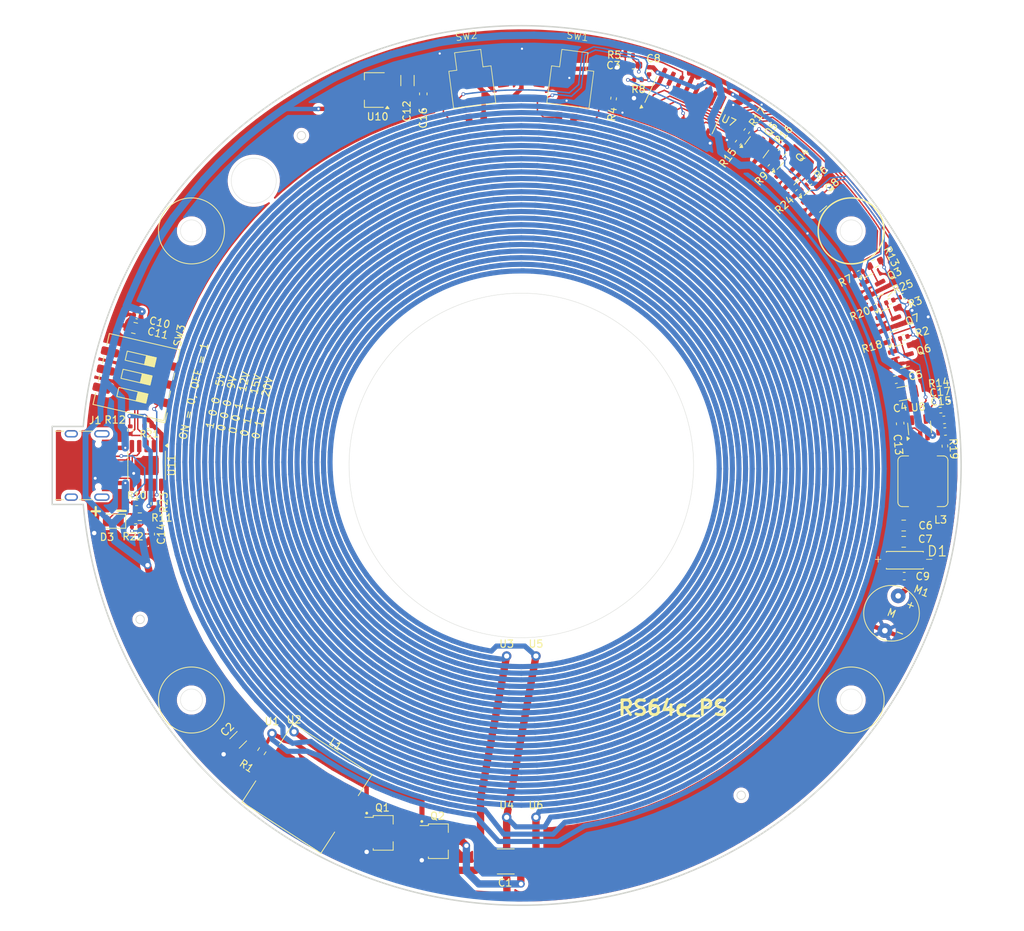
<source format=kicad_pcb>
(kicad_pcb (version 20241229) (generator "pcbnew") (generator_version "9.0")
  (layers (0 "F.Cu" signal) (2 "B.Cu" signal) (13 "F.Paste" user) (15 "B.Paste" user) (5 "F.SilkS" user "F.Silkscreen") (7 "B.SilkS" user "B.Silkscreen") (1 "F.Mask" user) (3 "B.Mask" user) (25 "Edge.Cuts" user))
  (net 0 "")
  (net 1 "GND")
  (net 2 "Net-(Q1-C)")
  (net 3 "Net-(Q1-B)")
  (net 4 "VBUS")
  (net 5 "Net-(U7-CLK)")
  (net 6 "Motor")
  (net 7 "Net-(U7-Reset)")
  (net 8 "+5V")
  (net 9 "Net-(U8-BOOT)")
  (net 10 "Net-(U8-SW)")
  (net 11 "VDD")
  (net 12 "Net-(U8-FB)")
  (net 13 "Net-(C15-Pad2)")
  (net 14 "Net-(D3-A)")
  (net 15 "Net-(D3-K)")
  (net 16 "DM")
  (net 18 "CC1")
  (net 19 "DP")
  (net 21 "CC2")
  (net 26 "U1")
  (net 27 "Net-(Q3-D)")
  (net 28 "Net-(Q4-D)")
  (net 29 "U2")
  (net 30 "Net-(Q5-D)")
  (net 31 "U3")
  (net 32 "U4")
  (net 33 "Net-(Q6-D)")
  (net 34 "U5")
  (net 35 "Net-(Q7-D)")
  (net 36 "Net-(Q8-D)")
  (net 37 "Disable")
  (net 38 "Net-(R25-Pad1)")
  (net 39 "Net-(R4-Pad2)")
  (net 40 "Net-(U7-Q6)")
  (net 41 "Net-(U11-VBUS)")
  (net 42 "Net-(U11-CFG3)")
  (net 43 "Net-(U11-CFG2)")
  (net 44 "Net-(U11-CFG1)")
  (footprint "my_footprints:D882" (layer "F.Cu") (at -13.56 51.264611 180)
    (property "Reference" "Q2")
    (property "Value" "D882")
  )
  (footprint "Capacitor_SMD:C_1812_4532Metric" (layer "F.Cu") (at -2.12 54.02 180)
    (property "Reference" "C1")
    (property "Value" "33nF")
  )
  (footprint "Capacitor_SMD:C_1206_3216Metric" (layer "F.Cu") (at -38.622983 37.432983 -135)
    (property "Reference" "C2")
    (property "Value" "10µ, 50V")
  )
  (footprint "Inductor_SMD:L_SXN_SMDRI127" (layer "F.Cu") (at -29.23 44.04 -33)
    (property "Reference" "L1")
    (property "Value" "330µH")
  )
  (footprint "Resistor_SMD:R_0402_1005Metric" (layer "F.Cu") (at 52.182 -17.462 -164)
    (property "Reference" "R2")
    (property "Value" "15k")
  )
  (footprint "Resistor_SMD:R_0402_1005Metric" (layer "F.Cu") (at 52.096 -23.107 -158.5)
    (property "Reference" "R3")
    (property "Value" "10k")
  )
  (footprint "my_footprints:Pin_2mm" (layer "F.Cu") (at -31 36.33)
    (property "Reference" "U2")
    (property "Value" "Pin-Connector")
  )
  (footprint "my_footprints:Pin_2mm" (layer "F.Cu") (at -2 26)
    (property "Reference" "U3")
    (property "Value" "Pin-Connector")
  )
  (footprint "my_footprints:Pin_2mm" (layer "F.Cu") (at -2 48)
    (property "Reference" "U4")
    (property "Value" "Pin-Connector")
  )
  (footprint "my_footprints:Pin_2mm" (layer "F.Cu") (at 2 26)
    (property "Reference" "U5")
    (property "Value" "Pin-Connector")
  )
  (footprint "my_footprints:Pin_2mm" (layer "F.Cu") (at 2 48)
    (property "Reference" "U6")
    (property "Value" "Pin-Connector")
  )
  (footprint "my_footprints:Pin_2mm" (layer "F.Cu") (at -34.01 36.57)
    (property "Reference" "U1")
    (property "Value" "Pin-Connector")
  )
  (footprint "my_footprints:D882" (layer "F.Cu") (at -21.08 50.13 180)
    (property "Reference" "Q1")
    (property "Value" "D882")
  )
  (footprint "my_footprints:DIOM7959X265N" (layer "F.Cu") (at 52.34 12.93 180)
    (property "Reference" "D1")
    (property "Value" "SS34")
  )
  (footprint "Capacitor_SMD:C_0603_1608Metric" (layer "F.Cu") (at 15.267 -54.612 180)
    (property "Reference" "C3")
    (property "Value" "1µF")
  )
  (footprint "Resistor_SMD:R_0603_1608Metric" (layer "F.Cu") (at -35.4 38.98 -123)
    (property "Reference" "R1")
    (property "Value" "2k2")
  )
  (footprint "Capacitor_SMD:C_1206_3216Metric" (layer "F.Cu") (at 52.102 -9.825 -169.3)
    (property "Reference" "C4")
    (property "Value" "10µF, 50V")
  )
  (footprint "Capacitor_SMD:C_0603_1608Metric" (layer "F.Cu") (at 51.045 -11.698 -167.1)
    (property "Reference" "C5")
    (property "Value" "100nF")
  )
  (footprint "Capacitor_SMD:C_0805_2012Metric" (layer "F.Cu") (at 52.168 10.416 180)
    (property "Reference" "C6")
    (property "Value" "22µF")
  )
  (footprint "Resistor_SMD:R_0402_1005Metric" (layer "F.Cu") (at 30.76336 -45.611967 -126.5)
    (property "Reference" "R17")
    (property "Value" "20k")
  )
  (footprint "Package_TO_SOT_SMD:SOT-23" (layer "F.Cu") (at 36.482 -39.813 47.5)
    (property "Reference" "Q4")
    (property "Value" "BSS138")
  )
  (footprint "Capacitor_SMD:C_0603_1608Metric" (layer "F.Cu") (at 57.827949 -4.632454 5)
    (property "Reference" "C15")
    (property "Value" "47pF")
  )
  (footprint "Capacitor_SMD:C_0603_1608Metric" (layer "F.Cu") (at 57.688568 -6.21572 5.5)
    (property "Reference" "C17")
    (property "Value" "22pF")
  )
  (footprint "Package_TO_SOT_SMD:SOT-23-6" (layer "F.Cu") (at 54.335 -5.12 95.3)
    (property "Reference" "U8")
    (property "Value" "TPS54302")
  )
  (footprint "Package_TO_SOT_SMD:SOT-23" (layer "F.Cu") (at 48.114 -24.515 27)
    (property "Reference" "Q3")
    (property "Value" "BSS138")
  )
  (footprint "Capacitor_SMD:C_0603_1608Metric" (layer "F.Cu") (at -13.37 -50.69 -90)
    (property "Reference" "C16")
    (property "Value" "100nF")
  )
  (footprint "Package_TO_SOT_SMD:SOT-23" (layer "F.Cu") (at 50.243 -19.791 21.5)
    (property "Reference" "Q7")
    (property "Value" "BSS138")
  )
  (footprint "Resistor_SMD:R_0402_1005Metric" (layer "F.Cu") (at 57.194 -7.541 5.5)
    (property "Reference" "R14")
    (property "Value" "100k")
  )
  (footprint "my_footprints:JLC_tooling_hole" (layer "F.Cu") (at -52 21)
    (property "Reference" "U13" (hide yes))
    (property "Value" "~")
    (fp_circle (center 0 0) (end 0.576 0) (stroke (width 0.1)) (fill no) (layer "Edge.Cuts"))
  )
  (footprint "Resistor_SMD:R_0402_1005Metric" (layer "F.Cu") (at 50.272 -22.381 -158.5)
    (property "Reference" "R25")
    (property "Value" "1k")
  )
  (footprint "Resistor_SMD:R_0603_1608Metric" (layer "F.Cu") (at -52.045 6.99 180)
    (property "Reference" "R22")
    (property "Value" "1k")
  )
  (footprint "Resistor_SMD:R_0402_1005Metric" (layer "F.Cu") (at -50.94 -5.41)
    (property "Reference" "R21")
    (property "Value" "10k")
  )
  (footprint "my_footprints:JLC_tooling_hole" (layer "F.Cu") (at -30 -45)
    (property "Reference" "U12" (hide yes))
    (property "Value" "~")
    (fp_circle (center 0 0) (end 0.576 0) (stroke (width 0.1)) (fill no) (layer "Edge.Cuts"))
  )
  (footprint "Resistor_SMD:R_0402_1005Metric" (layer "F.Cu") (at 57.792 -2.65 92.5)
    (property "Reference" "R19")
    (property "Value" "49.9")
  )
  (footprint "Resistor_SMD:R_0603_1608Metric" (layer "F.Cu") (at 35.599 -42.783 47.5)
    (property "Reference" "R16")
    (property "Value" "30k")
  )
  (footprint "Package_TO_SOT_SMD:SOT-23" (layer "F.Cu") (at 51.908 -14.884 16)
    (property "Reference" "Q6")
    (property "Value" "BSS138")
  )
  (footprint "Package_TO_SOT_SMD:SOT-23" (layer "F.Cu") (at 32.12 -43.408 53.5)
    (property "Reference" "Q5")
    (property "Value" "BSS138")
  )
  (footprint "Inductor_SMD:L_Bourns_SRP7028A_7.3x6.6mm" (layer "F.Cu") (at 54.786 2.158 -90)
    (property "Reference" "L3")
    (property "Value" "10µH")
  )
  (footprint "Resistor_SMD:R_0402_1005Metric" (layer "F.Cu") (at 12.59 -50.06 -97.6)
    (property "Reference" "R4")
    (property "Value" "100R")
  )
  (footprint "Package_TO_SOT_SMD:SOT-89-3" (layer "F.Cu") (at -20.05 -51.22 180)
    (property "Reference" "U10")
    (property "Value" "HT7550-1-SOT89")
  )
  (footprint "Capacitor_SMD:C_0402_1005Metric" (layer "F.Cu") (at -52.4 -20.35 -13)
    (property "Reference" "C10")
    (property "Value" "100nF")
  )
  (footprint "Resistor_SMD:R_0402_1005Metric" (layer "F.Cu") (at -52.48 5.1)
    (property "Reference" "R10")
    (property "Value" "10k")
  )
  (footprint "Resistor_SMD:R_0402_1005Metric" (layer "F.Cu") (at 50.298 -16.916 -164)
    (property "Reference" "R18")
    (property "Value" "47k")
  )
  (footprint "Package_SO:SSOP-10-1EP_3.9x4.9mm_P1mm_EP2.1x3.3mm" (layer "F.Cu") (at -51.1225 0 -90)
    (property "Reference" "U11")
    (property "Value" "CH224K")
  )
  (footprint "Resistor_SMD:R_0402_1005Metric" (layer "F.Cu") (at 14.711 -55.936 180)
    (property "Reference" "R5")
    (property "Value" "22k")
  )
  (footprint "Resistor_SMD:R_0402_1005Metric" (layer "F.Cu") (at 39.25 -38.59 -138)
    (property "Reference" "R6")
    (property "Value" "100k")
  )
  (footprint "my_footprints:XKB5858-X-F-75" (layer "F.Cu") (at -6.685 -51.619 7.379)
    (property "Reference" "SW2")
    (property "Value" "~")
  )
  (footprint "my_footprints:USB_C_Receptacle" (layer "F.Cu") (at -60.32 0 -90)
    (property "Reference" "J1")
    (property "Value" "USB_C_Receptacle_USB2.0")
  )
  (footprint "Resistor_SMD:R_0402_1005Metric" (layer "F.Cu") (at -53.35 -4.82 90)
    (property "Reference" "R12")
    (property "Value" "10k")
  )
  (footprint "Capacitor_SMD:C_0603_1608Metric" (layer "F.Cu") (at -50.56 9.37 -90)
    (property "Reference" "C14")
    (property "Value" "1µF")
  )
  (footprint "Resistor_SMD:R_0402_1005Metric" (layer "F.Cu") (at 29.586 -44.016 -126.5)
    (property "Reference" "R15")
    (property "Value" "47k")
  )
  (footprint "Resistor_SMD:R_0402_1005Metric" (layer "F.Cu") (at -52.61 8.33)
    (property "Reference" "R11")
    (property "Value" "1k")
  )
  (footprint "Resistor_SMD:R_0402_1005Metric" (layer "F.Cu") (at 46.14 -26.201 -153)
    (property "Reference" "R7")
    (property "Value" "47k")
  )
  (footprint "Button_Switch_SMD:SW_DIP_SPSTx03_Slide_9.78x9.8mm_W8.61mm_P2.54mm" (layer "F.Cu") (at -52.493286 -12.048968 167)
    (property "Reference" "SW3")
    (property "Value" "SW_DIP_x03")
  )
  (footprint "Resistor_SMD:R_0402_1005Metric" (layer "F.Cu") (at 15.923 -52.611 180)
    (property "Reference" "R8")
    (property "Value" "4k7")
  )
  (footprint "Capacitor_SMD:C_0805_2012Metric" (layer "F.Cu") (at 52.168 8.198 180)
    (property "Reference" "C7")
    (property "Value" "22µF")
  )
  (footprint "Resistor_SMD:R_0402_1005Metric" (layer "F.Cu") (at 34.041551 -40.697011 -132.5)
    (property "Reference" "R9")
    (property "Value" "47k")
  )
  (footprint "my_footprints:motor" (layer "F.Cu") (at 52.327462 15.420884 -21)
    (property "Reference" "M1")
    (property "Value" "Motor_DC")
  )
  (footprint "Capacitor_SMD:C_0603_1608Metric" (layer "F.Cu") (at 51.687 -5.728 -84.7)
    (property "Reference" "C13")
    (property "Value" "100nF")
  )
  (footprint "Resistor_SMD:R_0603_1608Metric" (layer "F.Cu") (at 48.26708 -27.574542 -153)
    (property "Reference" "R13")
    (property "Value" "56k")
  )
  (footprint "Resistor_SMD:R_0402_1005Metric" (layer "F.Cu") (at 48.448 -21.662 -158.5)
    (property "Reference" "R20")
    (property "Value" "47k")
  )
  (footprint "Capacitor_SMD:C_1206_3216Metric" (layer "F.Cu") (at -15.53 -52.51 -90)
    (property "Reference" "C12")
    (property "Value" "10µF")
  )
  (footprint "Package_SO:SOP-16_3.9x9.9mm_P1.27mm" (layer "F.Cu") (at 22.266939 -49.159317 65)
    (property "Reference" "U7")
    (property "Value" "4017")
  )
  (footprint "Resistor_SMD:R_0402_1005Metric" (layer "F.Cu") (at -50.13 5.2 -90)
    (property "Reference" "R23")
    (property "Value" "10k")
  )
  (footprint "Capacitor_SMD:C_0805_2012Metric" (layer "F.Cu") (at -52.764348 -18.746296 167)
    (property "Reference" "C11")
    (property "Value" "10µF")
  )
  (footprint "Capacitor_SMD:C_0603_1608Metric" (layer "F.Cu") (at 52.24 15.1 180)
    (property "Reference" "C9")
    (property "Value" "100nF")
  )
  (footprint "my_footprints:XKB5858-X-F-75" (layer "F.Cu") (at 6.684 -51.619 -7.379)
    (property "Reference" "SW1")
    (property "Value" "~")
  )
  (footprint "Package_TO_SOT_SMD:SOT-23" (layer "F.Cu") (at 40.129 -36.133 42)
    (property "Reference" "Q8")
    (property "Value" "BSS138")
  )
  (footprint "Capacitor_SMD:C_0402_1005Metric" (layer "F.Cu") (at 17.431 -53.847 -90)
    (property "Reference" "C8")
    (property "Value" "1nF")
  )
  (footprint "LED_SMD:LED_0805_2012Metric" (layer "F.Cu") (at -55.66 7.61 180)
    (property "Reference" "D3")
    (property "Value" "LED")
  )
  (footprint "Resistor_SMD:R_0402_1005Metric" (layer "F.Cu") (at 37.79 -37.26 -138)
    (property "Reference" "R24")
    (property "Value" "47k")
  )
  (footprint "my_footprints:JLC_tooling_hole" (layer "F.Cu") (at 30 45)
    (property "Reference" "U9" (hide yes))
    (property "Value" "~")
    (fp_circle (center 0 0) (end 0.576 0) (stroke (width 0.1)) (fill no) (layer "Edge.Cuts"))
  )
  (gr_circle (center 45 -32) (end 49.5 -32) (stroke (width 0.2)) (fill no) (layer "F.SilkS"))
  (gr_circle (center -45 32) (end -40.5 32) (stroke (width 0.12)) (fill no) (layer "F.SilkS"))
  (gr_circle (center 45 32) (end 49.5 32) (stroke (width 0.12)) (fill no) (layer "F.SilkS"))
  (gr_line (start 50.655 -23.738) (end 50.029 -23.064) (stroke (width 0.12)) (layer "F.SilkS"))
  (gr_circle (center -45 -32) (end -40.5 -32) (stroke (width 0.12)) (fill no) (layer "F.SilkS"))
  (gr_line (start -64 -5.32) (end -59.763681 -5.32) (stroke (width 0.2)) (layer "Edge.Cuts"))
  (gr_line (start -64 5.32) (end -59.763681 5.32) (stroke (width 0.2)) (layer "Edge.Cuts"))
  (gr_line (start -64 -5.32) (end -64 5.32) (stroke (width 0.2)) (layer "Edge.Cuts"))
  (gr_circle (center -36.5 -38.841) (end -33.431108 -38.841) (stroke (width 0.05)) (fill no) (layer "Edge.Cuts"))
  (gr_circle (center 45 -32) (end 46.5 -32) (stroke (width 0.05)) (fill no) (layer "Edge.Cuts"))
  (gr_circle (center 0 0) (end 23.5 0) (stroke (width 0.05)) (fill no) (layer "Edge.Cuts"))
  (gr_circle (center 45 32) (end 46.5 32) (stroke (width 0.05)) (fill no) (layer "Edge.Cuts"))
  (gr_circle (center -45 32) (end -43.5 32) (stroke (width 0.05)) (fill no) (layer "Edge.Cuts"))
  (gr_circle (center -45 -32) (end -43.5 -32) (stroke (width 0.05)) (fill no) (layer "Edge.Cuts"))
  (gr_arc (start -59.763681 -5.32) (mid 60 0) (end -59.763681 5.32) (stroke (width 0.2)) (layer "Edge.Cuts"))
  (gr_text "ON = 0, OFF = 1\n\n   1 0 0  5V\n   0 0 0  9V\n   0 0 1  12V\n   0 1 1  15V\n   0 1 0  20V" (at -36.25 -1.15 77) (layer "F.SilkS") (effects (font (size 1 1)) (justify left bottom)))
  (gr_text "RS64c_PS" (at 20.7 33.08 0) (layer "F.SilkS") (effects (font (size 2 2) (thickness 0.4) (bold yes))))
  (gr_text "+" (at -59.18 7.02 0) (layer "F.SilkS") (effects (font (size 1.5 1.5) (thickness 0.3) (bold yes)) (justify left bottom)))
  (gr_text "-" (at -55.65 6.97 0) (layer "F.SilkS") (effects (font (size 1.5 1.5) (thickness 0.3) (bold yes)) (justify left bottom)))
  (segment (start -51.8 0) (end -52.88 1.08) (width 0.8) (layer "F.Cu") (net 1))
  (segment (start -53.69 -18.96) (end -53.69 -19.635675) (width 0.6) (layer "F.Cu") (net 1))
  (segment (start -56.02 -3.2) (end -55.29 -3.93) (width 0.6) (layer "F.Cu") (net 1))
  (segment (start 36.992 -33.884) (end 35.578 -35.335) (width 0.6) (layer "F.Cu") (net 1))
  (segment (start -20.98 -55.24) (end -18.7 -56.05) (width 0.6) (layer "F.Cu") (net 1))
  (segment (start 44.967872 -36.587872) (end 41.246077 -33.493923) (width 0.6) (layer "F.Cu") (net 1))
  (segment (start -48.17 -33.25) (end -45.78 -36.39) (width 0.6) (layer "F.Cu") (net 1))
  (segment (start 5.45 -58.76) (end 9.09 -58.31) (width 0.6) (layer "F.Cu") (net 1))
  (segment (start 50.341 0.725) (end 50.311 2.329) (width 0.6) (layer "F.Cu") (net 1))
  (segment (start 50.319 -0.773) (end 50.341 0.725) (width 0.6) (layer "F.Cu") (net 1))
  (segment (start -53.69 -19.635675) (end -52.867698 -20.457977) (width 0.6) (layer "F.Cu") (net 1))
  (segment (start 29.975 -40.119) (end 28.082 -41.473) (width 0.6) (layer "F.Cu") (net 1))
  (segment (start 57.58 -13.74) (end 57.219354 -15.126597) (width 0.6) (layer "F.Cu") (net 1))
  (segment (start -58.5 7.72) (end -58.72 5.83) (width 0.6) (layer "F.Cu") (net 1))
  (segment (start 38.06 -32.781) (end 36.992 -33.884) (width 0.6) (layer "F.Cu") (net 1))
  (segment (start 30.148086 -50.877086) (end 30.659227 -50.579227) (width 0.6) (layer "F.Cu") (net 1))
  (segment (start 28.911 -49.184) (end 29.917 -49.478) (width 0.6) (layer "F.Cu") (net 1))
  (segment (start 28.53 -51.82) (end 30.148086 -50.877086) (width 0.6) (layer "F.Cu") (net 1))
  (segment (start 41.708907 -40.261907) (end 42.58 -39.34) (width 0.6) (layer "F.Cu") (net 1))
  (segment (start 56.406462 17.922241) (end 57.042956 15.793146) (width 0.6) (layer "F.Cu") (net 1))
  (segment (start 55.782682 -19.816288) (end 55.51 -20.27) (width 0.6) (layer "F.Cu") (net 1))
  (segment (start -56.64 -3.2) (end -56.02 -3.2) (width 0.6) (layer "F.Cu") (net 1))
  (segment (start -55.29 -3.93) (end -55.29 -4.81) (width 0.6) (layer "F.Cu") (net 1))
  (segment (start 34.511918 -36.348918) (end 34.27 -36.579) (width 0.6) (layer "F.Cu") (net 1))
  (segment (start 25.760327 -43.963673) (end 28.068 -44.417) (width 0.6) (layer "F.Cu") (net 1))
  (segment (start 6.55 -52.87) (end 6.18 -49.76) (width 0.6) (layer "F.Cu") (net 1))
  (segment (start 59.115859 -2.867196) (end 58.99 -3.28) (width 0.6) (layer "F.Cu") (net 1))
  (segment (start 48.28 -29.53) (end 42.660755 -26.470755) (width 0.6) (layer "F.Cu") (net 1))
  (segment (start -40.75 -42.08) (end -37.6 -45.04) (width 0.6) (layer "F.Cu") (net 1))
  (segment (start 31.31 -50.2) (end 32.787947 -49.222947) (width 0.6) (layer "F.Cu") (net 1))
  (segment (start 14.21 -49.5) (end 13.8 -48.13) (width 0.6) (layer "F.Cu") (net 1))
  (segment (start 14.392 -47.848) (end 13.8 -48.13) (width 0.6) (layer "F.Cu") (net 1))
  (segment (start -54.39 -21.06) (end -53.32 -23.68) (width 0.6) (layer "F.Cu") (net 1))
  (segment (start 59.18 1.4) (end 59.147633 -2.253663) (width 0.6) (layer "F.Cu") (net 1))
  (segment (start -59.43 -4.3) (end -58.94 -4.79) (width 0.6) (layer "F.Cu") (net 1))
  (segment (start -59.43 4.42) (end -59.43 1.73) (width 0.6) (layer "F.Cu") (net 1))
  (segment (start -30.39 -50.36) (end -28.25 -51.68) (width 0.6) (layer "F.Cu") (net 1))
  (segment (start 33.697 -40.321) (end 32.155727 -38.416727) (width 0.6) (layer "F.Cu") (net 1))
  (segment (start -58.896666 -5.44) (end -58.875333 -5.76) (width 0.6) (layer "F.Cu") (net 1))
  (segment (start 48.385922 -31.935922) (end 48.28 -29.53) (width 0.6) (layer "F.Cu") (net 1))
  (segment (start 41.246077 -33.493923) (end 40.067975 -34.799703) (width 0.6) (layer "F.Cu") (net 1))
  (segment (start -58.875333 -5.76) (end -58.85 -6.14) (width 0.6) (layer "F.Cu") (net 1))
  (segment (start -14.41 -49.915) (end -15.53 -51.035) (width 0.6) (layer "F.Cu") (net 1))
  (segment (start 34.27 -36.579) (end 33.043 -37.642) (width 0.6) (layer "F.Cu") (net 1))
  (segment (start 49.693 -7.506) (end 49.967417 -5.605) (width 0.6) (layer "F.Cu") (net 1))
  (segment (start -55.41 11.08) (end -58.267642 9.222691) (width 0.6) (layer "F.Cu") (net 1))
  (segment (start -59.41 1.75) (end -59.43 1.73) (width 0.8) (layer "F.Cu") (net 1))
  (segment (start 50.014 6.111) (end 49.8 7.841) (width 0.6) (layer "F.Cu") (net 1))
  (segment (start 55.654507 20.154558) (end 56.406462 17.922241) (width 0.6) (layer "F.Cu") (net 1))
  (segment (start 49.8 7.841) (end 49.733846 8.207) (width 0.6) (layer "F.Cu") (net 1))
  (segment (start -51.7 -27.3) (end -50.15 -30.12) (width 0.6) (layer "F.Cu") (net 1))
  (segment (start -55.35 -18.5) (end -55.04625 -19.31) (width 0.6) (layer "F.Cu") (net 1))
  (segment (start 45.92 21.14) (end 49.596699 22.534767) (width 0.6) (layer "F.Cu") (net 1))
  (segment (start -50.15 -30.12) (end -48.17 -33.25) (width 0.6) (layer "F.Cu") (net 1))
  (segment (start 31.553 -38.943) (end 30.528503 -39.706503) (width 0.6) (layer "F.Cu") (net 1))
  (segment (start 49.31732 10.404) (end 49.035 11.732) (width 0.6) (layer "F.Cu") (net 1))
  (segment (start -11.46 -57.9) (end -8.92 -58.29) (width 0.6) (layer "F.Cu") (net 1))
  (segment (start 30.528503 -39.706503) (end 29.975 -40.119) (width 0.6) (layer "F.Cu") (net 1))
  (segment (start -55.41 11.08) (end -51.495 11.08) (width 0.6) (layer "F.Cu") (net 1))
  (segment (start 48.956033 -11.214) (end 49.128 -10.52) (width 0.6) (layer "F.Cu") (net 1))
  (segment (start -59.43 1.73) (end -59.43 -4.3) (width 0.6) (layer "F.Cu") (net 1))
  (segment (start -13.56 53.84) (end -13.58 53.86) (width 0.5) (layer "F.Cu") (net 1))
  (segment (start 49.71891 -18.563508) (end 53.01 -19.8) (width 0.6) (layer "F.Cu") (net 1))
  (segment (start 12.71 -57.64) (end 14.68 -57.151526) (width 0.6) (layer "F.Cu") (net 1))
  (segment (start 45.579461 -35.82958) (end 46.71 -34.33) (width 0.6) (layer "F.Cu") (net 1))
  (segment (start 44.535 -23.057) (end 45.141976 -21.840976) (width 0.6) (layer "F.Cu") (net 1))
  (segment (start 54.23 23.72) (end 54.875413 22.210684) (width 0.6) (layer "F.Cu") (net 1))
  (segment (start 46.131 20.666) (end 45.92 21.14) (width 0.6) (layer "F.Cu") (net 1))
  (segment (start -58.85 -6.14) (end -58.58 -8.35) (width 0.6) (layer "F.Cu") (net 1))
  (segment (start 51.268673 -13.712391) (end 48.526364 -12.948) (width 0.6) (layer "F.Cu") (net 1))
  (segment (start 53.97 24.28) (end 49.596699 22.534767) (width 0.6) (layer "F.Cu") (net 1))
  (segment (start -56.01 3.2) (end -55.46 3.75) (width 0.6) (layer "F.Cu") (net 1))
  (segment (start -58.58 -8.35) (end -57.477607 -9.1) (width 0.6) (layer "F.Cu") (net 1))
  (segment (start -56.64 3.2) (end -56.01 3.2) (width 0.6) (layer "F.Cu") (net 1))
  (segment (start 48.427 -13.349) (end 48.526364 -12.948) (width 0.6) (layer "F.Cu") (net 1))
  (segment (start 37.410997 -36.918744) (end 35.578 -35.335) (width 0.6) (layer "F.Cu") (net 1))
  (segment (start 2.46 -58.91) (end 5.45 -58.76) (width 0.6) (layer "F.Cu") (net 1))
  (segment (start -56.06 5.21) (end -56.06 5.26) (width 0.6) (layer "F.Cu") (net 1))
  (segment (start -13.56 52.764611) (end -13.56 53.84) (width 1) (layer "F.Cu") (net 1))
  (segment (start 22.144 -44.775) (end 20.506 -45.529) (width 0.6) (layer "F.Cu") (net 1))
  (segment (start 51.6 -26.9) (end 50.23 -29.5) (width 0.6) (layer "F.Cu") (net 1))
  (segment (start 51.218 8.198) (end 49.733846 8.207) (width 0.6) (layer "F.Cu") (net 1))
  (segment (start -34.618262 -47.378262) (end -20.441738 -47.378262) (width 0.6) (layer "F.Cu") (net 1))
  (segment (start 39.04 -31.66) (end 40.25 -30.1) (width 0.6) (layer "F.Cu") (net 1))
  (segment (start 49.350701 -9.332) (end 49.693 -7.506) (width 0.6) (layer "F.Cu") (net 1))
  (segment (start 49.967417 -5.605) (end 50.065 -4.929) (width 0.6) (layer "F.Cu") (net 1))
  (segment (start -58.267642 9.222691) (end -58.5 7.72) (width 0.6) (layer "F.Cu") (net 1))
  (segment (start -55.99 -5.51) (end -58.826666 -5.51) (width 0.6) (layer "F.Cu") (net 1))
  (segment (start 35.578 -35.335) (end 34.511918 -36.348918) (width 0.6) (layer "F.Cu") (net 1))
  (segment (start 48.648 13.462) (end 48.165 15.137) (width 0.6) (layer "F.Cu") (net 1))
  (segment (start 57.219354 -15.126597) (end 56.475342 -17.707548) (width 0.6) (layer "F.Cu") (net 1))
  (segment (start 29.282641 -43.606032) (end 28.125 -42.059) (width 0.6) (layer "F.Cu") (net 1))
  (segment (start 46.626 -18.535) (end 47.02875 -17.467) (width 0.6) (layer "F.Cu") (net 1))
  (segment (start 14.201 -55.936) (end 14.182 -55.176) (width 0.2) (layer "F.Cu") (net 1))
  (segment (start -55.46 3.75) (end -55.46 4.61) (width 0.6) (layer "F.Cu") (net 1))
  (segment (start 20.506 -45.529) (end 18.755 -46.29) (width 0.6) (layer "F.Cu") (net 1))
  (segment (start 48.56 -23.77) (end 51.12 -25.03) (width 0.6) (layer "F.Cu") (net 1))
  (segment (start -55.04625 -19.31) (end -54.39 -21.06) (width 0.6) (layer "F.Cu") (net 1))
  (segment (start 26.399 -42.51) (end 25.277 -43.167) (width 0.6) (layer "F.Cu") (net 1))
  (segment (start 0.05 -58.91) (end 0.09 -56.85) (width 0.6) (layer "F.Cu") (net 1))
  (segment (start -58.826666 -5.51) (end -58.896666 -5.44) (width 0.6) (layer "F.Cu") (net 1))
  (segment (start 45.706 -20.711) (end 45.831995 -20.412995) (width 0.6) (layer "F.Cu") (net 1))
  (segment (start 22.747979 -51.69345) (end 23.82 -54.03) (width 0.6) (layer "F.Cu") (net 1))
  (segment (start -57.477607 -9.1) (end -57.259325 -10.542484) (width 0.6) (layer "F.Cu") (net 1))
  (segment (start -13.37 -48.56) (end -13.37 -49.915) (width 0.6) (layer "F.Cu") (net 1))
  (segment (start -18.7 -56.05) (end -15.3 -56.97) (width 0.6) (layer "F.Cu") (net 1))
  (segment (start -16.845 -49.72) (end -15.53 -51.035) (width 0.6) (layer "F.Cu") (net 1))
  (segment (start -45.78 -36.39) (end -43.35 -39.33) (width 0.6) (layer "F.Cu") (net 1))
  (segment (start 45.141976 -21.840976) (end 45.706 -20.711) (width 0.6) (layer "F.Cu") (net 1))
  (segment (start 49.733846 8.207) (end 49.447 9.794) (width 0.6) (layer "F.Cu") (net 1))
  (segment (start 20.59 -55.39) (end 23.14 -54.31) (width 0.6) (layer "F.Cu") (net 1))
  (segment (start 50.311 2.329) (end 50.206 4.144) (width 0.6) (layer "F.Cu") (net 1))
  (segment (start -58.72 5.83) (end -58.77 5.15) (width 0.6) (layer "F.Cu") (net 1))
  (segment (start 56.042949 -19.05528) (end 55.782682 -19.816288) (width 0.6) (layer "F.Cu") (net 1))
  (segment (start 47.729436 -32.919615) (end 48.385922 -31.935922) (width 0.6) (layer "F.Cu") (net 1))
  (segment (start -56.68795 -13.017383) (end -56.116572 -15.492283) (width 0.6) (layer "F.Cu") (net 1))
  (segment (start -43.35 -39.33) (end -40.75 -42.08) (width 0.6) (layer "F.Cu") (net 1))
  (segment (start 17.244 -46.942) (end 15.636 -47.483) (width 0.6) (layer "F.Cu") (net 1))
  (segment (start 50.39 12.93) (end 48.764771 12.94) (width 0.5) (layer "F.Cu") (net 1))
  (segment (start -51.1225 0) (end -51.8 0) (width 0.2) (layer "F.Cu") (net 1))
  (segment (start 50.168226 -3.56) (end 50.229 -2.754) (width 0.6) (layer "F.Cu") (net 1))
  (segment (start -39.665966 38.475966) (end -40.61 39.4) (width 1) (layer "F.Cu") (net 1))
  (segment (start -25.71 -53.09) (end -23.47 -54.18) (width 0.6) (layer "F.Cu") (net 1))
  (segment (start -8.92 -58.29) (end -4.95 -58.71) (width 0.6) (layer "F.Cu") (net 1))
  (segment (start 42.58 -39.34) (end 43.75 -38.04) (width 0.6) (layer "F.Cu") (net 1))
  (segment (start -4.95 -58.71) (end -1.61 -58.91) (width 0.6) (layer "F.Cu") (net 1))
  (segment (start 45.141976 -21.840976) (end 47.709973 -23.242927) (width 0.6) (layer "F.Cu") (net 1))
  (segment (start -51.495 11.08) (end -50.56 10.145) (width 0.6) (layer "F.Cu") (net 1))
  (segment (start 47.973487 -21.475084) (end 45.831995 -20.412995) (width 0.6) (layer "F.Cu") (net 1))
  (segment (start -56.06 5.26) (end -56.121 5.321) (width 0.6) (layer "F.Cu") (net 1))
  (segment (start 47.709973 -23.242927) (end 48.56 -23.77) (width 0.6) (layer "F.Cu") (net 1))
  (segment (start 39.04 -31.66) (end 38.06 -32.781) (width 0.6) (layer "F.Cu") (net 1))
  (segment (start 47.02875 -17.467) (end 47.568012 -16.037) (width 0.6) (layer "F.Cu") (net 1))
  (segment (start 23.14 -54.31) (end 23.82 -54.03) (width 0.6) (layer "F.Cu") (net 1))
  (segment (start 50.262665 -2.013) (end 50.319 -0.773) (width 0.6) (layer "F.Cu") (net 1))
  (segment (start -11.46 -57.9) (end -11.13 -56.2) (width 0.6) (layer "F.Cu") (net 1))
  (segment (start -21.08 51.63) (end -21.08 52.7) (width 1) (layer "F.Cu") (net 1))
  (segment (start 15.636 -47.483) (end 14.392 -47.848) (width 0.6) (layer "F.Cu") (net 1))
  (segment (start 47.408 17.376) (end 46.341 20.102) (width 0.6) (layer "F.Cu") (net 1))
  (segment (start 41.22 -28.76) (end 42.14 -27.33) (width 0.6) (layer "F.Cu") (net 1))
  (segment (start -37.6 -45.04) (end -34.618262 -47.378262) (width 0.6) (layer "F.Cu") (net 1))
  (segment (start 58.39 -8.81) (end 58.464504 -9.207232) (width 0.6) (layer "F.Cu") (net 1))
  (segment (start 25.277 -43.167) (end 23.82 -43.936) (width 0.6) (layer "F.Cu") (net 1))
  (segment (start -1.61 -58.91) (end 0.05 -58.91) (width 0.6) (layer "F.Cu") (net 1))
  (segment (start -56.121 5.321) (end -58.599 5.321) (width 0.6) (layer "F.Cu") (net 1))
  (segment (start 50.065 -4.929) (end 50.168226 -3.56) (width 0.6) (layer "F.Cu") (net 1))
  (segment (start -58.599 5.321) (end -58.77 5.15) (width 0.6) (layer "F.Cu") (net 1))
  (segment (start 18.755 -46.29) (end 17.244 -46.942) (width 0.6) (layer "F.Cu") (net 1))
  (segment (start -20.441738 -47.378262) (end -18.1 -49.72) (width 0.6) (layer "F.Cu") (net 1))
  (segment (start 0.05 -58.91) (end 2.46 -58.91) (width 0.6) (layer "F.Cu") (net 1))
  (segment (start 59.042543 4.282881) (end 59.18 1.4) (width 0.6) (layer "F.Cu") (net 1))
  (segment (start 27.80975 -41.64075) (end 26.399 -42.51) (width 0.6) (layer "F.Cu") (net 1))
  (segment (start 50.206 4.144) (end 50.014 6.111) (width 0.6) (layer "F.Cu") (net 1))
  (segment (start 51.12 -25.03) (end 51.6 -26.9) (width 0.6) (layer "F.Cu") (net 1))
  (segment (start -32.47 -48.97) (end -30.39 -50.36) (width 0.6) (layer "F.Cu") (net 1))
  (segment (start 57.042956 15.793146) (end 57.76244 12.921719) (width 0.6) (layer "F.Cu") (net 1))
  (segment (start 58.313087 -10.174834) (end 57.999528 -11.792604) (width 0.6) (layer "F.Cu") (net 1))
  (segment (start 50.229 -2.754) (end 50.262665 -2.013) (width 0.6) (layer "F.Cu") (net 1))
  (segment (start -58.94 -4.79) (end -58.896666 -5.44) (width 0.6) (layer "F.Cu") (net 1))
  (segment (start 13.06 -54.3) (end 14.492 -54.612) (width 0.6) (layer "F.Cu") (net 1))
  (segment (start 42.14 -27.33) (end 42.660755 -26.470755) (width 0.6) (layer "F.Cu") (net 1))
  (segment (start 9.09 -58.31) (end 12.71 -57.64) (width 0.6) (layer "F.Cu") (net 1))
  (segment (start 41.246077 -33.493923) (end 39.04 -31.66) (width 0.6) (layer "F.Cu") (net 1))
  (segment (start 54.875413 22.210684) (end 55.654507 20.154558) (width 0.6) (layer "F.Cu") (net 1))
  (segment (start 36.549048 -38.479991) (end 34.511918 -36.348918) (width 0.6) (layer "F.Cu") (net 1))
  (segment (start -58.89 4.78) (end -59.43 4.42) (width 0.6) (layer "F.Cu") (net 1))
  (segment (start 42.94 -26.01) (end 43.56 -24.96) (width 0.6) (layer "F.Cu") (net 1))
  (segment (start 54.23 23.72) (end 53.97 24.28) (width 0.6) (layer "F.Cu") (net 1))
  (segment (start 43.56 -24.96) (end 45.685587 -25.969464) (width 0.6) (layer "F.Cu") (net 1))
  (segment (start 57.999528 -11.792604) (end 57.58 -13.74) (width 0.6) (layer "F.Cu") (net 1))
  (segment (start 50.28956 -11.524981) (end 48.956033 -11.214) (width 0.6) (layer "F.Cu") (net 1))
  (segment (start 23.82 -43.936) (end 22.144 -44.775) (width 0.6) (layer "F.Cu") (net 1))
  (segment (start -53.32 -23.68) (end -51.7 -27.3) (width 0.6) (layer "F.Cu") (net 1))
  (segment (start 48.165 15.137) (end 47.408 17.376) (width 0.6) (layer "F.Cu") (net 1))
  (segment (start 29.917 -49.478) (end 30.659227 -50.579227) (width 0.6) (layer "F.Cu") (net 1))
  (segment (start 58.778719 6.977404) (end 59.042543 4.282881) (width 0.6) (layer "F.Cu") (net 1))
  (segment (start 49.71891 -18.563508) (end 47.02875 -17.467) (width 0.6) (layer "F.Cu") (net 1))
  (segment (start 53.494133 -3.899611) (end 50.168226 -3.56) (width 0.6) (layer "F.Cu") (net 1))
  (segment (start 28.125 -42.059) (end 27.80975 -41.64075) (width 0.6) (layer "F.Cu") (net 1))
  (segment (start 42.660755 -26.470755) (end 42.94 -26.01) (width 0.6) (layer "F.Cu") (net 1))
  (segment (start 25.69 -53.26) (end 28.53 -51.82) (width 0.6) (layer "F.Cu") (net 1))
  (segment (start 32.155727 -38.416727) (end 31.553 -38.943) (width 0.6) (layer "F.Cu") (net 1))
  (segment (start 43.75 -38.04) (end 44.7 -36.92) (width 0.6) (layer "F.Cu") (net 1))
  (segment (start 46.341 20.102) (end 46.131 20.666) (width 0.6) (layer "F.Cu") (net 1))
  (segment (start 33.043 -37.642) (end 32.155727 -38.416727) (width 0.6) (layer "F.Cu") (net 1))
  (segment (start -18.1 -49.72) (end -16.845 -49.72) (width 0.6) (layer "F.Cu") (net 1))
  (segment (start 45.831995 -20.412995) (end 46.626 -18.535) (width 0.6) (layer "F.Cu") (net 1))
  (segment (start 48.764771 12.94) (end 48.648 13.462) (width 0.6) (layer "F.Cu") (net 1))
  (segment (start 58.464504 -9.207232) (end 58.313087 -10.174834) (width 0.6) (layer "F.Cu") (net 1))
  (segment (start 49.807757 -16.775425) (end 47.568012 -16.037) (width 0.6) (layer "F.Cu") (net 1))
  (segment (start 14.68 -57.151526) (end 16.38 -56.73) (width 0.6) (layer "F.Cu") (net 1))
  (segment (start -34.618262 -47.378262) (end -32.47 -48.97) (width 0.6) (layer "F.Cu") (net 1))
  (segment (start 51.465 15.1) (end 48.165 15.137) (width 0.5) (layer "F.Cu") (net 1))
  (segment (start -23.47 -54.18) (end -20.98 -55.24) (width 0.6) (layer "F.Cu") (net 1))
  (segment (start 48.526364 -12.948) (end 48.956033 -11.214) (width 0.6) (layer "F.Cu") (net 1))
  (segment (start 25.760327 -43.963673) (end 25.277 -43.167) (width 0.6) (layer "F.Cu") (net 1))
  (segment (start 16.38 -56.73) (end 18.81 -56.02) (width 0.6) (layer "F.Cu") (net 1))
  (segment (start 50.652646 -9.551142) (end 49.350701 -9.332) (width 0.6) (layer "F.Cu") (net 1))
  (segment (start 57.76244 12.921719) (end 58.271793 10.438716) (width 0.6) (layer "F.Cu") (net 1))
  (segment (start -53.69 -18.96) (end -55.04625 -19.31) (width 0.6) (layer "F.Cu") (net 1))
  (segment (start 49.447 9.794) (end 49.31732 10.404) (width 0.6) (layer "F.Cu") (net 1))
  (segment (start -15.3 -56.97) (end -11.46 -57.9) (width 0.6) (layer "F.Cu") (net 1))
  (segment (start 46.71 -34.33) (end 47.729436 -32.919615) (width 0.6) (layer "F.Cu") (net 1))
  (segment (start 47.568012 -16.037) (end 47.812 -15.39) (width 0.6) (layer "F.Cu") (net 1))
  (segment (start 49.035 11.732) (end 48.764771 12.94) (width 0.6) (layer "F.Cu") (net 1))
  (segment (start 15.37 -50.11) (end 14.21 -49.5) (width 0.6) (layer "F.Cu") (net 1))
  (segment (start 23.82 -54.03) (end 25.69 -53.26) (width 0.6) (layer "F.Cu") (net 1))
  (segment (start 56.475342 -17.707548) (end 56.042949 -19.05528) (width 0.6) (layer "F.Cu") (net 1))
  (segment (start -58.13 1.75) (end -59.41 1.75) (width 0.8) (layer "F.Cu") (net 1))
  (segment (start -55.46 4.61) (end -56.06 5.21) (width 0.6) (layer "F.Cu") (net 1))
  (segment (start 49.128 -10.52) (end 49.350701 -9.332) (width 0.6) (layer "F.Cu") (net 1))
  (segment (start -21.08 52.7) (end -21.1 52.72) (width 0.5) (layer "F.Cu") (net 1))
  (segment (start -13.37 -49.915) (end -14.41 -49.915) (width 0.6) (layer "F.Cu") (net 1))
  (segment (start 58.271793 10.438716) (end 58.778719 6.977404) (width 0.6) (layer "F.Cu") (net 1))
  (segment (start 30.659227 -50.579227) (end 31.31 -50.2) (width 0.6) (layer "F.Cu") (net 1))
  (segment (start 59.147633 -2.253663) (end 59.115859 -2.867196) (width 0.6) (layer "F.Cu") (net 1))
  (segment (start -56.116572 -15.492283) (end -55.35 -18.5) (width 0.6) (layer "F.Cu") (net 1))
  (segment (start 44.967872 -36.587872) (end 45.579461 -35.82958) (width 0.6) (layer "F.Cu") (net 1))
  (segment (start 25.760327 -43.963673) (end 25.238931 -45.015008) (width 0.6) (layer "F.Cu") (net 1))
  (segment (start -57.259325 -10.542484) (end -56.68795 -13.017383) (width 0.6) (layer "F.Cu") (net 1))
  (segment (start 44.7 -36.92) (end 44.967872 -36.587872) (width 0.6) (layer "F.Cu") (net 1))
  (segment (start 18.81 -56.02) (end 20.59 -55.39) (width 0.6) (layer "F.Cu") (net 1))
  (segment (start 32.326018 -42.089302) (end 30.528503 -39.706503) (width 0.6) (layer "F.Cu") (net 1))
  (segment (start 40.25 -30.1) (end 41.22 -28.76) (width 0.6) (layer "F.Cu") (net 1))
  (segment (start -55.29 -4.81) (end -55.99 -5.51) (width 0.6) (layer "F.Cu") (net 1))
  (segment (start 43.56 -24.96) (end 44.535 -23.057) (width 0.6) (layer "F.Cu") (net 1))
  (segment (start 53.01 -19.8) (end 53.31 -21.15) (width 0.6) (layer "F.Cu") (net 1))
  (segment (start 51.218 10.416) (end 49.31732 10.404) (width 0.6) (layer "F.Cu") (net 1))
  (segment (start 47.812 -15.39) (end 48.427 -13.349) (width 0.6) (layer "F.Cu") (net 1))
  (segment (start 14.182 -55.176) (end 14.492 -54.612) (width 0.2) (layer "F.Cu") (net 1))
  (segment (start 28.082 -41.473) (end 27.80975 -41.64075) (width 0.6) (layer "F.Cu") (net 1))
  (segment (start -28.25 -51.68) (end -25.71 -53.09) (width 0.6) (layer "F.Cu") (net 1))
  (segment (start -58.77 5.15) (end -58.89 4.78) (width 0.6) (layer "F.Cu") (net 1))
  (via (at 28.911 -49.184) (size 0.5) (drill 0.3) (layers "F.Cu" "B.Cu") (net 1))
  (via (at 39.04 -31.66) (size 0.5) (drill 0.3) (layers "F.Cu" "B.Cu") (net 1))
  (via (at 53.31 -21.15) (size 0.8) (drill 0.4) (layers "F.Cu" "B.Cu") (net 1))
  (via (at -11.13 -56.2) (size 0.5) (drill 0.3) (layers "F.Cu" "B.Cu") (net 1))
  (via (at 58.39 -8.81) (size 0.8) (drill 0.4) (layers "F.Cu" "B.Cu") (net 1))
  (via (at 28.068 -44.417) (size 0.5) (drill 0.3) (layers "F.Cu" "B.Cu") (net 1))
  (via (at -52.88 1.08) (size 0.8) (drill 0.4) (layers "F.Cu" "B.Cu") (net 1))
  (via (at 15.37 -50.11) (size 1) (drill 0.6) (layers "F.Cu" "B.Cu") (net 1))
  (via (at 41.708907 -40.261907) (size 0.5) (drill 0.3) (layers "F.Cu" "B.Cu") (net 1))
  (via (at -58.267642 9.222691) (size 1) (drill 0.6) (layers "F.Cu" "B.Cu") (net 1))
  (via (at 50.23 -29.5) (size 0.8) (drill 0.4) (layers "F.Cu" "B.Cu") (net 1))
  (via (at 13.06 -54.3) (size 1) (drill 0.6) (layers "F.Cu" "B.Cu") (net 1))
  (via (at -21.1 52.72) (size 1) (drill 0.6) (layers "F.Cu" "B.Cu") (net 1))
  (via (at 0.09 -56.85) (size 0.5) (drill 0.3) (layers "F.Cu" "B.Cu") (net 1))
  (via (at 55.51 -20.27) (size 0.8) (drill 0.4) (layers "F.Cu" "B.Cu") (net 1))
  (via (at -58.13 1.75) (size 0.8) (drill 0.4) (layers "F.Cu" "B.Cu") (net 1))
  (via (at 6.55 -52.87) (size 0.5) (drill 0.3) (layers "F.Cu" "B.Cu") (net 1))
  (via (at -13.37 -48.56) (size 0.5) (drill 0.3) (layers "F.Cu" "B.Cu") (net 1))
  (via (at 6.18 -49.76) (size 0.5) (drill 0.3) (layers "F.Cu" "B.Cu") (net 1))
  (via (at 25.760327 -43.963673) (size 0.8) (drill 0.4) (layers "F.Cu" "B.Cu") (net 1))
  (via (at -40.61 39.4) (size 1) (drill 0.6) (layers "F.Cu" "B.Cu") (net 1))
  (via (at -13.58 53.86) (size 1) (drill 0.6) (layers "F.Cu" "B.Cu") (net 1))
  (via (at 58.99 -3.28) (size 0.8) (drill 0.4) (layers "F.Cu" "B.Cu") (net 1))
  (via (at 32.787947 -49.222947) (size 0.5) (drill 0.3) (layers "F.Cu" "B.Cu") (net 1))
  (via (at 13.8 -48.13) (size 0.5) (drill 0.3) (layers "F.Cu" "B.Cu") (net 1))
  (segment (start 58.58 -8.54) (end 58.39 -8.81) (width 0.6) (layer "B.Cu") (net 1))
  (segment (start 0.180408 -49.895567) (end -0.188292 -49.905222) (width 0.6) (layer "B.Cu") (net 1))
  (segment (start 58.99 -3.28) (end 59.074566 -3.66454) (width 0.6) (layer "B.Cu") (net 1))
  (segment (start -52.03 27.65) (end -53.18 25.43) (width 1) (layer "B.Cu") (net 1))
  (segment (start 21.693812 -44.967992) (end 20.308862 -45.628579) (width 0.6) (layer "B.Cu") (net 1))
  (segment (start 53.31 -21.15) (end 55.027237 -21.81) (width 0.6) (layer "B.Cu") (net 1))
  (segment (start 13.8 -48.13) (end 6.18 -49.76) (width 0.6) (layer "B.Cu") (net 1))
  (segment (start 22.828261 -44.428885) (end 21.693812 -44.967992) (width 0.6) (layer "B.Cu") (net 1))
  (segment (start 25.32495 -43.073294) (end 25.760327 -43.963673) (width 0.6) (layer "B.Cu") (net 1))
  (segment (start -57.46 1.08) (end -58.13 1.75) (width 0.8) (layer "B.Cu") (net 1))
  (segment (start 55.414375 -20.788297) (end 55.027237 -21.81) (width 0.6) (layer "B.Cu") (net 1))
  (segment (start -47.76 34.39) (end -48.99 32.6) (width 1) (layer "B.Cu") (net 1))
  (segment (start -52.88 1.08) (end -57.46 1.08) (width 0.8) (layer "B.Cu") (net 1))
  (segment (start 55.027237 -21.81) (end 54.892187 -22.166413) (width 0.6) (layer "B.Cu") (net 1))
  (segment (start 25.32495 -43.073294) (end 22.828261 -44.428885) (width 0.6) (layer "B.Cu") (net 1))
  (segment (start 14.03 -47.91) (end 13.8 -48.13) (width 0.6) (layer "B.Cu") (net 1))
  (segment (start -11.07 -48.65) (end -12.81 -48.24) (width 0.6) (layer "B.Cu") (net 1))
  (segment (start -56.64 16.44) (end -57.448301 13.404721) (width 1) (layer "B.Cu") (net 1))
  (segment (start -55.66 19.49) (end -56.64 16.44) (width 1) (layer "B.Cu") (net 1))
  (segment (start 36.23 -46.71) (end 37.62 -45.57) (width 0.6) (layer "B.Cu") (net 1))
  (segment (start -27.1 51.52) (end -29.29 50.58) (width 1) (layer "B.Cu") (net 1))
  (segment (start 2.67 -56.82) (end 5.8 -56.55) (width 0.6) (layer "B.Cu") (net 1))
  (segment (start -46.59 35.94) (end -47.76 34.39) (width 1) (layer "B.Cu") (net 1))
  (segment (start 58.896385 -5.844432) (end 58.69 -7.72) (width 0.6) (layer "B.Cu") (net 1))
  (segment (start -53.18 25.43) (end -54.36 22.92) (width 1) (layer "B.Cu") (net 1))
  (segment (start 55.51 -20.27) (end 55.414375 -20.788297) (width 0.6) (layer "B.Cu") (net 1))
  (segment (start -5.15 -49.64) (end -7.03 -49.39) (width 0.6) (layer "B.Cu") (net 1))
  (segment (start 5.8 -56.55) (end 6.82 -55.23) (width 0.6) (layer "B.Cu") (net 1))
  (segment (start -41.18 41.75) (end -42.034941 40.884941) (width 1) (layer "B.Cu") (net 1))
  (segment (start -42.034941 40.884941) (end -42.87 40.04) (width 1) (layer "B.Cu") (net 1))
  (segment (start -31.08 49.54) (end -33.22 48.09) (width 1) (layer "B.Cu") (net 1))
  (segment (start -0.820753 -49.87874) (end -2.52 -49.84) (width 0.6) (layer "B.Cu") (net 1))
  (segment (start 54.032558 -24.155686) (end 53.027324 -26.288299) (width 0.6) (layer "B.Cu") (net 1))
  (segment (start -39.16 43.54) (end -41.18 41.75) (width 1) (layer "B.Cu") (net 1))
  (segment (start 50.907065 -30.207425) (end 50.23 -29.5) (width 0.6) (layer "B.Cu") (net 1))
  (segment (start -9.7 -48.95) (end -11.07 -48.65) (width 0.6) (layer "B.Cu") (net 1))
  (segment (start -8.41 -49.2) (end -9.7 -48.95) (width 0.6) (layer "B.Cu") (net 1))
  (segment (start -13.58 53.86) (end -21.1 52.72) (width 1) (layer "B.Cu") (net 1))
  (segment (start 18.88 -46.22) (end 17.47 -46.79) (width 0.6) (layer "B.Cu") (net 1))
  (segment (start -44.93 37.87) (end -46.59 35.94) (width 1) (layer "B.Cu") (net 1))
  (segment (start 41.704366 -42.002258) (end 41.708907 -40.261907) (width 0.6) (layer "B.Cu") (net 1))
  (segment (start 54.892187 -22.166413) (end 54.032558 -24.155686) (width 0.6) (layer "B.Cu") (net 1))
  (segment (start 20.308862 -45.628579) (end 18.88 -46.22) (width 0.6) (layer "B.Cu") (net 1))
  (segment (start -12.81 -48.24) (end -13.27 -48.11) (width 0.6) (layer "B.Cu") (net 1))
  (segment (start 17.47 -46.79) (end 15.774284 -47.359771) (width 0.6) (layer "B.Cu") (net 1))
  (segment (start 37.62 -45.57) (end 38.93 -44.49) (width 0.6) (layer "B.Cu") (net 1))
  (segment (start 13.06 -52.42) (end 15.37 -50.11) (width 0.6) (layer "B.Cu") (net 1))
  (segment (start 6.18 -49.76) (end 5.31 -49.64) (width 0.6) (layer "B.Cu") (net 1))
  (segment (start 0.09 -56.85) (end 2.67 -56.82) (width 0.6) (layer "B.Cu") (net 1))
  (segment (start 2.83 -49.84) (end 1.71 -49.87) (width 0.6) (layer "B.Cu") (net 1))
  (segment (start 59 -4.59) (end 58.896385 -5.844432) (width 0.6) (layer "B.Cu") (net 1))
  (segment (start -0.188292 -49.905222) (end -0.820753 -49.87874) (width 0.6) (layer "B.Cu") (net 1))
  (segment (start -57.448301 13.404721) (end -58.011298 10.689904) (width 1) (layer "B.Cu") (net 1))
  (segment (start -13.27 -48.11) (end -13.37 -48.56) (width 0.6) (layer "B.Cu") (net 1))
  (segment (start 53.027324 -26.288299) (end 52.033613 -28.228067) (width 0.6) (layer "B.Cu") (net 1))
  (segment (start 6.82 -55.23) (end 6.55 -52.87) (width 0.6) (layer "B.Cu") (net 1))
  (segment (start 13.06 -54.3) (end 13.06 -52.42) (width 0.6) (layer "B.Cu") (net 1))
  (segment (start -29.29 50.58) (end -31.08 49.54) (width 1) (layer "B.Cu") (net 1))
  (segment (start -3.78 -49.76) (end -5.15 -49.64) (width 0.6) (layer "B.Cu") (net 1))
  (segment (start -42.87 40.04) (end -44.93 37.87) (width 1) (layer "B.Cu") (net 1))
  (segment (start -33.22 48.09) (end -34.99 46.81) (width 1) (layer "B.Cu") (net 1))
  (segment (start 5.31 -49.64) (end 4.36 -49.71) (width 0.6) (layer "B.Cu") (net 1))
  (segment (start 14.54 -47.8) (end 14.03 -47.91) (width 0.6) (layer "B.Cu") (net 1))
  (segment (start -2.52 -49.84) (end -3.78 -49.76) (width 0.6) (layer "B.Cu") (net 1))
  (segment (start -21.1 52.72) (end -27.1 51.52) (width 1) (layer "B.Cu") (net 1))
  (segment (start 28.068 -44.417) (end 29.868 -47.148) (width 0.6) (layer "B.Cu") (net 1))
  (segment (start 38.93 -44.49) (end 40.503578 -43.159391) (width 0.6) (layer "B.Cu") (net 1))
  (segment (start -40.61 39.4) (end -42.034941 40.884941) (width 1) (layer "B.Cu") (net 1))
  (segment (start 52.033613 -28.228067) (end 50.907065 -30.207425) (width 0.6) (layer "B.Cu") (net 1))
  (segment (start 29.868 -47.148) (end 28.911 -49.184) (width 0.6) (layer "B.Cu") (net 1))
  (segment (start 58.69 -7.72) (end 58.58 -8.54) (width 0.6) (layer "B.Cu") (net 1))
  (segment (start -48.99 32.6) (end -50.69 29.98) (width 1) (layer "B.Cu") (net 1))
  (segment (start -34.99 46.81) (end -37.29 45.11) (width 1) (layer "B.Cu") (net 1))
  (segment (start 36.23 -46.71) (end 32.787947 -49.222947) (width 0.6) (layer "B.Cu") (net 1))
  (segment (start -50.69 29.98) (end -52.03 27.65) (width 1) (layer "B.Cu") (net 1))
  (segment (start -54.36 22.92) (end -55.66 19.49) (width 1) (layer "B.Cu") (net 1))
  (segment (start 59.074566 -3.66454) (end 59 -4.59) (width 0.6) (layer "B.Cu") (net 1))
  (segment (start 1.71 -49.87) (end 0.180408 -49.895567) (width 0.6) (layer "B.Cu") (net 1))
  (segment (start -58.011298 10.689904) (end -58.267642 9.222691) (width 1) (layer "B.Cu") (net 1))
  (segment (start 40.503578 -43.159391) (end 41.704366 -42.002258) (width 0.6) (layer "B.Cu") (net 1))
  (segment (start -37.29 45.11) (end -39.16 43.54) (width 1) (layer "B.Cu") (net 1))
  (segment (start 15.774284 -47.359771) (end 14.54 -47.8) (width 0.6) (layer "B.Cu") (net 1))
  (segment (start -7.03 -49.39) (end -8.41 -49.2) (width 0.6) (layer "B.Cu") (net 1))
  (segment (start 4.36 -49.71) (end 2.83 -49.84) (width 0.6) (layer "B.Cu") (net 1))
  (segment (start 1.21 54.02) (end -0.07 54.02) (width 1) (layer "F.Cu") (net 2))
  (segment (start -14.88 55.23) (end -6.23 55.23) (width 1) (layer "F.Cu") (net 2))
  (segment (start 2 48) (end 2 53.23) (width 1) (layer "F.Cu") (net 2))
  (segment (start -0.07 57.06) (end -0.04 57.09) (width 1) (layer "F.Cu") (net 2))
  (segment (start -2 48) (end -2 56.47) (width 1) (layer "F.Cu") (net 2))
  (segment (start -1.94 58.77) (end -2 56.47) (width 1) (layer "F.Cu") (net 2))
  (segment (start 2 26) (end -2 48) (width 1) (layer "F.Cu") (net 2))
  (segment (start -23.579043 53.389043) (end -23.579043 48.410957) (width 1) (layer "F.Cu") (net 2))
  (segment (start -5.02 54.02) (end -4.17 54.02) (width 1) (layer "F.Cu") (net 2))
  (segment (start -6.96 58.43) (end -1.94 58.77) (width 1) (layer "F.Cu") (net 2))
  (segment (start -23.579043 53.389043) (end -17.63 56.16) (width 1) (layer "F.Cu") (net 2))
  (segment (start -2 26) (end -5.564463 45.489537) (width 1) (layer "F.Cu") (net 2))
  (segment (start -21.08 50.13) (end -16.52 50.13) (width 1) (layer "F.Cu") (net 2))
  (segment (start -16.52 50.13) (end -15.56 51.09) (width 1) (layer "F.Cu") (net 2))
  (segment (start -0.07 54.02) (end -0.07 57.06) (width 1) (layer "F.Cu") (net 2))
  (segment (start -5.564463 45.489537) (end -5.564463 53.475537) (width 1) (layer "F.Cu") (net 2))
  (segment (start -15.56 54.55) (end -14.88 55.23) (width 1) (layer "F.Cu") (net 2))
  (segment (start -23.579043 48.410957) (end -23.62 48.37) (width 1) (layer "F.Cu") (net 2))
  (segment (start -17.63 56.16) (end -6.96 58.43) (width 1) (layer "F.Cu") (net 2))
  (segment (start -15.56 51.09) (end -15.56 54.55) (width 1) (layer "F.Cu") (net 2))
  (segment (start -5.564463 53.475537) (end -5.02 54.02) (width 1) (layer "F.Cu") (net 2))
  (segment (start -23.62 48.37) (end -23.62 48.194543) (width 1) (layer "F.Cu") (net 2))
  (segment (start -8.105389 51.264611) (end -13.56 51.264611) (width 1) (layer "F.Cu") (net 2))
  (segment (start -23.62 48.194543) (end -25.07858 46.735963) (width 1) (layer "F.Cu") (net 2))
  (segment (start -6.23 55.23) (end -5.02 54.02) (width 1) (layer "F.Cu") (net 2))
  (segment (start -7.49 51.88) (end -8.105389 51.264611) (width 1) (layer "F.Cu") (net 2))
  (segment (start 2 53.23) (end 1.21 54.02) (width 1) (layer "F.Cu") (net 2))
  (via (at -7.49 51.88) (size 1) (drill 0.6) (layers "F.Cu" "B.Cu") (net 2))
  (via (at -0.04 57.09) (size 1) (drill 0.6) (layers "F.Cu" "B.Cu") (net 2))
  (segment (start -30.6 -0.45) (end -30.558064 -2.05148) (width 0.7) (layer "B.Cu") (net 2))
  (segment (start 27.747161 -2.466344) (end 27.861764 -1.010173) (width 0.7) (layer "B.Cu") (net 2))
  (segment (start -30.547013 -30.997013) (end -28.906442 -32.553856) (width 0.7) (layer "B.Cu") (net 2))
  (segment (start -26.979343 -37.58388) (end -24.998932 -38.944979) (width 0.7) (layer "B.Cu") (net 2))
  (segment (start 35.677649 -25.47133) (end 36.985372 -23.568581) (width 0.7) (layer "B.Cu") (net 2))
  (segment (start 11.124612 34.688035) (end 9.317486 35.22333) (width 0.7) (layer "B.Cu") (net 2))
  (segment (start -24.908516 -16.625779) (end -24.027805 -17.907222) (width 0.7) (layer "B.Cu") (net 2))
  (segment (start -35.213314 7.034821) (end -35.55678 5.181641) (width 0.7) (layer "B.Cu") (net 2))
  (segment (start 13.546308 35.73934) (end 11.680842 36.399936) (width 0.7) (layer "B.Cu") (net 2))
  (segment (start -21.679832 23.627892) (end -22.91026 22.46026) (width 0.7) (layer "B.Cu") (net 2))
  (segment (start 26.887116 10.770997) (end 26.310109 12.164015) (width 0.7) (layer "B.Cu") (net 2))
  (segment (start 17.571023 -39.015164) (end 19.61239 -38.041482) (width 0.7) (layer "B.Cu") (net 2))
  (segment (start -35.283858 -18.428024) (end -34.294606 -20.25) (width 0.7) (layer "B.Cu") (net 2))
  (segment (start -38.7 -0.45) (end -38.646963 -2.475402) (width 0.7) (layer "B.Cu") (net 2))
  (segment (start -27.727339 -11.093528) (end -27.1323 -12.530078) (width 0.7) (layer "B.Cu") (net 2))
  (segment (start -4.927686 30.662183) (end -6.549218 30.361649) (width 0.7) (layer "B.Cu") (net 2))
  (segment (start -21.6 36.962297) (end -23.528406 35.780569) (width 0.7) (layer "B.Cu") (net 2))
  (segment (start 33.092597 33.542597) (end 31.315312 35.229178) (width 0.7) (layer "B.Cu") (net 2))
  (segment (start 12.080078 -26.6823) (end 13.483518 -26.012894) (width 0.7) (layer "B.Cu") (net 2))
  (segment (start -16.472834 36.548591) (end -18.386615 35.635764) (width 0.7) (layer "B.Cu") (net 2))
  (segment (start 24.334309 33.943304) (end 22.548056 35.170962) (width 0.7) (layer "B.Cu") (net 2))
  (segment (start -26.753214 -24.538702) (end -25.455844 -25.905844) (width 0.7) (layer "B.Cu") (net 2))
  (segment (start -25.210697 -7.205186) (end -24.822608 -8.515354) (width 0.7) (layer "B.Cu") (net 2))
  (segment (start 44.335995 12.329794) (end 43.653494 14.63388) (width 0.7) (layer "B.Cu") (net 2))
  (segment (start -32.173843 -26.503864) (end -30.766196 -28.152007) (width 0.7) (layer "B.Cu") (net 2))
  (segment (start -20.838164 -41.347199) (end -18.669212 -42.381737) (width 0.7) (layer "B.Cu") (net 2))
  (segment (start -12.237073 37.211838) (end -14.191371 36.519785) (width 0.7) (layer "B.Cu") (net 2))
  (segment (start -40.330674 15.031495) (end -41.085642 12.899534) (width 0.7) (layer "B.Cu") (net 2))
  (segment (start -33.254364 1.292787) (end -33.3 -0.45) (width 0.7) (layer "B.Cu") (net 2))
  (segment (start -4.891932 -46.993625) (end -2.449323 -47.185862) (width 0.7) (layer "B.Cu") (net 2))
  (segment (start -36.1764 15.656771) (end -36.969785 13.741371) (width 0.7) (layer "B.Cu") (net 2))
  (segment (start 11.879794 -43.885995) (end 14.18388 -43.203494) (width 0.7) (layer "B.Cu") (net 2))
  (segment (start -22.273864 21.823864) (end -23.409062 20.627614) (width 0.7) (layer "B.Cu") (net 2))
  (segment (start -36.511996 -10.23336) (end -35.949936 -12.130842) (width 0.7) (layer "B.Cu") (net 2))
  (segment (start -21.567706 32.761354) (end -23.276296 31.587073) (width 0.7) (layer "B.Cu") (net 2))
  (segment (start -15.685604 -24.603712) (end -14.4 -25.391532) (width 0.7) (layer "B.Cu") (net 2))
  (segment (start 13.223777 34.899118) (end 11.402727 35.543985) (width 0.7) (layer "B.Cu") (net 2))
  (segment (start -26.450336 -36.855765) (end -24.508757 -38.190176) (width 0.7) (layer "B.Cu") (net 2))
  (segment (start -32.873274 26.170253) (end -34.221419 24.413316) (width 0.7) (layer "B.Cu") (net 2))
  (segment (start -4.223727 26.217562) (end -5.613611 25.959962) (width 0.7) (layer "B.Cu") (net 2))
  (segment (start -24.921087 -31.22498) (end -23.276296 -32.487073) (width 0.7) (layer "B.Cu") (net 2))
  (segment (start 3.763025 36.252788) (end 1.884094 36.400663) (width 0.7) (layer "B.Cu") (net 2))
  (segment (start 31.435026 28.754225) (end 29.910617 30.360617) (width 0.7) (layer "B.Cu") (net 2))
  (segment (start 20.429572 40.545294) (end 18.303149 41.559546) (width 0.7) (layer "B.Cu") (net 2))
  (segment (start -25.484035 -18.965235) (end -24.480098 -20.273592) (width 0.7) (layer "B.Cu") (net 2))
  (segment (start 5.913223 37.784619) (end 3.951176 38.042928) (width 0.7) (layer "B.Cu") (net 2))
  (segment (start -34.949534 24.942323) (end -36.230569 23.078406) (width 0.7) (layer "B.Cu") (net 2))
  (segment (start 41.309412 -23.4) (end 42.501011 -21.205347) (width 0.7) (layer "B.Cu") (net 2))
  (segment (start 6.054014 38.673539) (end 4.045252 38.937997) (width 0.7) (layer "B.Cu") (net 2))
  (segment (start -26.852067 -3.272266) (end -26.667562 -4.673727) (width 0.7) (layer "B.Cu") (net 2))
  (segment (start 8.899689 27.840428) (end 7.453988 28.268664) (width 0.7) (layer "B.Cu") (net 2))
  (segment (start 3.292647 31.77744) (end 1.648583 31.90683) (width 0.7) (layer "B.Cu") (net 2))
  (segment (start -31.308958 -23.197289) (end -30.075549 -24.804699) (width 0.7) (layer "B.Cu") (net 2))
  (segment (start -33.680047 16.710841) (end -34.532018 14.924645) (width 0.7) (layer "B.Cu") (net 2))
  (segment (start -20.475397 22.290232) (end -21.637468 21.187468) (width 0.7) (layer "B.Cu") (net 2))
  (segment (start -4.364522 27.106505) (end -5.800736 26.840318) (width 0.7) (layer "B.Cu") (net 2))
  (segment (start 10.320997 -26.437116) (end 11.714015 -25.860109) (width 0.7) (layer "B.Cu") (net 2))
  (segment (start -31.176915 17.55) (end -32.076235 15.893658) (width 0.7) (layer "B.Cu") (net 2))
  (segment (start 40.001378 6.785596) (end 39.614978 8.870423) (width 0.7) (layer "B.Cu") (net 2))
  (segment (start -27.186641 -34.022706) (end -25.392323 -35.399534) (width 0.7) (layer "B.Cu") (net 2))
  (segment (start -33.903997 -9.534548) (end -33.382084 -11.296497) (width 0.7) (layer "B.Cu") (net 2))
  (segment (start -21.689276 29.402727) (end -23.221922 28.226686) (width 0.7) (layer "B.Cu") (net 2))
  (segment (start 22.548056 -34.270962) (end 24.334309 -33.043304) (width 0.7) (layer "B.Cu") (net 2))
  (segment (start -40.287355 -18.387086) (end -39.293388 -20.470981) (width 0.7) (layer "B.Cu") (net 2))
  (segment (start -15.685604 23.703712) (end -16.928215 22.849689) (width 0.7) (layer "B.Cu") (net 2))
  (segment (start -26.578392 21.072757) (end -27.668381 19.652256) (width 0.7) (layer "B.Cu") (net 2))
  (segment (start -25.7787 3.632945) (end -25.957056 2.278196) (width 0.7) (layer "B.Cu") (net 2))
  (segment (start -40.495311 8.157544) (end -40.890297 6.026387) (width 0.7) (layer "B.Cu") (net 2))
  (segment (start 13.910393 -30.793255) (end 15.526475 -30.022423) (width 0.7) (layer "B.Cu") (net 2))
  (segment (start -31.315312 -35.229178) (end -29.452194 -36.820431) (width 0.7) (layer "B.Cu") (net 2))
  (segment (start -45.837096 1.95222) (end -45.9 -0.45) (width 0.7) (layer "B.Cu") (net 2))
  (segment (start -18.9 -33.18576) (end -17.160841 -34.130047) (width 0.7) (layer "B.Cu") (net 2))
  (segment (start 22.655534 -27.527255) (end 24.088702 -26.303214) (width 0.7) (layer "B.Cu") (net 2))
  (segment (start 9.917388 -46.207641) (end 12.345668 -45.624662) (width 0.7) (layer "B.Cu") (net 2))
  (segment (start -28.304225 30.985026) (end -29.910617 29.460617) (width 0.7) (layer "B.Cu") (net 2))
  (segment (start 28.066706 14.750701) (end 27.2798 16.2) (width 0.7) (layer "B.Cu") (net 2))
  (segment (start -5.913223 -37.784619) (end -3.951176 -38.042928) (width 0.7) (layer "B.Cu") (net 2))
  (segment (start -24.057155 11.807733) (end -24.665705 10.53188) (width 0.7) (layer "B.Cu") (net 2))
  (segment (start 10.846497 33.832084) (end 9.084548 34.353997) (width 0.7) (layer "B.Cu") (net 2))
  (segment (start 39.750566 23.4) (end 38.494979 25.448932) (width 0.7) (layer "B.Cu") (net 2))
  (segment (start 28.906442 -31.653856) (end 30.547013 -30.097013) (width 0.7) (layer "B.Cu") (net 2))
  (segment (start -40.529989 22.95) (end -41.699105 20.796755) (width 0.7) (layer "B.Cu") (net 2))
  (segment (start 44.1 0.45) (end 44.039562 2.758016) (width 0.7) (layer "B.Cu") (net 2))
  (segment (start 31.474411 25.937476) (end 30.097365 27.54979) (width 0.7) (layer "B.Cu") (net 2))
  (segment (start -31.112183 -5.377686) (end -30.811649 -6.999218) (width 0.7) (layer "B.Cu") (net 2))
  (segment (start 21.637468 22.087468) (end 20.475397 23.190232) (width 0.7) (layer "B.Cu") (net 2))
  (segment (start -32.173843 25.603864) (end -33.493304 23.884309) (width 0.7) (layer "B.Cu") (net 2))
  (segment (start 3.763025 -35.352788) (end 5.631641 -35.10678) (width 0.7) (layer "B.Cu") (net 2))
  (segment (start 44.531786 17.544151) (end 43.576118 19.851338) (width 0.7) (layer "B.Cu") (net 2))
  (segment (start -31.956337 18) (end -32.878141 16.302249) (width 0.7) (layer "B.Cu") (net 2))
  (segment (start -36.4457 -6.222432) (end -36.093646 -8.121941) (width 0.7) (layer "B.Cu") (net 2))
  (segment (start -38.494979 24.548932) (end -39.750566 22.5) (width 0.7) (layer "B.Cu") (net 2))
  (segment (start 26.497572 29.878535) (end 24.921087 31.22498) (width 0.7) (layer "B.Cu") (net 2))
  (segment (start 27.186641 -33.122706) (end 28.906442 -31.653856) (width 0.7) (layer "B.Cu") (net 2))
  (segment (start -26.409962 -6.063611) (end -26.079974 -7.438108) (width 0.7) (layer "B.Cu") (net 2))
  (segment (start 10.320997 27.337116) (end 8.899689 27.840428) (width 0.7) (layer "B.Cu") (net 2))
  (segment (start -18.669212 -42.381737) (end -16.449089 -43.301342) (width 0.7) (layer "B.Cu") (net 2))
  (segment (start 29.670517 -14.667884) (end 30.421064 -13.09433) (width 0.7) (layer "B.Cu") (net 2))
  (segment (start -27.977255 -23.105534) (end -26.753214 -24.538702) (width 0.7) (layer "B.Cu") (net 2))
  (segment (start 30.766196 -27.252007) (end 32.173843 -25.603864) (width 0.7) (layer "B.Cu") (net 2))
  (segment (start 36.085764 -17.936615) (end 36.998591 -16.022834) (width 0.7) (layer "B.Cu") (net 2))
  (segment (start -9.734035 -30.40828) (end -8.1528 -30.876664) (width 0.7) (layer "B.Cu") (net 2))
  (segment (start 29.102329 -9.00592) (end 29.55733 -7.469863) (width 0.7) (layer "B.Cu") (net 2))
  (segment (start 44.531786 -16.644151) (end 45.365396 -14.290111) (width 0.7) (layer "B.Cu") (net 2))
  (segment (start 0 45.45) (end -2.40222 45.387096) (width 0.7) (layer "B.Cu") (net 2))
  (segment (start -36.84943 -2.381197) (end -36.697858 -4.3071) (width 0.7) (layer "B.Cu") (net 2))
  (segment (start -19.607005 -30.64214) (end -18 -31.626915) (width 0.7) (layer "B.Cu") (net 2))
  (segment (start -11.714015 -26.760109) (end -10.320997 -27.337116) (width 0.7) (layer "B.Cu") (net 2))
  (segment (start 27.186641 34.022706) (end 25.392323 35.399534) (width 0.7) (layer "B.Cu") (net 2))
  (segment (start 22.05 38.64172) (end 20.020981 39.743388) (width 0.7) (layer "B.Cu") (net 2))
  (segment (start -8.046182 -38.304312) (end -6.054014 -38.673539) (width 0.7) (layer "B.Cu") (net 2))
  (segment (start -14.513902 37.360007) (end -16.472834 36.548591) (width 0.7) (layer "B.Cu") (net 2))
  (segment (start -30.223263 4.336895) (end -30.43237 2.748571) (width 0.7) (layer "B.Cu") (net 2))
  (segment (start 29.55733 8.369863) (end 29.102329 9.90592) (width 0.7) (layer "B.Cu") (net 2))
  (segment (start -27.2648 13.442109) (end -27.954491 11.996141) (width 0.7) (layer "B.Cu") (net 2))
  (segment (start -11.402727 -35.543985) (end -9.550423 -36.092663) (width 0.7) (layer "B.Cu") (net 2))
  (segment (start 27.422044 25.140919) (end 26.09224 26.54224) (width 0.7) (layer "B.Cu") (net 2))
  (segment (start -21.001071 20.551071) (end -22.071401 19.423179) (width 0.7) (layer "B.Cu") (net 2))
  (segment (start 24.162109 14.4) (end 23.398909 15.645429) (width 0.7) (layer "B.Cu") (net 2))
  (segment (start -22.747289 -31.758958) (end -21.077531 -32.906551) (width 0.7) (layer "B.Cu") (net 2))
  (segment (start -8.420423 39.164978) (end -10.482171 38.669996) (width 0.7) (layer "B.Cu") (net 2))
  (segment (start 23.546656 23.996656) (end 22.282049 25.196723) (width 0.7) (layer "B.Cu") (net 2))
  (segment (start 28.304225 31.885026) (end 26.620253 33.323274) (width 0.7) (layer "B.Cu") (net 2))
  (segment (start 27.747161 3.366344) (end 27.556505 4.814522) (width 0.7) (layer "B.Cu") (net 2))
  (segment (start 33.903997 9.534548) (end 33.382084 11.296497) (width 0.7) (layer "B.Cu") (net 2))
  (segment (start -1.78989 -34.60313) (end 0 -34.65) (width 0.7) (layer "B.Cu") (net 2))
  (segment (start -41.375644 8.344665) (end -41.779217 6.167178) (width 0.7) (layer "B.Cu") (net 2))
  (segment (start -18.45 31.506337) (end -20.09718 30.496944) (width 0.7) (layer "B.Cu") (net 2))
  (segment (start -13.178267 29.148873) (end -14.709292 28.418611) (width 0.7) (layer "B.Cu") (net 2))
  (segment (start 0 29.25) (end -1.554378 29.209297) (width 0.7) (layer "B.Cu") (net 2))
  (segment (start 9.177805 28.696379) (end 7.686926 29.137997) (width 0.7) (layer "B.Cu") (net 2))
  (segment (start -35.802788 3.313025) (end -35.950663 1.434094) (width 0.7) (layer "B.Cu") (net 2))
  (segment (start 4.233403 -39.828137) (end 6.335596 -39.551378) (width 0.7) (layer "B.Cu") (net 2))
  (segment (start 26.728636 -26.278636) (end 28.090874 -24.843137) (width 0.7) (layer "B.Cu") (net 2))
  (segment (start 22.884267 -24.965553) (end 24.183052 -23.733052) (width 0.7) (layer "B.Cu") (net 2))
  (segment (start 29.334344 -4.196104) (end 29.5373 -2.654495) (width 0.7) (layer "B.Cu") (net 2))
  (segment (start -28.066706 13.850701) (end -28.776682 12.362204) (width 0.7) (layer "B.Cu") (net 2))
  (segment (start 31.691982 -6.286339) (end 32.001102 -4.618477) (width 0.7) (layer "B.Cu") (net 2))
  (segment (start 14.740111 -44.915396) (end 17.094151 -44.081786) (width 0.7) (layer "B.Cu") (net 2))
  (segment (start 6.736339 -31.241982) (end 8.385737 -30.845997) (width 0.7) (layer "B.Cu") (net 2))
  (segment (start -12.257733 -24.507155) (end -10.98188 -25.115705) (width 0.7) (layer "B.Cu") (net 2))
  (segment (start -26.09224 25.64224) (end -27.422044 24.240919) (width 0.7) (layer "B.Cu") (net 2))
  (segment (start 15.804027 -40.720897) (end 17.937086 -39.837355) (width 0.7) (layer "B.Cu") (net 2))
  (segment (start 26.084383 23.936484) (end 24.819448 25.269448) (width 0.7) (layer "B.Cu") (net 2))
  (segment (start -42.963346 4.06563) (end -43.140796 1.810913) (width 0.7) (layer "B.Cu") (net 2))
  (segment (start 20.389981 -24.729529) (end 21.679832 -23.627892) (width 0.7) (layer "B.Cu") (net 2))
  (segment (start 30.43237 -2.748571) (end 30.558064 -1.15148) (width 0.7) (layer "B.Cu") (net 2))
  (segment (start 15.685604 -23.703712) (end 16.928215 -22.849689) (width 0.7) (layer "B.Cu") (net 2))
  (segment (start 16.449089 43.301342) (end 14.18388 44.103494) (width 0.7) (layer "B.Cu") (net 2))
  (segment (start 38.971143 -22.05) (end 40.095294 -19.979572) (width 0.7) (layer "B.Cu") (net 2))
  (segment (start -30.713095 -34.560347) (end -28.885806 -36.121) (width 0.7) (layer "B.Cu") (net 2))
  (segment (start -34.532018 14.924645) (end -35.28934 13.096308) (width 0.7) (layer "B.Cu") (net 2))
  (segment (start 1.884094 36.400663) (end 0 36.45) (width 0.7) (layer "B.Cu") (net 2))
  (segment (start 18.669212 -41.481737) (end 20.838164 -40.447199) (width 0.7) (layer "B.Cu") (net 2))
  (segment (start -23.299689 -17.378215) (end -22.381804 -18.574427) (width 0.7) (layer "B.Cu") (net 2))
  (segment (start -30.946944 19.64718) (end -31.956337 18) (width 0.7) (layer "B.Cu") (net 2))
  (segment (start 35.671 -28.435806) (end 37.13388 -26.529343) (width 0.7) (layer "B.Cu") (net 2))
  (segment (start -8.420423 -40.064978) (end -6.335596 -40.451378) (width 0.7) (layer "B.Cu") (net 2))
  (segment (start 39.490452 -14.708964) (end 40.229691 -12.621419) (width 0.7) (layer "B.Cu") (net 2))
  (segment (start 31.928451 -11.806184) (end 32.526133 -10.118381) (width 0.7) (layer "B.Cu") (net 2))
  (segment (start -37.592928 3.501176) (end -37.748196 1.528299) (width 0.7) (layer "B.Cu") (net 2))
  (segment (start -28.682533 18.176655) (end -29.618069 16.65) (width 0.7) (layer "B.Cu") (net 2))
  (segment (start 10.568381 -32.076133) (end 12.256184 -31.478451) (width 0.7) (layer "B.Cu") (net 2))
  (segment (start 42.797543 -13.455765) (end 43.466662 -11.196857) (width 0.7) (layer "B.Cu") (net 2))
  (segment (start 1.648583 -31.00683) (end 3.292647 -30.87744) (width 0.7) (layer "B.Cu") (net 2))
  (segment (start -34.720962 22.098056) (end -35.853452 20.25) (width 0.7) (layer "B.Cu") (net 2))
  (segment (start 45.648555 5.247856) (end 45.334895 7.630342) (width 0.7) (layer "B.Cu") (net 2))
  (segment (start -5.800736 -27.740318) (end -4.364522 -28.006505) (width 0.7) (layer "B.Cu") (net 2))
  (segment (start -43.140796 1.810913) (end -43.2 -0.45) (width 0.7) (layer "B.Cu") (net 2))
  (segment (start -8.899689 26.940428) (end -10.320997 26.437116) (width 0.7) (layer "B.Cu") (net 2))
  (segment (start -6.549218 -31.261649) (end -4.927686 -31.562183) (width 0.7) (layer "B.Cu") (net 2))
  (segment (start 16.752249 -32.428141) (end 18.45 -31.506337) (width 0.7) (layer "B.Cu") (net 2))
  (segment (start -20.09718 30.496944) (end -21.689276 29.402727) (width 0.7) (layer "B.Cu") (net 2))
  (segment (start -35.475765 -23.488231) (end -34.221419 -25.313316) (width 0.7) (layer "B.Cu") (net 2))
  (segment (start -36 -0.45) (end -35.950663 -2.334094) (width 0.7) (layer "B.Cu") (net 2))
  (segment (start 31.45683 -1.198583) (end 31.5 0.45) (width 0.7) (layer "B.Cu") (net 2))
  (segment (start -31.295997 -8.835737) (end -30.814231 -10.462151) (width 0.7) (layer "B.Cu") (net 2))
  (segment (start -30.075549 23.904699) (end -31.308958 22.297289) (width 0.7) (layer "B.Cu") (net 2))
  (segment (start 15.75 -26.8298) (end 17.15613 -25.968123) (width 0.7) (layer "B.Cu") (net 2))
  (segment (start 29.50866 33.222687) (end 27.753029 34.722137) (width 0.7) (layer "B.Cu") (net 2))
  (segment (start 0 34.65) (end -1.836992 34.601897) (width 0.7) (layer "B.Cu") (net 2))
  (segment (start -25.206649 9.225926) (end -25.678503 7.893451) (width 0.7) (layer "B.Cu") (net 2))
  (segment (start -34.110347 30.263095) (end -35.671 28.435806) (width 0.7) (layer "B.Cu") (net 2))
  (segment (start -24.921087 30.32498) (end -26.497572 28.978535) (width 0.7) (layer "B.Cu") (net 2))
  (segment (start -22.740232 20.025397) (end -23.780666 18.807204) (width 0.7) (layer "B.Cu") (net 2))
  (segment (start -23.409062 20.627614) (end -24.480098 19.373592) (width 0.7) (layer "B.Cu") (net 2))
  (segment (start 2.260913 -42.690796) (end 4.51563 -42.513346) (width 0.7) (layer "B.Cu") (net 2))
  (segment (start -7.039551 43.995975) (end -9.356026 43.566642) (width 0.7) (layer "B.Cu") (net 2))
  (segment (start -8.618674 31.71533) (end -10.290266 31.220182) (width 0.7) (layer "B.Cu") (net 2))
  (segment (start -28.090874 24.843137) (end -29.376117 23.338311) (width 0.7) (layer "B.Cu") (net 2))
  (segment (start -38.642973 16.75496) (end -39.490452 14.708964) (width 0.7) (layer "B.Cu") (net 2))
  (segment (start -27.1323 11.630078) (end -27.727339 10.193528) (width 0.7) (layer "B.Cu") (net 2))
  (segment (start -39.37374 12.343304) (end -39.989329 10.265108) (width 0.7) (layer "B.Cu") (net 2))
  (segment (start 28.776682 13.262204) (end 28.066706 14.750701) (width 0.7) (layer "B.Cu") (net 2))
  (segment (start -17.457222 23.577805) (end -18.690816 22.631235) (width 0.7) (layer "B.Cu") (net 2))
  (segment (start 43.576118 -18.951338) (end 44.531786 -16.644151) (width 0.7) (layer "B.Cu") (net 2))
  (segment (start -9.998466 25.596894) (end -11.347952 25.037918) (width 0.7) (layer "B.Cu") (net 2))
  (segment (start -2.308016 -44.489562) (end 0 -44.55) (width 0.7) (layer "B.Cu") (net 2))
  (segment (start -35.677649 25.47133) (end -36.985372 23.568581) (width 0.7) (layer "B.Cu") (net 2))
  (segment (start -40.278137 -4.683403) (end -40.001378 -6.785596) (width 0.7) (layer "B.Cu") (net 2))
  (segment (start 31.315312 35.229178) (end 29.452194 36.820431) (width 0.7) (layer "B.Cu") (net 2))
  (segment (start -30.43237 -3.648571) (end -30.223263 -5.236895) (width 0.7) (layer "B.Cu") (net 2))
  (segment (start 6.617178 42.229217) (end 4.421554 42.518276) (width 0.7) (layer "B.Cu") (net 2))
  (segment (start -13.223777 -34.899118) (end -11.402727 -35.543985) (width 0.7) (layer "B.Cu") (net 2))
  (segment (start 28.001429 -27.551429) (end 29.428535 -26.047572) (width 0.7) (layer "B.Cu") (net 2))
  (segment (start 24.998932 -38.044979) (end 26.979343 -36.68388) (width 0.7) (layer "B.Cu") (net 2))
  (segment (start -33.680047 -17.610841) (end -32.73576 -19.35) (width 0.7) (layer "B.Cu") (net 2))
  (segment (start -8.343451 25.228503) (end -9.675926 24.756649) (width 0.7) (layer "B.Cu") (net 2))
  (segment (start 27.668381 -19.652256) (end 28.682533 -18.176655) (width 0.7) (layer "B.Cu") (net 2))
  (segment (start -38.734645 -8.683303) (end -38.250663 -10.699234) (width 0.7) (layer "B.Cu") (net 2))
  (segment (start -6.736339 -32.141982) (end -5.068477 -32.451102) (width 0.7) (layer "B.Cu") (net 2))
  (segment (start 29.376117 24.238311) (end 28.090874 25.743137) (width 0.7) (layer "B.Cu") (net 2))
  (segment (start 28.642231 3.46042) (end 28.445424 4.955313) (width 0.7) (layer "B.Cu") (net 2))
  (segment (start 11.933653 31.538228) (end 10.290266 32.120182) (width 0.7) (layer "B.Cu") (net 2))
  (segment (start 22.5 -38.521143) (end 24.508757 -37.290176) (width 0.7) (layer "B.Cu") (net 2))
  (segment (start -1.695685 31.905597) (end -3.386722 31.772509) (width 0.7) (layer "B.Cu") (net 2))
  (segment (start -26.450336 35.955765) (end -28.319418 34.521568) (width 0.7) (layer "B.Cu") (net 2))
  (segment (start -36.805887 11.508958) (end -37.381329 9.566297) (width 0.7) (layer "B.Cu") (net 2))
  (segment (start 35.354209 -15.290708) (end 36.129563 -13.41884) (width 0.7) (layer "B.Cu") (net 2))
  (segment (start -11.849168 22.805301) (end -13.050017 22.153293) (width 0.7) (layer "B.Cu") (net 2))
  (segment (start -35.28934 -13.996308) (end -34.532018 -15.824645) (width 0.7) (layer "B.Cu") (net 2))
  (segment (start 23.299689 -16.478215) (end 24.153712 -15.235604) (width 0.7) (layer "B.Cu") (net 2))
  (segment (start -14.836433 38.20023) (end -16.838897 37.370782) (width 0.7) (layer "B.Cu") (net 2))
  (segment (start -32.076235 15.893658) (end -32.887636 14.192519) (width 0.7) (layer "B.Cu") (net 2))
  (segment (start -31.691982 -7.186339) (end -31.295997 -8.835737) (width 0.7) (layer "B.Cu") (net 2))
  (segment (start 27.702007 31.216196) (end 26.053864 32.623843) (width 0.7) (layer "B.Cu") (net 2))
  (segment (start 39.54573 -1.622504) (end 39.6 0.45) (width 0.7) (layer "B.Cu") (net 2))
  (segment (start 17.15613 -25.968123) (end 18.515235 -25.034035) (width 0.7) (layer "B.Cu") (net 2))
  (segment (start -10.846497 32.932084) (end -12.578715 32.318673) (width 0.7) (layer "B.Cu") (net 2))
  (segment (start 30.075549 -23.904699) (end 31.308958 -22.297289) (width 0.7) (layer "B.Cu") (net 2))
  (segment (start 1.648583 31.90683) (end 0 31.95) (width 0.7) (layer "B.Cu") (net 2))
  (segment (start -33.515183 -19.8) (end -32.456551 -21.527531) (width 0.7) (layer "B.Cu") (net 2))
  (segment (start 21.567706 -32.761354) (end 23.276296 -31.587073) (width 0.7) (layer "B.Cu") (net 2))
  (segment (start -16.65 -29.288646) (end -15.117884 -30.120517) (width 0.7) (layer "B.Cu") (net 2))
  (segment (start -3.8571 36.247858) (end -5.772432 35.9957) (width 0.7) (layer "B.Cu") (net 2))
  (segment (start -26.578392 -21.972757) (end -25.415553 -23.334267) (width 0.7) (layer "B.Cu") (net 2))
  (segment (start -29.670517 -15.567884) (end -28.838646 -17.1) (width 0.7) (layer "B.Cu") (net 2))
  (segment (start -5.79 57.09) (end -7.49 55.39) (width 1) (layer "B.Cu") (net 2))
  (segment (start 16.106771 36.6264) (end 14.191371 37.419785) (width 0.7) (layer "B.Cu") (net 2))
  (segment (start -33.452648 6.66058) (end -33.778941 4.900059) (width 0.7) (layer "B.Cu") (net 2))
  (segment (start -40.095294 19.979572) (end -41.109546 17.853149) (width 0.7) (layer "B.Cu") (net 2))
  (segment (start -28.396497 -21.081262) (end -27.277823 -22.539146) (width 0.7) (layer "B.Cu") (net 2))
  (segment (start -38.971143 22.05) (end -40.095294 19.979572) (width 0.7) (layer "B.Cu") (net 2))
  (segment (start -7.686926 -29.137997) (end -6.174977 -29.500984) (width 0.7) (layer "B.Cu") (net 2))
  (segment (start 42.668136 -6.307969) (end 42.963346 -4.06563) (width 0.7) (layer "B.Cu") (net 2))
  (segment (start -41.931737 18.219212) (end -42.851342 15.999089) (width 0.7) (layer "B.Cu") (net 2))
  (segment (start 20.982941 -16.541651) (end 21.843459 -15.420202) (width 0.7) (layer "B.Cu") (net 2))
  (segment (start 12.812204 -28.326682) (end 14.300701 -27.616706) (width 0.7) (layer "B.Cu") (net 2))
  (segment (start -21.843439 15.420188) (end -22.644085 14.255241) (width 0.7) (layer "B.Cu") (net 2))
  (segment (start -31.670182 9.840266) (end -32.16533 8.168674) (width 0.7) (layer "B.Cu") (net 2))
  (segment (start -8.618674 -32.61533) (end -6.923459 -33.022315) (width 0.7) (layer "B.Cu") (net 2))
  (segment (start 26.079997 7.438114) (end 25.678526 8.793459) (width 0.7) (layer "B.Cu") (net 2))
  (segment (start 32.887636 -14.192519) (end 33.608895 -12.451246) (width 0.7) (layer "B.Cu") (net 2))
  (segment (start -34.272137 -28.203029) (end -32.772687 -29.95866) (width 0.7) (layer "B.Cu") (net 2))
  (segment (start 35.448008 32.36753) (end 33.728993 34.178993) (width 0.7) (layer "B.Cu") (net 2))
  (segment (start 44.896975 -9.093147) (end 45.334895 -6.730342) (width 0.7) (layer "B.Cu") (net 2))
  (segment (start -16.665954 -26.113319) (end -15.3 -26.950377) (width 0.7) (layer "B.Cu") (net 2))
  (segment (start -6.194805 -39.562458) (end -4.139327 -39.833067) (width 0.7) (layer "B.Cu") (net 2))
  (segment (start 7.686926 -28.237997) (end 9.177805 -27.796379) (width 0.7) (layer "B.Cu") (net 2))
  (segment (start -33.034663 8.401611) (end -33.452648 6.66058) (width 0.7) (layer "B.Cu") (net 2))
  (segment (start -42.851342 -16.899089) (end -41.931737 -19.119212) (width 0.7) (layer "B.Cu") (net 2))
  (segment (start -10.715108 -40.439329) (end -8.607544 -40.945311) (width 0.7) (layer "B.Cu") (net 2))
  (segment (start 45.205329 -11.662731) (end 45.777308 -9.280267) (width 0.7) (layer "B.Cu") (net 2))
  (segment (start -43.136309 -9.618906) (end -42.597329 -11.86392) (width 0.7) (layer "B.Cu") (net 2))
  (segment (start 37.689576 -18.753798) (end 38.642973 -16.75496) (width 0.7) (layer "B.Cu") (net 2))
  (segment (start 1.413071 -26.512997) (end 2.822269 -26.402091) (width 0.7) (layer "B.Cu") (net 2))
  (segment (start 43.136309 9.618906) (end 42.597329 11.86392) (width 0.7) (layer "B.Cu") (net 2))
  (segment (start 29.7 0.45) (end 29.659297 2.004378) (width 0.7) (layer "B.Cu") (net 2))
  (segment (start 32.572315 7.373459) (end 32.16533 9.068674) (width 0.7) (layer "B.Cu") (net 2))
  (segment (start 31.295997 -7.935737) (end 31.691982 -6.286339) (width 0.7) (layer "B.Cu") (net 2))
  (segment (start 31.088228 12.383653) (end 30.421064 13.99433) (width 0.7) (layer "B.Cu") (net 2))
  (segment (start 16.399209 -22.121574) (end 17.558039 -21.232372) (width 0.7) (layer "B.Cu") (net 2))
  (segment (start -7.919863 -30.00733) (end -6.362098 -30.381317) (width 0.7) (layer "B.Cu") (net 2))
  (segment (start 37.861995 -27.05835) (end 39.249783 -25.039107) (width 0.7) (layer "B.Cu") (net 2))
  (segment (start -15.740708 34.904209) (end -17.569432 34.031952) (width 0.7) (layer "B.Cu") (net 2))
  (segment (start 18.9 33.18576) (end 17.160841 34.130047) (width 0.7) (layer "B.Cu") (net 2))
  (segment (start -19.257204 -24.230666) (end -17.986229 -25.20592) (width 0.7) (layer "B.Cu") (net 2))
  (segment (start 12.666335 -24.409082) (end 13.95 -23.712109) (width 0.7) (layer "B.Cu") (net 2))
  (segment (start -29.437337 18.66683) (end -30.397492 17.1) (width 0.7) (layer "B.Cu") (net 2))
  (segment (start -23.805303 32.315188) (end -25.487476 31.024411) (width 0.7) (layer "B.Cu") (net 2))
  (segment (start 34.481952 18.019432) (end 33.515183 19.8) (width 0.7) (layer "B.Cu") (net 2))
  (segment (start 4.609705 -43.408416) (end 6.89876 -43.107056) (width 0.7) (layer "B.Cu") (net 2))
  (segment (start 28.304225 -30.985026) (end 29.910617 -29.460617) (width 0.7) (layer "B.Cu") (net 2))
  (segment (start -18.124427 -22.831804) (end -16.928215 -23.749689) (width 0.7) (layer "B.Cu") (net 2))
  (segment (start 27.2648 -13.442109) (end 27.954491 -11.996141) (width 0.7) (layer "B.Cu") (net 2))
  (segment (start -41.699105 20.796755) (end -42.753927 18.585275) (width 0.7) (layer "B.Cu") (net 2))
  (segment (start 4.51563 43.413346) (end 2.260913 43.590796) (width 0.7) (layer "B.Cu") (net 2))
  (segment (start -29.124612 -21.610269) (end -27.977255 -23.105534) (width 0.7) (layer "B.Cu") (net 2))
  (segment (start -32.355597 1.245685) (end -32.4 -0.45) (width 0.7) (layer "B.Cu") (net 2))
  (segment (start -28.776682 12.362204) (end -29.407783 10.83859) (width 0.7) (layer "B.Cu") (net 2))
  (segment (start 22.95 -39.300566) (end 24.998932 -38.044979) (width 0.7) (layer "B.Cu") (net 2))
  (segment (start 30.472423 15.976475) (end 29.618069 17.55) (width 0.7) (layer "B.Cu") (net 2))
  (segment (start -19.257204 23.330666) (end -20.475397 22.290232) (width 0.7) (layer "B.Cu") (net 2))
  (segment (start -29.376117 23.338311) (end -30.580842 21.768283) (width 0.7) (layer "B.Cu") (net 2))
  (segment (start -41.173206 3.877478) (end -41.343263 1.716709) (width 0.7) (layer "B.Cu") (net 2))
  (segment (start 9.084548 -33.453997) (end 10.846497 -32.932084) (width 0.7) (layer "B.Cu") (net 2))
  (segment (start -7.686926 28.237997) (end -9.177805 27.796379) (width 0.7) (layer "B.Cu") (net 2))
  (segment (start -37.334619 -6.363223) (end -36.973979 -8.309062) (width 0.7) (layer "B.Cu") (net 2))
  (segment (start 8.794665 41.825644) (end 6.617178 42.229217) (width 0.7) (layer "B.Cu") (net 2))
  (segment (start 16.472834 37.448591) (end 14.513902 38.260007) (width 0.7) (layer "B.Cu") (net 2))
  (segment (start 40.278137 4.683403) (end 40.001378 6.785596) (width 0.7) (layer "B.Cu") (net 2))
  (segment (start 16.175779 25.358516) (end 14.85 26.170954) (width 0.7) (layer "B.Cu") (net 2))
  (segment (start -37.661838 -12.687073) (end -36.969785 -14.641371) (width 0.7) (layer "B.Cu") (net 2))
  (segment (start 29.407783 11.73859) (end 28.776682 13.262204) (width 0.7) (layer "B.Cu") (net 2))
  (segment (start 47.634629 2.946425) (end 47.438694 5.436008) (width 0.7) (layer "B.Cu") (net 2))
  (segment (start 22.644105 15.155254) (end 21.843459 16.320202) (width 0.7) (layer "B.Cu") (net 2))
  (segment (start -29.50866 32.322687) (end -31.183409 30.733409) (width 0.7) (layer "B.Cu") (net 2))
  (segment (start 30.426664 8.6028) (end 29.95828 10.184035) (width 0.7) (layer "B.Cu") (net 2))
  (segment (start 28.838646 17.1) (end 27.92773 18.58648) (width 0.7) (layer "B.Cu") (net 2))
  (segment (start -28.642231 2.56042) (end -28.760531 1.057276) (width 0.7) (layer "B.Cu") (net 2))
  (segment (start 13.071419 40.679691) (end 10.948046 41.308662) (width 0.7) (layer "B.Cu") (net 2))
  (segment (start 36.969785 -13.741371) (end 37.661838 -11.787073) (width 0.7) (layer "B.Cu") (net 2))
  (segment (start 23.382686 -13.05) (end 24.057176 -11.807743) (width 0.7) (layer "B.Cu") (net 2))
  (segment (start -10.948046 -41.308662) (end -8.794665 -41.825644) (width 0.7) (layer "B.Cu") (net 2))
  (segment (start -15.935067 30.824329) (end -17.55 29.947492) (width 0.7) (layer "B.Cu") (net 2))
  (segment (start 17.646305 -26.722926) (end 19.044242 -25.762151) (width 0.7) (layer "B.Cu") (net 2))
  (segment (start -42.753927 -19.485275) (end -41.699105 -21.696755) (width 0.7) (layer "B.Cu") (net 2))
  (segment (start -1.931197 36.39943) (end -3.8571 36.247858) (width 0.7) (layer "B.Cu") (net 2))
  (segment (start 43.576118 19.851338) (end 42.501011 22.105347) (width 0.7) (layer "B.Cu") (net 2))
  (segment (start -29.95828 9.284035) (end -30.426664 7.7028) (width 0.7) (layer "B.Cu") (net 2))
  (segment (start 39.465164 18.021023) (end 38.491482 20.06239) (width 0.7) (layer "B.Cu") (net 2))
  (segment (start 9.543147 45.346975) (end 7.180342 45.784895) (width 0.7) (layer "B.Cu") (net 2))
  (segment (start 25.487918 11.797952) (end 24.859082 13.116335) (width 0.7) (layer "B.Cu") (net 2))
  (segment (start -14.191371 -37.419785) (end -12.237073 -38.111838) (width 0.7) (layer "B.Cu") (net 2))
  (segment (start -43.653494 13.73388) (end -44.335995 11.429794) (width 0.7) (layer "B.Cu") (net 2))
  (segment (start 25.487476 31.924411) (end 23.805303 33.215188) (width 0.7) (layer "B.Cu") (net 2))
  (segment (start 40.444496 2.569606) (end 40.278137 4.683403) (width 0.7) (layer "B.Cu") (net 2))
  (segment (start -24.334309 -33.943304) (end -22.548056 -35.170962) (width 0.7) (layer "B.Cu") (net 2))
  (segment (start -2 48) (end -0.7401 49.3) (width 0.7) (layer "B.Cu") (net 2))
  (segment (start -27.365032 26.915032) (end -28.759705 25.445354) (width 0.7) (layer "B.Cu") (net 2))
  (segment (start 13.483518 26.912894) (end 12.080078 27.5823) (width 0.7) (layer "B.Cu") (net 2))
  (segment (start -20.283536 15.975284) (end -21.115371 14.891215) (width 0.7) (layer "B.Cu") (net 2))
  (segment (start 3.198571 -29.98237) (end 4.786895 -29.773263) (width 0.7) (layer "B.Cu") (net 2))
  (segment (start -20.587356 -32.151747) (end -18.9 -33.18576) (width 0.7) (layer "B.Cu") (net 2))
  (segment (start -26.084383 -23.936484) (end -24.819448 -25.269448) (width 0.7) (layer "B.Cu") (net 2))
  (segment (start 34.532018 -14.924645) (end 35.28934 -13.096308) (width 0.7) (layer "B.Cu") (net 2))
  (segment (start 34.238035 -10.674612) (end 34.77333 -8.867486) (width 0.7) (layer "B.Cu") (net 2))
  (segment (start 30.19214 -19.157005) (end 31.176915 -17.55) (width 0.7) (layer "B.Cu") (net 2))
  (segment (start 30.814231 -9.562151) (end 31.295997 -7.935737) (width 0.7) (layer "B.Cu") (net 2))
  (segment (start -41.170897 -16.254027) (end -40.287355 -18.387086) (width 0.7) (layer "B.Cu") (net 2))
  (segment (start -20.102256 -28.118381) (end -18.626655 -29.132533) (width 0.7) (layer "B.Cu") (net 2))
  (segment (start 36.093646 8.121941) (end 35.642663 10.000423) (width 0.7) (layer "B.Cu") (net 2))
  (segment (start -20.838164 40.447199) (end -22.95 39.300566) (width 0.7) (layer "B.Cu") (net 2))
  (segment (start -13.071419 39.779691) (end -15.158964 39.040452) (width 0.7) (layer "B.Cu") (net 2))
  (segment (start -39.614978 7.970423) (end -40.001378 5.885596) (width 0.7) (layer "B.Cu") (net 2))
  (segment (start -6.174977 -29.500984) (end -4.646104 -29.784344) (width 0.7) (layer "B.Cu") (net 2))
  (segment (start -2.40222 45.387096) (end -4.797856 45.198555) (width 0.7) (layer "B.Cu") (net 2))
  (segment (start -22.282049 24.296723) (end -23.546656 23.096656) (width 0.7) (layer "B.Cu") (net 2))
  (segment (start 27.977255 23.105534) (end 26.753214 24.538702) (width 0.7) (layer "B.Cu") (net 2))
  (segment (start -36.84943 1.481197) (end -36.9 -0.45) (width 0.7) (layer "B.Cu") (net 2))
  (segment (start 26.962997 -0.963071) (end 27 0.45) (width 0.7) (layer "B.Cu") (net 2))
  (segment (start 32.768673 13.028715) (end 32.065446 14.726456) (width 0.7) (layer "B.Cu") (net 2))
  (segment (start -20.475397 -23.190232) (end -19.257204 -24.230666) (width 0.7) (layer "B.Cu") (net 2))
  (segment (start 20.982941 17.441651) (end 20.06491 18.516526) (width 0.7) (layer "B.Cu") (net 2))
  (segment (start -32.765188 -24.255303) (end -31.474411 -25.937476) (width 0.7) (layer "B.Cu") (net 2))
  (segment (start 33.211354 22.017706) (end 32.037073 23.726296) (width 0.7) (layer "B.Cu") (net 2))
  (segment (start -27.290318 -6.250736) (end -26.949331 -7.671051) (width 0.7) (layer "B.Cu") (net 2))
  (segment (start 27.92773 18.58648) (end 26.940266 20.023249) (width 0.7) (layer "B.Cu") (net 2))
  (segment (start -44.1 -0.45) (end -44.039562 -2.758016) (width 0.7) (layer "B.Cu") (net 2))
  (segment (start 23.528406 -35.780569) (end 25.392323 -34.499534) (width 0.7) (layer "B.Cu") (net 2))
  (segment (start 5.350059 34.228941) (end 3.574873 34.462649) (width 0.7) (layer "B.Cu") (net 2))
  (segment (start -37.592928 -4.401176) (end -37.334619 -6.363223) (width 0.7) (layer "B.Cu") (net 2))
  (segment (start -17.558039 -22.132372) (end -16.399209 -23.021574) (width 0.7) (layer "B.Cu") (net 2))
  (segment (start 21.001071 21.451071) (end 19.873179 22.521401) (width 0.7) (layer "B.Cu") (net 2))
  (segment (start 20.7 36.303452) (end 18.795207 37.33767) (width 0.7) (layer "B.Cu") (net 2))
  (segment (start 16.838897 -37.370782) (end 18.795207 -36.43767) (width 0.7) (layer "B.Cu") (net 2))
  (segment (start -32.065446 -14.726456) (end -31.274329 -16.385067) (width 0.7) (layer "B.Cu") (net 2))
  (segment (start -26.979343 36.68388) (end -28.885806 35.221) (width 0.7) (layer "B.Cu") (net 2))
  (segment (start -39.119996 10.032171) (end -39.614978 7.970423) (width 0.7) (layer "B.Cu") (net 2))
  (segment (start 37.661838 12.687073) (end 36.969785 14.641371) (width 0.7) (layer "B.Cu") (net 2))
  (segment (start 29.050984 6.624977) (end 28.687997 8.136926) (width 0.7) (layer "B.Cu") (net 2))
  (segment (start -28.682533 -19.076655) (end -27.668381 -20.552256) (width 0.7) (layer "B.Cu") (net 2))
  (segment (start 33.515183 -18.9) (end 34.481952 -17.119432) (width 0.7) (layer "B.Cu") (net 2))
  (segment (start 16.752249 33.328141) (end 15.008582 34.159827) (width 0.7) (layer "B.Cu") (net 2))
  (segment (start 30.713095 34.560347) (end 28.885806 36.121) (width 0.7) (layer "B.Cu") (net 2))
  (segment (start -26.079974 -7.438108) (end -25.678503 -8.793451) (width 0.7) (layer "B.Cu") (net 2))
  (segment (start -29.5373 -3.554495) (end -29.334344 -5.096104) (width 0.7) (layer "B.Cu") (net 2))
  (segment (start 39.383067 4.589327) (end 39.112458 6.644805) (width 0.7) (layer "B.Cu") (net 2))
  (segment (start 24.354699 30.525549) (end 22.747289 31.758958) (width 0.7) (layer "B.Cu") (net 2))
  (segment (start 30.075549 24.804699) (end 28.759705 26.345354) (width 0.7) (layer "B.Cu") (net 2))
  (segment (start 14.4 -24.491532) (end 15.685604 -23.703712) (width 0.7) (layer "B.Cu") (net 2))
  (segment (start -4.139327 38.933067) (end -6.194805 38.662458) (width 0.7) (layer "B.Cu") (net 2))
  (segment (start 26.450336 -35.955765) (end 28.319418 -34.521568) (width 0.7) (layer "B.Cu") (net 2))
  (segment (start -28.001429 -28.451429) (end -26.497572 -29.878535) (width 0.7) (layer "B.Cu") (net 2))
  (segment (start 28.838646 -16.2) (end 29.670517 -14.667884) (width 0.7) (layer "B.Cu") (net 2))
  (segment (start 19.607005 30.64214) (end 18 31.626915) (width 0.7) (layer "B.Cu") (net 2))
  (segment (start 18 31.626915) (end 16.343658 32.526235) (width 0.7) (layer "B.Cu") (net 2))
  (segment (start 22.740232 -20.025397) (end 23.780666 -18.807204) (width 0.7) (layer "B.Cu") (net 2))
  (segment (start -15.374645 -34.982018) (end -13.546308 -35.73934) (width 0.7) (layer "B.Cu") (net 2))
  (segment (start 15.935067 -30.824329) (end 17.55 -29.947492) (width 0.7) (layer "B.Cu") (net 2))
  (segment (start -25.179529 19.939981) (end -26.212151 18.594242) (width 0.7) (layer "B.Cu") (net 2))
  (segment (start 35.853452 -20.25) (end 36.88767 -18.345207) (width 0.7) (layer "B.Cu") (net 2))
  (segment (start 29.95828 10.184035) (end 29.407783 11.73859) (width 0.7) (layer "B.Cu") (net 2))
  (segment (start 28.776682 -12.362204) (end 29.407783 -10.83859) (width 0.7) (layer "B.Cu") (net 2))
  (segment (start -27.727339 10.193528) (end -28.246379 8.727805) (width 0.7) (layer "B.Cu") (net 2))
  (segment (start -24.746723 21.832049) (end -25.878961 20.506369) (width 0.7) (layer "B.Cu") (net 2))
  (segment (start -34.221419 24.413316) (end -35.475765 22.588231) (width 0.7) (layer "B.Cu") (net 2))
  (segment (start 29.5373 -2.654495) (end 29.659297 -1.104378) (width 0.7) (layer "B.Cu") (net 2))
  (segment (start -14.276456 31.615446) (end -15.935067 30.824329) (width 0.7) (layer "B.Cu") (net 2))
  (segment (start -43.2 -0.45) (end -43.140796 -2.710913) (width 0.7) (layer "B.Cu") (net 2))
  (segment (start -13.074926 25.210988) (end -14.4 24.491532) (width 0.7) (layer "B.Cu") (net 2))
  (segment (start 30.6 0.45) (end 30.558064 2.05148) (width 0.7) (layer "B.Cu") (net 2))
  (segment (start -26.462894 13.033518) (end -27.1323 11.630078) (width 0.7) (layer "B.Cu") (net 2))
  (segment (start -17.15613 25.968123) (end -18.515235 25.034035) (width 0.7) (layer "B.Cu") (net 2))
  (segment (start 16.928215 23.749689) (end 15.685604 24.603712) (width 0.7) (layer "B.Cu") (net 2))
  (segment (start 31.243255 -13.460393) (end 31.928451 -11.806184) (width 0.7) (layer "B.Cu") (net 2))
  (segment (start 35.949936 -11.230842) (end 36.511996 -9.33336) (width 0.7) (layer "B.Cu") (net 2))
  (segment (start 26.409985 6.063616) (end 26.079997 7.438114) (width 0.7) (layer "B.Cu") (net 2))
  (segment (start 32.890022 5.659268) (end 32.572315 7.373459) (width 0.7) (layer "B.Cu") (net 2))
  (segment (start 17.937086 -39.837355) (end 20.020981 -38.843388) (width 0.7) (layer "B.Cu") (net 2))
  (segment (start 41.173206 -3.877478) (end 41.343263 -1.716709) (width 0.7) (layer "B.Cu") (net 2))
  (segment (start 43.557056 -6.44876) (end 43.858416 -4.159705) (width 0.7) (layer "B.Cu") (net 2))
  (segment (start -29.102329 9.00592) (end -29.55733 7.469863) (width 0.7) (layer "B.Cu") (net 2))
  (segment (start -32.73576 18.45) (end -33.680047 16.710841) (width 0.7) (layer "B.Cu") (net 2))
  (segment (start 10.981889 -24.215727) (end 12.257743 -23.607176) (width 0.7) (layer "B.Cu") (net 2))
  (segment (start -34.332981 6.8477) (end -34.667861 5.04085) (width 0.7) (layer "B.Cu") (net 2))
  (segment (start 40.897199 -20.388164) (end 41.931737 -18.219212) (width 0.7) (layer "B.Cu") (net 2))
  (segment (start -24.819448 -25.269448) (end -23.486484 -26.534383) (width 0.7) (layer "B.Cu") (net 2))
  (segment (start -7.453988 -28.268664) (end -5.987857 -28.620651) (width 0.7) (layer "B.Cu") (net 2))
  (segment (start -2.119606 39.994496) (end -4.233403 39.828137) (width 0.7) (layer "B.Cu") (net 2))
  (segment (start -10.568381 -32.976133) (end -8.851611 -33.484663) (width 0.7) (layer "B.Cu") (net 2))
  (segment (start 9.675935 25.656672) (end 8.343459 26.128526) (width 0.7) (layer "B.Cu") (net 2))
  (segment (start -35.853452 20.25) (end -36.88767 18.345207) (width 0.7) (layer "B.Cu") (net 2))
  (segment (start 24.863316 -33.771419) (end 26.620253 -32.423274) (width 0.7) (layer "B.Cu") (net 2))
  (segment (start 31.819805 -31.369805) (end 33.441517 -29.660877) (width 0.7) (layer "B.Cu") (net 2))
  (segment (start 4.421554 42.518276) (end 2.213811 42.692029) (width 0.7) (layer "B.Cu") (net 2))
  (segment (start 10.482171 -38.669996) (end 12.515188 -38.067789) (width 0.7) (layer "B.Cu") (net 2))
  (segment (start -15.374645 34.082018) (end -17.160841 33.230047) (width 0.7) (layer "B.Cu") (net 2))
  (segment (start -34.238035 -11.574612) (end -33.608895 -13.351246) (width 0.7) (layer "B.Cu") (net 2))
  (segment (start -14.85 -26.170954) (end -13.483518 -26.912894) (width 0.7) (layer "B.Cu") (net 2))
  (segment (start -36.405765 26.000336) (end -37.740176 24.058757) (width 0.7) (layer "B.Cu") (net 2))
  (segment (start 33.092597 -32.642597) (end 34.779178 -30.865312) (width 0.7) (layer "B.Cu") (net 2))
  (segment (start 4.891932 -46.093625) (end 7.321133 -45.773814) (width 0.7) (layer "B.Cu") (net 2))
  (segment (start 24.941532 -13.95) (end 25.660988 -12.624926) (width 0.7) (layer "B.Cu") (net 2))
  (segment (start 38.646963 -1.575402) (end 38.7 0.45) (width 0.7) (layer "B.Cu") (net 2))
  (segment (start -29.5373 2.654495) (end -29.659297 1.104378) (width 0.7) (layer "B.Cu") (net 2))
  (segment (start 24.153712 16.135604) (end 23.299689 17.378215) (width 0.7) (layer "B.Cu") (net 2))
  (segment (start 35.093985 11.852727) (end 34.449118 13.673777) (width 0.7) (layer "B.Cu") (net 2))
  (segment (start 37.854312 8.496182) (end 37.381329 10.466297) (width 0.7) (layer "B.Cu") (net 2))
  (segment (start 18.303149 -40.659546) (end 20.429572 -39.645294) (width 0.7) (layer "B.Cu") (net 2))
  (segment (start -19.035275 -43.203927) (end -16.77162 -44.141564) (width 0.7) (layer "B.Cu") (net 2))
  (segment (start 0 32.85) (end -1.742787 32.804364) (width 0.7) (layer "B.Cu") (net 2))
  (segment (start 27.753029 -33.822137) (end 29.50866 -32.322687) (width 0.7) (layer "B.Cu") (net 2))
  (segment (start -23.409062 -21.527614) (end -22.273864 -22.723864) (width 0.7) (layer "B.Cu") (net 2))
  (segment (start -30.814231 -10.462151) (end -30.248006 -12.061122) (width 0.7) (layer "B.Cu") (net 2))
  (segment (start 0 44.55) (end -2.355118 44.488329) (width 0.7) (layer "B.Cu") (net 2))
  (segment (start -22.05 37.74172) (end -24.018581 36.535372) (width 0.7) (layer "B.Cu") (net 2))
  (segment (start -27.668381 -20.552256) (end -26.578392 -21.972757) (width 0.7) (layer "B.Cu") (net 2))
  (segment (start -22.884267 -25.865553) (end -21.522757 -27.028392) (width 0.7) (layer "B.Cu") (net 2))
  (segment (start -32.887636 14.192519) (end -33.608895 12.451246) (width 0.7) (layer "B.Cu") (net 2))
  (segment (start 38.517789 12.965188) (end 37.810007 14.963902) (width 0.7) (layer "B.Cu") (net 2))
  (segment (start -4.927686 -31.562183) (end -3.292647 -31.77744) (width 0.7) (layer "B.Cu") (net 2))
  (segment (start 7.221051 27.399331) (end 5.800736 27.740318) (width 0.7) (layer "B.Cu") (net 2))
  (segment (start 24.998932 38.944979) (end 22.95 40.200566) (width 0.7) (layer "B.Cu") (net 2))
  (segment (start 29.910617 30.360617) (end 28.304225 31.885026) (width 0.7) (layer "B.Cu") (net 2))
  (segment (start -37.861995 -27.95835) (end -36.370431 -29.902194) (width 0.7) (layer "B.Cu") (net 2))
  (segment (start 19.401338 -43.126118) (end 21.655347 -42.051011) (width 0.7) (layer "B.Cu") (net 2))
  (segment (start 32.873274 -26.170253) (end 34.221419 -24.413316) (width 0.7) (layer "B.Cu") (net 2))
  (segment (start 6.89876 44.007056) (end 4.609705 44.308416) (width 0.7) (layer "B.Cu") (net 2))
  (segment (start 10.846497 -32.932084) (end 12.578715 -32.318673) (width 0.7) (layer "B.Cu") (net 2))
  (segment (start 24.859082 13.116335) (end 24.162109 14.4) (width 0.7) (layer "B.Cu") (net 2))
  (segment (start -9.675926 -25.656649) (end -8.343451 -26.128503) (width 0.7) (layer "B.Cu") (net 2))
  (segment (start 39.112458 -5.744805) (end 39.383067 -3.689327) (width 0.7) (layer "B.Cu") (net 2))
  (segment (start 26.728636 27.178636) (end 25.293137 28.540874) (width 0.7) (layer "B.Cu") (net 2))
  (segment (start 27.954491 12.896141) (end 27.2648 14.342109) (width 0.7) (layer "B.Cu") (net 2))
  (segment (start 34.15313 -1.33989) (end 34.2 0.45) (width 0.7) (layer "B.Cu") (net 2))
  (segment (start 19.257204 -23.330666) (end 20.475397 -22.290232) (width 0.7) (layer "B.Cu") (net 2))
  (segment (start -44.509445 -14.911995) (end -43.691564 -17.22162) (width 0.7) (layer "B.Cu") (net 2))
  (segment (start 1.742787 -32.804364) (end 3.480798 -32.667579) (width 0.7) (layer "B.Cu") (net 2))
  (segment (start -37.412297 21.15) (end -38.491482 19.16239) (width 0.7) (layer "B.Cu") (net 2))
  (segment (start -38.487997 3.595252) (end -38.646963 1.575402) (width 0.7) (layer "B.Cu") (net 2))
  (segment (start 12.812204 29.226682) (end 11.28859 29.857783) (width 0.7) (layer "B.Cu") (net 2))
  (segment (start -1.695685 -32.805597) (end 0 -32.85) (width 0.7) (layer "B.Cu") (net 2))
  (segment (start 27.290318 6.250736) (end 26.949331 7.671051) (width 0.7) (layer "B.Cu") (net 2))
  (segment (start 28.246379 -8.727805) (end 28.687997 -7.236926) (width 0.7) (layer "B.Cu") (net 2))
  (segment (start 36.511996 -9.33336) (end 36.973979 -7.409062) (width 0.7) (layer "B.Cu") (net 2))
  (segment (start -17.55 29.947492) (end -19.11683 28.987337) (width 0.7) (layer "B.Cu") (net 2))
  (segment (start 27.818664 -7.003988) (end 28.170651 -5.537857) (width 0.7) (layer "B.Cu") (net 2))
  (segment (start 7.919863 -29.10733) (end 9.45592 -28.652329) (width 0.7) (layer "B.Cu") (net 2))
  (segment (start 14.191371 37.419785) (end 12.237073 38.111838) (width 0.7) (layer "B.Cu") (net 2))
  (segment (start -36.998591 -16.922834) (end -36.085764 -18.836615) (width 0.7) (layer "B.Cu") (net 2))
  (segment (start 46.074662 12.795668) (end 45.365396 15.190111) (width 0.7) (layer "B.Cu") (net 2))
  (segment (start 23.081235 19.140816) (end 22.071401 20.323179) (width 0.7) (layer "B.Cu") (net 2))
  (segment (start -31.183409 30.733409) (end -32.772687 29.05866) (width 0.7) (layer "B.Cu") (net 2))
  (segment (start -15.870188 -22.293439) (end -14.705241 -23.094085) (width 0.7) (layer "B.Cu") (net 2))
  (segment (start -30.097365 -27.54979) (end -28.637825 -29.087825) (width 0.7) (layer "B.Cu") (net 2))
  (segment (start -19.8 33.844606) (end -21.567706 32.761354) (width 0.7) (layer "B.Cu") (net 2))
  (segment (start 31.45683 2.098583) (end 31.32744 3.742647) (width 0.7) (layer "B.Cu") (net 2))
  (segment (start 20.956369 26.328961) (end 19.573249 27.390266) (width 0.7) (layer "B.Cu") (net 2))
  (segment (start 15.195429 23.848909) (end 13.95 24.612109) (width 0.7) (layer "B.Cu") (net 2))
  (segment (start -35.949936 11.230842) (end -36.511996 9.33336) (width 0.7) (layer "B.Cu") (net 2))
  (segment (start 25.979282 -39.554586) (end 28.037357 -38.140111) (width 0.7) (layer "B.Cu") (net 2))
  (segment (start -1.460173 -28.311764) (end 0 -28.35) (width 0.7) (layer "B.Cu") (net 2))
  (segment (start -22.057881 -34.416158) (end -20.25 -35.524029) (width 0.7) (layer "B.Cu") (net 2))
  (segment (start 14.513902 38.260007) (end 12.515188 38.967789) (width 0.7) (layer "B.Cu") (net 2))
  (segment (start -11.680842 35.499936) (end -13.546308 34.83934) (width 0.7) (layer "B.Cu") (net 2))
  (segment (start -32.001102 -5.518477) (end -31.691982 -7.186339) (width 0.7) (layer "B.Cu") (net 2))
  (segment (start 27.818664 7.903988) (end 27.390428 9.349689) (width 0.7) (layer "B.Cu") (net 2))
  (segment (start 6.89876 -43.107056) (end 9.168906 -42.686309) (width 0.7) (layer "B.Cu") (net 2))
  (segment (start -32.065446 13.826456) (end -32.768673 12.128715) (width 0.7) (layer "B.Cu") (net 2))
  (segment (start 37.748196 2.428299) (end 37.592928 4.401176) (width 0.7) (layer "B.Cu") (net 2))
  (segment (start 12.237073 38.111838) (end 10.249234 38.700663) (width 0.7) (layer "B.Cu") (net 2))
  (segment (start 28.885806 36.121) (end 26.979343 37.58388) (width 0.7) (layer "B.Cu") (net 2))
  (segment (start 27.2798 16.2) (end 26.418123 17.60613) (width 0.7) (layer "B.Cu") (net 2))
  (segment (start 4.421554 -41.618276) (end 6.617178 -41.329217) (width 0.7) (layer "B.Cu") (net 2))
  (segment (start 26.949331 7.671051) (end 26.534477 9.071574) (width 0.7) (layer "B.Cu") (net 2))
  (segment (start 41.727996 -10.730983) (end 42.255976 -8.531785) (width 0.7) (layer "B.Cu") (net 2))
  (segment (start 21.637468 -21.187468) (end 22.740232 -20.025397) (width 0.7) (layer "B.Cu") (net 2))
  (segment (start -1.60148 -31.008064) (end 0 -31.05) (width 0.7) (layer "B.Cu") (net 2))
  (segment (start -41.699105 -21.696755) (end -40.529989 -23.85) (width 0.7) (layer "B.Cu") (net 2))
  (segment (start -21.843439 -16.320188) (end -20.982922 -17.441635) (width 0.7) (layer "B.Cu") (net 2))
  (segment (start 3.8571 37.147858) (end 1.931197 37.29943) (width 0.7) (layer "B.Cu") (net 2))
  (segment (start -22.644085 14.255241) (end -23.382665 13.049988) (width 0.7) (layer "B.Cu") (net 2))
  (segment (start -2 26) (end -2.433892 26.436892) (width 0.7) (layer "B.Cu") (net 2))
  (segment (start 19.8 -33.844606) (end 21.567706 -32.761354) (width 0.7) (layer "B.Cu") (net 2))
  (segment (start -30.097365 26.64979) (end -31.474411 25.037476) (width 0.7) (layer "B.Cu") (net 2))
  (segment (start -28.090874 -25.743137) (end -26.728636 -27.178636) (width 0.7) (layer "B.Cu") (net 2))
  (segment (start -16.991635 -21.432922) (end -15.870188 -22.293439) (width 0.7) (layer "B.Cu") (net 2))
  (segment (start 7.11058 -33.002648) (end 8.851611 -32.584663) (width 0.7) (layer "B.Cu") (net 2))
  (segment (start 26.753214 -23.638702) (end 27.977255 -22.205534) (width 0.7) (layer "B.Cu") (net 2))
  (segment (start 37.334619 -5.463223) (end 37.592928 -3.501176) (width 0.7) (layer "B.Cu") (net 2))
  (segment (start -25.895354 -29.209705) (end -24.354699 -30.525549) (width 0.7) (layer "B.Cu") (net 2))
  (segment (start -3.951176 37.142928) (end -5.913223 36.884619) (width 0.7) (layer "B.Cu") (net 2))
  (segment (start -37.8 -0.45) (end -37.748196 -2.428299) (width 0.7) (layer "B.Cu") (net 2))
  (segment (start -17.1 -30.068069) (end -15.526475 -30.922423) (width 0.7) (layer "B.Cu") (net 2))
  (segment (start 26.578392 21.972757) (end 25.415553 23.334267) (width 0.7) (layer "B.Cu") (net 2))
  (segment (start 1.460173 -27.411764) (end 2.916344 -27.297161) (width 0.7) (layer "B.Cu") (net 2))
  (segment (start 34.907719 -3.218949) (end 35.051897 -1.386992) (width 0.7) (layer "B.Cu") (net 2))
  (segment (start -26.940266 -20.023249) (end -25.878961 -21.406369) (width 0.7) (layer "B.Cu") (net 2))
  (segment (start 18.303149 41.559546) (end 16.126558 42.461119) (width 0.7) (layer "B.Cu") (net 2))
  (segment (start 15.158964 -39.040452) (end 17.20496 -38.192973) (width 0.7) (layer "B.Cu") (net 2))
  (segment (start -44.938329 1.905118) (end -45 -0.45) (width 0.7) (layer "B.Cu") (net 2))
  (segment (start -30.580842 21.768283) (end -31.701747 20.137356) (width 0.7) (layer "B.Cu") (net 2))
  (segment (start -7.671941 35.643646) (end -9.550423 35.192663) (width 0.7) (layer "B.Cu") (net 2))
  (segment (start 28.759705 -25.445354) (end 30.075549 -23.904699) (width 0.7) (layer "B.Cu") (net 2))
  (segment (start 31.315312 -34.329178) (end 33.092597 -32.642597) (width 0.7) (layer "B.Cu") (net 2))
  (segment (start 27 0.45) (end 26.962997 1.863071) (width 0.7) (layer "B.Cu") (net 2))
  (segment (start 13.905765 -42.347543) (end 16.126558 -41.561119) (width 0.7) (layer "B.Cu") (net 2))
  (segment (start 32.456201 -32.006201) (end 34.110347 -30.263095) (width 0.7) (layer "B.Cu") (net 2))
  (segment (start 11.124612 -33.788035) (end 12.901246 -33.158895) (width 0.7) (layer "B.Cu") (net 2))
  (segment (start 26.852091 3.272269) (end 26.667585 4.673731) (width 0.7) (layer "B.Cu") (net 2))
  (segment (start -19.035275 42.303927) (end -21.246755 41.249105) (width 0.7) (layer "B.Cu") (net 2))
  (segment (start 30.397492 -17.1) (end 31.274329 -15.485067) (width 0.7) (layer "B.Cu") (net 2))
  (segment (start -20.982922 16.541635) (end -21.843439 15.420188) (width 0.7) (layer "B.Cu") (net 2))
  (segment (start 17.986229 -24.30592) (end 19.257204 -23.330666) (width 0.7) (layer "B.Cu") (net 2))
  (segment (start -17.978024 -35.733858) (end -16.106771 -36.6264) (width 0.7) (layer "B.Cu") (net 2))
  (segment (start 6.476387 41.340297) (end 4.327478 41.623206) (width 0.7) (layer "B.Cu") (net 2))
  (segment (start -7.484821 -35.663314) (end -5.631641 -36.00678) (width 0.7) (layer "B.Cu") (net 2))
  (segment (start -22.747289 30.858958) (end -24.354699 29.625549) (width 0.7) (layer "B.Cu") (net 2))
  (segment (start -15.008582 -34.159827) (end -13.223777 -34.899118) (width 0.7) (layer "B.Cu") (net 2))
  (segment (start 11.402727 -34.643985) (end 13.223777 -33.999118) (width 0.7) (layer "B.Cu") (net 2))
  (segment (start 31.112183 -4.477686) (end 31.32744 -2.842647) (width 0.7) (layer "B.Cu") (net 2))
  (segment (start 37.820782 17.288897) (end 36.88767 19.245207) (width 0.7) (layer "B.Cu") (net 2))
  (segment (start -29.95828 -10.184035) (end -29.407783 -11.73859) (width 0.7) (layer "B.Cu") (net 2))
  (segment (start -30.814231 9.562151) (end -31.295997 7.935737) (width 0.7) (layer "B.Cu") (net 2))
  (segment (start 37.381329 10.466297) (end 36.805887 12.408958) (width 0.7) (layer "B.Cu") (net 2))
  (segment (start 1.554378 30.109297) (end 0 30.15) (width 0.7) (layer "B.Cu") (net 2))
  (segment (start 34.012649 -3.124873) (end 34.15313 -1.33989) (width 0.7) (layer "B.Cu") (net 2))
  (segment (start -10.320997 -27.337116) (end -8.899689 -27.840428) (width 0.7) (layer "B.Cu") (net 2))
  (segment (start -23.276296 31.587073) (end -24.921087 30.32498) (width 0.7) (layer "B.Cu") (net 2))
  (segment (start -29.659297 -2.004378) (end -29.5373 -3.554495) (width 0.7) (layer "B.Cu") (net 2))
  (segment (start 26.462894 -13.033518) (end 27.1323 -11.630078) (width 0.7) (layer "B.Cu") (net 2))
  (segment (start 10.012151 -30.364231) (end 11.611122 -29.798006) (width 0.7) (layer "B.Cu") (net 2))
  (segment (start -3.668949 -35.357719) (end -1.836992 -35.501897) (width 0.7) (layer "B.Cu") (net 2))
  (segment (start 38.517789 -12.065188) (end 39.119996 -10.032171) (width 0.7) (layer "B.Cu") (net 2))
  (segment (start 10.482171 39.569996) (end 8.420423 40.064978) (width 0.7) (layer "B.Cu") (net 2))
  (segment (start -12.112731 -45.655329) (end -9.730267 -46.227308) (width 0.7) (layer "B.Cu") (net 2))
  (segment (start -7.321133 45.773814) (end -9.730267 45.327308) (width 0.7) (layer "B.Cu") (net 2))
  (segment (start -27.422044 -25.140919) (end -26.09224 -26.54224) (width 0.7) (layer "B.Cu") (net 2))
  (segment (start 18.13648 28.37773) (end 16.65 29.288646) (width 0.7) (layer "B.Cu") (net 2))
  (segment (start 29.407783 -10.83859) (end 29.95828 -9.284035) (width 0.7) (layer "B.Cu") (net 2))
  (segment (start 20.06491 18.516526) (end 19.091883 19.541883) (width 0.7) (layer "B.Cu") (net 2))
  (segment (start -7.859062 36.523979) (end -9.78336 36.061996) (width 0.7) (layer "B.Cu") (net 2))
  (segment (start 23.4 -40.079989) (end 25.489107 -38.799783) (width 0.7) (layer "B.Cu") (net 2))
  (segment (start -2.916344 -28.197161) (end -1.460173 -28.311764) (width 0.7) (layer "B.Cu") (net 2))
  (segment (start 40.495311 9.057544) (end 39.989329 11.165108) (width 0.7) (layer "B.Cu") (net 2))
  (segment (start -45.334895 -7.630342) (end -44.896975 -9.993147) (width 0.7) (layer "B.Cu") (net 2))
  (segment (start -13.074926 -26.110988) (end -11.714015 -26.760109) (width 0.7) (layer "B.Cu") (net 2))
  (segment (start 18.45 -31.506337) (end 20.09718 -30.496944) (width 0.7) (layer "B.Cu") (net 2))
  (segment (start -28.445424 -4.955313) (end -28.170651 -6.437857) (width 0.7) (layer "B.Cu") (net 2))
  (segment (start 39.54573 2.522504) (end 39.383067 4.589327) (width 0.7) (layer "B.Cu") (net 2))
  (segment (start 31.295997 8.835737) (end 30.814231 10.462151) (width 0.7) (layer "B.Cu") (net 2))
  (segment (start 23.409062 -20.627614) (end 24.480098 -19.373592) (width 0.7) (layer "B.Cu") (net 2))
  (segment (start 6.923459 -32.122315) (end 8.618674 -31.71533) (width 0.7) (layer "B.Cu") (net 2))
  (segment (start -24.354699 -30.525549) (end -22.747289 -31.758958) (width 0.7) (layer "B.Cu") (net 2))
  (segment (start -34.449118 -13.673777) (end -33.709827 -15.458582) (width 0.7) (layer "B.Cu") (net 2))
  (segment (start -5.49085 34.217861) (end -7.2977 33.882981) (width 0.7) (layer "B.Cu") (net 2))
  (segment (start 28.567561 -10.516059) (end 29.102329 -9.00592) (width 0.7) (layer "B.Cu") (net 2))
  (segment (start -25.720954 14.4) (end -26.462894 13.033518) (width 0.7) (layer "B.Cu") (net 2))
  (segment (start 12.666335 25.309082) (end 11.347952 25.937918) (width 0.7) (layer "B.Cu") (net 2))
  (segment (start 29.852727 -21.239276) (end 30.946944 -19.64718) (width 0.7) (layer "B.Cu") (net 2))
  (segment (start -1.836992 34.601897) (end -3.668949 34.457719) (width 0.7) (layer "B.Cu") (net 2))
  (segment (start 22.655534 28.427255) (end 21.160269 29.574612) (width 0.7) (layer "B.Cu") (net 2))
  (segment (start -27.954491 -12.896141) (end -27.2648 -14.342109) (width 0.7) (layer "B.Cu") (net 2))
  (segment (start 23.221922 -28.226686) (end 24.690919 -26.972044) (width 0.7) (layer "B.Cu") (net 2))
  (segment (start 39.383067 -3.689327) (end 39.54573 -1.622504) (width 0.7) (layer "B.Cu") (net 2))
  (segment (start 39.989329 11.165108) (end 39.37374 13.243304) (width 0.7) (layer "B.Cu") (net 2))
  (segment (start -28.676686 -23.671922) (end -27.422044 -25.140919) (width 0.7) (layer "B.Cu") (net 2))
  (segment (start 13.178267 -29.148873) (end 14.709292 -28.418611) (width 0.7) (layer "B.Cu") (net 2))
  (segment (start 15.804027 41.620897) (end 13.627649 42.391592) (width 0.7) (layer "B.Cu") (net 2))
  (segment (start -6.194805 38.662458) (end -8.233303 38.284645) (width 0.7) (layer "B.Cu") (net 2))
  (segment (start 38.487997 4.495252) (end 38.223539 6.504014) (width 0.7) (layer "B.Cu") (net 2))
  (segment (start 13.546308 -34.83934) (end 15.374645 -34.082018) (width 0.7) (layer "B.Cu") (net 2))
  (segment (start -30.110877 32.991517) (end -31.819805 31.369805) (width 0.7) (layer "B.Cu") (net 2))
  (segment (start -22.655534 27.527255) (end -24.088702 26.303214) (width 0.7) (layer "B.Cu") (net 2))
  (segment (start 34.77333 9.767486) (end 34.238035 11.574612) (width 0.7) (layer "B.Cu") (net 2))
  (segment (start 19.11683 29.887337) (end 17.55 30.847492) (width 0.7) (layer "B.Cu") (net 2))
  (segment (start 23.85 -40.859412) (end 25.979282 -39.554586) (width 0.7) (layer "B.Cu") (net 2))
  (segment (start -6.362098 -30.381317) (end -4.786895 -30.673263) (width 0.7) (layer "B.Cu") (net 2))
  (segment (start 23.398909 -14.745429) (end 24.162109 -13.5) (width 0.7) (layer "B.Cu") (net 2))
  (segment (start -12.793304 38.92374) (end -14.836433 38.20023) (width 0.7) (layer "B.Cu") (net 2))
  (segment (start -26.500377 -15.75) (end -25.663319 -17.115954) (width 0.7) (layer "B.Cu") (net 2))
  (segment (start -12.666335 -25.309082) (end -11.347952 -25.937918) (width 0.7) (layer "B.Cu") (net 2))
  (segment (start -32.16533 8.168674) (end -32.572315 6.473459) (width 0.7) (layer "B.Cu") (net 2))
  (segment (start 3.480798 -32.667579) (end 5.209268 -32.440022) (width 0.7) (layer "B.Cu") (net 2))
  (segment (start -36.88767 18.345207) (end -37.820782 16.388897) (width 0.7) (layer "B.Cu") (net 2))
  (segment (start -37.810007 -14.963902) (end -36.998591 -16.922834) (width 0.7) (layer "B.Cu") (net 2))
  (segment (start 43.557056 7.34876) (end 43.136309 9.618906) (width 0.7) (layer "B.Cu") (net 2))
  (segment (start -23.221922 -29.126686) (end -21.689276 -30.302727) (width 0.7) (layer "B.Cu") (net 2))
  (segment (start 19.8 34.744606) (end 17.978024 35.733858) (width 0.7) (layer "B.Cu") (net 2))
  (segment (start 1.60148 31.008064) (end 0 31.05) (width 0.7) (layer "B.Cu") (net 2))
  (segment (start -6.362098 29.481317) (end -7.919863 29.10733) (width 0.7) (layer "B.Cu") (net 2))
  (segment (start 14.705254 -22.194105) (end 15.870202 -21.393459) (width 0.7) (layer "B.Cu") (net 2))
  (segment (start -22.05 -38.64172) (end -20.020981 -39.743388) (width 0.7) (layer "B.Cu") (net 2))
  (segment (start 27.668381 20.552256) (end 26.578392 21.972757) (width 0.7) (layer "B.Cu") (net 2))
  (segment (start -28.838646 16.2) (end -29.670517 14.667884) (width 0.7) (layer "B.Cu") (net 2))
  (segment (start 19.091883 -18.641883) (end 20.06491 -17.616526) (width 0.7) (layer "B.Cu") (net 2))
  (segment (start 34.720962 22.998056) (end 33.493304 24.784309) (width 0.7) (layer "B.Cu") (net 2))
  (segment (start 1.836992 35.501897) (end 0 35.55) (width 0.7) (layer "B.Cu") (net 2))
  (segment (start 17.569432 34.931952) (end 15.740708 35.804209) (width 0.7) (layer "B.Cu") (net 2))
  (segment (start 45.334895 7.630342) (end 44.896975 9.993147) (width 0.7) (layer "B.Cu") (net 2))
  (segment (start 37.069862 30.468583) (end 35.448008 32.36753) (width 0.7) (layer "B.Cu") (net 2))
  (segment (start -10.61584 23.393568) (end -11.849168 22.805301) (width 0.7) (layer "B.Cu") (net 2))
  (segment (start 34.110347 -30.263095) (end 35.671 -28.435806) (width 0.7) (layer "B.Cu") (net 2))
  (segment (start 27.50835 38.311995) (end 25.489107 39.699783) (width 0.7) (layer "B.Cu") (net 2))
  (segment (start -11.28859 -29.857783) (end -9.734035 -30.40828) (width 0.7) (layer "B.Cu") (net 2))
  (segment (start -32.887636 -15.092519) (end -32.076235 -16.793658) (width 0.7) (layer "B.Cu") (net 2))
  (segment (start 37.740176 -24.058757) (end 38.971143 -22.05) (width 0.7) (layer "B.Cu") (net 2))
  (segment (start -30.766196 -28.152007) (end -29.274221 -29.724221) (width 0.7) (layer "B.Cu") (net 2))
  (segment (start 5.068477 32.451102) (end 3.386722 32.672509) (width 0.7) (layer "B.Cu") (net 2))
  (segment (start -26.409962 5.163611) (end -26.667562 3.773727) (width 0.7) (layer "B.Cu") (net 2))
  (segment (start 1.884094 -35.500663) (end 3.763025 -35.352788) (width 0.7) (layer "B.Cu") (net 2))
  (segment (start 5.913223 -36.884619) (end 7.859062 -36.523979) (width 0.7) (layer "B.Cu") (net 2))
  (segment (start -9.550423 -36.092663) (end -7.671941 -36.543646) (width 0.7) (layer "B.Cu") (net 2))
  (segment (start 32.73576 19.35) (end 31.701747 21.037356) (width 0.7) (layer "B.Cu") (net 2))
  (segment (start 8.981785 42.705976) (end 6.757969 43.118136) (width 0.7) (layer "B.Cu") (net 2))
  (segment (start 46.735862 -1.999323) (end 46.8 0.45) (width 0.7) (layer "B.Cu") (net 2))
  (segment (start 29.910617 -29.460617) (end 31.435026 -27.854225) (width 0.7) (layer "B.Cu") (net 2))
  (segment (start 22.273864 -21.823864) (end 23.409062 -20.627614) (width 0.7) (layer "B.Cu") (net 2))
  (segment (start 33.572706 27.636641) (end 32.103856 29.356442) (width 0.7) (layer "B.Cu") (net 2))
  (segment (start -11.124612 -34.688035) (end -9.317486 -35.22333) (width 0.7) (layer "B.Cu") (net 2))
  (segment (start 8.233303 39.184645) (end 6.194805 39.562458) (width 0.7) (layer "B.Cu") (net 2))
  (segment (start -16.752249 -33.328141) (end -15.008582 -34.159827) (width 0.7) (layer "B.Cu") (net 2))
  (segment (start -17.160841 -34.130047) (end -15.374645 -34.982018) (width 0.7) (layer "B.Cu") (net 2))
  (segment (start -25.455844 -25.905844) (end -24.088702 -27.203214) (width 0.7) (layer "B.Cu") (net 2))
  (segment (start -15.158964 39.040452) (end -17.20496 38.192973) (width 0.7) (layer "B.Cu") (net 2))
  (segment (start 17.20496 -38.192973) (end 19.203798 -37.239576) (width 0.7) (layer "B.Cu") (net 2))
  (segment (start -34.907719 -4.118949) (end -34.667861 -5.94085) (width 0.7) (layer "B.Cu") (net 2))
  (segment (start -37.854312 -8.496182) (end -37.381329 -10.466297) (width 0.7) (layer "B.Cu") (net 2))
  (segment (start -31.5 -0.45) (end -31.45683 -2.098583) (width 0.7) (layer "B.Cu") (net 2))
  (segment (start 46.657641 -9.467388) (end 47.112734 -7.011924) (width 0.7) (layer "B.Cu") (net 2))
  (segment (start -26.084383 23.036484) (end -27.277823 21.639146) (width 0.7) (layer "B.Cu") (net 2))
  (segment (start -27.702007 30.316196) (end -29.274221 28.824221) (width 0.7) (layer "B.Cu") (net 2))
  (segment (start 32.4 0.45) (end 32.355597 2.145685) (width 0.7) (layer "B.Cu") (net 2))
  (segment (start -27.861764 -1.910173) (end -27.747161 -3.366344) (width 0.7) (layer "B.Cu") (net 2))
  (segment (start -16.106771 35.7264) (end -17.978024 34.833858) (width 0.7) (layer "B.Cu") (net 2))
  (segment (start 28.868611 15.159292) (end 28.059223 16.65) (width 0.7) (layer "B.Cu") (net 2))
  (segment (start 17.160841 -33.230047) (end 18.9 -32.28576) (width 0.7) (layer "B.Cu") (net 2))
  (segment (start -26.064265 0.91597) (end -26.100034 -0.45) (width 0.7) (layer "B.Cu") (net 2))
  (segment (start -44.445975 -7.489551) (end -44.016642 -9.806026) (width 0.7) (layer "B.Cu") (net 2))
  (segment (start -34.77333 -9.767486) (end -34.238035 -11.574612) (width 0.7) (layer "B.Cu") (net 2))
  (segment (start 24.088702 -26.303214) (end 25.455844 -25.005844) (width 0.7) (layer "B.Cu") (net 2))
  (segment (start -30.713095 33.660347) (end -32.456201 32.006201) (width 0.7) (layer "B.Cu") (net 2))
  (segment (start 17.937086 40.737355) (end 15.804027 41.620897) (width 0.7) (layer "B.Cu") (net 2))
  (segment (start -38.223539 5.604014) (end -38.487997 3.595252) (width 0.7) (layer "B.Cu") (net 2))
  (segment (start -17.986229 -25.20592) (end -16.665954 -26.113319) (width 0.7) (layer "B.Cu") (net 2))
  (segment (start -45.205329 11.662731) (end -45.777308 9.280267) (width 0.7) (layer "B.Cu") (net 2))
  (segment (start -4.505313 27.995424) (end -5.987857 27.720651) (width 0.7) (layer "B.Cu") (net 2))
  (segment (start -25.92133 -36.127649) (end -24.018581 -37.435372) (width 0.7) (layer "B.Cu") (net 2))
  (segment (start 0 33.75) (end -1.78989 33.70313) (width 0.7) (layer "B.Cu") (net 2))
  (segment (start -44.753485 -5.153781) (end -44.445975 -7.489551) (width 0.7) (layer "B.Cu") (net 2))
  (segment (start -39.490452 14.708964) (end -40.229691 12.621419) (width 0.7) (layer "B.Cu") (net 2))
  (segment (start -9.45592 28.652329) (end -10.966059 28.117561) (width 0.7) (layer "B.Cu") (net 2))
  (segment (start -33.572706 -27.636641) (end -32.103856 -29.356442) (width 0.7) (layer "B.Cu") (net 2))
  (segment (start 28.170651 6.437857) (end 27.818664 7.903988) (width 0.7) (layer "B.Cu") (net 2))
  (segment (start 14.191371 -36.519785) (end 16.106771 -35.7264) (width 0.7) (layer "B.Cu") (net 2))
  (segment (start 33.608895 -12.451246) (end 34.238035 -10.674612) (width 0.7) (layer "B.Cu") (net 2))
  (segment (start 22.644105 -14.255254) (end 23.382686 -13.05) (width 0.7) (layer "B.Cu") (net 2))
  (segment (start -33.211354 -22.017706) (end -32.037073 -23.726296) (width 0.7) (layer "B.Cu") (net 2))
  (segment (start 29.95828 -9.284035) (end 30.426664 -7.7028) (width 0.7) (layer "B.Cu") (net 2))
  (segment (start 12.793304 -38.92374) (end 14.836433 -38.20023) (width 0.7) (layer "B.Cu") (net 2))
  (segment (start -23.486484 -26.534383) (end -22.089146 -27.727823) (width 0.7) (layer "B.Cu") (net 2))
  (segment (start 21.160269 -28.674612) (end 22.655534 -27.527255) (width 0.7) (layer "B.Cu") (net 2))
  (segment (start 23.038231 35.925765) (end 21.15 37.082875) (width 0.7) (layer "B.Cu") (net 2))
  (segment (start -17.20496 -39.092973) (end -15.158964 -39.940452) (width 0.7) (layer "B.Cu") (net 2))
  (segment (start 26.949331 -6.771051) (end 27.290318 -5.350736) (width 0.7) (layer "B.Cu") (net 2))
  (segment (start 34.332981 -6.8477) (end 34.667861 -5.04085) (width 0.7) (layer "B.Cu") (net 2))
  (segment (start 11.958958 37.255887) (end 10.016297 37.831329) (width 0.7) (layer "B.Cu") (net 2))
  (segment (start 9.78336 36.961996) (end 7.859062 37.423979) (width 0.7) (layer "B.Cu") (net 2))
  (segment (start 40.095294 -19.979572) (end 41.109546 -17.853149) (width 0.7) (layer "B.Cu") (net 2))
  (segment (start -16.106771 -36.6264) (end -14.191371 -37.419785) (width 0.7) (layer "B.Cu") (net 2))
  (segment (start 6.194805 39.562458) (end 4.139327 39.833067) (width 0.7) (layer "B.Cu") (net 2))
  (segment (start -32.768673 12.128715) (end -33.382084 10.396497) (width 0.7) (layer "B.Cu") (net 2))
  (segment (start 25.678526 8.793459) (end 25.206672 10.125935) (width 0.7) (layer "B.Cu") (net 2))
  (segment (start -20.733741 18.218744) (end -21.682372 17.108039) (width 0.7) (layer "B.Cu") (net 2))
  (segment (start -2.072504 39.09573) (end -4.139327 38.933067) (width 0.7) (layer "B.Cu") (net 2))
  (segment (start 30.397492 18) (end 29.437337 19.56683) (width 0.7) (layer "B.Cu") (net 2))
  (segment (start 40.890297 6.926387) (end 40.495311 9.057544) (width 0.7) (layer "B.Cu") (net 2))
  (segment (start -29.334344 4.196104) (end -29.5373 2.654495) (width 0.7) (layer "B.Cu") (net 2))
  (segment (start -22.218283 -31.030842) (end -20.587356 -32.151747) (width 0.7) (layer "B.Cu") (net 2))
  (segment (start 36.84943 -1.481197) (end 36.9 0.45) (width 0.7) (layer "B.Cu") (net 2))
  (segment (start 34.110347 31.163095) (end 32.456201 32.906201) (width 0.7) (layer "B.Cu") (net 2))
  (segment (start -20.956369 25.428961) (end -22.282049 24.296723) (width 0.7) (layer "B.Cu") (net 2))
  (segment (start -42.011119 15.676558) (end -42.797543 13.455765) (width 0.7) (layer "B.Cu") (net 2))
  (segment (start 8.851611 33.484663) (end 7.11058 33.902648) (width 0.7) (layer "B.Cu") (net 2))
  (segment (start -16.472834 -37.448591) (end -14.513902 -38.260007) (width 0.7) (layer "B.Cu") (net 2))
  (segment (start -17.571023 -39.915164) (end -15.481495 -40.780674) (width 0.7) (layer "B.Cu") (net 2))
  (segment (start 15.3 -26.050377) (end 16.665954 -25.213319) (width 0.7) (layer "B.Cu") (net 2))
  (segment (start -20.587356 31.251747) (end -22.218283 30.130842) (width 0.7) (layer "B.Cu") (net 2))
  (segment (start -45.648555 4.347856) (end -45.837096 1.95222) (width 0.7) (layer "B.Cu") (net 2))
  (segment (start -3.574873 -34.462649) (end -1.78989 -34.60313) (width 0.7) (layer "B.Cu") (net 2))
  (segment (start -21.567706 -33.661354) (end -19.8 -34.744606) (width 0.7) (layer "B.Cu") (net 2))
  (segment (start -22.273864 -22.723864) (end -21.077614 -23.859062) (width 0.7) (layer "B.Cu") (net 2))
  (segment (start -6.476387 40.440297) (end -8.607544 40.045311) (width 0.7) (layer "B.Cu") (net 2))
  (segment (start 12.515188 38.967789) (end 10.482171 39.569996) (width 0.7) (layer "B.Cu") (net 2))
  (segment (start 35.051897 2.286992) (end 34.907719 4.118949) (width 0.7) (layer "B.Cu") (net 2))
  (segment (start -4.646104 28.884344) (end -6.174977 28.600984) (width 0.7) (layer "B.Cu") (net 2))
  (segment (start -32.456201 -32.906201) (end -30.713095 -34.560347) (width 0.7) (layer "B.Cu") (net 2))
  (segment (start -25.957056 2.278196) (end -26.064265 0.91597) (width 0.7) (layer "B.Cu") (net 2))
  (segment (start -24.859082 -13.116335) (end -24.162109 -14.4) (width 0.7) (layer "B.Cu") (net 2))
  (segment (start 24.75592 -17.536229) (end 25.663319 -16.215954) (width 0.7) (layer "B.Cu") (net 2))
  (segment (start 41.309412 24.3) (end 40.004586 26.429282) (width 0.7) (layer "B.Cu") (net 2))
  (segment (start 9.356026 44.466642) (end 7.039551 44.895975) (width 0.7) (layer "B.Cu") (net 2))
  (segment (start 40.001378 -5.885596) (end 40.278137 -3.783403) (width 0.7) (layer "B.Cu") (net 2))
  (segment (start -24.863316 33.771419) (end -26.620253 32.423274) (width 0.7) (layer "B.Cu") (net 2))
  (segment (start 15.740708 35.804209) (end 13.86884 36.579563) (width 0.7) (layer "B.Cu") (net 2))
  (segment (start -31.474411 -25.937476) (end -30.097365 -27.54979) (width 0.7) (layer "B.Cu") (net 2))
  (segment (start 38.642973 17.65496) (end 37.689576 19.653798) (width 0.7) (layer "B.Cu") (net 2))
  (segment (start 18.066526 -19.61491) (end 19.091883 -18.641883) (width 0.7) (layer "B.Cu") (net 2))
  (segment (start -26.620253 -33.323274) (end -24.863316 -34.671419) (width 0.7) (layer "B.Cu") (net 2))
  (segment (start 8.1528 -29.976664) (end 9.734035 -29.50828) (width 0.7) (layer "B.Cu") (net 2))
  (segment (start -43.858416 4.159705) (end -44.039562 1.858016) (width 0.7) (layer "B.Cu") (net 2))
  (segment (start 38.491482 -19.16239) (end 39.465164 -17.121023) (width 0.7) (layer "B.Cu") (net 2))
  (segment (start 46.8 0.45) (end 46.735862 2.899323) (width 0.7) (layer "B.Cu") (net 2))
  (segment (start -41.727996 -11.630983) (end -41.085642 -13.799534) (width 0.7) (layer "B.Cu") (net 2))
  (segment (start 33.382084 11.296497) (end 32.768673 13.028715) (width 0.7) (layer "B.Cu") (net 2))
  (segment (start -41.173206 -4.777478) (end -40.890297 -6.926387) (width 0.7) (layer "B.Cu") (net 2))
  (segment (start 30.580842 -21.768283) (end 31.701747 -20.137356) (width 0.7) (layer "B.Cu") (net 2))
  (segment (start 14.300701 -27.616706) (end 15.75 -26.8298) (width 0.7) (layer "B.Cu") (net 2))
  (segment (start 7.484821 35.663314) (end 5.631641 36.00678) (width 0.7) (layer "B.Cu") (net 2))
  (segment (start 32.456201 32.906201) (end 30.713095 34.560347) (width 0.7) (layer "B.Cu") (net 2))
  (segment (start -27.668381 19.652256) (end -28.682533 18.176655) (width 0.7) (layer "B.Cu") (net 2))
  (segment (start -16.343658 -32.526235) (end -14.642519 -33.337636) (width 0.7) (layer "B.Cu") (net 2))
  (segment (start 9.543147 -44.446975) (end 11.879794 -43.885995) (width 0.7) (layer "B.Cu") (net 2))
  (segment (start -26.534477 8.171574) (end -26.949331 6.771051) (width 0.7) (layer "B.Cu") (net 2))
  (segment (start -24.018581 -37.435372) (end -22.05 -38.64172) (width 0.7) (layer "B.Cu") (net 2))
  (segment (start 37.412297 -21.15) (end 38.491482 -19.16239) (width 0.7) (layer "B.Cu") (net 2))
  (segment (start -41.941592 -14.077649) (end -41.170897 -16.254027) (width 0.7) (layer "B.Cu") (net 2))
  (segment (start -25.957056 -3.178196) (end -25.7787 -4.532945) (width 0.7) (layer "B.Cu") (net 2))
  (segment (start -9.177805 27.796379) (end -10.643528 27.277339) (width 0.7) (layer "B.Cu") (net 2))
  (segment (start -23.382665 13.049988) (end -24.057155 11.807733) (width 0.7) (layer "B.Cu") (net 2))
  (segment (start -29.659297 1.104378) (end -29.7 -0.45) (width 0.7) (layer "B.Cu") (net 2))
  (segment (start -8.385737 -31.745997) (end -6.736339 -32.141982) (width 0.7) (layer "B.Cu") (net 2))
  (segment (start -4.233403 -40.728137) (end -2.119606 -40.894496) (width 0.7) (layer "B.Cu") (net 2))
  (segment (start -16.399209 -23.021574) (end -15.195429 -23.848909) (width 0.7) (layer "B.Cu") (net 2))
  (segment (start -20.7 -36.303452) (end -18.795207 -37.33767) (width 0.7) (layer "B.Cu") (net 2))
  (segment (start -3.574873 33.562649) (end -5.350059 33.328941) (width 0.7) (layer "B.Cu") (net 2))
  (segment (start 23.486484 26.534383) (end 22.089146 27.727823) (width 0.7) (layer "B.Cu") (net 2))
  (segment (start 11.28859 -28.957783) (end 12.812204 -28.326682) (width 0.7) (layer "B.Cu") (net 2))
  (segment (start -35.642663 9.100423) (end -36.093646 7.221941) (width 0.7) (layer "B.Cu") (net 2))
  (segment (start 1.978299 -37.298196) (end 3.951176 -37.142928) (width 0.7) (layer "B.Cu") (net 2))
  (segment (start 33.441517 -29.660877) (end 34.971568 -27.869418) (width 0.7) (layer "B.Cu") (net 2))
  (segment (start -24.746723 -22.732049) (end -23.546656 -23.996656) (width 0.7) (layer "B.Cu") (net 2))
  (segment (start -25.660988 -13.524926) (end -24.941532 -14.85) (width 0.7) (layer "B.Cu") (net 2))
  (segment (start 9.45592 -28.652329) (end 10.966059 -28.117561) (width 0.7) (layer "B.Cu") (net 2))
  (segment (start 0 -38.25) (end 2.025402 -38.196963) (width 0.7) (layer "B.Cu") (net 2))
  (segment (start 27.390428 9.349689) (end 26.887116 10.770997) (width 0.7) (layer "B.Cu") (net 2))
  (segment (start 21.655347 42.951011) (end 19.401338 44.026118) (width 0.7) (layer "B.Cu") (net 2))
  (segment (start -38.517789 12.065188) (end -39.119996 10.032171) (width 0.7) (layer "B.Cu") (net 2))
  (segment (start -28.059223 -16.65) (end -27.172926 -18.096305) (width 0.7) (layer "B.Cu") (net 2))
  (segment (start 28.445424 -4.055313) (end 28.642231 -2.56042) (width 0.7) (layer "B.Cu") (net 2))
  (segment (start -40.001378 5.885596) (end -40.278137 3.783403) (width 0.7) (layer "B.Cu") (net 2))
  (segment (start 1.413071 27.412997) (end 0 27.45) (width 0.7) (layer "B.Cu") (net 2))
  (segment (start -17.937086 -40.737355) (end -15.804027 -41.620897) (width 0.7) (layer "B.Cu") (net 2))
  (segment (start -16.175779 24.458516) (end -17.457222 23.577805) (width 0.7) (layer "B.Cu") (net 2))
  (segment (start -11.714015 25.860109) (end -13.074926 25.210988) (width 0.7) (layer "B.Cu") (net 2))
  (segment (start 38.734645 8.683303) (end 38.250663 10.699234) (width 0.7) (layer "B.Cu") (net 2))
  (segment (start -18.626655 28.232533) (end -20.102256 27.218381) (width 0.7) (layer "B.Cu") (net 2))
  (segment (start 31.112183 5.377686) (end 30.811649 6.999218) (width 0.7) (layer "B.Cu") (net 2))
  (segment (start 38.491482 20.06239) (end 37.412297 22.05) (width 0.7) (layer "B.Cu") (net 2))
  (segment (start 16.126558 42.461119) (end 13.905765 43.247543) (width 0.7) (layer "B.Cu") (net 2))
  (segment (start -3.198571 29.98237) (end -4.786895 29.773263) (width 0.7) (layer "B.Cu") (net 2))
  (segment (start 26.620253 33.323274) (end 24.863316 34.671419) (width 0.7) (layer "B.Cu") (net 2))
  (segment (start -2.822266 26.402067) (end -4.223727 26.217562) (width 0.7) (layer "B.Cu") (net 2))
  (segment (start 42.255976 -8.531785) (end 42.668136 -6.307969) (width 0.7) (layer "B.Cu") (net 2))
  (segment (start 30.223263 -4.336895) (end 30.43237 -2.748571) (width 0.7) (layer "B.Cu") (net 2))
  (segment (start 2 48) (end 2.449323 47.185862) (width 0.7) (layer "B.Cu") (net 2))
  (segment (start 26.079997 -6.538114) (end 26.409985 -5.163616) (width 0.7) (layer "B.Cu") (net 2))
  (segment (start 28.642231 -2.56042) (end 28.760531 -1.057276) (width 0.7) (layer "B.Cu") (net 2))
  (segment (start 4.505313 -27.995424) (end 5.987857 -27.720651) (width 0.7) (layer "B.Cu") (net 2))
  (segment (start 24.334309 -33.043304) (end 26.053864 -31.723843) (width 0.7) (layer "B.Cu") (net 2))
  (segment (start 15.158964 39.940452) (end 13.071419 40.679691) (width 0.7) (layer "B.Cu") (net 2))
  (segment (start -8.385737 30.845997) (end -10.012151 30.364231) (width 0.7) (layer "B.Cu") (net 2))
  (segment (start 43.858416 -4.159705) (end 44.039562 -1.858016) (width 0.7) (layer "B.Cu") (net 2))
  (segment (start -41.085642 12.899534) (end -41.727996 10.730983) (width 0.7) (layer "B.Cu") (net 2))
  (segment (start -33.778941 4.900059) (end -34.012649 3.124873) (width 0.7) (layer "B.Cu") (net 2))
  (segment (start 26.578392 -21.072757) (end 27.668381 -19.652256) (width 0.7) (layer "B.Cu") (net 2))
  (segment (start 40.330674 15.931495) (end 39.465164 18.021023) (width 0.7) (layer "B.Cu") (net 2))
  (segment (start 19.823592 24.930098) (end 18.515235 25.934035) (width 0.7) (layer "B.Cu") (net 2))
  (segment (start -6.476387 -41.340297) (end -4.327478 -41.623206) (width 0.7) (layer "B.Cu") (net 2))
  (segment (start -43.557056 6.44876) (end -43.858416 4.159705) (width 0.7) (layer "B.Cu") (net 2))
  (segment (start 14.18388 -43.203494) (end 16.449089 -42.401342) (width 0.7) (layer "B.Cu") (net 2))
  (segment (start 24.921087 31.22498) (end 23.276296 32.487073) (width 0.7) (layer "B.Cu") (net 2))
  (segment (start 19.270961 -20.952571) (end 20.364675 -19.914675) (width 0.7) (layer "B.Cu") (net 2))
  (segment (start 12.345668 46.524662) (end 9.917388 47.107641) (width 0.7) (layer "B.Cu") (net 2))
  (segment (start -37.689576 18.753798) (end -38.642973 16.75496) (width 0.7) (layer "B.Cu") (net 2))
  (segment (start -15.804027 40.720897) (end -17.937086 39.837355) (width 0.7) (layer "B.Cu") (net 2))
  (segment (start 9.917388 47.107641) (end 7.461924 47.562734) (width 0.7) (layer "B.Cu") (net 2))
  (segment (start -31.183409 -31.633409) (end -29.50866 -33.222687) (width 0.7) (layer "B.Cu") (net 2))
  (segment (start -3.951176 -38.042928) (end -1.978299 -38.198196) (width 0.7) (layer "B.Cu") (net 2))
  (segment (start -8.065354 -25.272608) (end -6.755186 -25.660697) (width 0.7) (layer "B.Cu") (net 2))
  (segment (start -28.246379 8.727805) (end -28.687997 7.236926) (width 0.7) (layer "B.Cu") (net 2))
  (segment (start -26.212151 -19.494242) (end -25.179529 -20.839981) (width 0.7) (layer "B.Cu") (net 2))
  (segment (start 36.985372 -23.568581) (end 38.19172 -21.6) (width 0.7) (layer "B.Cu") (net 2))
  (segment (start 0 -28.35) (end 1.507276 -28.310531) (width 0.7) (layer "B.Cu") (net 2))
  (segment (start -6.988108 -26.529974) (end -5.613611 -26.859962) (width 0.7) (layer "B.Cu") (net 2))
  (segment (start -11.680842 -36.399936) (end -9.78336 -36.961996) (width 0.7) (layer "B.Cu") (net 2))
  (segment (start -6.617178 -42.229217) (end -4.421554 -42.518276) (width 0.7) (layer "B.Cu") (net 2))
  (segment (start 43.858416 5.059705) (end 43.557056 7.34876) (width 0.7) (layer "B.Cu") (net 2))
  (segment (start 40.287355 18.387086) (end 39.293388 20.470981) (width 0.7) (layer "B.Cu") (net 2))
  (segment (start -10.98188 24.215705) (end -12.257733 23.607155) (width 0.7) (layer "B.Cu") (net 2))
  (segment (start 8.618674 -31.71533) (end 10.290266 -31.220182) (width 0.7) (layer "B.Cu") (net 2))
  (segment (start -4.797856 45.198555) (end -7.180342 44.884895) (width 0.7) (layer "B.Cu") (net 2))
  (segment (start 28.682533 19.076655) (end 27.668381 20.552256) (width 0.7) (layer "B.Cu") (net 2))
  (segment (start -18.303149 -41.559546) (end -16.126558 -42.461119) (width 0.7) (layer "B.Cu") (net 2))
  (segment (start 7.321133 46.673814) (end 4.891932 46.993625) (width 0.7) (layer "B.Cu") (net 2))
  (segment (start -8.1528 -30.876664) (end -6.549218 -31.261649) (width 0.7) (layer "B.Cu") (net 2))
  (segment (start 29.852727 22.139276) (end 28.676686 23.671922) (width 0.7) (layer "B.Cu") (net 2))
  (segment (start -36.632875 20.7) (end -37.689576 18.753798) (width 0.7) (layer "B.Cu") (net 2))
  (segment (start 13.223777 -33.999118) (end 15.008582 -33.259827) (width 0.7) (layer "B.Cu") (net 2))
  (segment (start 34.949534 -24.942323) (end 36.230569 -23.078406) (width 0.7) (layer "B.Cu") (net 2))
  (segment (start -30.580842 -22.668283) (end -29.376117 -24.238311) (width 0.7) (layer "B.Cu") (net 2))
  (segment (start 11.646857 43.916662) (end 9.356026 44.466642) (width 0.7) (layer "B.Cu") (net 2))
  (segment (start -1.507276 -29.210531) (end 0 -29.25) (width 0.7) (layer "B.Cu") (net 2))
  (segment (start 32.887636 15.092519) (end 32.076235 16.793658) (width 0.7) (layer "B.Cu") (net 2))
  (segment (start 4.139327 -38.933067) (end 6.194805 -38.662458) (width 0.7) (layer "B.Cu") (net 2))
  (segment (start 24.153712 -15.235604) (end 24.941532 -13.95) (width 0.7) (layer "B.Cu") (net 2))
  (segment (start -23.780666 18.807204) (end -24.75592 17.536229) (width 0.7) (layer "B.Cu") (net 2))
  (segment (start -26.212151 18.594242) (end -27.172926 17.196305) (width 0.7) (layer "B.Cu") (net 2))
  (segment (start 37.592928 -3.501176) (end 37.748196 -1.528299) (width 0.7) (layer "B.Cu") (net 2))
  (segment (start -44.445975 6.589551) (end -44.753485 4.253781) (width 0.7) (layer "B.Cu") (net 2))
  (segment (start -4.609705 43.408416) (end -6.89876 43.107056) (width 0.7) (layer "B.Cu") (net 2))
  (segment (start 3.8571 -36.247858) (end 5.772432 -35.9957) (width 0.7) (layer "B.Cu") (net 2))
  (segment (start 33.515183 19.8) (end 32.456551 21.527531) (width 0.7) (layer "B.Cu") (net 2))
  (segment (start -29.428535 26.047572) (end -30.77498 24.471087) (width 0.7) (layer "B.Cu") (net 2))
  (segment (start -20.389981 -25.629529) (end -19.044242 -26.662151) (width 0.7) (layer "B.Cu") (net 2))
  (segment (start 1.554378 -29.209297) (end 3.104495 -29.0873) (width 0.7) (layer "B.Cu") (net 2))
  (segment (start 4.927686 31.562183) (end 3.292647 31.77744) (width 0.7) (layer "B.Cu") (net 2))
  (segment (start 20.733741 19.118744) (end 19.728279 20.178279) (width 0.7) (layer "B.Cu") (net 2))
  (segment (start 10.966059 29.017561) (end 9.45592 29.552329) (width 0.7) (layer "B.Cu") (net 2))
  (segment (start -36.973979 7.409062) (end -37.334619 5.463223) (width 0.7) (layer "B.Cu") (net 2))
  (segment (start -37.661838 11.787073) (end -38.250663 9.799234) (width 0.7) (layer "B.Cu") (net 2))
  (segment (start 28.885806 -35.221) (end 30.713095 -33.660347) (width 0.7) (layer "B.Cu") (net 2))
  (segment (start -36.405765 -26.900336) (end -34.971568 -28.769418) (width 0.7) (layer "B.Cu") (net 2))
  (segment (start 13.074926 -25.210988) (end 14.4 -24.491532) (width 0.7) (layer "B.Cu") (net 2))
  (segment (start -21.077614 22.959062) (end -22.273864 21.823864) (width 0.7) (layer "B.Cu") (net 2))
  (segment (start -33.092597 32.642597) (end -34.779178 30.865312) (width 0.7) (layer "B.Cu") (net 2))
  (segment (start 0 36.45) (end -1.931197 36.39943) (width 0.7) (layer "B.Cu") (net 2))
  (segment (start 2.072504 39.99573) (end 0 40.05) (width 0.7) (layer "B.Cu") (net 2))
  (segment (start 36.998591 16.922834) (end 36.085764 18.836615) (width 0.7) (layer "B.Cu") (net 2))
  (segment (start -34.221419 -25.313316) (end -32.873274 -27.070253) (width 0.7) (layer "B.Cu") (net 2))
  (segment (start 29.659297 -1.104378) (end 29.7 0.45) (width 0.7) (layer "B.Cu") (net 2))
  (segment (start 28.445424 4.955313) (end 28.170651 6.437857) (width 0.7) (layer "B.Cu") (net 2))
  (segment (start 30.110877 -32.991517) (end 31.819805 -31.369805) (width 0.7) (layer "B.Cu") (net 2))
  (segment (start -34.012649 -4.024873) (end -33.778941 -5.800059) (width 0.7) (layer "B.Cu") (net 2))
  (segment (start 16.175779 -24.458516) (end 17.457222 -23.577805) (width 0.7) (layer "B.Cu") (net 2))
  (segment (start -40.095294 -20.879572) (end -38.971143 -22.95) (width 0.7) (layer "B.Cu") (net 2))
  (segment (start 40.897199 21.288164) (end 39.750566 23.4) (width 0.7) (layer "B.Cu") (net 2))
  (segment (start -22.884267 24.965553) (end -24.183052 23.733052) (width 0.7) (layer "B.Cu") (net 2))
  (segment (start 37.381329 -9.566297) (end 37.854312 -7.596182) (width 0.7) (layer "B.Cu") (net 2))
  (segment (start -17.20496 38.192973) (end -19.203798 37.239576) (width 0.7) (layer "B.Cu") (net 2))
  (segment (start 31.474411 -25.037476) (end 32.765188 -23.355303) (width 0.7) (layer "B.Cu") (net 2))
  (segment (start -34.667861 -5.94085) (end -34.332981 -7.7477) (width 0.7) (layer "B.Cu") (net 2))
  (segment (start -31.670182 -10.740266) (end -31.088228 -12.383653) (width 0.7) (layer "B.Cu") (net 2))
  (segment (start 44.016642 -8.906026) (end 44.445975 -6.589551) (width 0.7) (layer "B.Cu") (net 2))
  (segment (start -28.066706 -14.750701) (end -27.2798 -16.2) (width 0.7) (layer "B.Cu") (net 2))
  (segment (start 35.671 29.335806) (end 34.110347 31.163095) (width 0.7) (layer "B.Cu") (net 2))
  (segment (start -24.819448 24.369448) (end -26.084383 23.036484) (width 0.7) (layer "B.Cu") (net 2))
  (segment (start -2.40222 -46.287096) (end 0 -46.35) (width 0.7) (layer "B.Cu") (net 2))
  (segment (start -10.715108 39.539329) (end -11.985131 39.163131) (width 0.7) (layer "B.Cu") (net 2))
  (segment (start -28.319418 34.521568) (end -30.110877 32.991517) (width 0.7) (layer "B.Cu") (net 2))
  (segment (start 7.453988 28.268664) (end 5.987857 28.620651) (width 0.7) (layer "B.Cu") (net 2))
  (segment (start 22.747289 31.758958) (end 21.077531 32.906551) (width 0.7) (layer "B.Cu") (net 2))
  (segment (start 16.77162 44.141564) (end 14.461995 44.959445) (width 0.7) (layer "B.Cu") (net 2))
  (segment (start -37.748196 -2.428299) (end -37.592928 -4.401176) (width 0.7) (layer "B.Cu") (net 2))
  (segment (start 40.229691 13.521419) (end 39.490452 15.608964) (width 0.7) (layer "B.Cu") (net 2))
  (segment (start -13.050017 22.153293) (end -14.215097 21.439331) (width 0.7) (layer "B.Cu") (net 2))
  (segment (start -31.088228 11.483653) (end -31.670182 9.840266) (width 0.7) (layer "B.Cu") (net 2))
  (segment (start 18.386615 -35.635764) (end 20.25 -34.624029) (width 0.7) (layer "B.Cu") (net 2))
  (segment (start 12.256184 32.378451) (end 10.568381 32.976133) (width 0.7) (layer "B.Cu") (net 2))
  (segment (start -36.230569 -23.978406) (end -34.949534 -25.842323) (width 0.7) (layer "B.Cu") (net 2))
  (segment (start -38.646963 1.575402) (end -38.7 -0.45) (width 0.7) (layer "B.Cu") (net 2))
  (segment (start 24.690919 -26.972044) (end 26.09224 -25.64224) (width 0.7) (layer "B.Cu") (net 2))
  (segment (start 25.660988 13.524926) (end 24.941532 14.85) (width 0.7) (layer "B.Cu") (net 2))
  (segment (start -21.637468 21.187468) (end -22.740232 20.025397) (width 0.7) (layer "B.Cu") (net 2))
  (segment (start -1.836992 -35.501897) (end 0 -35.55) (width 0.7) (layer "B.Cu") (net 2))
  (segment (start -2.260913 42.690796) (end -4.51563 42.513346) (width 0.7) (layer "B.Cu") (net 2))
  (segment (start 16.343658 32.526235) (end 14.642519 33.337636) (width 0.7) (layer "B.Cu") (net 2))
  (segment (start 25.206672 -9.225935) (end 25.678526 -7.893459) (width 0.7) (layer "B.Cu") (net 2))
  (segment (start -18.690816 22.631235) (end -19.873179 21.621401) (width 0.7) (layer "B.Cu") (net 2))
  (segment (start -28.567561 -11.416059) (end -27.954491 -12.896141) (width 0.7) (layer "B.Cu") (net 2))
  (segment (start -35.283858 17.528024) (end -36.1764 15.656771) (width 0.7) (layer "B.Cu") (net 2))
  (segment (start -41.109546 17.853149) (end -42.011119 15.676558) (width 0.7) (layer "B.Cu") (net 2))
  (segment (start 18.668744 21.183741) (end 17.558039 22.132372) (width 0.7) (layer "B.Cu") (net 2))
  (segment (start -19.396105 17.014332) (end -20.283536 15.975284) (width 0.7) (layer "B.Cu") (net 2))
  (segment (start -34.779178 -31.765312) (end -33.092597 -33.542597) (width 0.7) (layer "B.Cu") (net 2))
  (segment (start 30.811649 -6.099218) (end 31.112183 -4.477686) (width 0.7) (layer "B.Cu") (net 2))
  (segment (start 3.668949 -34.457719) (end 5.49085 -34.217861) (width 0.7) (layer "B.Cu") (net 2))
  (segment (start -9.356026 -44.466642) (end -7.039551 -44.895975) (width 0.7) (layer "B.Cu") (net 2))
  (segment (start 41.085642 -12.899534) (end 41.727996 -10.730983) (width 0.7) (layer "B.Cu") (net 2))
  (segment (start -38.491482 -20.06239) (end -37.412297 -22.05) (width 0.7) (layer "B.Cu") (net 2))
  (segment (start 11.611122 30.698006) (end 10.012151 31.264231) (width 0.7) (layer "B.Cu") (net 2))
  (segment (start 45.837096 2.85222) (end 45.648555 5.247856) (width 0.7) (layer "B.Cu") (net 2))
  (segment (start -8.621574 26.084477) (end -9.998466 25.596894) (width 0.7) (layer "B.Cu") (net 2))
  (segment (start -1.507276 28.310531) (end -3.01042 28.192231) (width 0.7) (layer "B.Cu") (net 2))
  (segment (start 12.793304 39.82374) (end 10.715108 40.439329) (width 0.7) (layer "B.Cu") (net 2))
  (segment (start -9.998466 -26.496894) (end -8.621574 -26.984477) (width 0.7) (layer "B.Cu") (net 2))
  (segment (start -19.044242 25.762151) (end -20.389981 24.729529) (width 0.7) (layer "B.Cu") (net 2))
  (segment (start -39.750566 22.5) (end -40.897199 20.388164) (width 0.7) (layer "B.Cu") (net 2))
  (segment (start 30.547013 -30.097013) (end 32.103856 -28.456442) (width 0.7) (layer "B.Cu") (net 2))
  (segment (start 9.734035 30.40828) (end 8.1528 30.876664) (width 0.7) (layer "B.Cu") (net 2))
  (segment (start 6.362098 30.381317) (end 4.786895 30.673263) (width 0.7) (layer "B.Cu") (net 2))
  (segment (start -32.765188 23.355303) (end -33.966158 21.607881) (width 0.7) (layer "B.Cu") (net 2))
  (segment (start -10.320997 26.437116) (end -11.714015 25.860109) (width 0.7) (layer "B.Cu") (net 2))
  (segment (start -26.667562 3.773727) (end -26.852067 2.372266) (width 0.7) (layer "B.Cu") (net 2))
  (segment (start -17.571023 39.015164) (end -19.61239 38.041482) (width 0.7) (layer "B.Cu") (net 2))
  (segment (start 13.074926 26.110988) (end 11.714015 26.760109) (width 0.7) (layer "B.Cu") (net 2))
  (segment (start -12.256184 31.478451) (end -13.910393 30.793255) (width 0.7) (layer "B.Cu") (net 2))
  (segment (start -13.905765 42.347543) (end -16.126558 41.561119) (width 0.7) (layer "B.Cu") (net 2))
  (segment (start -19.573249 26.490266) (end -20.956369 25.428961) (width 0.7) (layer "B.Cu") (net 2))
  (segment (start -41.343263 -2.616709) (end -41.173206 -4.777478) (width 0.7) (layer "B.Cu") (net 2))
  (segment (start -23.843568 -11.06584) (end -23.255301 -12.299168) (width 0.7) (layer "B.Cu") (net 2))
  (segment (start 3.206142 49.3) (end 3.991433 47.982709) (width 0.7) (layer "B.Cu") (net 2))
  (segment (start -18.124427 21.931804) (end -19.270961 20.952571) (width 0.7) (layer "B.Cu") (net 2))
  (segment (start 22.95 40.200566) (end 20.838164 41.347199) (width 0.7) (layer "B.Cu") (net 2))
  (segment (start -24.077892 21.229832) (end -25.179529 19.939981) (width 0.7) (layer "B.Cu") (net 2))
  (segment (start 42.851342 -15.999089) (end 43.653494 -13.73388) (width 0.7) (layer "B.Cu") (net 2))
  (segment (start -30.19214 -20.057005) (end -29.124612 -21.610269) (width 0.7) (layer "B.Cu") (net 2))
  (segment (start -35.093985 10.952727) (end -35.642663 9.100423) (width 0.7) (layer "B.Cu") (net 2))
  (segment (start 30.77498 25.371087) (end 29.428535 26.947572) (width 0.7) (layer "B.Cu") (net 2))
  (segment (start 46.074662 -11.895668) (end 46.657641 -9.467388) (width 0.7) (layer "B.Cu") (net 2))
  (segment (start 32.222509 -2.936722) (end 32.355597 -1.245685) (width 0.7) (layer "B.Cu") (net 2))
  (segment (start -25.529686 -5.876502) (end -25.210697 -7.205186) (width 0.7) (layer "B.Cu") (net 2))
  (segment (start -1.648583 31.00683) (end -3.292647 30.87744) (width 0.7) (layer "B.Cu") (net 2))
  (segment (start 28.906442 32.553856) (end 27.186641 34.022706) (width 0.7) (layer "B.Cu") (net 2))
  (segment (start 12.256184 -31.478451) (end 13.910393 -30.793255) (width 0.7) (layer "B.Cu") (net 2))
  (segment (start 23.276296 32.487073) (end 21.567706 33.661354) (width 0.7) (layer "B.Cu") (net 2))
  (segment (start -32.873274 -27.070253) (end -31.435026 -28.754225) (width 0.7) (layer "B.Cu") (net 2))
  (segment (start 16.838897 38.270782) (end 14.836433 39.10023) (width 0.7) (layer "B.Cu") (net 2))
  (segment (start -17.457222 -24.477805) (end -16.175779 -25.358516) (width 0.7) (layer "B.Cu") (net 2))
  (segment (start -13.627649 -42.391592) (end -11.41392 -43.047329) (width 0.7) (layer "B.Cu") (net 2))
  (segment (start -24.75592 -18.436229) (end -23.780666 -19.707204) (width 0.7) (layer "B.Cu") (net 2))
  (segment (start -4.364522 -28.006505) (end -2.916344 -28.197161) (width 0.7) (layer "B.Cu") (net 2))
  (segment (start 16.2 -27.609223) (end 17.646305 -26.722926) (width 0.7) (layer "B.Cu") (net 2))
  (segment (start 31.956337 -18) (end 32.878141 -16.302249) (width 0.7) (layer "B.Cu") (net 2))
  (segment (start 47.7 0.45) (end 47.634629 2.946425) (width 0.7) (layer "B.Cu") (net 2))
  (segment (start -24.998932 38.044979) (end -26.979343 36.68388) (width 0.7) (layer "B.Cu") (net 2))
  (segment (start -13.627649 41.491592) (end -15.804027 40.720897) (width 0.7) (layer "B.Cu") (net 2))
  (segment (start 30.097365 -26.64979) (end 31.474411 -25.037476) (width 0.7) (layer "B.Cu") (net 2))
  (segment (start 28.037357 39.040111) (end 25.979282 40.454586) (width 0.7) (layer "B.Cu") (net 2))
  (segment (start 29.659297 2.004378) (end 29.5373 3.554495) (width 0.7) (layer "B.Cu") (net 2))
  (segment (start 20.631262 28.846497) (end 19.11683 29.887337) (width 0.7) (layer "B.Cu") (net 2))
  (segment (start 0 31.95) (end -1.695685 31.905597) (width 0.7) (layer "B.Cu") (net 2))
  (segment (start 32.222509 3.836722) (end 32.001102 5.518477) (width 0.7) (layer "B.Cu") (net 2))
  (segment (start 22.282049 -24.296723) (end 23.546656 -23.096656) (width 0.7) (layer "B.Cu") (net 2))
  (segment (start -26.418123 16.70613) (end -27.2798 15.3) (width 0.7) (layer "B.Cu") (net 2))
  (segment (start 4.139327 39.833067) (end 2.072504 39.99573) (width 0.7) (layer "B.Cu") (net 2))
  (segment (start 38.590111 -27.587357) (end 40.004586 -25.529282) (width 0.7) (layer "B.Cu") (net 2))
  (segment (start 1.507276 -28.310531) (end 3.01042 -28.192231) (width 0.7) (layer "B.Cu") (net 2))
  (segment (start 30.421064 -13.09433) (end 31.088228 -11.483653) (width 0.7) (layer "B.Cu") (net 2))
  (segment (start 41.173206 4.777478) (end 40.890297 6.926387) (width 0.7) (layer "B.Cu") (net 2))
  (segment (start 27.422044 -24.240919) (end 28.676686 -22.771922) (width 0.7) (layer "B.Cu") (net 2))
  (segment (start -23.038231 -35.925765) (end -21.15 -37.082875) (width 0.7) (layer "B.Cu") (net 2))
  (segment (start -37.412297 -22.05) (end -36.230569 -23.978406) (width 0.7) (layer "B.Cu") (net 2))
  (segment (start -46.223814 -7.771133) (end -45.777308 -10.180267) (width 0.7) (layer "B.Cu") (net 2))
  (segment (start -23.788311 28.926117) (end -25.293137 27.640874) (width 0.7) (layer "B.Cu") (net 2))
  (segment (start 26.534477 -8.171574) (end 26.949331 -6.771051) (width 0.7) (layer "B.Cu") (net 2))
  (segment (start 25.720954 -14.4) (end 26.462894 -13.033518) (width 0.7) (layer "B.Cu") (net 2))
  (segment (start -31.274329 15.485067) (end -32.065446 13.826456) (width 0.7) (layer "B.Cu") (net 2))
  (segment (start 1.695685 -31.905597) (end 3.386722 -31.772509) (width 0.7) (layer "B.Cu") (net 2))
  (segment (start 46.735862 2.899323) (end 46.543625 5.341932) (width 0.7) (layer "B.Cu") (net 2))
  (segment (start -28.319418 -35.421568) (end -26.450336 -36.855765) (width 0.7) (layer "B.Cu") (net 2))
  (segment (start -39.989329 -11.165108) (end -39.37374 -13.243304) (width 0.7) (layer "B.Cu") (net 2))
  (segment (start 28.246379 9.627805) (end 27.727339 11.093528) (width 0.7) (layer "B.Cu") (net 2))
  (segment (start 38.223539 6.504014) (end 37.854312 8.496182) (width 0.7) (layer "B.Cu") (net 2))
  (segment (start 11.611122 -29.798006) (end 13.178267 -29.148873) (width 0.7) (layer "B.Cu") (net 2))
  (segment (start -26.079974 6.538108) (end -26.409962 5.163611) (width 0.7) (layer "B.Cu") (net 2))
  (segment (start 16.343658 -31.626235) (end 18 -30.726915) (width 0.7) (layer "B.Cu") (net 2))
  (segment (start -17.15613 -26.868123) (end -15.75 -27.7298) (width 0.7) (layer "B.Cu") (net 2))
  (segment (start 33.608895 13.351246) (end 32.887636 15.092519) (width 0.7) (layer "B.Cu") (net 2))
  (segment (start -25.720954 -15.3) (end -24.908516 -16.625779) (width 0.7) (layer "B.Cu") (net 2))
  (segment (start 24.183052 24.633052) (end 22.884267 25.865553) (width 0.7) (layer "B.Cu") (net 2))
  (segment (start -24.354699 29.625549) (end -25.895354 28.309705) (width 0.7) (layer "B.Cu") (net 2))
  (segment (start -26.418123 -17.60613) (end -25.484035 -18.965235) (width 0.7) (layer "B.Cu") (net 2))
  (segment (start -31.243255 13.460393) (end -31.928451 11.806184) (width 0.7) (layer "B.Cu") (net 2))
  (segment (start -18.668744 20.283741) (end -19.728279 19.278279) (width 0.7) (layer "B.Cu") (net 2))
  (segment (start -4.045252 38.037997) (end -6.054014 37.773539) (width 0.7) (layer "B.Cu") (net 2))
  (segment (start -20.429572 -40.545294) (end -18.303149 -41.559546) (width 0.7) (layer "B.Cu") (net 2))
  (segment (start -13.546308 34.83934) (end -15.374645 34.082018) (width 0.7) (layer "B.Cu") (net 2))
  (segment (start 14.276456 32.515446) (end 12.578715 33.218673) (width 0.7) (layer "B.Cu") (net 2))
  (segment (start -28.687997 7.236926) (end -29.050984 5.724977) (width 0.7) (layer "B.Cu") (net 2))
  (segment (start 14.461995 -44.059445) (end 16.77162 -43.241564) (width 0.7) (layer "B.Cu") (net 2))
  (segment (start 8.621574 -26.084477) (end 9.998466 -25.596894) (width 0.7) (layer "B.Cu") (net 2))
  (segment (start 33.254364 -1.292787) (end 33.3 0.45) (width 0.7) (layer "B.Cu") (net 2))
  (segment (start -25.484035 18.065235) (end -26.418123 16.70613) (width 0.7) (layer "B.Cu") (net 2))
  (segment (start 19.257204 24.230666) (end 17.986229 25.20592) (width 0.7) (layer "B.Cu") (net 2))
  (segment (start 32.526133 11.018381) (end 31.928451 12.706184) (width 0.7) (layer "B.Cu") (net 2))
  (segment (start 7.859062 -36.523979) (end 9.78336 -36.061996) (width 0.7) (layer "B.Cu") (net 2))
  (segment (start -30.946944 -20.54718) (end -29.852727 -22.139276) (width 0.7) (layer "B.Cu") (net 2))
  (segment (start -36.88767 -19.245207) (end -35.853452 -21.15) (width 0.7) (layer "B.Cu") (net 2))
  (segment (start -23.081235 -19.140816) (end -22.071401 -20.323179) (width 0.7) (layer "B.Cu") (net 2))
  (segment (start -32.878141 -17.202249) (end -31.956337 -18.9) (width 0.7) (layer "B.Cu") (net 2))
  (segment (start 20.09718 31.396944) (end 18.45 32.406337) (width 0.7) (layer "B.Cu") (net 2))
  (segment (start 7.2977 -33.882981) (end 9.084548 -33.453997) (width 0.7) (layer "B.Cu") (net 2))
  (segment (start 15.117884 -29.220517) (end 16.65 -28.388646) (width 0.7) (layer "B.Cu") (net 2))
  (segment (start -28.906442 31.653856) (end -30.547013 30.097013) (width 0.7) (layer "B.Cu") (net 2))
  (segment (start -10.482171 -39.569996) (end -8.420423 -40.064978) (width 0.7) (layer "B.Cu") (net 2))
  (segment (start 8.343459 26.128526) (end 6.988114 26.529997) (width 0.7) (layer "B.Cu") (net 2))
  (segment (start -44.016642 -9.806026) (end -43.466662 -12.096857) (width 0.7) (layer "B.Cu") (net 2))
  (segment (start 33.709827 15.458582) (end 32.878141 17.202249) (width 0.7) (layer "B.Cu") (net 2))
  (segment (start 25.455844 -25.005844) (end 26.753214 -23.638702) (width 0.7) (layer "B.Cu") (net 2))
  (segment (start 32.878141 17.202249) (end 31.956337 18.9) (width 0.7) (layer "B.Cu") (net 2))
  (segment (start -45.205329 -12.562731) (end -44.509445 -14.911995) (width 0.7) (layer "B.Cu") (net 2))
  (segment (start -40.5 -0.45) (end -40.444496 -2.569606) (width 0.7) (layer "B.Cu") (net 2))
  (segment (start 32.16533 9.068674) (end 31.670182 10.740266) (width 0.7) (layer "B.Cu") (net 2))
  (segment (start -28.760531 -1.957276) (end -28.642231 -3.46042) (width 0.7) (layer "B.Cu") (net 2))
  (segment (start -22.571574 15.949209) (end -23.398909 14.745429) (width 0.7) (layer "B.Cu") (net 2))
  (segment (start -24.822608 -8.515354) (end -24.366481 -9.803416) (width 0.7) (layer "B.Cu") (net 2))
  (segment (start 44.938329 2.805118) (end 44.753485 5.153781) (width 0.7) (layer "B.Cu") (net 2))
  (segment (start 24.480098 -19.373592) (end 25.484035 -18.065235) (width 0.7) (layer "B.Cu") (net 2))
  (segment (start -32.037073 -23.726296) (end -30.77498 -25.371087) (width 0.7) (layer "B.Cu") (net 2))
  (segment (start 5.631641 36.00678) (end 3.763025 36.252788) (width 0.7) (layer "B.Cu") (net 2))
  (segment (start -31.32744 2.842647) (end -31.45683 1.198583) (width 0.7) (layer "B.Cu") (net 2))
  (segment (start -6.736339 31.241982) (end -8.385737 30.845997) (width 0.7) (layer "B.Cu") (net 2))
  (segment (start 17.55 -29.947492) (end 19.11683 -28.987337) (width 0.7) (layer "B.Cu") (net 2))
  (segment (start 18.124427 -21.931804) (end 19.270961 -20.952571) (width 0.7) (layer "B.Cu") (net 2))
  (segment (start 29.102329 9.90592) (end 28.567561 11.416059) (width 0.7) (layer "B.Cu") (net 2))
  (segment (start 33.572706 -26.736641) (end 34.949534 -24.942323) (width 0.7) (layer "B.Cu") (net 2))
  (segment (start -42.3 -0.45) (end -42.242029 -2.663811) (width 0.7) (layer "B.Cu") (net 2))
  (segment (start -46.735862 -2.899323) (end -46.543625 -5.341932) (width 0.7) (layer "B.Cu") (net 2))
  (segment (start 2.119606 -39.994496) (end 4.233403 -39.828137) (width 0.7) (layer "B.Cu") (net 2))
  (segment (start -2.166709 -41.793263) (end 0 -41.85) (width 0.7) (layer "B.Cu") (net 2))
  (segment (start 29.437337 19.56683) (end 28.396497 21.081262) (width 0.7) (layer "B.Cu") (net 2))
  (segment (start -34.667861 5.04085) (end -34.907719 3.218949) (width 0.7) (layer "B.Cu") (net 2))
  (segment (start 39.112458 6.644805) (end 38.734645 8.683303) (width 0.7) (layer "B.Cu") (net 2))
  (segment (start 32.873274 27.070253) (end 31.435026 28.754225) (width 0.7) (layer "B.Cu") (net 2))
  (segment (start 4.045252 -38.037997) (end 6.054014 -37.773539) (width 0.7) (layer "B.Cu") (net 2))
  (segment (start -6.757969 42.218136) (end -8.981785 41.805976) (width 0.7) (layer "B.Cu") (net 2))
  (segment (start 7.671941 -35.643646) (end 9.550423 -35.192663) (width 0.7) (layer "B.Cu") (net 2))
  (segment (start -21.077531 32.006551) (end -22.747289 30.858958) (width 0.7) (layer "B.Cu") (net 2))
  (segment (start 3.951176 38.042928) (end 1.978299 38.198196) (width 0.7) (layer "B.Cu") (net 2))
  (segment (start 22.5 39.421143) (end 20.429572 40.545294) (width 0.7) (layer "B.Cu") (net 2))
  (segment (start -13.910393 30.793255) (end -15.526475 30.022423) (width 0.7) (layer "B.Cu") (net 2))
  (segment (start -20.631262 27.946497) (end -22.089146 26.827823) (width 0.7) (layer "B.Cu") (net 2))
  (segment (start -4.505313 -28.895424) (end -3.01042 -29.092231) (width 0.7) (layer "B.Cu") (net 2))
  (segment (start -35.051897 1.386992) (end -35.1 -0.45) (width 0.7) (layer "B.Cu") (net 2))
  (segment (start 20.364675 20.814675) (end 19.270961 21.852571) (width 0.7) (layer "B.Cu") (net 2))
  (segment (start 42.851342 16.899089) (end 41.931737 19.119212) (width 0.7) (layer "B.Cu") (net 2))
  (segment (start 4.233403 40.728137) (end 2.119606 40.894496) (width 0.7) (layer "B.Cu") (net 2))
  (segment (start -34.294606 -20.25) (end -33.211354 -22.017706) (width 0.7) (layer "B.Cu") (net 2))
  (segment (start 0 -32.85) (end 1.742787 -32.804364) (width 0.7) (layer "B.Cu") (net 2))
  (segment (start -9.356026 43.566642) (end -11.646857 43.016662) (width 0.7) (layer "B.Cu") (net 2))
  (segment (start 36.129563 -13.41884) (end 36.805887 -11.508958) (width 0.7) (layer "B.Cu") (net 2))
  (segment (start -27.747161 -3.366344) (end -27.556505 -4.814522) (width 0.7) (layer "B.Cu") (net 2))
  (segment (start -24.508757 -38.190176) (end -22.5 -39.421143) (width 0.7) (layer "B.Cu") (net 2))
  (segment (start 28.001429 28.451429) (end 26.497572 29.878535) (width 0.7) (layer "B.Cu") (net 2))
  (segment (start 36.405765 26.900336) (end 34.971568 28.769418) (width 0.7) (layer "B.Cu") (net 2))
  (segment (start 28.396497 -20.181262) (end 29.437337 -18.66683) (width 0.7) (layer "B.Cu") (net 2))
  (segment (start -37.13388 26.529343) (end -38.494979 24.548932) (width 0.7) (layer "B.Cu") (net 2))
  (segment (start -3.386722 31.772509) (end -5.068477 31.551102) (width 0.7) (layer "B.Cu") (net 2))
  (segment (start -12.257733 23.607155) (end -13.499988 22.932665) (width 0.7) (layer "B.Cu") (net 2))
  (segment (start 8.899689 -26.940428) (end 10.320997 -26.437116) (width 0.7) (layer "B.Cu") (net 2))
  (segment (start -27.556505 3.914522) (end -27.747161 2.466344) (width 0.7) (layer "B.Cu") (net 2))
  (segment (start -41.779217 6.167178) (end -42.068276 3.971554) (width 0.7) (layer "B.Cu") (net 2))
  (segment (start -42.068276 -4.871554) (end -41.779217 -7.067178) (width 0.7) (layer "B.Cu") (net 2))
  (segment (start 3.574873 34.462649) (end 1.78989 34.60313) (width 0.7) (layer "B.Cu") (net 2))
  (segment (start -16.838897 -38.270782) (end -14.836433 -39.10023) (width 0.7) (layer "B.Cu") (net 2))
  (segment (start -26.09224 -26.54224) (end -24.690919 -27.872044) (width 0.7) (layer "B.Cu") (net 2))
  (segment (start 0 -31.95) (end 1.695685 -31.905597) (width 0.7) (layer "B.Cu") (net 2))
  (segment (start -33.493304 -24.784309) (end -32.173843 -26.503864) (width 0.7) (layer "B.Cu") (net 2))
  (segment (start -13.892109 -27.7148) (end -12.446141 -28.404491) (width 0.7) (layer "B.Cu") (net 2))
  (segment (start -22.548056 -35.170962) (end -20.7 -36.303452) (width 0.7) (layer "B.Cu") (net 2))
  (segment (start 4.927686 -30.662183) (end 6.549218 -30.361649) (width 0.7) (layer "B.Cu") (net 2))
  (segment (start -13.349534 -41.535642) (end -11.180983 -42.177996) (width 0.7) (layer "B.Cu") (net 2))
  (segment (start 27.92773 -17.68648) (end 28.838646 -16.2) (width 0.7) (layer "B.Cu") (net 2))
  (segment (start 27.2798 -15.3) (end 28.066706 -13.850701) (width 0.7) (layer "B.Cu") (net 2))
  (segment (start -22.644085 -15.155241) (end -21.843439 -16.320188) (width 0.7) (layer "B.Cu") (net 2))
  (segment (start 41.941592 -13.177649) (end 42.597329 -10.96392) (width 0.7) (layer "B.Cu") (net 2))
  (segment (start 43.140796 -1.810913) (end 43.2 0.45) (width 0.7) (layer "B.Cu") (net 2))
  (segment (start -21.522757 26.128392) (end -22.884267 24.965553) (width 0.7) (layer "B.Cu") (net 2))
  (segment (start 45.205329 12.562731) (end 44.509445 14.911995) (width 0.7) (layer "B.Cu") (net 2))
  (segment (start 44.016642 9.806026) (end 43.466662 12.096857) (width 0.7) (layer "B.Cu") (net 2))
  (segment (start -16.126558 -42.461119) (end -13.905765 -43.247543) (width 0.7) (layer "B.Cu") (net 2))
  (segment (start -19.607005 29.74214) (end -21.160269 28.674612) (width 0.7) (layer "B.Cu") (net 2))
  (segment (start 20.733741 -18.218744) (end 21.682372 -17.108039) (width 0.7) (layer "B.Cu") (net 2))
  (segment (start -36.093646 -8.121941) (end -35.642663 -10.000423) (width 0.7) (layer "B.Cu") (net 2))
  (segment (start -39.54573 1.622504) (end -39.6 -0.45) (width 0.7) (layer "B.Cu") (net 2))
  (segment (start -4.421554 41.618276) (end -6.617178 41.329217) (width 0.7) (layer "B.Cu") (net 2))
  (segment (start -31.32744 -3.742647) (end -31.112183 -5.377686) (width 0.7) (layer "B.Cu") (net 2))
  (segment (start 24.908516 -15.725779) (end 25.720954 -14.4) (width 0.7) (layer "B.Cu") (net 2))
  (segment (start 23.221922 29.126686) (end 21.689276 30.302727) (width 0.7) (layer "B.Cu") (net 2))
  (segment (start -8.607544 40.045311) (end -10.715108 39.539329) (width 0.7) (layer "B.Cu") (net 2))
  (segment (start -12.515188 38.067789) (end -14.513902 37.360007) (width 0.7) (layer "B.Cu") (net 2))
  (segment (start -21.160269 -29.574612) (end -19.607005 -30.64214) (width 0.7) (layer "B.Cu") (net 2))
  (segment (start -18.515235 25.034035) (end -19.823592 24.030098) (width 0.7) (layer "B.Cu") (net 2))
  (segment (start -2.355118 44.488329) (end -4.703781 44.303485) (width 0.7) (layer "B.Cu") (net 2))
  (segment (start 25.660988 -12.624926) (end 26.310109 -11.264015) (width 0.7) (layer "B.Cu") (net 2))
  (segment (start 34.332981 7.7477) (end 33.903997 9.534548) (width 0.7) (layer "B.Cu") (net 2))
  (segment (start -3.668949 34.457719) (end -5.49085 34.217861) (width 0.7) (layer "B.Cu") (net 2))
  (segment (start 20.429572 -39.645294) (end 22.5 -38.521143) (width 0.7) (layer "B.Cu") (net 2))
  (segment (start 33.680047 17.610841) (end 32.73576 19.35) (width 0.7) (layer "B.Cu") (net 2))
  (segment (start 13.349534 -40.635642) (end 15.481495 -39.880674) (width 0.7) (layer "B.Cu") (net 2))
  (segment (start -37.820782 16.388897) (end -38.65023 14.386433) (width 0.7) (layer "B.Cu") (net 2))
  (segment (start -24.941532 -14.85) (end -24.153712 -16.135604) (width 0.7) (layer "B.Cu") (net 2))
  (segment (start 20.09718 -30.496944) (end 21.689276 -29.402727) (width 0.7) (layer "B.Cu") (net 2))
  (segment (start 4.045252 38.937997) (end 2.025402 39.096963) (width 0.7) (layer "B.Cu") (net 2))
  (segment (start -33.493304 23.884309) (end -34.720962 22.098056) (width 0.7) (layer "B.Cu") (net 2))
  (segment (start -28.637825 28.187825) (end -30.097365 26.64979) (width 0.7) (layer "B.Cu") (net 2))
  (segment (start -24.018581 36.535372) (end -25.92133 35.227649) (width 0.7) (layer "B.Cu") (net 2))
  (segment (start -19.11683 -29.887337) (end -17.55 -30.847492) (width 0.7) (layer "B.Cu") (net 2))
  (segment (start 26.046894 10.448466) (end 25.487918 11.797952) (width 0.7) (layer "B.Cu") (net 2))
  (segment (start -23.546656 -23.996656) (end -22.282049 -25.196723) (width 0.7) (layer "B.Cu") (net 2))
  (segment (start -29.274221 -29.724221) (end -27.702007 -31.216196) (width 0.7) (layer "B.Cu") (net 2))
  (segment (start 4.327478 -40.723206) (end 6.476387 -40.440297) (width 0.7) (layer "B.Cu") (net 2))
  (segment (start 40.444496 -1.669606) (end 40.5 0.45) (width 0.7) (layer "B.Cu") (net 2))
  (segment (start 3.198571 30.88237) (end 1.60148 31.008064) (width 0.7) (layer "B.Cu") (net 2))
  (segment (start -7.039551 -44.895975) (end -4.703781 -45.203485) (width 0.7) (layer "B.Cu") (net 2))
  (segment (start -36.093646 7.221941) (end -36.4457 5.322432) (width 0.7) (layer "B.Cu") (net 2))
  (segment (start 25.293137 -27.640874) (end 26.728636 -26.278636) (width 0.7) (layer "B.Cu") (net 2))
  (segment (start 25.206672 10.125935) (end 24.665727 11.431889) (width 0.7) (layer "B.Cu") (net 2))
  (segment (start -18.795207 36.43767) (end -20.7 35.403452) (width 0.7) (layer "B.Cu") (net 2))
  (segment (start 27.365032 27.815032) (end 25.895354 29.209705) (width 0.7) (layer "B.Cu") (net 2))
  (segment (start 6.617178 -41.329217) (end 8.794665 -40.925644) (width 0.7) (layer "B.Cu") (net 2))
  (segment (start -18.455511 -18.905511) (end -17.464332 -19.846105) (width 0.7) (layer "B.Cu") (net 2))
  (segment (start 44.039562 -1.858016) (end 44.1 0.45) (width 0.7) (layer "B.Cu") (net 2))
  (segment (start -20.020981 -39.743388) (end -17.937086 -40.737355) (width 0.7) (layer "B.Cu") (net 2))
  (segment (start -21.889331 -14.665097) (end -21.115371 -15.791215) (width 0.7) (layer "B.Cu") (net 2))
  (segment (start 10.948046 41.308662) (end 8.794665 41.825644) (width 0.7) (layer "B.Cu") (net 2))
  (segment (start -19.823592 24.030098) (end -21.077614 22.959062) (width 0.7) (layer "B.Cu") (net 2))
  (segment (start 29.124612 21.610269) (end 27.977255 23.105534) (width 0.7) (layer "B.Cu") (net 2))
  (segment (start -27.277823 21.639146) (end -28.396497 20.181262) (width 0.7) (layer "B.Cu") (net 2))
  (segment (start 17.558039 -21.232372) (end 18.668744 -20.283741) (width 0.7) (layer "B.Cu") (net 2))
  (segment (start -9.78336 -36.961996) (end -7.859062 -37.423979) (width 0.7) (layer "B.Cu") (net 2))
  (segment (start 3.480798 33.567579) (end 1.742787 33.704364) (width 0.7) (layer "B.Cu") (net 2))
  (segment (start -41.779217 -7.067178) (end -41.375644 -9.244665) (width 0.7) (layer "B.Cu") (net 2))
  (segment (start 40.5 0.45) (end 40.444496 2.569606) (width 0.7) (layer "B.Cu") (net 2))
  (segment (start -24.941532 13.95) (end -25.660988 12.624926) (width 0.7) (layer "B.Cu") (net 2))
  (segment (start 4.986008 47.888694) (end 3.991433 47.982709) (width 0.7) (layer "B.Cu") (net 2))
  (segment (start -42.255976 8.531785) (end -42.668136 6.307969) (width 0.7) (layer "B.Cu") (net 2))
  (segment (start 34.221419 -24.413316) (end 35.475765 -22.588231) (width 0.7) (layer "B.Cu") (net 2))
  (segment (start 25.392323 -34.499534) (end 27.186641 -33.122706) (width 0.7) (layer "B.Cu") (net 2))
  (segment (start 26.09224 -25.64224) (end 27.422044 -24.240919) (width 0.7) (layer "B.Cu") (net 2))
  (segment (start -4.703781 44.303485) (end -7.039551 43.995975) (width 0.7) (layer "B.Cu") (net 2))
  (segment (start 41.779217 7.067178) (end 41.375644 9.244665) (width 0.7) (layer "B.Cu") (net 2))
  (segment (start -35.093985 -11.852727) (end -34.449118 -13.673777) (width 0.7) (layer "B.Cu") (net 2))
  (segment (start -1.460173 27.411764) (end -2.916344 27.297161) (width 0.7) (layer "B.Cu") (net 2))
  (segment (start 3.668949 35.357719) (end 1.836992 35.501897) (width 0.7) (layer "B.Cu") (net 2))
  (segment (start 15.374645 34.982018) (end 13.546308 35.73934) (width 0.7) (layer "B.Cu") (net 2))
  (segment (start -30.426664 -8.6028) (end -29.95828 -10.184035) (width 0.7) (layer "B.Cu") (net 2))
  (segment (start -31.819805 -32.269805) (end -30.110877 -33.891517) (width 0.7) (layer "B.Cu") (net 2))
  (segment (start 38.646963 2.475402) (end 38.487997 4.495252) (width 0.7) (layer "B.Cu") (net 2))
  (segment (start 11.680842 -35.499936) (end 13.546308 -34.83934) (width 0.7) (layer "B.Cu") (net 2))
  (segment (start 34.012649 4.024873) (end 33.778941 5.800059) (width 0.7) (layer "B.Cu") (net 2))
  (segment (start 0 -26.55) (end 1.413071 -26.512997) (width 0.7) (layer "B.Cu") (net 2))
  (segment (start 41.699105 21.696755) (end 40.529989 23.85) (width 0.7) (layer "B.Cu") (net 2))
  (segment (start 5.209268 33.340022) (end 3.480798 33.567579) (width 0.7) (layer "B.Cu") (net 2))
  (segment (start 4.703781 45.203485) (end 2.355118 45.388329) (width 0.7) (layer "B.Cu") (net 2))
  (segment (start 0 -36.45) (end 1.931197 -36.39943) (width 0.7) (layer "B.Cu") (net 2))
  (segment (start -20.064892 17.61651) (end -20.982922 16.541635) (width 0.7) (layer "B.Cu") (net 2))
  (segment (start 42.963346 4.96563) (end 42.668136 7.207969) (width 0.7) (layer "B.Cu") (net 2))
  (segment (start -28.868611 -15.159292) (end -28.059223 -16.65) (width 0.7) (layer "B.Cu") (net 2))
  (segment (start -24.088702 -27.203214) (end -22.655534 -28.427255) (width 0.7) (layer "B.Cu") (net 2))
  (segment (start -19.728279 -20.178279) (end -18.668744 -21.183741) (width 0.7) (layer "B.Cu") (net 2))
  (segment (start 13.349534 41.535642) (end 11.180983 42.177996) (width 0.7) (layer "B.Cu") (net 2))
  (segment (start -37.861995 27.05835) (end -39.249783 25.039107) (width 0.7) (layer "B.Cu") (net 2))
  (segment (start -43.691564 -17.22162) (end -42.753927 -19.485275) (width 0.7) (layer "B.Cu") (net 2))
  (segment (start 0 -39.15) (end 2.072504 -39.09573) (width 0.7) (layer "B.Cu") (net 2))
  (segment (start -20.364675 -20.814675) (end -19.270961 -21.852571) (width 0.7) (layer "B.Cu") (net 2))
  (segment (start 5.772432 -35.9957) (end 7.671941 -35.643646) (width 0.7) (layer "B.Cu") (net 2))
  (segment (start 20.06491 -17.616526) (end 20.982941 -16.541651) (width 0.7) (layer "B.Cu") (net 2))
  (segment (start 6.335596 40.451378) (end 4.233403 40.728137) (width 0.7) (layer "B.Cu") (net 2))
  (segment (start -27.747161 2.466344) (end -27.861764 1.010173) (width 0.7) (layer "B.Cu") (net 2))
  (segment (start -31.474411 25.037476) (end -32.765188 23.355303) (width 0.7) (layer "B.Cu") (net 2))
  (segment (start 9.317486 -34.32333) (end 11.124612 -33.788035) (width 0.7) (layer "B.Cu") (net 2))
  (segment (start 44.896975 9.993147) (end 44.335995 12.329794) (width 0.7) (layer "B.Cu") (net 2))
  (segment (start 1.978299 38.198196) (end 0 38.25) (width 0.7) (layer "B.Cu") (net 2))
  (segment (start 45.777308 -9.280267) (end 46.223814 -6.871133) (width 0.7) (layer "B.Cu") (net 2))
  (segment (start 7.11058 33.902648) (end 5.350059 34.228941) (width 0.7) (layer "B.Cu") (net 2))
  (segment (start -41.4 -0.45) (end -41.343263 -2.616709) (width 0.7) (layer "B.Cu") (net 2))
  (segment (start -26.053864 -32.623843) (end -24.334309 -33.943304) (width 0.7) (layer "B.Cu") (net 2))
  (segment (start -30.547013 30.097013) (end -32.103856 28.456442) (width 0.7) (layer "B.Cu") (net 2))
  (segment (start 38.734645 -7.783303) (end 39.112458 -5.744805) (width 0.7) (layer "B.Cu") (net 2))
  (segment (start -24.162109 13.5) (end -24.859082 12.216335) (width 0.7) (layer "B.Cu") (net 2))
  (segment (start 41.727996 11.630983) (end 41.085642 13.799534) (width 0.7) (layer "B.Cu") (net 2))
  (segment (start -16.126558 41.561119) (end -18.303149 40.659546) (width 0.7) (layer "B.Cu") (net 2))
  (segment (start -11.849168 -23.705301) (end -10.61584 -24.293568) (width 0.7) (layer "B.Cu") (net 2))
  (segment (start -29.274221 28.824221) (end -30.766196 27.252007) (width 0.7) (layer "B.Cu") (net 2))
  (segment (start -24.077892 -22.129832) (end -22.91026 -23.36026) (width 0.7) (layer "B.Cu") (net 2))
  (segment (start -20.283536 -16.875284) (end -19.396105 -17.914332) (width 0.7) (layer "B.Cu") (net 2))
  (segment (start -16.65 28.388646) (end -18.13648 27.47773) (width 0.7) (layer "B.Cu") (net 2))
  (segment (start -11.347952 25.037918) (end -12.666335 24.409082) (width 0.7) (layer "B.Cu") (net 2))
  (segment (start 0 -40.05) (end 2.119606 -39.994496) (width 0.7) (layer "B.Cu") (net 2))
  (segment (start 29.670517 15.567884) (end 28.838646 17.1) (width 0.7) (layer "B.Cu") (net 2))
  (segment (start -21.637468 -22.087468) (end -20.475397 -23.190232) (width 0.7) (layer "B.Cu") (net 2))
  (segment (start 9.168906 43.586309) (end 6.89876 44.007056) (width 0.7) (layer "B.Cu") (net 2))
  (segment (start 26.940266 -19.123249) (end 27.92773 -17.68648) (width 0.7) (layer "B.Cu") (net 2))
  (segment (start 28.759705 26.345354) (end 27.365032 27.815032) (width 0.7) (layer "B.Cu") (net 2))
  (segment (start -17.569432 -34.931952) (end -15.740708 -35.804209) (width 0.7) (layer "B.Cu") (net 2))
  (segment (start 45 0.45) (end 44.938329 2.805118) (width 0.7) (layer "B.Cu") (net 2))
  (segment (start 0 30.15) (end -1.60148 30.108064) (width 0.7) (layer "B.Cu") (net 2))
  (segment (start 31.176915 18.45) (end 30.19214 20.057005) (width 0.7) (layer "B.Cu") (net 2))
  (segment (start -35.677649 -26.37133) (end -34.272137 -28.203029) (width 0.7) (layer "B.Cu") (net 2))
  (segment (start 22.740232 20.925397) (end 21.637468 22.087468) (width 0.7) (layer "B.Cu") (net 2))
  (segment (start 11.402727 35.543985) (end 9.550423 36.092663) (width 0.7) (layer "B.Cu") (net 2))
  (segment (start -38.494979 -25.448932) (end -37.13388 -27.429343) (width 0.7) (layer "B.Cu") (net 2))
  (segment (start -44.753485 4.253781) (end -44.938329 1.905118) (width 0.7) (layer "B.Cu") (net 2))
  (segment (start -25.415553 -23.334267) (end -24.183052 -24.633052) (width 0.7) (layer "B.Cu") (net 2))
  (segment (start 22.381804 18.574427) (end 21.402571 19.720961) (width 0.7) (layer "B.Cu") (net 2))
  (segment (start -18.455511 18.005511) (end -19.396105 17.014332) (width 0.7) (layer "B.Cu") (net 2))
  (segment (start -27.50835 37.411995) (end -29.452194 35.920431) (width 0.7) (layer "B.Cu") (net 2))
  (segment (start -25.210697 6.305186) (end -25.529686 4.976502) (width 0.7) (layer "B.Cu") (net 2))
  (segment (start -42.242029 -2.663811) (end -42.068276 -4.871554) (width 0.7) (layer "B.Cu") (net 2))
  (segment (start -18.45 -32.406337) (end -16.752249 -33.328141) (width 0.7) (layer "B.Cu") (net 2))
  (segment (start 0 28.35) (end -1.507276 28.310531) (width 0.7) (layer "B.Cu") (net 2))
  (segment (start 36.88767 -18.345207) (end 37.820782 -16.388897) (width 0.7) (layer "B.Cu") (net 2))
  (segment (start 17.569432 -34.031952) (end 19.35 -33.065183) (width 0.7) (layer "B.Cu") (net 2))
  (segment (start -24.863316 -34.671419) (end -23.038231 -35.925765) (width 0.7) (layer "B.Cu") (net 2))
  (segment (start 29.376117 -23.338311) (end 30.580842 -21.768283) (width 0.7) (layer "B.Cu") (net 2))
  (segment (start 1.742787 33.704364) (end 0 33.75) (width 0.7) (layer "B.Cu") (net 2))
  (segment (start 33.117579 3.930798) (end 32.890022 5.659268) (width 0.7) (layer "B.Cu") (net 2))
  (segment (start -12.793304 -39.82374) (end -10.715108 -40.439329) (width 0.7) (layer "B.Cu") (net 2))
  (segment (start -45.648555 -5.247856) (end -45.334895 -7.630342) (width 0.7) (layer "B.Cu") (net 2))
  (segment (start -37.854312 7.596182) (end -38.223539 5.604014) (width 0.7) (layer "B.Cu") (net 2))
  (segment (start -10.61584 -24.293568) (end -9.353416 -24.816481) (width 0.7) (layer "B.Cu") (net 2))
  (segment (start -3.104495 -29.9873) (end -1.554378 -30.109297) (width 0.7) (layer "B.Cu") (net 2))
  (segment (start 0 38.25) (end -2.025402 38.196963) (width 0.7) (layer "B.Cu") (net 2))
  (segment (start -2.308016 43.589562) (end -4.609705 43.408416) (width 0.7) (layer "B.Cu") (net 2))
  (segment (start 43.136309 -8.718906) (end 43.557056 -6.44876) (width 0.7) (layer "B.Cu") (net 2))
  (segment (start -16.2 -28.509223) (end -14.709292 -29.318611) (width 0.7) (layer "B.Cu") (net 2))
  (segment (start 16.77162 -43.241564) (end 19.035275 -42.303927) (width 0.7) (layer "B.Cu") (net 2))
  (segment (start -10.290266 -32.120182) (end -8.618674 -32.61533) (width 0.7) (layer "B.Cu") (net 2))
  (segment (start -15.341215 20.665371) (end -16.425284 19.833536) (width 0.7) (layer "B.Cu") (net 2))
  (segment (start -25.392323 34.499534) (end -27.186641 33.122706) (width 0.7) (layer "B.Cu") (net 2))
  (segment (start 18 -30.726915) (end 19.607005 -29.74214) (width 0.7) (layer "B.Cu") (net 2))
  (segment (start 32.001102 -4.618477) (end 32.222509 -2.936722) (width 0.7) (layer "B.Cu") (net 2))
  (segment (start -22.282049 -25.196723) (end -20.956369 -26.328961) (width 0.7) (layer "B.Cu") (net 2))
  (segment (start -37.381329 9.566297) (end -37.854312 7.596182) (width 0.7) (layer "B.Cu") (net 2))
  (segment (start 30.19214 20.057005) (end 29.124612 21.610269) (width 0.7) (layer "B.Cu") (net 2))
  (segment (start -36.969785 13.741371) (end -37.661838 11.787073) (width 0.7) (layer "B.Cu") (net 2))
  (segment (start -24.859082 12.216335) (end -25.487918 10.897952) (width 0.7) (layer "B.Cu") (net 2))
  (segment (start -24.665705 -11.43188) (end -24.057155 -12.707733) (width 0.7) (layer "B.Cu") (net 2))
  (segment (start -4.891932 46.093625) (end -7.321133 45.773814) (width 0.7) (layer "B.Cu") (net 2))
  (segment (start 18.668744 -20.283741) (end 19.728279 -19.278279) (width 0.7) (layer "B.Cu") (net 2))
  (segment (start 17.978024 35.733858) (end 16.106771 36.6264) (width 0.7) (layer "B.Cu") (net 2))
  (segment (start -35.28934 13.096308) (end -35.949936 11.230842) (width 0.7) (layer "B.Cu") (net 2))
  (segment (start 21.077531 -32.006551) (end 22.747289 -30.858958) (width 0.7) (layer "B.Cu") (net 2))
  (segment (start 2 26) (end 0.4622 24.638) (width 0.7) (layer "B.Cu") (net 2))
  (segment (start 1.78989 -33.70313) (end 3.574873 -33.562649) (width 0.7) (layer "B.Cu") (net 2))
  (segment (start -30.397492 17.1) (end -31.274329 15.485067) (width 0.7) (layer "B.Cu") (net 2))
  (segment (start 13.86884 -35.679563) (end 15.740708 -34.904209) (width 0.7) (layer "B.Cu") (net 2))
  (segment (start -12.901246 33.158895) (end -14.642519 32.437636) (width 0.7) (layer "B.Cu") (net 2))
  (segment (start 38.250663 -9.799234) (end 38.734645 -7.783303) (width 0.7) (layer "B.Cu") (net 2))
  (segment (start -37.748196 1.528299) (end -37.8 -0.45) (width 0.7) (layer "B.Cu") (net 2))
  (segment (start 39.249783 -25.039107) (end 40.529989 -22.95) (width 0.7) (layer "B.Cu") (net 2))
  (segment (start 13.483518 -26.012894) (end 14.85 -25.270954) (width 0.7) (layer "B.Cu") (net 2))
  (segment (start -42.753927 18.585275) (end -43.691564 16.32162) (width 0.7) (layer "B.Cu") (net 2))
  (segment (start -28.759705 25.445354) (end -30.075549 23.904699) (width 0.7) (layer "B.Cu") (net 2))
  (segment (start 12.257743 24.507176) (end 10.981889 25.115727) (width 0.7) (layer "B.Cu") (net 2))
  (segment (start 0 40.95) (end -2.166709 40.893263) (width 0.7) (layer "B.Cu") (net 2))
  (segment (start 4.327478 41.623206) (end 2.166709 41.793263) (width 0.7) (layer "B.Cu") (net 2))
  (segment (start 42.068276 -3.971554) (end 42.242029 -1.763811) (width 0.7) (layer "B.Cu") (net 2))
  (segment (start -45.777308 9.280267) (end -46.223814 6.871133) (width 0.7) (layer "B.Cu") (net 2))
  (segment (start 19.270961 21.852571) (end 18.124427 22.831804) (width 0.7) (layer "B.Cu") (net 2))
  (segment (start -26.999976 -0.45) (end -26.962974 -1.86307) (width 0.7) (layer "B.Cu") (net 2))
  (segment (start -13.910393 -31.693255) (end -12.256184 -32.378451) (width 0.7) (layer "B.Cu") (net 2))
  (segment (start 12.112731 -44.755329) (end 14.461995 -44.059445) (width 0.7) (layer "B.Cu") (net 2))
  (segment (start 21.402571 -18.820961) (end 22.381804 -17.674427) (width 0.7) (layer "B.Cu") (net 2))
  (segment (start 38.642973 -16.75496) (end 39.490452 -14.708964) (width 0.7) (layer "B.Cu") (net 2))
  (segment (start 28.676686 23.671922) (end 27.422044 25.140919) (width 0.7) (layer "B.Cu") (net 2))
  (segment (start -22.071401 -20.323179) (end -21.001071 -21.451071) (width 0.7) (layer "B.Cu") (net 2))
  (segment (start -24.366481 8.903416) (end -24.822608 7.615354) (width 0.7) (layer "B.Cu") (net 2))
  (segment (start 24.921087 -30.32498) (end 26.497572 -28.978535) (width 0.7) (layer "B.Cu") (net 2))
  (segment (start -21.15 -37.082875) (end -19.203798 -38.139576) (width 0.7) (layer "B.Cu") (net 2))
  (segment (start -1.36597 -26.514265) (end 0.371561 -26.547389) (width 0.7) (layer "B.Cu") (net 2))
  (segment (start 35.853452 21.15) (end 34.720962 22.998056) (width 0.7) (layer "B.Cu") (net 2))
  (segment (start -3.386722 -32.672509) (end -1.695685 -32.805597) (width 0.7) (layer "B.Cu") (net 2))
  (segment (start -16.449089 42.401342) (end -18.669212 41.481737) (width 0.7) (layer "B.Cu") (net 2))
  (segment (start -38.19172 -22.5) (end -36.985372 -24.468581) (width 0.7) (layer "B.Cu") (net 2))
  (segment (start 21.6 37.862297) (end 19.61239 38.941482) (width 0.7) (layer "B.Cu") (net 2))
  (segment (start -29.050984 5.724977) (end -29.334344 4.196104) (width 0.7) (layer "B.Cu") (net 2))
  (segment (start 0 -45.45) (end 2.40222 -45.387096) (width 0.7) (layer "B.Cu") (net 2))
  (segment (start 14.276456 -31.615446) (end 15.935067 -30.824329) (width 0.7) (layer "B.Cu") (net 2))
  (segment (start -27.09979 -30.547365) (end -25.487476 -31.924411) (width 0.7) (layer "B.Cu") (net 2))
  (segment (start 19.203798 -37.239576) (end 21.15 -36.182875) (width 0.7) (layer "B.Cu") (net 2))
  (segment (start 14.836433 39.10023) (end 12.793304 39.82374) (width 0.7) (layer "B.Cu") (net 2))
  (segment (start 31.701747 21.037356) (end 30.580842 22.668283) (width 0.7) (layer "B.Cu") (net 2))
  (segment (start 23.4 40.979989) (end 21.246755 42.149105) (width 0.7) (layer "B.Cu") (net 2))
  (segment (start -38.491482 19.16239) (end -39.465164 17.121023) (width 0.7) (layer "B.Cu") (net 2))
  (segment (start -33.254364 -2.192787) (end -33.117579 -3.930798) (width 0.7) (layer "B.Cu") (net 2))
  (segment (start 30.77498 -24.471087) (end 32.037073 -22.826296) (width 0.7) (layer "B.Cu") (net 2))
  (segment (start -39.37374 -13.243304) (end -38.65023 -15.286433) (width 0.7) (layer "B.Cu") (net 2))
  (segment (start -24.665705 10.53188) (end -25.206649 9.225926) (width 0.7) (layer "B.Cu") (net 2))
  (segment (start 2.355118 45.388329) (end 0 45.45) (width 0.7) (layer "B.Cu") (net 2))
  (segment (start 8.1528 30.876664) (end 6.549218 31.261649) (width 0.7) (layer "B.Cu") (net 2))
  (segment (start 42.753927 -18.585275) (end 43.691564 -16.32162) (width 0.7) (layer "B.Cu") (net 2))
  (segment (start 4.505313 28.895424) (end 3.01042 29.092231) (width 0.7) (layer "B.Cu") (net 2))
  (segment (start 13.5 23.832686) (end 12.257743 24.507176) (width 0.7) (layer "B.Cu") (net 2))
  (segment (start 39.37374 -12.343304) (end 39.989329 -10.265108) (width 0.7) (layer "B.Cu") (net 2))
  (segment (start -37.810007 14.063902) (end -38.517789 12.065188) (width 0.7) (layer "B.Cu") (net 2))
  (segment (start -43.466662 -12.096857) (end -42.797543 -14.355765) (width 0.7) (layer "B.Cu") (net 2))
  (segment (start -32.572315 6.473459) (end -32.890022 4.759268) (width 0.7) (layer "B.Cu") (net 2))
  (segment (start 35.051897 -1.386992) (end 35.1 0.45) (width 0.7) (layer "B.Cu") (net 2))
  (segment (start 8.607544 -40.045311) (end 10.715108 -39.539329) (width 0.7) (layer "B.Cu") (net 2))
  (segment (start -5.350059 33.328941) (end -7.11058 33.002648) (width 0.7) (layer "B.Cu") (net 2))
  (segment (start -31.701747 20.137356) (end -32.73576 18.45) (width 0.7) (layer "B.Cu") (net 2))
  (segment (start -30.248006 -12.061122) (end -29.598873 -13.628267) (width 0.7) (layer "B.Cu") (net 2))
  (segment (start 0 -41.85) (end 2.213811 -41.792029) (width 0.7) (layer "B.Cu") (net 2))
  (segment (start -5.350059 -34.228941) (end -3.574873 -34.462649) (width 0.7) (layer "B.Cu") (net 2))
  (segment (start 34.779178 31.765312) (end 33.092597 33.542597) (width 0.7) (layer "B.Cu") (net 2))
  (segment (start -32.456551 20.627531) (end -33.515183 18.9) (width 0.7) (layer "B.Cu") (net 2))
  (segment (start 27.390428 -8.449689) (end 27.818664 -7.003988) (width 0.7) (layer "B.Cu") (net 2))
  (segment (start 20.25 35.524029) (end 18.386615 36.535764) (width 0.7) (layer "B.Cu") (net 2))
  (segment (start 39.614978 8.870423) (end 39.119996 10.932171) (width 0.7) (layer "B.Cu") (net 2))
  (segment (start 0.4622 24.638) (end -3.392245 24.638) (width 0.7) (layer "B.Cu") (net 2))
  (segment (start -1.41307 -27.412974) (end 0.022632 -27.449967) (width 0.7) (layer "B.Cu") (net 2))
  (segment (start -28.759705 -26.345354) (end -27.365032 -27.815032) (width 0.7) (layer "B.Cu") (net 2))
  (segment (start -35.853452 -21.15) (end -34.720962 -22.998056) (width 0.7) (layer "B.Cu") (net 2))
  (segment (start -11.958958 36.355887) (end -13.86884 35.679563) (width 0.7) (layer "B.Cu") (net 2))
  (segment (start 15.008582 -33.259827) (end 16.752249 -32.428141) (width 0.7) (layer "B.Cu") (net 2))
  (segment (start 25.663319 -16.215954) (end 26.500377 -14.85) (width 0.7) (layer "B.Cu") (net 2))
  (segment (start -32.772687 -29.95866) (end -31.183409 -31.633409) (width 0.7) (layer "B.Cu") (net 2))
  (segment (start -36.4457 5.322432) (end -36.697858 3.4071) (width 0.7) (layer "B.Cu") (net 2))
  (segment (start 21.655347 -42.051011) (end 23.85 -40.859412) (width 0.7) (layer "B.Cu") (net 2))
  (segment (start -1.60148 30.108064) (end -3.198571 29.98237) (width 0.7) (layer "B.Cu") (net 2))
  (segment (start -29.931317 -6.812098) (end -29.55733 -8.369863) (width 0.7) (layer "B.Cu") (net 2))
  (segment (start 34.221419 25.313316) (end 32.873274 27.070253) (width 0.7) (layer "B.Cu") (net 2))
  (segment (start 13.95 24.612109) (end 12.666335 25.309082) (width 0.7) (layer "B.Cu") (net 2))
  (segment (start 0 -30.15) (end 1.60148 -30.108064) (width 0.7) (layer "B.Cu") (net 2))
  (segment (start -28.885806 35.221) (end -30.713095 33.660347) (width 0.7) (layer "B.Cu") (net 2))
  (segment (start 35.213314 -7.034821) (end 35.55678 -5.181641) (width 0.7) (layer "B.Cu") (net 2))
  (segment (start 19.203798 38.139576) (end 17.20496 39.092973) (width 0.7) (layer "B.Cu") (net 2))
  (segment (start -13.54433 29.971064) (end -15.117884 29.220517) (width 0.7) (layer "B.Cu") (net 2))
  (segment (start 35.354209 16.190708) (end 34.481952 18.019432) (width 0.7) (layer "B.Cu") (net 2))
  (segment (start -25.487476 31.024411) (end -27.09979 29.647365) (width 0.7) (layer "B.Cu") (net 2))
  (segment (start 35.28934 -13.096308) (end 35.949936 -11.230842) (width 0.7) (layer "B.Cu") (net 2))
  (segment (start 22.218283 31.030842) (end 20.587356 32.151747) (width 0.7) (layer "B.Cu") (net 2))
  (segment (start 6.988114 -25.629997) (end 8.343459 -25.228526) (width 0.7) (layer "B.Cu") (net 2))
  (segment (start -12.237073 -38.111838) (end -10.249234 -38.700663) (width 0.7) (layer "B.Cu") (net 2))
  (segment (start 42.011119 -15.676558) (end 42.797543 -13.455765) (width 0.7) (layer "B.Cu") (net 2))
  (segment (start 2.072504 -39.09573) (end 4.139327 -38.933067) (width 0.7) (layer "B.Cu") (net 2))
  (segment (start -30.248006 11.161122) (end -30.814231 9.562151) (width 0.7) (layer "B.Cu") (net 2))
  (segment (start 35.1 0.45) (end 35.051897 2.286992) (width 0.7) (layer "B.Cu") (net 2))
  (segment (start -7.484821 34.763314) (end -9.317486 34.32333) (width 0.7) (layer "B.Cu") (net 2))
  (segment (start 31.274329 16.385067) (end 30.397492 18) (width 0.7) (layer "B.Cu") (net 2))
  (segment (start 16.665954 26.113319) (end 15.3 26.950377) (width 0.7) (layer "B.Cu") (net 2))
  (segment (start -4.703781 -45.203485) (end -2.355118 -45.388329) (width 0.7) (layer "B.Cu") (net 2))
  (segment (start 30.248006 12.061122) (end 29.598873 13.628267) (width 0.7) (layer "B.Cu") (net 2))
  (segment (start -36.969785 -14.641371) (end -36.1764 -16.556771) (width 0.7) (layer "B.Cu") (net 2))
  (segment (start -12.812204 28.326682) (end -14.300701 27.616706) (width 0.7) (layer "B.Cu") (net 2))
  (segment (start 24.162109 -13.5) (end 24.859082 -12.216335) (width 0.7) (layer "B.Cu") (net 2))
  (segment (start 24.665727 -10.531889) (end 25.206672 -9.225935) (width 0.7) (layer "B.Cu") (net 2))
  (segment (start -40.897199 -21.288164) (end -39.750566 -23.4) (width 0.7) (layer "B.Cu") (net 2))
  (segment (start 22.381804 -17.674427) (end 23.299689 -16.478215) (width 0.7) (layer "B.Cu") (net 2))
  (segment (start 40.858662 11.398046) (end 40.229691 13.521419) (width 0.7) (layer "B.Cu") (net 2))
  (segment (start -6.054014 37.773539) (end -8.046182 37.404312) (width 0.7) (layer "B.Cu") (net 2))
  (segment (start 26.940266 20.023249) (end 25.878961 21.406369) (width 0.7) (layer "B.Cu") (net 2))
  (segment (start -20.09718 -31.396944) (end -18.45 -32.406337) (width 0.7) (layer "B.Cu") (net 2))
  (segment (start -35.55678 5.181641) (end -35.802788 3.313025) (width 0.7) (layer "B.Cu") (net 2))
  (segment (start 36.1764 -15.656771) (end 36.969785 -13.741371) (width 0.7) (layer "B.Cu") (net 2))
  (segment (start -27.92773 -18.58648) (end -26.940266 -20.023249) (width 0.7) (layer "B.Cu") (net 2))
  (segment (start -29.852727 -22.139276) (end -28.676686 -23.671922) (width 0.7) (layer "B.Cu") (net 2))
  (segment (start 5.613616 26.859985) (end 4.223731 27.117585) (width 0.7) (layer "B.Cu") (net 2))
  (segment (start 37.592928 4.401176) (end 37.334619 6.363223) (width 0.7) (layer "B.Cu") (net 2))
  (segment (start -9.353416 23.916481) (end -10.61584 23.393568) (width 0.7) (layer "B.Cu") (net 2))
  (segment (start 21.843459 -15.420202) (end 22.644105 -14.255254) (width 0.7) (layer "B.Cu") (net 2))
  (segment (start 15.685604 24.603712) (end 14.4 25.391532) (width 0.7) (layer "B.Cu") (net 2))
  (segment (start -12.256184 -32.378451) (end -10.568381 -32.976133) (width 0.7) (layer "B.Cu") (net 2))
  (segment (start -36.805887 -12.408958) (end -36.129563 -14.31884) (width 0.7) (layer "B.Cu") (net 2))
  (segment (start -41.170897 15.354027) (end -41.941592 13.177649) (width 0.7) (layer "B.Cu") (net 2))
  (segment (start 30.248006 -11.161122) (end 30.814231 -9.562151) (width 0.7) (layer "B.Cu") (net 2))
  (segment (start -10.948046 40.408662) (end -13.071419 39.779691) (width 0.7) (layer "B.Cu") (net 2))
  (segment (start 25.392323 35.399534) (end 23.528406 36.680569) (width 0.7) (layer "B.Cu") (net 2))
  (segment (start -34.77333 8.867486) (end -35.213314 7.034821) (width 0.7) (layer "B.Cu") (net 2))
  (segment (start -26.053864 31.723843) (end -27.702007 30.316196) (width 0.7) (layer "B.Cu") (net 2))
  (segment (start 25.489107 -38.799783) (end 27.50835 -37.411995) (width 0.7) (layer "B.Cu") (net 2))
  (segment (start 16.472834 -36.548591) (end 18.386615 -35.635764) (width 0.7) (layer "B.Cu") (net 2))
  (segment (start 37.740176 24.958757) (end 36.405765 26.900336) (width 0.7) (layer "B.Cu") (net 2))
  (segment (start -17.646305 -27.622926) (end -16.2 -28.509223) (width 0.7) (layer "B.Cu") (net 2))
  (segment (start 5.800736 -26.840318) (end 7.221051 -26.499331) (width 0.7) (layer "B.Cu") (net 2))
  (segment (start 40.287355 -17.487086) (end 41.170897 -15.354027) (width 0.7) (layer "B.Cu") (net 2))
  (segment (start 41.109546 -17.853149) (end 42.011119 -15.676558) (width 0.7) (layer "B.Cu") (net 2))
  (segment (start -25.678503 -8.793451) (end -25.206649 -10.125926) (width 0.7) (layer "B.Cu") (net 2))
  (segment (start 45.365396 15.190111) (end 44.531786 17.544151) (width 0.7) (layer "B.Cu") (net 2))
  (segment (start 20.389981 25.629529) (end 19.044242 26.662151) (width 0.7) (layer "B.Cu") (net 2))
  (segment (start -5.987857 27.720651) (end -7.453988 27.368664) (width 0.7) (layer "B.Cu") (net 2))
  (segment (start 28.687997 -7.236926) (end 29.050984 -5.724977) (width 0.7) (layer "B.Cu") (net 2))
  (segment (start -12.080078 -27.5823) (end -10.643528 -28.177339) (width 0.7) (layer "B.Cu") (net 2))
  (segment (start 8.420423 40.064978) (end 6.335596 40.451378) (width 0.7) (layer "B.Cu") (net 2))
  (segment (start 39.6 0.45) (end 39.54573 2.522504) (width 0.7) (layer "B.Cu") (net 2))
  (segment (start -27.09979 29.647365) (end -28.637825 28.187825) (width 0.7) (layer "B.Cu") (net 2))
  (segment (start -41.931737 -19.119212) (end -40.897199 -21.288164) (width 0.7) (layer "B.Cu") (net 2))
  (segment (start 33.728993 -33.278993) (end 35.448008 -31.46753) (width 0.7) (layer "B.Cu") (net 2))
  (segment (start -27.954491 11.996141) (end -28.567561 10.516059) (width 0.7) (layer "B.Cu") (net 2))
  (segment (start -22.218283 30.130842) (end -23.788311 28.926117) (width 0.7) (layer "B.Cu") (net 2))
  (segment (start 29.274221 -28.824221) (end 30.766196 -27.252007) (width 0.7) (layer "B.Cu") (net 2))
  (segment (start -7.321133 -46.673814) (end -4.891932 -46.993625) (width 0.7) (layer "B.Cu") (net 2))
  (segment (start 27.727339 11.093528) (end 27.1323 12.530078) (width 0.7) (layer "B.Cu") (net 2))
  (segment (start 7.453988 -27.368664) (end 8.899689 -26.940428) (width 0.7) (layer "B.Cu") (net 2))
  (segment (start 21.522757 -26.128392) (end 22.884267 -24.965553) (width 0.7) (layer "B.Cu") (net 2))
  (segment (start 29.452194 36.820431) (end 27.50835 38.311995) (width 0.7) (layer "B.Cu") (net 2))
  (segment (start 23.398909 15.645429) (end 22.571574 16.849209) (width 0.7) (layer "B.Cu") (net 2))
  (segment (start 33.254364 2.192787) (end 33.117579 3.930798) (width 0.7) (layer "B.Cu") (net 2))
  (segment (start 15.374645 -34.082018) (end 17.160841 -33.230047) (width 0.7) (layer "B.Cu") (net 2))
  (segment (start 0 -40.95) (end 2.166709 -40.893263) (width 0.7) (layer "B.Cu") (net 2))
  (segment (start -4.51563 -43.413346) (end -2.260913 -43.590796) (width 0.7) (layer "B.Cu") (net 2))
  (segment (start -36.370431 -29.902194) (end -34.779178 -31.765312) (width 0.7) (layer "B.Cu") (net 2))
  (segment (start 19.607005 -29.74214) (end 21.160269 -28.674612) (width 0.7) (layer "B.Cu") (net 2))
  (segment (start 30.472423 -15.076475) (end 31.243255 -13.460393) (width 0.7) (layer "B.Cu") (net 2))
  (segment (start 22.071401 20.323179) (end 21.001071 21.451071) (width 0.7) (layer "B.Cu") (net 2))
  (segment (start 11.714015 26.760109) (end 10.320997 27.337116) (width 0.7) (layer "B.Cu") (net 2))
  (segment (start 12.578715 -32.318673) (end 14.276456 -31.615446) (width 0.7) (layer "B.Cu") (net 2))
  (segment (start 6.194805 -38.662458) (end 8.233303 -38.284645) (width 0.7) (layer "B.Cu") (net 2))
  (segment (start 19.61239 -38.041482) (end 21.6 -36.962297) (width 0.7) (layer "B.Cu") (net 2))
  (segment (start -22.91026 -23.36026) (end -21.679832 -24.527892) (width 0.7) (layer "B.Cu") (net 2))
  (segment (start 35.677649 26.37133) (end 34.272137 28.203029) (width 0.7) (layer "B.Cu") (net 2))
  (segment (start -21.077614 -23.859062) (end -19.823592 -24.930098) (width 0.7) (layer "B.Cu") (net 2))
  (segment (start -24.153712 15.235604) (end -24.941532 13.95) (width 0.7) (layer "B.Cu") (net 2))
  (segment (start -8.794665 40.925644) (end -10.948046 40.408662) (width 0.7) (layer "B.Cu") (net 2))
  (segment (start -23.805303 -33.215188) (end -22.057881 -34.416158) (width 0.7) (layer "B.Cu") (net 2))
  (segment (start 19.35 -33.065183) (end 21.077531 -32.006551) (width 0.7) (layer "B.Cu") (net 2))
  (segment (start -2.072504 -39.99573) (end 0 -40.05) (width 0.7) (layer "B.Cu") (net 2))
  (segment (start -21.682372 -18.008039) (end -20.733741 -19.118744) (width 0.7) (layer "B.Cu") (net 2))
  (segment (start -8.851611 -33.484663) (end -7.11058 -33.902648) (width 0.7) (layer "B.Cu") (net 2))
  (segment (start 45.777308 10.180267) (end 45.205329 12.562731) (width 0.7) (layer "B.Cu") (net 2))
  (segment (start 24.077892 -21.229832) (end 25.179529 -19.939981) (width 0.7) (layer "B.Cu") (net 2))
  (segment (start -21.889331 13.765097) (end -22.603293 12.600017) (width 0.7) (layer "B.Cu") (net 2))
  (segment (start 15.008582 34.159827) (end 13.223777 34.899118) (width 0.7) (layer "B.Cu") (net 2))
  (segment (start -26.046894 -10.448466) (end -25.487918 -11.797952) (width 0.7) (layer "B.Cu") (net 2))
  (segment (start -11.933653 30.638228) (end -13.54433 29.971064) (width 0.7) (layer "B.Cu") (net 2))
  (segment (start -29.407783 10.83859) (end -29.95828 9.284035) (width 0.7) (layer "B.Cu") (net 2))
  (segment (start 4.786895 -29.773263) (end 6.362098 -29.481317) (width 0.7) (layer "B.Cu") (net 2))
  (segment (start 27.556505 -3.914522) (end 27.747161 -2.466344) (width 0.7) (layer "B.Cu") (net 2))
  (segment (start -35.1 -0.45) (end -35.051897 -2.286992) (width 0.7) (layer "B.Cu") (net 2))
  (segment (start -30.421064 13.09433) (end -31.088228 11.483653) (width 0.7) (layer "B.Cu") (net 2))
  (segment (start 25.293137 28.540874) (end 23.788311 29.826117) (width 0.7) (layer "B.Cu") (net 2))
  (segment (start -32.222509 2.936722) (end -32.355597 1.245685) (width 0.7) (layer "B.Cu") (net 2))
  (segment (start -28.8 -0.45) (end -28.760531 -1.957276) (width 0.7) (layer "B.Cu") (net 2))
  (segment (start 35.642663 -9.100423) (end 36.093646 -7.221941) (width 0.7) (layer "B.Cu") (net 2))
  (segment (start -33.572706 26.736641) (end -34.949534 24.942323) (width 0.7) (layer "B.Cu") (net 2))
  (segment (start -18.06651 -20.514892) (end -16.991635 -21.432922) (width 0.7) (layer "B.Cu") (net 2))
  (segment (start -35.950663 1.434094) (end -36 -0.45) (width 0.7) (layer "B.Cu") (net 2))
  (segment (start 27.727339 -10.193528) (end 28.246379 -8.727805) (width 0.7) (layer "B.Cu") (net 2))
  (segment (start 30.421064 13.99433) (end 29.670517 15.567884) (width 0.7) (layer "B.Cu") (net 2))
  (segment (start -31.701747 -21.037356) (end -30.580842 -22.668283) (width 0.7) (layer "B.Cu") (net 2))
  (segment (start -17.978024 34.833858) (end -19.8 33.844606) (width 0.7) (layer "B.Cu") (net 2))
  (segment (start -5.068477 31.551102) (end -6.736339 31.241982) (width 0.7) (layer "B.Cu") (net 2))
  (segment (start 23.788311 29.826117) (end 22.218283 31.030842) (width 0.7) (layer "B.Cu") (net 2))
  (segment (start 36.405765 -26.000336) (end 37.740176 -24.058757) (width 0.7) (layer "B.Cu") (net 2))
  (segment (start 18.669212 42.381737) (end 16.449089 43.301342) (width 0.7) (layer "B.Cu") (net 2))
  (segment (start 34.449118 -12.773777) (end 35.093985 -10.952727) (width 0.7) (layer "B.Cu") (net 2))
  (segment (start -41.109546 -18.753149) (end -40.095294 -20.879572) (width 0.7) (layer "B.Cu") (net 2))
  (segment (start -1.742787 -33.704364) (end 0 -33.75) (width 0.7) (layer "B.Cu") (net 2))
  (segment (start -7.2977 33.882981) (end -9.084548 33.453997) (width 0.7) (layer "B.Cu") (net 2))
  (segment (start -30.426664 7.7028) (end -30.811649 6.099218) (width 0.7) (layer "B.Cu") (net 2))
  (segment (start -31.928451 -12.706184) (end -31.243255 -14.360393) (width 0.7) (layer "B.Cu") (net 2))
  (segment (start -32.222509 -3.836722) (end -32.001102 -5.518477) (width 0.7) (layer "B.Cu") (net 2))
  (segment (start -23.255301 -12.299168) (end -22.603293 -13.500017) (width 0.7) (layer "B.Cu") (net 2))
  (segment (start -9.550423 35.192663) (end -11.402727 34.643985) (width 0.7) (layer "B.Cu") (net 2))
  (segment (start -39.465164 -18.021023) (end -38.491482 -20.06239) (width 0.7) (layer "B.Cu") (net 2))
  (segment (start -3.392245 24.638) (end -4.082945 25.3287) (width 0.7) (layer "B.Cu") (net 2))
  (segment (start -34.949534 -25.842323) (end -33.572706 -27.636641) (width 0.7) (layer "B.Cu") (net 2))
  (segment (start 19.573249 -26.490266) (end 20.956369 -25.428961) (width 0.7) (layer "B.Cu") (net 2))
  (segment (start 23.276296 -31.587073) (end 24.921087 -30.32498) (width 0.7) (layer "B.Cu") (net 2))
  (segment (start 24.027805 17.907222) (end 23.081235 19.140816) (width 0.7) (layer "B.Cu") (net 2))
  (segment (start 0 -35.55) (end 1.884094 -35.500663) (width 0.7) (layer "B.Cu") (net 2))
  (segment (start -16.928215 -23.749689) (end -15.685604 -24.603712) (width 0.7) (layer "B.Cu") (net 2))
  (segment (start -5.426502 -25.979686) (end -4.082945 -26.2287) (width 0.7) (layer "B.Cu") (net 2))
  (segment (start 29.5373 3.554495) (end 29.334344 5.096104) (width 0.7) (layer "B.Cu") (net 2))
  (segment (start 12.080078 27.5823) (end 10.643528 28.177339) (width 0.7) (layer "B.Cu") (net 2))
  (segment (start 10.643528 28.177339) (end 9.177805 28.696379) (width 0.7) (layer "B.Cu") (net 2))
  (segment (start -28.445424 4.055313) (end -28.642231 2.56042) (width 0.7) (layer "B.Cu") (net 2))
  (segment (start 9.317486 35.22333) (end 7.484821 35.663314) (width 0.7) (layer "B.Cu") (net 2))
  (segment (start -45.837096 -2.85222) (end -45.648555 -5.247856) (width 0.7) (layer "B.Cu") (net 2))
  (segment (start 45.648555 -4.347856) (end 45.837096 -1.95222) (width 0.7) (layer "B.Cu") (net 2))
  (segment (start 27.9 0.45) (end 27.861764 1.910173) (width 0.7) (layer "B.Cu") (net 2))
  (segment (start -15.3 -26.950377) (end -13.892109 -27.7148) (width 0.7) (layer "B.Cu") (net 2))
  (segment (start -3.763025 35.352788) (end -5.631641 35.10678) (width 0.7) (layer "B.Cu") (net 2))
  (segment (start 38.971143 22.95) (end 37.740176 24.958757) (width 0.7) (layer "B.Cu") (net 2))
  (segment (start 5.987857 28.620651) (end 4.505313 28.895424) (width 0.7) (layer "B.Cu") (net 2))
  (segment (start 29.618069 17.55) (end 28.682533 19.076655) (width 0.7) (layer "B.Cu") (net 2))
  (segment (start -2.119606 -40.894496) (end 0 -40.95) (width 0.7) (layer "B.Cu") (net 2))
  (segment (start 33.778941 -4.900059) (end 34.012649 -3.124873) (width 0.7) (layer "B.Cu") (net 2))
  (segment (start -4.082945 -26.2287) (end -2.728196 -26.407056) (width 0.7) (layer "B.Cu") (net 2))
  (segment (start -35.051897 -2.286992) (end -34.907719 -4.118949) (width 0.7) (layer "B.Cu") (net 2))
  (segment (start -23.843568 10.16584) (end -24.366481 8.903416) (width 0.7) (layer "B.Cu") (net 2))
  (segment (start 22.571574 -15.949209) (end 23.398909 -14.745429) (width 0.7) (layer "B.Cu") (net 2))
  (segment (start -8.233303 38.284645) (end -10.249234 37.800663) (width 0.7) (layer "B.Cu") (net 2))
  (segment (start 39.249783 25.939107) (end 37.861995 27.95835) (width 0.7) (layer "B.Cu") (net 2))
  (segment (start -2.025402 -39.096963) (end 0 -39.15) (width 0.7) (layer "B.Cu") (net 2))
  (segment (start 31.274329 -15.485067) (end 32.065446 -13.826456) (width 0.7) (layer "B.Cu") (net 2))
  (segment (start -25.7787 -4.532945) (end -25.529686 -5.876502) (width 0.7) (layer "B.Cu") (net 2))
  (segment (start 35.475765 -22.588231) (end 36.632875 -20.7) (width 0.7) (layer "B.Cu") (net 2))
  (segment (start 10.643528 -27.277339) (end 12.080078 -26.6823) (width 0.7) (layer "B.Cu") (net 2))
  (segment (start -25.392323 -35.399534) (end -23.528406 -36.680569) (width 0.7) (layer "B.Cu") (net 2))
  (segment (start 33.966158 -21.607881) (end 35.074029 -19.8) (width 0.7) (layer "B.Cu") (net 2))
  (segment (start 34.272137 28.203029) (end 32.772687 29.95866) (width 0.7) (layer "B.Cu") (net 2))
  (segment (start 15.481495 40.780674) (end 13.349534 41.535642) (width 0.7) (layer "B.Cu") (net 2))
  (segment (start 26.620253 -32.423274) (end 28.304225 -30.985026) (width 0.7) (layer "B.Cu") (net 2))
  (segment (start 7.859062 37.423979) (end 5.913223 37.784619) (width 0.7) (layer "B.Cu") (net 2))
  (segment (start -32.103856 28.456442) (end -33.572706 26.736641) (width 0.7) (layer "B.Cu") (net 2))
  (segment (start 20.25 -34.624029) (end 22.057881 -33.516158) (width 0.7) (layer "B.Cu") (net 2))
  (segment (start -34.481952 17.119432) (end -35.354209 15.290708) (width 0.7) (layer "B.Cu") (net 2))
  (segment (start 21.6 -36.962297) (end 23.528406 -35.780569) (width 0.7) (layer "B.Cu") (net 2))
  (segment (start 20.587356 -31.251747) (end 22.218283 -30.130842) (width 0.7) (layer "B.Cu") (net 2))
  (segment (start 36 0.45) (end 35.950663 2.334094) (width 0.7) (layer "B.Cu") (net 2))
  (segment (start -20.631262 -28.846497) (end -19.11683 -29.887337) (width 0.7) (layer "B.Cu") (net 2))
  (segment (start 24.027805 -17.007222) (end 24.908516 -15.725779) (width 0.7) (layer "B.Cu") (net 2))
  (segment (start -13.499988 22.932665) (end -14.705241 22.194085) (width 0.7) (layer "B.Cu") (net 2))
  (segment (start -33.608895 -13.351246) (end -32.887636 -15.092519) (width 0.7) (layer "B.Cu") (net 2))
  (segment (start -33.441517 29.660877) (end -34.971568 27.869418) (width 0.7) (layer "B.Cu") (net 2))
  (segment (start -1.648583 -31.90683) (end 0 -31.95) (width 0.7) (layer "B.Cu") (net 2))
  (segment (start 25.895354 29.209705) (end 24.354699 30.525549) (width 0.7) (layer "B.Cu") (net 2))
  (segment (start 18.45 32.406337) (end 16.752249 33.328141) (width 0.7) (layer "B.Cu") (net 2))
  (segment (start 35.950663 2.334094) (end 35.802788 4.213025) (width 0.7) (layer "B.Cu") (net 2))
  (segment (start 8.046182 38.304312) (end 6.054014 38.673539) (width 0.7) (layer "B.Cu") (net 2))
  (segment (start 7.671941 36.543646) (end 5.772432 36.8957) (width 0.7) (layer "B.Cu") (net 2))
  (segment (start 39.750566 -22.5) (end 40.897199 -20.388164) (width 0.7) (layer "B.Cu") (net 2))
  (segment (start 36.230569 -23.078406) (end 37.412297 -21.15) (width 0.7) (layer "B.Cu") (net 2))
  (segment (start -33.382084 10.396497) (end -33.903997 8.634548) (width 0.7) (layer "B.Cu") (net 2))
  (segment (start 28.682533 -18.176655) (end 29.618069 -16.65) (width 0.7) (layer "B.Cu") (net 2))
  (segment (start 8.385737 -30.845997) (end 10.012151 -30.364231) (width 0.7) (layer "B.Cu") (net 2))
  (segment (start 14.513902 -37.360007) (end 16.472834 -36.548591) (width 0.7) (layer "B.Cu") (net 2))
  (segment (start -39.112458 -6.644805) (end -38.734645 -8.683303) (width 0.7) (layer "B.Cu") (net 2))
  (segment (start -19.873179 21.621401) (end -21.001071 20.551071) (width 0.7) (layer "B.Cu") (net 2))
  (segment (start -29.7 -0.45) (end -29.659297 -2.004378) (width 0.7) (layer "B.Cu") (net 2))
  (segment (start -24.75592 17.536229) (end -25.663319 16.215954) (width 0.7) (layer "B.Cu") (net 2))
  (segment (start -14.709292 28.418611) (end -16.2 27.609223) (width 0.7) (layer "B.Cu") (net 2))
  (segment (start 14.709292 -28.418611) (end 16.2 -27.609223) (width 0.7) (layer "B.Cu") (net 2))
  (segment (start 5.800736 27.740318) (end 4.364522 28.006505) (width 0.7) (layer "B.Cu") (net 2))
  (segment (start -21.246755 41.249105) (end -23.4 40.079989) (width 0.7) (layer "B.Cu") (net 2))
  (segment (start -15.341215 -21.565371) (end -14.215097 -22.339331) (width 0.7) (layer "B.Cu") (net 2))
  (segment (start -23.299689 16.478215) (end -24.153712 15.235604) (width 0.7) (layer "B.Cu") (net 2))
  (segment (start 36.129563 14.31884) (end 35.354209 16.190708) (width 0.7) (layer "B.Cu") (net 2))
  (segment (start 10.249234 -37.800663) (end 12.237073 -37.211838) (width 0.7) (layer "B.Cu") (net 2))
  (segment (start 10.016297 37.831329) (end 8.046182 38.304312) (width 0.7) (layer "B.Cu") (net 2))
  (segment (start 41.170897 16.254027) (end 40.287355 18.387086) (width 0.7) (layer "B.Cu") (net 2))
  (segment (start -33.441517 -30.560877) (end -31.819805 -32.269805) (width 0.7) (layer "B.Cu") (net 2))
  (segment (start 6.054014 -37.773539) (end 8.046182 -37.404312) (width 0.7) (layer "B.Cu") (net 2))
  (segment (start -7.221051 26.499331) (end -8.621574 26.084477) (width 0.7) (layer "B.Cu") (net 2))
  (segment (start 20.838164 41.347199) (end 18.669212 42.381737) (width 0.7) (layer "B.Cu") (net 2))
  (segment (start -34.481952 -18.019432) (end -33.515183 -19.8) (width 0.7) (layer "B.Cu") (net 2))
  (segment (start 1.931197 37.29943) (end 0 37.35) (width 0.7) (layer "B.Cu") (net 2))
  (segment (start 4.891932 46.993625) (end 2.449323 47.185862) (width 0.7) (layer "B.Cu") (net 2))
  (segment (start -28.059223 15.75) (end -28.868611 14.259292) (width 0.7) (layer "B.Cu") (net 2))
  (segment (start 32.001102 5.518477) (end 31.691982 7.186339) (width 0.7) (layer "B.Cu") (net 2))
  (segment (start 16.449089 -42.401342) (end 18.669212 -41.481737) (width 0.7) (layer "B.Cu") (net 2))
  (segment (start 44.753485 -4.253781) (end 44.938329 -1.905118) (width 0.7) (layer "B.Cu") (net 2))
  (segment (start -14.836433 -39.10023) (end -12.793304 -39.82374) (width 0.7) (layer "B.Cu") (net 2))
  (segment (start 32.103856 -28.456442) (end 33.572706 -26.736641) (width 0.7) (layer "B.Cu") (net 2))
  (segment (start 7.919863 30.00733) (end 6.362098 30.381317) (width 0.7) (layer "B.Cu") (net 2))
  (segment (start -44.896975 9.093147) (end -45.334895 6.730342) (width 0.7) (layer "B.Cu") (net 2))
  (segment (start -39.112458 5.744805) (end -39.383067 3.689327) (width 0.7) (layer "B.Cu") (net 2))
  (segment (start -22.071401 19.423179) (end -23.081235 18.240816) (width 0.7) (layer "B.Cu") (net 2))
  (segment (start 32.878141 -16.302249) (end 33.709827 -14.558582) (width 0.7) (layer "B.Cu") (net 2))
  (segment (start 16.991651 21.432941) (end 15.870202 22.293459) (width 0.7) (layer "B.Cu") (net 2))
  (segment (start -2.449323 46.285862) (end -4.891932 46.093625) (width 0.7) (layer "B.Cu") (net 2))
  (segment (start -31.315312 34.329178) (end -33.092597 32.642597) (width 0.7) (layer "B.Cu") (net 2))
  (segment (start -31.435026 27.854225) (end -32.873274 26.170253) (width 0.7) (layer "B.Cu") (net 2))
  (segment (start 22.218283 -30.130842) (end 23.788311 -28.926117) (width 0.7) (layer "B.Cu") (net 2))
  (segment (start -29.376117 -24.238311) (end -28.090874 -25.743137) (width 0.7) (layer "B.Cu") (net 2))
  (segment (start -15.935067 -31.724329) (end -14.276456 -32.515446) (width 0.7) (layer "B.Cu") (net 2))
  (segment (start -12.666335 24.409082) (end -13.95 23.712109) (width 0.7) (layer "B.Cu") (net 2))
  (segment (start -10.643528 -28.177339) (end -9.177805 -28.696379) (width 0.7) (layer "B.Cu") (net 2))
  (segment (start -16.449089 -43.301342) (end -14.18388 -44.103494) (width 0.7) (layer "B.Cu") (net 2))
  (segment (start 38.7 0.45) (end 38.646963 2.475402) (width 0.7) (layer "B.Cu") (net 2))
  (segment (start -34.15313 1.33989) (end -34.2 -0.45) (width 0.7) (layer "B.Cu") (net 2))
  (segment (start 32.103856 29.356442) (end 30.547013 30.997013) (width 0.7) (layer "B.Cu") (net 2))
  (segment (start -13.905765 -43.247543) (end -11.646857 -43.916662) (width 0.7) (layer "B.Cu") (net 2))
  (segment (start -36.230569 23.078406) (end -37.412297 21.15) (width 0.7) (layer "B.Cu") (net 2))
  (segment (start 8.046182 -37.404312) (end 10.016297 -36.931329) (width 0.7) (layer "B.Cu") (net 2))
  (segment (start -29.437337 -19.56683) (end -28.396497 -21.081262) (width 0.7) (layer "B.Cu") (net 2))
  (segment (start -6.89876 43.107056) (end -9.168906 42.686309) (width 0.7) (layer "B.Cu") (net 2))
  (segment (start 42.597329 -10.96392) (end 43.136309 -8.718906) (width 0.7) (layer "B.Cu") (net 2))
  (segment (start 15.935067 31.724329) (end 14.276456 32.515446) (width 0.7) (layer "B.Cu") (net 2))
  (segment (start 8.794665 -40.925644) (end 10.948046 -40.408662) (width 0.7) (layer "B.Cu") (net 2))
  (segment (start 17.20496 39.092973) (end 15.158964 39.940452) (width 0.7) (layer "B.Cu") (net 2))
  (segment (start -28.637825 -29.087825) (end -27.09979 -30.547365) (width 0.7) (layer "B.Cu") (net 2))
  (segment (start -8.981785 -42.705976) (end -6.757969 -43.118136) (width 0.7) (layer "B.Cu") (net 2))
  (segment (start 9.177805 -27.796379) (end 10.643528 -27.277339) (width 0.7) (layer "B.Cu") (net 2))
  (segment (start 0 -44.55) (end 2.355118 -44.488329) (width 0.7) (layer "B.Cu") (net 2))
  (segment (start 6.923459 33.022315) (end 5.209268 33.340022) (width 0.7) (layer "B.Cu") (net 2))
  (segment (start -32.890022 4.759268) (end -33.117579 3.030798) (width 0.7) (layer "B.Cu") (net 2))
  (segment (start -16.928215 22.849689) (end -18.124427 21.931804) (width 0.7) (layer "B.Cu") (net 2))
  (segment (start 40.890297 -6.026387) (end 41.173206 -3.877478) (width 0.7) (layer "B.Cu") (net 2))
  (segment (start -21.160269 28.674612) (end -22.655534 27.527255) (width 0.7) (layer "B.Cu") (net 2))
  (segment (start 5.987857 -27.720651) (end 7.453988 -27.368664) (width 0.7) (layer "B.Cu") (net 2))
  (segment (start -1.978299 37.298196) (end -3.951176 37.142928) (width 0.7) (layer "B.Cu") (net 2))
  (segment (start -28.567561 10.516059) (end -29.102329 9.00592) (width 0.7) (layer "B.Cu") (net 2))
  (segment (start 9.998466 26.496894) (end 8.621574 26.984477) (width 0.7) (layer "B.Cu") (net 2))
  (segment (start 40.004586 -25.529282) (end 41.309412 -23.4) (width 0.7) (layer "B.Cu") (net 2))
  (segment (start -40.001378 -6.785596) (end -39.614978 -8.870423) (width 0.7) (layer "B.Cu") (net 2))
  (segment (start 0 27.45) (end -1.460173 27.411764) (width 0.7) (layer "B.Cu") (net 2))
  (segment (start 40.229691 -12.621419) (end 40.858662 -10.498046) (width 0.7) (layer "B.Cu") (net 2))
  (segment (start 11.879794 44.785995) (end 9.543147 45.346975) (width 0.7) (layer "B.Cu") (net 2))
  (segment (start -1.742787 32.804364) (end -3.480798 32.667579) (width 0.7) (layer "B.Cu") (net 2))
  (segment (start 9.734035 -29.50828) (end 11.28859 -28.957783) (width 0.7) (layer "B.Cu") (net 2))
  (segment (start 0 40.05) (end -2.119606 39.994496) (width 0.7) (layer "B.Cu") (net 2))
  (segment (start -22.089146 26.827823) (end -23.486484 25.634383) (width 0.7) (layer "B.Cu") (net 2))
  (segment (start -13.892109 26.8148) (end -15.3 26.050377) (width 0.7) (layer "B.Cu") (net 2))
  (segment (start -14.461995 -44.959445) (end -12.112731 -45.655329) (width 0.7) (layer "B.Cu") (net 2))
  (segment (start -40.330674 -15.931495) (end -39.465164 -18.021023) (width 0.7) (layer "B.Cu") (net 2))
  (segment (start -15.870188 21.393439) (end -16.991635 20.532922) (width 0.7) (layer "B.Cu") (net 2))
  (segment (start -22.057881 33.516158) (end -23.805303 32.315188) (width 0.7) (layer "B.Cu") (net 2))
  (segment (start 23.081235 -18.240816) (end 24.027805 -17.007222) (width 0.7) (layer "B.Cu") (net 2))
  (segment (start 40.278137 -3.783403) (end 40.444496 -1.669606) (width 0.7) (layer "B.Cu") (net 2))
  (segment (start 35.949936 12.130842) (end 35.28934 13.996308) (width 0.7) (layer "B.Cu") (net 2))
  (segment (start -26.462894 -13.933518) (end -25.720954 -15.3) (width 0.7) (layer "B.Cu") (net 2))
  (segment (start -18.626655 -29.132533) (end -17.1 -30.068069) (width 0.7) (layer "B.Cu") (net 2))
  (segment (start -25.529686 4.976502) (end -25.7787 3.632945) (width 0.7) (layer "B.Cu") (net 2))
  (segment (start -8.981785 41.805976) (end -11.180983 41.277996) (width 0.7) (layer "B.Cu") (net 2))
  (segment (start -1.884094 -36.400663) (end 0 -36.45) (width 0.7) (layer "B.Cu") (net 2))
  (segment (start -42.242029 1.763811) (end -42.3 -0.45) (width 0.7) (layer "B.Cu") (net 2))
  (segment (start 24.859082 -12.216335) (end 25.487918 -10.897952) (width 0.7) (layer "B.Cu") (net 2))
  (segment (start 20.475397 -22.290232) (end 21.637468 -21.187468) (width 0.7) (layer "B.Cu") (net 2))
  (segment (start 22.884267 25.865553) (end 21.522757 27.028392) (width 0.7) (layer "B.Cu") (net 2))
  (segment (start 8.420423 -39.164978) (end 10.482171 -38.669996) (width 0.7) (layer "B.Cu") (net 2))
  (segment (start 26.310109 -11.264015) (end 26.887116 -9.870997) (width 0.7) (layer "B.Cu") (net 2))
  (segment (start 9.45592 29.552329) (end 7.919863 30.00733) (width 0.7) (layer "B.Cu") (net 2))
  (segment (start -22.571574 -16.849209) (end -21.682372 -18.008039) (width 0.7) (layer "B.Cu") (net 2))
  (segment (start 12.901246 -33.158895) (end 14.642519 -32.437636) (width 0.7) (layer "B.Cu") (net 2))
  (segment (start 33.117579 -3.030798) (end 33.254364 -1.292787) (width 0.7) (layer "B.Cu") (net 2))
  (segment (start -18.515235 -25.934035) (end -17.15613 -26.868123) (width 0.7) (layer "B.Cu") (net 2))
  (segment (start 29.931317 -5.912098) (end 30.223263 -4.336895) (width 0.7) (layer "B.Cu") (net 2))
  (segment (start -28.676686 22.771922) (end -29.852727 21.239276) (width 0.7) (layer "B.Cu") (net 2))
  (segment (start -23.4 -40.979989) (end -21.246755 -42.149105) (width 0.7) (layer "B.Cu") (net 2))
  (segment (start -3.8571 -37.147858) (end -1.931197 -37.29943) (width 0.7) (layer "B.Cu") (net 2))
  (segment (start 20.102256 -27.218381) (end 21.522757 -26.128392) (width 0.7) (layer "B.Cu") (net 2))
  (segment (start -15.195429 22.948909) (end -16.399209 22.121574) (width 0.7) (layer "B.Cu") (net 2))
  (segment (start 17.55 30.847492) (end 15.935067 31.724329) (width 0.7) (layer "B.Cu") (net 2))
  (segment (start 28.396497 21.081262) (end 27.277823 22.539146) (width 0.7) (layer "B.Cu") (net 2))
  (segment (start -40.287355 17.487086) (end -41.170897 15.354027) (width 0.7) (layer "B.Cu") (net 2))
  (segment (start -6.755186 -25.660697) (end -5.426502 -25.979686) (width 0.7) (layer "B.Cu") (net 2))
  (segment (start 24.863316 34.671419) (end 23.038231 35.925765) (width 0.7) (layer "B.Cu") (net 2))
  (segment (start 11.646857 -43.016662) (end 13.905765 -42.347543) (width 0.7) (layer "B.Cu") (net 2))
  (segment (start 42.242029 2.663811) (end 42.068276 4.871554) (width 0.7) (layer "B.Cu") (net 2))
  (segment (start 28.066706 -13.850701) (end 28.776682 -12.362204) (width 0.7) (layer "B.Cu") (net 2))
  (segment (start -15.481495 39.880674) (end -17.571023 39.015164) (width 0.7) (layer "B.Cu") (net 2))
  (segment (start 5.209268 -32.440022) (end 6.923459 -32.122315) (width 0.7) (layer "B.Cu") (net 2))
  (segment (start 14.705254 23.094105) (end 13.5 23.832686) (width 0.7) (layer "B.Cu") (net 2))
  (segment (start 5.772432 36.8957) (end 3.8571 37.147858) (width 0.7) (layer "B.Cu") (net 2))
  (segment (start 3.574873 -33.562649) (end 5.350059 -33.328941) (width 0.7) (layer "B.Cu") (net 2))
  (segment (start 23.528406 36.680569) (end 21.6 37.862297) (width 0.7) (layer "B.Cu") (net 2))
  (segment (start 0 31.05) (end -1.648583 31.00683) (width 0.7) (layer "B.Cu") (net 2))
  (segment (start 35.802788 -3.313025) (end 35.950663 -1.434094) (width 0.7) (layer "B.Cu") (net 2))
  (segment (start -4.646104 -29.784344) (end -3.104495 -29.9873) (width 0.7) (layer "B.Cu") (net 2))
  (segment (start -32.16533 -9.068674) (end -31.670182 -10.740266) (width 0.7) (layer "B.Cu") (net 2))
  (segment (start -9.730267 45.327308) (end -12.112731 44.755329) (width 0.7) (layer "B.Cu") (net 2))
  (segment (start 7.221051 -26.499331) (end 8.621574 -26.084477) (width 0.7) (layer "B.Cu") (net 2))
  (segment (start -21.001071 -21.451071) (end -19.873179 -22.521401) (width 0.7) (layer "B.Cu") (net 2))
  (segment (start 46.223814 -6.871133) (end 46.543625 -4.441932) (width 0.7) (layer "B.Cu") (net 2))
  (segment (start 12.237073 -37.211838) (end 14.191371 -36.519785) (width 0.7) (layer "B.Cu") (net 2))
  (segment (start -22.95 -40.200566) (end -20.838164 -41.347199) (width 0.7) (layer "B.Cu") (net 2))
  (segment (start -34.720962 -22.998056) (end -33.493304 -24.784309) (width 0.7) (layer "B.Cu") (net 2))
  (segment (start 18.386615 36.535764) (end 16.472834 37.448591) (width 0.7) (layer "B.Cu") (net 2))
  (segment (start 19.823592 -24.030098) (end 21.077614 -22.959062) (width 0.7) (layer "B.Cu") (net 2))
  (segment (start 14.642519 -32.437636) (end 16.343658 -31.626235) (width 0.7) (layer "B.Cu") (net 2))
  (segment (start -15.75 26.8298) (end -17.15613 25.968123) (width 0.7) (layer "B.Cu") (net 2))
  (segment (start 0 35.55) (end -1.884094 35.500663) (width 0.7) (layer "B.Cu") (net 2))
  (segment (start -21.522757 -27.028392) (end -20.102256 -28.118381) (width 0.7) (layer "B.Cu") (net 2))
  (segment (start 31.701747 -20.137356) (end 32.73576 -18.45) (width 0.7) (layer "B.Cu") (net 2))
  (segment (start -24.822608 7.615354) (end -25.210697 6.305186) (width 0.7) (layer "B.Cu") (net 2))
  (segment (start -44.509445 14.011995) (end -45.205329 11.662731) (width 0.7) (layer "B.Cu") (net 2))
  (segment (start 25.663319 17.115954) (end 24.75592 18.436229) (width 0.7) (layer "B.Cu") (net 2))
  (segment (start 11.680842 36.399936) (end 9.78336 36.961996) (width 0.7) (layer "B.Cu") (net 2))
  (segment (start 2.355118 -44.488329) (end 4.703781 -44.303485) (width 0.7) (layer "B.Cu") (net 2))
  (segment (start 43.140796 2.710913) (end 42.963346 4.96563) (width 0.7) (layer "B.Cu") (net 2))
  (segment (start -37.740176 24.058757) (end -38.971143 22.05) (width 0.7) (layer "B.Cu") (net 2))
  (segment (start 33.728993 34.178993) (end 31.91753 35.898008) (width 0.7) (layer "B.Cu") (net 2))
  (segment (start -22.740232 -20.925397) (end -21.637468 -22.087468) (width 0.7) (layer "B.Cu") (net 2))
  (segment (start -11.41392 -43.047329) (end -9.168906 -43.586309) (width 0.7) (layer "B.Cu") (net 2))
  (segment (start 21.077614 -22.959062) (end 22.273864 -21.823864) (width 0.7) (layer "B.Cu") (net 2))
  (segment (start -39.6 -0.45) (end -39.54573 -2.522504) (width 0.7) (layer "B.Cu") (net 2))
  (segment (start -26.497572 -29.878535) (end -24.921087 -31.22498) (width 0.7) (layer "B.Cu") (net 2))
  (segment (start 36.085764 18.836615) (end 35.074029 20.7) (width 0.7) (layer "B.Cu") (net 2))
  (segment (start -9.177805 -28.696379) (end -7.686926 -29.137997) (width 0.7) (layer "B.Cu") (net 2))
  (segment (start 21.15 -36.182875) (end 23.038231 -35.025765) (width 0.7) (layer "B.Cu") (net 2))
  (segment (start -20.25 34.624029) (end -22.057881 33.516158) (width 0.7) (layer "B.Cu") (net 2))
  (segment (start 11.28859 29.857783) (end 9.734035 30.40828) (width 0.7) (layer "B.Cu") (net 2))
  (segment (start -18.13648 27.47773) (end -19.573249 26.490266) (width 0.7) (layer "B.Cu") (net 2))
  (segment (start -0.7401 49.3) (end 3.206142 49.3) (width 0.7) (layer "B.Cu") (net 2))
  (segment (start 20.364675 -19.914675) (end 21.402571 -18.820961) (width 0.7) (layer "B.Cu") (net 2))
  (segment (start 26.450336 36.855765) (end 24.508757 38.190176) (width 0.7) (layer "B.Cu") (net 2))
  (segment (start 12.901246 34.058895) (end 11.124612 34.688035) (width 0.7) (layer "B.Cu") (net 2))
  (segment (start -26.620253 32.423274) (end -28.304225 30.985026) (width 0.7) (layer "B.Cu") (net 2))
  (segment (start -6.923459 -33.022315) (end -5.209268 -33.340022) (width 0.7) (layer "B.Cu") (net 2))
  (segment (start -44.896975 -9.993147) (end -44.335995 -12.329794) (width 0.7) (layer "B.Cu") (net 2))
  (segment (start -26.046894 9.548466) (end -26.534477 8.171574) (width 0.7) (layer "B.Cu") (net 2))
  (segment (start -38.646963 -2.475402) (end -38.487997 -4.495252) (width 0.7) (layer "B.Cu") (net 2))
  (segment (start 6.757969 -42.218136) (end 8.981785 -41.805976) (width 0.7) (layer "B.Cu") (net 2))
  (segment (start 46.543625 -4.441932) (end 46.735862 -1.999323) (width 0.7) (layer "B.Cu") (net 2))
  (segment (start 6.549218 31.261649) (end 4.927686 31.562183) (width 0.7) (layer "B.Cu") (net 2))
  (segment (start -44.335995 11.429794) (end -44.896975 9.093147) (width 0.7) (layer "B.Cu") (net 2))
  (segment (start 26.046894 -9.548466) (end 26.534477 -8.171574) (width 0.7) (layer "B.Cu") (net 2))
  (segment (start -32.103856 -29.356442) (end -30.547013 -30.997013) (width 0.7) (layer "B.Cu") (net 2))
  (segment (start 2.40222 46.287096) (end 0 46.35) (width 0.7) (layer "B.Cu") (net 2))
  (segment (start -29.50866 -33.222687) (end -27.753029 -34.722137) (width 0.7) (layer "B.Cu") (net 2))
  (segment (start 11.41392 43.047329) (end 9.168906 43.586309) (width 0.7) (layer "B.Cu") (net 2))
  (segment (start 5.631641 -35.10678) (end 7.484821 -34.763314) (width 0.7) (layer "B.Cu") (net 2))
  (segment (start -2.166709 40.893263) (end -4.327478 40.723206) (width 0.7) (layer "B.Cu") (net 2))
  (segment (start -38.517789 -12.965188) (end -37.810007 -14.963902) (width 0.7) (layer "B.Cu") (net 2))
  (segment (start 18.690816 23.531235) (end 17.457222 24.477805) (width 0.7) (layer "B.Cu") (net 2))
  (segment (start -31.243255 -14.360393) (end -30.472423 -15.976475) (width 0.7) (layer "B.Cu") (net 2))
  (segment (start 4.786895 30.673263) (end 3.198571 30.88237) (width 0.7) (layer "B.Cu") (net 2))
  (segment (start -4.327478 40.723206) (end -6.476387 40.440297) (width 0.7) (layer "B.Cu") (net 2))
  (segment (start -22.603293 -13.500017) (end -21.889331 -14.665097) (width 0.7) (layer "B.Cu") (net 2))
  (segment (start -27.365032 -27.815032) (end -25.895354 -29.209705) (width 0.7) (layer "B.Cu") (net 2))
  (segment (start -8.621574 -26.984477) (end -7.221051 -27.399331) (width 0.7) (layer "B.Cu") (net 2))
  (segment (start 7.321133 -45.773814) (end 9.730267 -45.327308) (width 0.7) (layer "B.Cu") (net 2))
  (segment (start -7.180342 44.884895) (end -9.543147 44.446975) (width 0.7) (layer "B.Cu") (net 2))
  (segment (start -19.35 -33.965183) (end -17.569432 -34.931952) (width 0.7) (layer "B.Cu") (net 2))
  (segment (start -36.632875 -21.6) (end -35.475765 -23.488231) (width 0.7) (layer "B.Cu") (net 2))
  (segment (start 44.445975 7.489551) (end 44.016642 9.806026) (width 0.7) (layer "B.Cu") (net 2))
  (segment (start -28.885806 -36.121) (end -26.979343 -37.58388) (width 0.7) (layer "B.Cu") (net 2))
  (segment (start -31.45683 -2.098583) (end -31.32744 -3.742647) (width 0.7) (layer "B.Cu") (net 2))
  (segment (start 23.788311 -28.926117) (end 25.293137 -27.640874) (width 0.7) (layer "B.Cu") (net 2))
  (segment (start -4.045252 -38.937997) (end -2.025402 -39.096963) (width 0.7) (layer "B.Cu") (net 2))
  (segment (start -25.487918 -11.797952) (end -24.859082 -13.116335) (width 0.7) (layer "B.Cu") (net 2))
  (segment (start 42.797543 14.355765) (end 42.011119 16.576558) (width 0.7) (layer "B.Cu") (net 2))
  (segment (start 7.686926 29.137997) (end 6.174977 29.500984) (width 0.7) (layer "B.Cu") (net 2))
  (segment (start 39.119996 10.932171) (end 38.517789 12.965188) (width 0.7) (layer "B.Cu") (net 2))
  (segment (start 16.991651 -20.532941) (end 18.066526 -19.61491) (width 0.7) (layer "B.Cu") (net 2))
  (segment (start 37.412297 22.05) (end 36.230569 23.978406) (width 0.7) (layer "B.Cu") (net 2))
  (segment (start -6.335596 -40.451378) (end -4.233403 -40.728137) (width 0.7) (layer "B.Cu") (net 2))
  (segment (start -26.497572 28.978535) (end -28.001429 27.551429) (width 0.7) (layer "B.Cu") (net 2))
  (segment (start 29.428535 26.947572) (end 28.001429 28.451429) (width 0.7) (layer "B.Cu") (net 2))
  (segment (start 41.931737 19.119212) (end 40.897199 21.288164) (width 0.7) (layer "B.Cu") (net 2))
  (segment (start 26.667585 4.673731) (end 26.409985 6.063616) (width 0.7) (layer "B.Cu") (net 2))
  (segment (start 38.487997 -3.595252) (end 38.646963 -1.575402) (width 0.7) (layer "B.Cu") (net 2))
  (segment (start -10.249234 37.800663) (end -12.237073 37.211838) (width 0.7) (layer "B.Cu") (net 2))
  (segment (start -3.292647 -31.77744) (end -1.648583 -31.90683) (width 0.7) (layer "B.Cu") (net 2))
  (segment (start -38.250663 9.799234) (end -38.734645 7.783303) (width 0.7) (layer "B.Cu") (net 2))
  (segment (start -12.901246 -34.058895) (end -11.124612 -34.688035) (width 0.7) (layer "B.Cu") (net 2))
  (segment (start -33.382084 -11.296497) (end -32.768673 -13.028715) (width 0.7) (layer "B.Cu") (net 2))
  (segment (start -12.578715 -33.218673) (end -10.846497 -33.832084) (width 0.7) (layer "B.Cu") (net 2))
  (segment (start 22.282049 25.196723) (end 20.956369 26.328961) (width 0.7) (layer "B.Cu") (net 2))
  (segment (start 6.476387 -40.440297) (end 8.607544 -40.045311) (width 0.7) (layer "B.Cu") (net 2))
  (segment (start -4.223727 -27.117562) (end -2.822266 -27.302067) (width 0.7) (layer "B.Cu") (net 2))
  (segment (start -32.526133 -11.018381) (end -31.928451 -12.706184) (width 0.7) (layer "B.Cu") (net 2))
  (segment (start -6.757969 -43.118136) (end -4.51563 -43.413346) (width 0.7) (layer "B.Cu") (net 2))
  (segment (start 31.5 0.45) (end 31.45683 2.098583) (width 0.7) (layer "B.Cu") (net 2))
  (segment (start 28.059223 -15.75) (end 28.868611 -14.259292) (width 0.7) (layer "B.Cu") (net 2))
  (segment (start -28.760531 1.057276) (end -28.8 -0.45) (width 0.7) (layer "B.Cu") (net 2))
  (segment (start 36.805887 12.408958) (end 36.129563 14.31884) (width 0.7) (layer "B.Cu") (net 2))
  (segment (start 22.089146 -26.827823) (end 23.486484 -25.634383) (width 0.7) (layer "B.Cu") (net 2))
  (segment (start 15.75 27.7298) (end 14.300701 28.516706) (width 0.7) (layer "B.Cu") (net 2))
  (segment (start 25.455844 25.905844) (end 24.088702 27.203214) (width 0.7) (layer "B.Cu") (net 2))
  (segment (start 39.614978 -7.970423) (end 40.001378 -5.885596) (width 0.7) (layer "B.Cu") (net 2))
  (segment (start 34.667861 -5.04085) (end 34.907719 -3.218949) (width 0.7) (layer "B.Cu") (net 2))
  (segment (start 36.1764 16.556771) (end 35.283858 18.428024) (width 0.7) (layer "B.Cu") (net 2))
  (segment (start 43.466662 -11.196857) (end 44.016642 -8.906026) (width 0.7) (layer "B.Cu") (net 2))
  (segment (start -13.86884 35.679563) (end -15.740708 34.904209) (width 0.7) (layer "B.Cu") (net 2))
  (segment (start 25.415553 -22.434267) (end 26.578392 -21.072757) (width 0.7) (layer "B.Cu") (net 2))
  (segment (start -9.084548 -34.353997) (end -7.2977 -34.782981) (width 0.7) (layer "B.Cu") (net 2))
  (segment (start 6.736339 32.141982) (end 5.068477 32.451102) (width 0.7) (layer "B.Cu") (net 2))
  (segment (start 24.908516 16.625779) (end 24.027805 17.907222) (width 0.7) (layer "B.Cu") (net 2))
  (segment (start -38.734645 7.783303) (end -39.112458 5.744805) (width 0.7) (layer "B.Cu") (net 2))
  (segment (start -30.075549 -24.804699) (end -28.759705 -26.345354) (width 0.7) (layer "B.Cu") (net 2))
  (segment (start 5.613616 -25.959985) (end 6.988114 -25.629997) (width 0.7) (layer "B.Cu") (net 2))
  (segment (start -18 -31.626915) (end -16.343658 -32.526235) (width 0.7) (layer "B.Cu") (net 2))
  (segment (start -13.050017 -23.053293) (end -11.849168 -23.705301) (width 0.7) (layer "B.Cu") (net 2))
  (segment (start 43.466662 12.096857) (end 42.797543 14.355765) (width 0.7) (layer "B.Cu") (net 2))
  (segment (start -3.104495 29.0873) (end -4.646104 28.884344) (width 0.7) (layer "B.Cu") (net 2))
  (segment (start 35.093985 -10.952727) (end 35.642663 -9.100423) (width 0.7) (layer "B.Cu") (net 2))
  (segment (start 26.962997 1.863071) (end 26.852091 3.272269) (width 0.7) (layer "B.Cu") (net 2))
  (segment (start -33.452648 -7.56058) (end -33.034663 -9.301611) (width 0.7) (layer "B.Cu") (net 2))
  (segment (start 32.076235 -15.893658) (end 32.887636 -14.192519) (width 0.7) (layer "B.Cu") (net 2))
  (segment (start -32.456551 -21.527531) (end -31.308958 -23.197289) (width 0.7) (layer "B.Cu") (net 2))
  (segment (start -23.398909 14.745429) (end -24.162109 13.5) (width 0.7) (layer "B.Cu") (net 2))
  (segment (start -3.01042 -29.092231) (end -1.507276 -29.210531) (width 0.7) (layer "B.Cu") (net 2))
  (segment (start -39.989329 10.265108) (end -40.495311 8.157544) (width 0.7) (layer "B.Cu") (net 2))
  (segment (start 1.931197 -36.39943) (end 3.8571 -36.247858) (width 0.7) (layer "B.Cu") (net 2))
  (segment (start 2.260913 43.590796) (end 0 43.65) (width 0.7) (layer "B.Cu") (net 2))
  (segment (start 35.074029 20.7) (end 33.966158 22.507881) (width 0.7) (layer "B.Cu") (net 2))
  (segment (start 4.797856 46.098555) (end 2.40222 46.287096) (width 0.7) (layer "B.Cu") (net 2))
  (segment (start -44.335995 -12.329794) (end -43.653494 -14.63388) (width 0.7) (layer "B.Cu") (net 2))
  (segment (start -32.772687 29.05866) (end -34.272137 27.303029) (width 0.7) (layer "B.Cu") (net 2))
  (segment (start 45.365396 -14.290111) (end 46.074662 -11.895668) (width 0.7) (layer "B.Cu") (net 2))
  (segment (start 8.981785 -41.805976) (end 11.180983 -41.277996) (width 0.7) (layer "B.Cu") (net 2))
  (segment (start 19.035275 43.203927) (end 16.77162 44.141564) (width 0.7) (layer "B.Cu") (net 2))
  (segment (start -29.124612 20.710269) (end -30.19214 19.157005) (width 0.7) (layer "B.Cu") (net 2))
  (segment (start -14.705241 -23.094085) (end -13.499988 -23.832665) (width 0.7) (layer "B.Cu") (net 2))
  (segment (start 2.025402 -38.196963) (end 4.045252 -38.037997) (width 0.7) (layer "B.Cu") (net 2))
  (segment (start 2.822269 -26.402091) (end 4.223731 -26.217585) (width 0.7) (layer "B.Cu") (net 2))
  (segment (start -7.49 55.39) (end -7.49 51.88) (width 1) (layer "B.Cu") (net 2))
  (segment (start -9.084548 33.453997) (end -10.846497 32.932084) (width 0.7) (layer "B.Cu") (net 2))
  (segment (start 31.91753 -34.998008) (end 33.728993 -33.278993) (width 0.7) (layer "B.Cu") (net 2))
  (segment (start -20.389981 24.729529) (end -21.679832 23.627892) (width 0.7) (layer "B.Cu") (net 2))
  (segment (start 31.928451 12.706184) (end 31.243255 14.360393) (width 0.7) (layer "B.Cu") (net 2))
  (segment (start 13.95 -23.712109) (end 15.195429 -22.948909) (width 0.7) (layer "B.Cu") (net 2))
  (segment (start -16.425284 19.833536) (end -17.464332 18.946105) (width 0.7) (layer "B.Cu") (net 2))
  (segment (start -42.851342 15.999089) (end -43.653494 13.73388) (width 0.7) (layer "B.Cu") (net 2))
  (segment (start 8.233303 -38.284645) (end 10.249234 -37.800663) (width 0.7) (layer "B.Cu") (net 2))
  (segment (start -32.572315 -7.373459) (end -32.16533 -9.068674) (width 0.7) (layer "B.Cu") (net 2))
  (segment (start 44.509445 -14.011995) (end 45.205329 -11.662731) (width 0.7) (layer "B.Cu") (net 2))
  (segment (start 18.690816 -22.631235) (end 19.873179 -21.621401) (width 0.7) (layer "B.Cu") (net 2))
  (segment (start 37.820782 -16.388897) (end 38.65023 -14.386433) (width 0.7) (layer "B.Cu") (net 2))
  (segment (start 36.230569 23.978406) (end 34.949534 25.842323) (width 0.7) (layer "B.Cu") (net 2))
  (segment (start -24.088702 26.303214) (end -25.455844 25.005844) (width 0.7) (layer "B.Cu") (net 2))
  (segment (start 15.526475 30.922423) (end 13.910393 31.693255) (width 0.7) (layer "B.Cu") (net 2))
  (segment (start 9.730267 46.227308) (end 7.321133 46.673814) (width 0.7) (layer "B.Cu") (net 2))
  (segment (start -26.962974 0.96307) (end -26.999976 -0.45) (width 0.7) (layer "B.Cu") (net 2))
  (segment (start -26.852067 2.372266) (end -26.962974 0.96307) (width 0.7) (layer "B.Cu") (net 2))
  (segment (start -5.772432 35.9957) (end -7.671941 35.643646) (width 0.7) (layer "B.Cu") (net 2))
  (segment (start -42.668136 6.307969) (end -42.963346 4.06563) (width 0.7) (layer "B.Cu") (net 2))
  (segment (start 6.988114 26.529997) (end 5.613616 26.859985) (width 0.7) (layer "B.Cu") (net 2))
  (segment (start -31.691982 6.286339) (end -32.001102 4.618477) (width 0.7) (layer "B.Cu") (net 2))
  (segment (start 23.780666 -18.807204) (end 24.75592 -17.536229) (width 0.7) (layer "B.Cu") (net 2))
  (segment (start 27.277823 22.539146) (end 26.084383 23.936484) (width 0.7) (layer "B.Cu") (net 2))
  (segment (start -28.246379 -9.627805) (end -27.727339 -11.093528) (width 0.7) (layer "B.Cu") (net 2))
  (segment (start -39.383067 3.689327) (end -39.54573 1.622504) (width 0.7) (layer "B.Cu") (net 2))
  (segment (start 13.178267 30.048873) (end 11.611122 30.698006) (width 0.7) (layer "B.Cu") (net 2))
  (segment (start -10.016297 36.931329) (end -11.958958 36.355887) (width 0.7) (layer "B.Cu") (net 2))
  (segment (start -18.669212 41.481737) (end -20.838164 40.447199) (width 0.7) (layer "B.Cu") (net 2))
  (segment (start 10.568381 32.976133) (end 8.851611 33.484663) (width 0.7) (layer "B.Cu") (net 2))
  (segment (start 2.119606 40.894496) (end 0 40.95) (width 0.7) (layer "B.Cu") (net 2))
  (segment (start 18.515235 -25.034035) (end 19.823592 -24.030098) (width 0.7) (layer "B.Cu") (net 2))
  (segment (start 1.507276 29.210531) (end 0 29.25) (width 0.7) (layer "B.Cu") (net 2))
  (segment (start -35.354209 15.290708) (end -36.129563 13.41884) (width 0.7) (layer "B.Cu") (net 2))
  (segment (start 6.757969 43.118136) (end 4.51563 43.413346) (width 0.7) (layer "B.Cu") (net 2))
  (segment (start 27.09979 -29.647365) (end 28.637825 -28.187825) (width 0.7) (layer "B.Cu") (net 2))
  (segment (start 9.084548 34.353997) (end 7.2977 34.782981) (width 0.7) (layer "B.Cu") (net 2))
  (segment (start 18.795207 -36.43767) (end 20.7 -35.403452) (width 0.7) (layer "B.Cu") (net 2))
  (segment (start -17.464332 -19.846105) (end -16.425284 -20.733536) (width 0.7) (layer "B.Cu") (net 2))
  (segment (start 42.3 0.45) (end 42.242029 2.663811) (width 0.7) (layer "B.Cu") (net 2))
  (segment (start -7.671941 -36.543646) (end -5.772432 -36.8957) (width 0.7) (layer "B.Cu") (net 2))
  (segment (start 15.870202 -21.393459) (end 16.991651 -20.532941) (width 0.7) (layer "B.Cu") (net 2))
  (segment (start -42.963346 -4.96563) (end -42.668136 -7.207969) (width 0.7) (layer "B.Cu") (net 2))
  (segment (start 33.680047 -16.710841) (end 34.532018 -14.924645) (width 0.7) (layer "B.Cu") (net 2))
  (segment (start -15.75 -27.7298) (end -14.300701 -28.516706) (width 0.7) (layer "B.Cu") (net 2))
  (segment (start 34.971568 -27.869418) (end 36.405765 -26.000336) (width 0.7) (layer "B.Cu") (net 2))
  (segment (start 24.819448 -24.369448) (end 26.084383 -23.036484) (width 0.7) (layer "B.Cu") (net 2))
  (segment (start -18.303149 40.659546) (end -20.429572 39.645294) (width 0.7) (layer "B.Cu") (net 2))
  (segment (start 29.618069 -16.65) (end 30.472423 -15.076475) (width 0.7) (layer "B.Cu") (net 2))
  (segment (start -18.13648 -28.37773) (end -16.65 -29.288646) (width 0.7) (layer "B.Cu") (net 2))
  (segment (start -30.77498 24.471087) (end -32.037073 22.826296) (width 0.7) (layer "B.Cu") (net 2))
  (segment (start -24.057155 -12.707733) (end -23.382665 -13.949988) (width 0.7) (layer "B.Cu") (net 2))
  (segment (start 23.805303 33.215188) (end 22.057881 34.416158) (width 0.7) (layer "B.Cu") (net 2))
  (segment (start -2.433892 26.436892) (end -2.822266 26.402067) (width 0.6) (layer "B.Cu") (net 2))
  (segment (start 17.1 -29.168069) (end 18.626655 -28.232533) (width 0.7) (layer "B.Cu") (net 2))
  (segment (start 28.676686 -22.771922) (end 29.852727 -21.239276) (width 0.7) (layer "B.Cu") (net 2))
  (segment (start -6.617178 41.329217) (end -8.794665 40.925644) (width 0.7) (layer "B.Cu") (net 2))
  (segment (start -38.223539 -6.504014) (end -37.854312 -8.496182) (width 0.7) (layer "B.Cu") (net 2))
  (segment (start 34.532018 15.824645) (end 33.680047 17.610841) (width 0.7) (layer "B.Cu") (net 2))
  (segment (start 30.766196 28.152007) (end 29.274221 29.724221) (width 0.7) (layer "B.Cu") (net 2))
  (segment (start 38.65023 -14.386433) (end 39.37374 -12.343304) (width 0.7) (layer "B.Cu") (net 2))
  (segment (start -39.54573 -2.522504) (end -39.383067 -4.589327) (width 0.7) (layer "B.Cu") (net 2))
  (segment (start 34.907719 4.118949) (end 34.667861 5.94085) (width 0.7) (layer "B.Cu") (net 2))
  (segment (start -42.597329 10.96392) (end -43.136309 8.718906) (width 0.7) (layer "B.Cu") (net 2))
  (segment (start -33.709827 -15.458582) (end -32.878141 -17.202249) (width 0.7) (layer "B.Cu") (net 2))
  (segment (start 20.7 -35.403452) (end 22.548056 -34.270962) (width 0.7) (layer "B.Cu") (net 2))
  (segment (start -33.034663 -9.301611) (end -32.526133 -11.018381) (width 0.7) (layer "B.Cu") (net 2))
  (segment (start 1.695685 32.805597) (end 0 32.85) (width 0.7) (layer "B.Cu") (net 2))
  (segment (start 37.810007 14.963902) (end 36.998591 16.922834) (width 0.7) (layer "B.Cu") (net 2))
  (segment (start -5.209268 32.440022) (end -6.923459 32.122315) (width 0.7) (layer "B.Cu") (net 2))
  (segment (start 41.375644 9.244665) (end 40.858662 11.398046) (width 0.7) (layer "B.Cu") (net 2))
  (segment (start 21.246755 -41.249105) (end 23.4 -40.079989) (width 0.7) (layer "B.Cu") (net 2))
  (segment (start -17.160841 33.230047) (end -18.9 32.28576) (width 0.7) (layer "B.Cu") (net 2))
  (segment (start -19.270961 -21.852571) (end -18.124427 -22.831804) (width 0.7) (layer "B.Cu") (net 2))
  (segment (start 32.765188 24.255303) (end 31.474411 25.937476) (width 0.7) (layer "B.Cu") (net 2))
  (segment (start -37.740176 -24.958757) (end -36.405765 -26.900336) (width 0.7) (layer "B.Cu") (net 2))
  (segment (start -36.998591 16.022834) (end -37.810007 14.063902) (width 0.7) (layer "B.Cu") (net 2))
  (segment (start -37.689576 -19.653798) (end -36.632875 -21.6) (width 0.7) (layer "B.Cu") (net 2))
  (segment (start -26.310109 -12.164015) (end -25.660988 -13.524926) (width 0.7) (layer "B.Cu") (net 2))
  (segment (start 28.687997 8.136926) (end 28.246379 9.627805) (width 0.7) (layer "B.Cu") (net 2))
  (segment (start 26.500377 -14.85) (end 27.2648 -13.442109) (width 0.7) (layer "B.Cu") (net 2))
  (segment (start -34.012649 3.124873) (end -34.15313 1.33989) (width 0.7) (layer "B.Cu") (net 2))
  (segment (start -22.5 -39.421143) (end -20.429572 -40.545294) (width 0.7) (layer "B.Cu") (net 2))
  (segment (start 41.4 0.45) (end 41.343263 2.616709) (width 0.7) (layer "B.Cu") (net 2))
  (segment (start -19.091866 -19.541866) (end -18.06651 -20.514892) (width 0.7) (layer "B.Cu") (net 2))
  (segment (start -9.317486 -35.22333) (end -7.484821 -35.663314) (width 0.7) (layer "B.Cu") (net 2))
  (segment (start -34.449118 12.773777) (end -35.093985 10.952727) (width 0.7) (layer "B.Cu") (net 2))
  (segment (start 35.074029 -19.8) (end 36.085764 -17.936615) (width 0.7) (layer "B.Cu") (net 2))
  (segment (start -26.100034 -0.45) (end -26.064265 -1.81597) (width 0.7) (layer "B.Cu") (net 2))
  (segment (start -31.112183 4.477686) (end -31.32744 2.842647) (width 0.7) (layer "B.Cu") (net 2))
  (segment (start 33.211354 -21.117706) (end 34.294606 -19.35) (width 0.7) (layer "B.Cu") (net 2))
  (segment (start 35.642663 10.000423) (end 35.093985 11.852727) (width 0.7) (layer "B.Cu") (net 2))
  (segment (start 4.646104 -28.884344) (end 6.174977 -28.600984) (width 0.7) (layer "B.Cu") (net 2))
  (segment (start 30.426664 -7.7028) (end 30.811649 -6.099218) (width 0.7) (layer "B.Cu") (net 2))
  (segment (start 31.956337 18.9) (end 30.946944 20.54718) (width 0.7) (layer "B.Cu") (net 2))
  (segment (start -19.728279 19.278279) (end -20.733741 18.218744) (width 0.7) (layer "B.Cu") (net 2))
  (segment (start 18.066526 20.51491) (end 16.991651 21.432941) (width 0.7) (layer "B.Cu") (net 2))
  (segment (start 27.861764 1.910173) (end 27.747161 3.366344) (width 0.7) (layer "B.Cu") (net 2))
  (segment (start 37.069862 -29.568583) (end 38.590111 -27.587357) (width 0.7) (layer "B.Cu") (net 2))
  (segment (start -23.780666 -19.707204) (end -22.740232 -20.925397) (width 0.7) (layer "B.Cu") (net 2))
  (segment (start 28.868611 -14.259292) (end 29.598873 -12.728267) (width 0.7) (layer "B.Cu") (net 2))
  (segment (start -11.611122 29.798006) (end -13.178267 29.148873) (width 0.7) (layer "B.Cu") (net 2))
  (segment (start 13.54433 30.871064) (end 11.933653 31.538228) (width 0.7) (layer "B.Cu") (net 2))
  (segment (start -29.102329 -9.90592) (end -28.567561 -11.416059) (width 0.7) (layer "B.Cu") (net 2))
  (segment (start 11.41392 -42.147329) (end 13.627649 -41.491592) (width 0.7) (layer "B.Cu") (net 2))
  (segment (start 20.475397 23.190232) (end 19.257204 24.230666) (width 0.7) (layer "B.Cu") (net 2))
  (segment (start 27.365032 -26.915032) (end 28.759705 -25.445354) (width 0.7) (layer "B.Cu") (net 2))
  (segment (start 28.059223 16.65) (end 27.172926 18.096305) (width 0.7) (layer "B.Cu") (net 2))
  (segment (start -12.515188 -38.967789) (end -10.482171 -39.569996) (width 0.7) (layer "B.Cu") (net 2))
  (segment (start -28.776682 -13.262204) (end -28.066706 -14.750701) (width 0.7) (layer "B.Cu") (net 2))
  (segment (start -18.690816 -23.531235) (end -17.457222 -24.477805) (width 0.7) (layer "B.Cu") (net 2))
  (segment (start -17.464332 18.946105) (end -18.455511 18.005511) (width 0.7) (layer "B.Cu") (net 2))
  (segment (start 20.587356 32.151747) (end 18.9 33.18576) (width 0.7) (layer "B.Cu") (net 2))
  (segment (start 36.973979 -7.409062) (end 37.334619 -5.463223) (width 0.7) (layer "B.Cu") (net 2))
  (segment (start 0 -29.25) (end 1.554378 -29.209297) (width 0.7) (layer "B.Cu") (net 2))
  (segment (start 0 -42.75) (end 2.260913 -42.690796) (width 0.7) (layer "B.Cu") (net 2))
  (segment (start -21.077531 -32.906551) (end -19.35 -33.965183) (width 0.7) (layer "B.Cu") (net 2))
  (segment (start -32.768673 -13.028715) (end -32.065446 -14.726456) (width 0.7) (layer "B.Cu") (net 2))
  (segment (start -19.873179 -22.521401) (end -18.690816 -23.531235) (width 0.7) (layer "B.Cu") (net 2))
  (segment (start -29.598873 -13.628267) (end -28.868611 -15.159292) (width 0.7) (layer "B.Cu") (net 2))
  (segment (start 22.05 -37.74172) (end 24.018581 -36.535372) (width 0.7) (layer "B.Cu") (net 2))
  (segment (start 19.728279 20.178279) (end 18.668744 21.183741) (width 0.7) (layer "B.Cu") (net 2))
  (segment (start 26.212151 -18.594242) (end 27.172926 -17.196305) (width 0.7) (layer "B.Cu") (net 2))
  (segment (start 15.870202 22.293459) (end 14.705254 23.094105) (width 0.7) (layer "B.Cu") (net 2))
  (segment (start 30.814231 10.462151) (end 30.248006 12.061122) (width 0.7) (layer "B.Cu") (net 2))
  (segment (start 30.43237 3.648571) (end 30.223263 5.236895) (width 0.7) (layer "B.Cu") (net 2))
  (segment (start 0 -33.75) (end 1.78989 -33.70313) (width 0.7) (layer "B.Cu") (net 2))
  (segment (start -27.1323 -12.530078) (end -26.462894 -13.933518) (width 0.7) (layer "B.Cu") (net 2))
  (segment (start 25.92133 36.127649) (end 24.018581 37.435372) (width 0.7) (layer "B.Cu") (net 2))
  (segment (start 29.124612 -20.710269) (end 30.19214 -19.157005) (width 0.7) (layer "B.Cu") (net 2))
  (segment (start 18.795207 37.33767) (end 16.838897 38.270782) (width 0.7) (layer "B.Cu") (net 2))
  (segment (start -46.543625 -5.341932) (end -46.223814 -7.771133) (width 0.7) (layer "B.Cu") (net 2))
  (segment (start 27.290318 -5.350736) (end 27.556505 -3.914522) (width 0.7) (layer "B.Cu") (net 2))
  (segment (start -20.982922 -17.441635) (end -20.064892 -18.51651) (width 0.7) (layer "B.Cu") (net 2))
  (segment (start -8.1528 29.976664) (end -9.734035 29.50828) (width 0.7) (layer "B.Cu") (net 2))
  (segment (start 35.283858 18.428024) (end 34.294606 20.25) (width 0.7) (layer "B.Cu") (net 2))
  (segment (start 25.878961 21.406369) (end 24.746723 22.732049) (width 0.7) (layer "B.Cu") (net 2))
  (segment (start -36.511996 9.33336) (end -36.973979 7.409062) (width 0.7) (layer "B.Cu") (net 2))
  (segment (start 44.039562 2.758016) (end 43.858416 5.059705) (width 0.7) (layer "B.Cu") (net 2))
  (segment (start 21.522757 27.028392) (end 20.102256 28.118381) (width 0.7) (layer "B.Cu") (net 2))
  (segment (start -36.9 -0.45) (end -36.84943 -2.381197) (width 0.7) (layer "B.Cu") (net 2))
  (segment (start -3.480798 -33.567579) (end -1.742787 -33.704364) (width 0.7) (layer "B.Cu") (net 2))
  (segment (start -14.215097 21.439331) (end -15.341215 20.665371) (width 0.7) (layer "B.Cu") (net 2))
  (segment (start 8.607544 40.945311) (end 6.476387 41.340297) (width 0.7) (layer "B.Cu") (net 2))
  (segment (start 31.670182 -9.840266) (end 32.16533 -8.168674) (width 0.7) (layer "B.Cu") (net 2))
  (segment (start 30.946944 20.54718) (end 29.852727 22.139276) (width 0.7) (layer "B.Cu") (net 2))
  (segment (start -22.381804 17.674427) (end -23.299689 16.478215) (width 0.7) (layer "B.Cu") (net 2))
  (segment (start -11.180983 41.277996) (end -13.349534 40.635642) (width 0.7) (layer "B.Cu") (net 2))
  (segment (start 35.950663 -1.434094) (end 36 0.45) (width 0.7) (layer "B.Cu") (net 2))
  (segment (start 19.873179 22.521401) (end 18.690816 23.531235) (width 0.7) (layer "B.Cu") (net 2))
  (segment (start -32.076235 -16.793658) (end -31.176915 -18.45) (width 0.7) (layer "B.Cu") (net 2))
  (segment (start -30.811649 6.099218) (end -31.112183 4.477686) (width 0.7) (layer "B.Cu") (net 2))
  (segment (start -42.597329 -11.86392) (end -41.941592 -14.077649) (width 0.7) (layer "B.Cu") (net 2))
  (segment (start 14.4 25.391532) (end 13.074926 26.110988) (width 0.7) (layer "B.Cu") (net 2))
  (segment (start 11.180983 -41.277996) (end 13.349534 -40.635642) (width 0.7) (layer "B.Cu") (net 2))
  (segment (start 28.637825 29.087825) (end 27.09979 30.547365) (width 0.7) (layer "B.Cu") (net 2))
  (segment (start -30.110877 -33.891517) (end -28.319418 -35.421568) (width 0.7) (layer "B.Cu") (net 2))
  (segment (start 8.385737 31.745997) (end 6.736339 32.141982) (width 0.7) (layer "B.Cu") (net 2))
  (segment (start 41.941592 14.077649) (end 41.170897 16.254027) (width 0.7) (layer "B.Cu") (net 2))
  (segment (start -19.61239 -38.941482) (end -17.571023 -39.915164) (width 0.7) (layer "B.Cu") (net 2))
  (segment (start -30.397492 -18) (end -29.437337 -19.56683) (width 0.7) (layer "B.Cu") (net 2))
  (segment (start -31.308958 22.297289) (end -32.456551 20.627531) (width 0.7) (layer "B.Cu") (net 2))
  (segment (start 42.068276 4.871554) (end 41.779217 7.067178) (width 0.7) (layer "B.Cu") (net 2))
  (segment (start 33.452648 7.56058) (end 33.034663 9.301611) (width 0.7) (layer "B.Cu") (net 2))
  (segment (start 1.78989 34.60313) (end 0 34.65) (width 0.7) (layer "B.Cu") (net 2))
  (segment (start 39.989329 -10.265108) (end 40.495311 -8.157544) (width 0.7) (layer "B.Cu") (net 2))
  (segment (start -40.858662 10.498046) (end -41.375644 8.344665) (width 0.7) (layer "B.Cu") (net 2))
  (segment (start 36.370431 29.902194) (end 34.779178 31.765312) (width 0.7) (layer "B.Cu") (net 2))
  (segment (start -37.381329 -10.466297) (end -36.805887 -12.408958) (width 0.7) (layer "B.Cu") (net 2))
  (segment (start 8.343459 -25.228526) (end 9.675935 -24.756672) (width 0.7) (layer "B.Cu") (net 2))
  (segment (start -18.386615 35.635764) (end -20.25 34.624029) (width 0.7) (layer "B.Cu") (net 2))
  (segment (start 2.449323 -46.285862) (end 4.891932 -46.093625) (width 0.7) (layer "B.Cu") (net 2))
  (segment (start 44.938329 -1.905118) (end 45 0.45) (width 0.7) (layer "B.Cu") (net 2))
  (segment (start 5.49085 -34.217861) (end 7.2977 -33.882981) (width 0.7) (layer "B.Cu") (net 2))
  (segment (start 42.668136 7.207969) (end 42.255976 9.431785) (width 0.7) (layer "B.Cu") (net 2))
  (segment (start 25.92133 -35.227649) (end 27.753029 -33.822137) (width 0.7) (layer "B.Cu") (net 2))
  (segment (start 23.546656 -23.096656) (end 24.746723 -21.832049) (width 0.7) (layer "B.Cu") (net 2))
  (segment (start -43.557056 -7.34876) (end -43.136309 -9.618906) (width 0.7) (layer "B.Cu") (net 2))
  (segment (start -20.429572 39.645294) (end -22.5 38.521143) (width 0.7) (layer "B.Cu") (net 2))
  (segment (start -22.95 39.300566) (end -24.998932 38.044979) (width 0.7) (layer "B.Cu") (net 2))
  (segment (start -10.568381 32.076133) (end -12.256184 31.478451) (width 0.7) (layer "B.Cu") (net 2))
  (segment (start -21.115371 14.891215) (end -21.889331 13.765097) (width 0.7) (layer "B.Cu") (net 2))
  (segment (start 30.811649 6.999218) (end 30.426664 8.6028) (width 0.7) (layer "B.Cu") (net 2))
  (segment (start -12.446141 -28.404491) (end -10.966059 -29.017561) (width 0.7) (layer "B.Cu") (net 2))
  (segment (start 34.481952 -17.119432) (end 35.354209 -15.290708) (width 0.7) (layer "B.Cu") (net 2))
  (segment (start -27.186641 33.122706) (end -28.906442 31.653856) (width 0.7) (layer "B.Cu") (net 2))
  (segment (start 12.345668 -45.624662) (end 14.740111 -44.915396) (width 0.7) (layer "B.Cu") (net 2))
  (segment (start 14.461995 44.959445) (end 12.112731 45.655329) (width 0.7) (layer "B.Cu") (net 2))
  (segment (start -39.750566 -23.4) (end -38.494979 -25.448932) (width 0.7) (layer "B.Cu") (net 2))
  (segment (start -29.670517 14.667884) (end -30.421064 13.09433) (width 0.7) (layer "B.Cu") (net 2))
  (segment (start -2.025402 38.196963) (end -4.045252 38.037997) (width 0.7) (layer "B.Cu") (net 2))
  (segment (start -45.9 -0.45) (end -45.837096 -2.85222) (width 0.7) (layer "B.Cu") (net 2))
  (segment (start -12.446141 27.504491) (end -13.892109 26.8148) (width 0.7) (layer "B.Cu") (net 2))
  (segment (start -18.06651 19.614892) (end -19.091866 18.641866) (width 0.7) (layer "B.Cu") (net 2))
  (segment (start -43.653494 -14.63388) (end -42.851342 -16.899089) (width 0.7) (layer "B.Cu") (net 2))
  (segment (start 31.91753 35.898008) (end 30.018583 37.519862) (width 0.7) (layer "B.Cu") (net 2))
  (segment (start 33.709827 -14.558582) (end 34.449118 -12.773777) (width 0.7) (layer "B.Cu") (net 2))
  (segment (start -41.085642 -13.799534) (end -40.330674 -15.931495) (width 0.7) (layer "B.Cu") (net 2))
  (segment (start 33.441517 30.560877) (end 31.819805 32.269805) (width 0.7) (layer "B.Cu") (net 2))
  (segment (start 24.183052 -23.733052) (end 25.415553 -22.434267) (width 0.7) (layer "B.Cu") (net 2))
  (segment (start 2.025402 39.096963) (end 0 39.15) (width 0.7) (layer "B.Cu") (net 2))
  (segment (start -28.906442 -32.553856) (end -27.186641 -34.022706) (width 0.7) (layer "B.Cu") (net 2))
  (segment (start 41.343263 2.616709) (end 41.173206 4.777478) (width 0.7) (layer "B.Cu") (net 2))
  (segment (start -40.890297 -6.926387) (end -40.495311 -9.057544) (width 0.7) (layer "B.Cu") (net 2))
  (segment (start -11.933653 -31.538228) (end -10.290266 -32.120182) (width 0.7) (layer "B.Cu") (net 2))
  (segment (start -23.788311 -29.826117) (end -22.218283 -31.030842) (width 0.7) (layer "B.Cu") (net 2))
  (segment (start -4.786895 -30.673263) (end -3.198571 -30.88237) (width 0.7) (layer "B.Cu") (net 2))
  (segment (start -44.039562 1.858016) (end -44.1 -0.45) (width 0.7) (layer "B.Cu") (net 2))
  (segment (start -9.675926 24.756649) (end -10.98188 24.215705) (width 0.7) (layer "B.Cu") (net 2))
  (segment (start 15.526475 -30.022423) (end 17.1 -29.168069) (width 0.7) (layer "B.Cu") (net 2))
  (segment (start -11.402727 34.643985) (end -13.223777 33.999118) (width 0.7) (layer "B.Cu") (net 2))
  (segment (start 40.095294 20.879572) (end 38.971143 22.95) (width 0.7) (layer "B.Cu") (net 2))
  (segment (start 27.702007 -30.316196) (end 29.274221 -28.824221) (width 0.7) (layer "B.Cu") (net 2))
  (segment (start -7.11058 -33.902648) (end -5.350059 -34.228941) (width 0.7) (layer "B.Cu") (net 2))
  (segment (start 19.11683 -28.987337) (end 20.631262 -27.946497) (width 0.7) (layer "B.Cu") (net 2))
  (segment (start 24.018581 37.435372) (end 22.05 38.64172) (width 0.7) (layer "B.Cu") (net 2))
  (segment (start 32.572315 -6.473459) (end 32.890022 -4.759268) (width 0.7) (layer "B.Cu") (net 2))
  (segment (start 27.50835 -37.411995) (end 29.452194 -35.920431) (width 0.7) (layer "B.Cu") (net 2))
  (segment (start 0 43.65) (end -2.308016 43.589562) (width 0.7) (layer "B.Cu") (net 2))
  (segment (start 3.01042 29.092231) (end 1.507276 29.210531) (width 0.7) (layer "B.Cu") (net 2))
  (segment (start 30.223263 5.236895) (end 29.931317 6.812098) (width 0.7) (layer "B.Cu") (net 2))
  (segment (start 16.65 29.288646) (end 15.117884 30.120517) (width 0.7) (layer "B.Cu") (net 2))
  (segment (start -1.978299 -38.198196) (end 0 -38.25) (width 0.7) (layer "B.Cu") (net 2))
  (segment (start -13.223777 33.999118) (end -15.008582 33.259827) (width 0.7) (layer "B.Cu") (net 2))
  (segment (start -36.370431 29.002194) (end -37.861995 27.05835) (width 0.7) (layer "B.Cu") (net 2))
  (segment (start -24.153712 -16.135604) (end -23.299689 -17.378215) (width 0.7) (layer "B.Cu") (net 2))
  (segment (start 36.805887 -11.508958) (end 37.381329 -9.566297) (width 0.7) (layer "B.Cu") (net 2))
  (segment (start 12.257743 -23.607176) (end 13.5 -22.932686) (width 0.7) (layer "B.Cu") (net 2))
  (segment (start 0 -37.35) (end 1.978299 -37.298196) (width 0.7) (layer "B.Cu") (net 2))
  (segment (start 23.382686 13.95) (end 22.644105 15.155254) (width 0.7) (layer "B.Cu") (net 2))
  (segment (start -18.668744 -21.183741) (end -17.558039 -22.132372) (width 0.7) (layer "B.Cu") (net 2))
  (segment (start 28.319418 35.421568) (end 26.450336 36.855765) (width 0.7) (layer "B.Cu") (net 2))
  (segment (start -44.016642 8.906026) (end -44.445975 6.589551) (width 0.7) (layer "B.Cu") (net 2))
  (segment (start -29.618069 -17.55) (end -28.682533 -19.076655) (width 0.7) (layer "B.Cu") (net 2))
  (segment (start 17.094151 44.981786) (end 14.740111 45.815396) (width 0.7) (layer "B.Cu") (net 2))
  (segment (start 24.508757 -37.290176) (end 26.450336 -35.955765) (width 0.7) (layer "B.Cu") (net 2))
  (segment (start 13.892109 27.7148) (end 12.446141 28.404491) (width 0.7) (layer "B.Cu") (net 2))
  (segment (start -35.950663 -2.334094) (end -35.802788 -4.213025) (width 0.7) (layer "B.Cu") (net 2))
  (segment (start 28.170651 -5.537857) (end 28.445424 -4.055313) (width 0.7) (layer "B.Cu") (net 2))
  (segment (start -38.19172 21.6) (end -39.293388 19.570981) (width 0.7) (layer "B.Cu") (net 2))
  (segment (start -20.020981 38.843388) (end -22.05 37.74172) (width 0.7) (layer "B.Cu") (net 2))
  (segment (start -21.689276 -30.302727) (end -20.09718 -31.396944) (width 0.7) (layer "B.Cu") (net 2))
  (segment (start -38.487997 -4.495252) (end -38.223539 -6.504014) (width 0.7) (layer "B.Cu") (net 2))
  (segment (start -38.65023 -15.286433) (end -37.820782 -17.288897) (width 0.7) (layer "B.Cu") (net 2))
  (segment (start 34.294606 -19.35) (end 35.283858 -17.528024) (width 0.7) (layer "B.Cu") (net 2))
  (segment (start -26.949331 6.771051) (end -27.290318 5.350736) (width 0.7) (layer "B.Cu") (net 2))
  (segment (start -10.016297 -37.831329) (end -8.046182 -38.304312) (width 0.7) (layer "B.Cu") (net 2))
  (segment (start -22.381804 -18.574427) (end -21.402571 -19.720961) (width 0.7) (layer "B.Cu") (net 2))
  (segment (start 3.292647 -30.87744) (end 4.927686 -30.662183) (width 0.7) (layer "B.Cu") (net 2))
  (segment (start 36.973979 8.309062) (end 36.511996 10.23336) (width 0.7) (layer "B.Cu") (net 2))
  (segment (start 0 -47.25) (end 2.496425 -47.184629) (width 0.7) (layer "B.Cu") (net 2))
  (segment (start -5.613611 25.959962) (end -6.988108 25.629974) (width 0.7) (layer "B.Cu") (net 2))
  (segment (start 2.822269 27.302091) (end 1.413071 27.412997) (width 0.7) (layer "B.Cu") (net 2))
  (segment (start 39.490452 15.608964) (end 38.642973 17.65496) (width 0.7) (layer "B.Cu") (net 2))
  (segment (start -43.136309 8.718906) (end -43.557056 6.44876) (width 0.7) (layer "B.Cu") (net 2))
  (segment (start -14.215097 -22.339331) (end -13.050017 -23.053293) (width 0.7) (layer "B.Cu") (net 2))
  (segment (start 30.547013 30.997013) (end 28.906442 32.553856) (width 0.7) (layer "B.Cu") (net 2))
  (segment (start -28.396497 20.181262) (end -29.437337 18.66683) (width 0.7) (layer "B.Cu") (net 2))
  (segment (start 31.32744 -2.842647) (end 31.45683 -1.198583) (width 0.7) (layer "B.Cu") (net 2))
  (segment (start -39.249783 25.039107) (end -40.529989 22.95) (width 0.7) (layer "B.Cu") (net 2))
  (segment (start -45.334895 6.730342) (end -45.648555 4.347856) (width 0.7) (layer "B.Cu") (net 2))
  (segment (start 32.456551 21.527531) (end 31.308958 23.197289) (width 0.7) (layer "B.Cu") (net 2))
  (segment (start 19.091883 19.541883) (end 18.066526 20.51491) (width 0.7) (layer "B.Cu") (net 2))
  (segment (start 25.878961 -20.506369) (end 26.940266 -19.123249) (width 0.7) (layer "B.Cu") (net 2))
  (segment (start 42.597329 11.86392) (end 41.941592 14.077649) (width 0.7) (layer "B.Cu") (net 2))
  (segment (start 40.495311 -8.157544) (end 40.890297 -6.026387) (width 0.7) (layer "B.Cu") (net 2))
  (segment (start -16.665954 25.213319) (end -17.986229 24.30592) (width 0.7) (layer "B.Cu") (net 2))
  (segment (start -27.422044 24.240919) (end -28.676686 22.771922) (width 0.7) (layer "B.Cu") (net 2))
  (segment (start -21.402571 18.820961) (end -22.381804 17.674427) (width 0.7) (layer "B.Cu") (net 2))
  (segment (start -31.956337 -18.9) (end -30.946944 -20.54718) (width 0.7) (layer "B.Cu") (net 2))
  (segment (start -14.709292 -29.318611) (end -13.178267 -30.048873) (width 0.7) (layer "B.Cu") (net 2))
  (segment (start -29.598873 12.728267) (end -30.248006 11.161122) (width 0.7) (layer "B.Cu") (net 2))
  (segment (start -31.176915 -18.45) (end -30.19214 -20.057005) (width 0.7) (layer "B.Cu") (net 2))
  (segment (start -15.117884 29.220517) (end -16.65 28.388646) (width 0.7) (layer "B.Cu") (net 2))
  (segment (start -7.859062 -37.423979) (end -5.913223 -37.784619) (width 0.7) (layer "B.Cu") (net 2))
  (segment (start -25.487476 -31.924411) (end -23.805303 -33.215188) (width 0.7) (layer "B.Cu") (net 2))
  (segment (start 29.428535 -26.047572) (end 30.77498 -24.471087) (width 0.7) (layer "B.Cu") (net 2))
  (segment (start 21.682372 -17.108039) (end 22.571574 -15.949209) (width 0.7) (layer "B.Cu") (net 2))
  (segment (start -27.753029 33.822137) (end -29.50866 32.322687) (width 0.7) (layer "B.Cu") (net 2))
  (segment (start 10.981889 25.115727) (end 9.675935 25.656672) (width 0.7) (layer "B.Cu") (net 2))
  (segment (start -19.573249 -27.390266) (end -18.13648 -28.37773) (width 0.7) (layer "B.Cu") (net 2))
  (segment (start -11.879794 43.885995) (end -14.18388 43.203494) (width 0.7) (layer "B.Cu") (net 2))
  (segment (start -46.8 -0.45) (end -46.735862 -2.899323) (width 0.7) (layer "B.Cu") (net 2))
  (segment (start 25.979282 40.454586) (end 23.85 41.759412) (width 0.7) (layer "B.Cu") (net 2))
  (segment (start -36.129563 -14.31884) (end -35.354209 -16.190708) (width 0.7) (layer "B.Cu") (net 2))
  (segment (start -32.355597 -2.145685) (end -32.222509 -3.836722) (width 0.7) (layer "B.Cu") (net 2))
  (segment (start -7.11058 33.002648) (end -8.851611 32.584663) (width 0.7) (layer "B.Cu") (net 2))
  (segment (start 15.195429 -22.948909) (end 16.399209 -22.121574) (width 0.7) (layer "B.Cu") (net 2))
  (segment (start 0 -34.65) (end 1.836992 -34.601897) (width 0.7) (layer "B.Cu") (net 2))
  (segment (start 5.068477 -31.551102) (end 6.736339 -31.241982) (width 0.7) (layer "B.Cu") (net 2))
  (segment (start 0 39.15) (end -2.072504 39.09573) (width 0.7) (layer "B.Cu") (net 2))
  (segment (start -7.221051 -27.399331) (end -5.800736 -27.740318) (width 0.7) (layer "B.Cu") (net 2))
  (segment (start 43.691564 -16.32162) (end 44.509445 -14.011995) (width 0.7) (layer "B.Cu") (net 2))
  (segment (start 17.457222 -23.577805) (end 18.690816 -22.631235) (width 0.7) (layer "B.Cu") (net 2))
  (segment (start 44.509445 14.911995) (end 43.691564 17.22162) (width 0.7) (layer "B.Cu") (net 2))
  (segment (start 26.979343 37.58388) (end 24.998932 38.944979) (width 0.7) (layer "B.Cu") (net 2))
  (segment (start -5.800736 26.840318) (end -7.221051 26.499331) (width 0.7) (layer "B.Cu") (net 2))
  (segment (start -25.293137 27.640874) (end -26.728636 26.278636) (width 0.7) (layer "B.Cu") (net 2))
  (segment (start -14.18388 -44.103494) (end -11.879794 -44.785995) (width 0.7) (layer "B.Cu") (net 2))
  (segment (start -19.11683 28.987337) (end -20.631262 27.946497) (width 0.7) (layer "B.Cu") (net 2))
  (segment (start 31.183409 31.633409) (end 29.50866 33.222687) (width 0.7) (layer "B.Cu") (net 2))
  (segment (start 38.65023 15.286433) (end 37.820782 17.288897) (width 0.7) (layer "B.Cu") (net 2))
  (segment (start -27.277823 -22.539146) (end -26.084383 -23.936484) (width 0.7) (layer "B.Cu") (net 2))
  (segment (start -14.513902 -38.260007) (end -12.515188 -38.967789) (width 0.7) (layer "B.Cu") (net 2))
  (segment (start -14.642519 32.437636) (end -16.343658 31.626235) (width 0.7) (layer "B.Cu") (net 2))
  (segment (start 19.873179 -21.621401) (end 21.001071 -20.551071) (width 0.7) (layer "B.Cu") (net 2))
  (segment (start 12.112731 45.655329) (end 9.730267 46.227308) (width 0.7) (layer "B.Cu") (net 2))
  (segment (start 27.977255 -22.205534) (end 29.124612 -20.710269) (width 0.7) (layer "B.Cu") (net 2))
  (segment (start -17.569432 34.031952) (end -19.35 33.065183) (width 0.7) (layer "B.Cu") (net 2))
  (segment (start 32.037073 23.726296) (end 30.77498 25.371087) (width 0.7) (layer "B.Cu") (net 2))
  (segment (start 27.1323 -11.630078) (end 27.727339 -10.193528) (width 0.7) (layer "B.Cu") (net 2))
  (segment (start 47.438694 5.436008) (end 47.112734 7.911924) (width 0.7) (layer "B.Cu") (net 2))
  (segment (start -11.124612 33.788035) (end -12.901246 33.158895) (width 0.7) (layer "B.Cu") (net 2))
  (segment (start 19.35 33.965183) (end 17.569432 34.931952) (width 0.7) (layer "B.Cu") (net 2))
  (segment (start -20.25 -35.524029) (end -18.386615 -36.535764) (width 0.7) (layer "B.Cu") (net 2))
  (segment (start -39.614978 -8.870423) (end -39.119996 -10.932171) (width 0.7) (layer "B.Cu") (net 2))
  (segment (start 17.094151 -44.081786) (end 19.401338 -43.126118) (width 0.7) (layer "B.Cu") (net 2))
  (segment (start -6.335596 39.551378) (end -8.420423 39.164978) (width 0.7) (layer "B.Cu") (net 2))
  (segment (start -8.343451 -26.128503) (end -6.988108 -26.529974) (width 0.7) (layer "B.Cu") (net 2))
  (segment (start 26.310109 12.164015) (end 25.660988 13.524926) (width 0.7) (layer "B.Cu") (net 2))
  (segment (start 24.75592 18.436229) (end 23.780666 19.707204) (width 0.7) (layer "B.Cu") (net 2))
  (segment (start -26.310109 11.264015) (end -26.887116 9.870997) (width 0.7) (layer "B.Cu") (net 2))
  (segment (start 23.038231 -35.025765) (end 24.863316 -33.771419) (width 0.7) (layer "B.Cu") (net 2))
  (segment (start 4.609705 44.308416) (end 2.308016 44.489562) (width 0.7) (layer "B.Cu") (net 2))
  (segment (start -31.274329 -16.385067) (end -30.397492 -18) (width 0.7) (layer "B.Cu") (net 2))
  (segment (start 31.088228 -11.483653) (end 31.670182 -9.840266) (width 0.7) (layer "B.Cu") (net 2))
  (segment (start 2.496425 -47.184629) (end 4.986008 -46.988694) (width 0.7) (layer "B.Cu") (net 2))
  (segment (start -23.081235 18.240816) (end -24.027805 17.007222) (width 0.7) (layer "B.Cu") (net 2))
  (segment (start 34.272137 -27.303029) (end 35.677649 -25.47133) (width 0.7) (layer "B.Cu") (net 2))
  (segment (start -35.671 28.435806) (end -37.13388 26.529343) (width 0.7) (layer "B.Cu") (net 2))
  (segment (start 7.2977 34.782981) (end 5.49085 35.117861) (width 0.7) (layer "B.Cu") (net 2))
  (segment (start 24.690919 27.872044) (end 23.221922 29.126686) (width 0.7) (layer "B.Cu") (net 2))
  (segment (start 2.213811 42.692029) (end 0 42.75) (width 0.7) (layer "B.Cu") (net 2))
  (segment (start 10.249234 38.700663) (end 8.233303 39.184645) (width 0.7) (layer "B.Cu") (net 2))
  (segment (start 9.998466 -25.596894) (end 11.347952 -25.037918) (width 0.7) (layer "B.Cu") (net 2))
  (segment (start 32.355597 2.145685) (end 32.222509 3.836722) (width 0.7) (layer "B.Cu") (net 2))
  (segment (start -43.858416 -5.059705) (end -43.557056 -7.34876) (width 0.7) (layer "B.Cu") (net 2))
  (segment (start -9.168906 42.686309) (end -11.41392 42.147329) (width 0.7) (layer "B.Cu") (net 2))
  (segment (start 6.174977 29.500984) (end 4.646104 29.784344) (width 0.7) (layer "B.Cu") (net 2))
  (segment (start 26.534477 9.071574) (end 26.046894 10.448466) (width 0.7) (layer "B.Cu") (net 2))
  (segment (start -24.366481 -9.803416) (end -23.843568 -11.06584) (width 0.7) (layer "B.Cu") (net 2))
  (segment (start -46.735862 1.999323) (end -46.8 -0.45) (width 0.7) (layer "B.Cu") (net 2))
  (segment (start -15.804027 -41.620897) (end -13.627649 -42.391592) (width 0.7) (layer "B.Cu") (net 2))
  (segment (start -40.529989 -23.85) (end -39.249783 -25.939107) (width 0.7) (layer "B.Cu") (net 2))
  (segment (start 23.780666 19.707204) (end 22.740232 20.925397) (width 0.7) (layer "B.Cu") (net 2))
  (segment (start -14.642519 -33.337636) (end -12.901246 -34.058895) (width 0.7) (layer "B.Cu") (net 2))
  (segment (start 16.106771 -35.7264) (end 17.978024 -34.833858) (width 0.7) (layer "B.Cu") (net 2))
  (segment (start -30.766196 27.252007) (end -32.173843 25.603864) (width 0.7) (layer "B.Cu") (net 2))
  (segment (start -25.415553 22.434267) (end -26.578392 21.072757) (width 0.7) (layer "B.Cu") (net 2))
  (segment (start 26.084383 -23.036484) (end 27.277823 -21.639146) (width 0.7) (layer "B.Cu") (net 2))
  (segment (start -6.988108 25.629974) (end -8.343451 25.228503) (width 0.7) (layer "B.Cu") (net 2))
  (segment (start -11.611122 -30.698006) (end -10.012151 -31.264231) (width 0.7) (layer "B.Cu") (net 2))
  (segment (start -7.453988 27.368664) (end -8.899689 26.940428) (width 0.7) (layer "B.Cu") (net 2))
  (segment (start 3.104495 -29.0873) (end 4.646104 -28.884344) (width 0.7) (layer "B.Cu") (net 2))
  (segment (start -28.170651 -6.437857) (end -27.818664 -7.903988) (width 0.7) (layer "B.Cu") (net 2))
  (segment (start 43.2 0.45) (end 43.140796 2.710913) (width 0.7) (layer "B.Cu") (net 2))
  (segment (start 34.15313 2.23989) (end 34.012649 4.024873) (width 0.7) (layer "B.Cu") (net 2))
  (segment (start 14.300701 28.516706) (end 12.812204 29.226682) (width 0.7) (layer "B.Cu") (net 2))
  (segment (start 30.018583 -36.619862) (end 31.91753 -34.998008) (width 0.7) (layer "B.Cu") (net 2))
  (segment (start 30.713095 -33.660347) (end 32.456201 -32.006201) (width 0.7) (layer "B.Cu") (net 2))
  (segment (start 36.370431 -29.002194) (end 37.861995 -27.05835) (width 0.7) (layer "B.Cu") (net 2))
  (segment (start 45.334895 -6.730342) (end 45.648555 -4.347856) (width 0.7) (layer "B.Cu") (net 2))
  (segment (start 36.88767 19.245207) (end 35.853452 21.15) (width 0.7) (layer "B.Cu") (net 2))
  (segment (start 33.493304 -23.884309) (end 34.720962 -22.098056) (width 0.7) (layer "B.Cu") (net 2))
  (segment (start 2.916344 -27.297161) (end 4.364522 -27.106505) (width 0.7) (layer "B.Cu") (net 2))
  (segment (start 22.071401 -19.423179) (end 23.081235 -18.240816) (width 0.7) (layer "B.Cu") (net 2))
  (segment (start 34.294606 20.25) (end 33.211354 22.017706) (width 0.7) (layer "B.Cu") (net 2))
  (segment (start 41.109546 18.753149) (end 40.095294 20.879572) (width 0.7) (layer "B.Cu") (net 2))
  (segment (start -9.353416 -24.816481) (end -8.065354 -25.272608) (width 0.7) (layer "B.Cu") (net 2))
  (segment (start -30.811649 -6.999218) (end -30.426664 -8.6028) (width 0.7) (layer "B.Cu") (net 2))
  (segment (start 32.73576 -18.45) (end 33.680047 -16.710841) (width 0.7) (layer "B.Cu") (net 2))
  (segment (start 19.044242 -25.762151) (end 20.389981 -24.729529) (width 0.7) (layer "B.Cu") (net 2))
  (segment (start -32.73576 -19.35) (end -31.701747 -21.037356) (width 0.7) (layer "B.Cu") (net 2))
  (segment (start 37.854312 -7.596182) (end 38.223539 -5.604014) (width 0.7) (layer "B.Cu") (net 2))
  (segment (start 24.354699 -29.625549) (end 25.895354 -28.309705) (width 0.7) (layer "B.Cu") (net 2))
  (segment (start -21.6 -37.862297) (end -19.61239 -38.941482) (width 0.7) (layer "B.Cu") (net 2))
  (segment (start -14.705241 22.194085) (end -15.870188 21.393439) (width 0.7) (layer "B.Cu") (net 2))
  (segment (start -16.2 27.609223) (end -17.646305 26.722926) (width 0.7) (layer "B.Cu") (net 2))
  (segment (start -34.907719 3.218949) (end -35.051897 1.386992) (width 0.7) (layer "B.Cu") (net 2))
  (segment (start 14.836433 -38.20023) (end 16.838897 -37.370782) (width 0.7) (layer "B.Cu") (net 2))
  (segment (start -4.51563 42.513346) (end -6.757969 42.218136) (width 0.7) (layer "B.Cu") (net 2))
  (segment (start 28.319418 -34.521568) (end 30.110877 -32.991517) (width 0.7) (layer "B.Cu") (net 2))
  (segment (start -25.678503 7.893451) (end -26.079974 6.538108) (width 0.7) (layer "B.Cu") (net 2))
  (segment (start 19.401338 44.026118) (end 17.094151 44.981786) (width 0.7) (layer "B.Cu") (net 2))
  (segment (start 32.456551 -20.627531) (end 33.515183 -18.9) (width 0.7) (layer "B.Cu") (net 2))
  (segment (start 10.715108 40.439329) (end 8.607544 40.945311) (width 0.7) (layer "B.Cu") (net 2))
  (segment (start 12.446141 -27.504491) (end 13.892109 -26.8148) (width 0.7) (layer "B.Cu") (net 2))
  (segment (start 24.508757 38.190176) (end 22.5 39.421143) (width 0.7) (layer "B.Cu") (net 2))
  (segment (start 46.223814 7.771133) (end 45.777308 10.180267) (width 0.7) (layer "B.Cu") (net 2))
  (segment (start 41.170897 -15.354027) (end 41.941592 -13.177649) (width 0.7) (layer "B.Cu") (net 2))
  (segment (start 7.039551 44.895975) (end 4.703781 45.203485) (width 0.7) (layer "B.Cu") (net 2))
  (segment (start 23.486484 -25.634383) (end 24.819448 -24.369448) (width 0.7) (layer "B.Cu") (net 2))
  (segment (start -1.554378 -30.109297) (end 0 -30.15) (width 0.7) (layer "B.Cu") (net 2))
  (segment (start -35.213314 -7.934821) (end -34.77333 -9.767486) (width 0.7) (layer "B.Cu") (net 2))
  (segment (start 31.308958 -22.297289) (end 32.456551 -20.627531) (width 0.7) (layer "B.Cu") (net 2))
  (segment (start 33.903997 -8.634548) (end 34.332981 -6.8477) (width 0.7) (layer "B.Cu") (net 2))
  (segment (start -5.772432 -36.8957) (end -3.8571 -37.147858) (width 0.7) (layer "B.Cu") (net 2))
  (segment (start -29.55733 7.469863) (end -29.931317 5.912098) (width 0.7) (layer "B.Cu") (net 2))
  (segment (start -19.270961 20.952571) (end -20.364675 19.914675) (width 0.7) (layer "B.Cu") (net 2))
  (segment (start -14.300701 27.616706) (end -15.75 26.8298) (width 0.7) (layer "B.Cu") (net 2))
  (segment (start 37.13388 -26.529343) (end 38.494979 -24.548932) (width 0.7) (layer "B.Cu") (net 2))
  (segment (start -10.966059 28.117561) (end -12.446141 27.504491) (width 0.7) (layer "B.Cu") (net 2))
  (segment (start -45.777308 -10.180267) (end -45.205329 -12.562731) (width 0.7) (layer "B.Cu") (net 2))
  (segment (start -46.223814 6.871133) (end -46.543625 4.441932) (width 0.7) (layer "B.Cu") (net 2))
  (segment (start 37.748196 -1.528299) (end 37.8 0.45) (width 0.7) (layer "B.Cu") (net 2))
  (segment (start 22.747289 -30.858958) (end 24.354699 -29.625549) (width 0.7) (layer "B.Cu") (net 2))
  (segment (start -35.354209 -16.190708) (end -34.481952 -18.019432) (width 0.7) (layer "B.Cu") (net 2))
  (segment (start -6.755186 24.760697) (end -8.065354 24.372608) (width 0.7) (layer "B.Cu") (net 2))
  (segment (start 4.986008 -46.988694) (end 7.461924 -46.662734) (width 0.7) (layer "B.Cu") (net 2))
  (segment (start -27.753029 -34.722137) (end -25.92133 -36.127649) (width 0.7) (layer "B.Cu") (net 2))
  (segment (start 7.461924 47.562734) (end 4.986008 47.888694) (width 0.7) (layer "B.Cu") (net 2))
  (segment (start 28.760531 -1.057276) (end 28.8 0.45) (width 0.7) (layer "B.Cu") (net 2))
  (segment (start -39.383067 -4.589327) (end -39.112458 -6.644805) (width 0.7) (layer "B.Cu") (net 2))
  (segment (start -2.728196 -26.407056) (end -1.36597 -26.514265) (width 0.7) (layer "B.Cu") (net 2))
  (segment (start 7.180342 45.784895) (end 4.797856 46.098555) (width 0.7) (layer "B.Cu") (net 2))
  (segment (start 28.637825 -28.187825) (end 30.097365 -26.64979) (width 0.7) (layer "B.Cu") (net 2))
  (segment (start -2 26.1758) (end -2.1728 26.1758) (width 0.6) (layer "B.Cu") (net 2))
  (segment (start -27.861764 1.010173) (end -27.9 -0.45) (width 0.7) (layer "B.Cu") (net 2))
  (segment (start 9.550423 -35.192663) (end 11.402727 -34.643985) (width 0.7) (layer "B.Cu") (net 2))
  (segment (start 35.28934 13.996308) (end 34.532018 15.824645) (width 0.7) (layer "B.Cu") (net 2))
  (segment (start 17.978024 -34.833858) (end 19.8 -33.844606) (width 0.7) (layer "B.Cu") (net 2))
  (segment (start -25.206649 -10.125926) (end -24.665705 -11.43188) (width 0.7) (layer "B.Cu") (net 2))
  (segment (start -40.278137 3.783403) (end -40.444496 1.669606) (width 0.7) (layer "B.Cu") (net 2))
  (segment (start 27.277823 -21.639146) (end 28.396497 -20.181262) (width 0.7) (layer "B.Cu") (net 2))
  (segment (start -32.037073 22.826296) (end -33.211354 21.117706) (width 0.7) (layer "B.Cu") (net 2))
  (segment (start -29.407783 -11.73859) (end -28.776682 -13.262204) (width 0.7) (layer "B.Cu") (net 2))
  (segment (start -11.879794 -44.785995) (end -9.543147 -45.346975) (width 0.7) (layer "B.Cu") (net 2))
  (segment (start -18.795207 -37.33767) (end -16.838897 -38.270782) (width 0.7) (layer "B.Cu") (net 2))
  (segment (start 16.126558 -41.561119) (end 18.303149 -40.659546) (width 0.7) (layer "B.Cu") (net 2))
  (segment (start -33.117579 3.030798) (end -33.254364 1.292787) (width 0.7) (layer "B.Cu") (net 2))
  (segment (start 3.386722 -31.772509) (end 5.068477 -31.551102) (width 0.7) (layer "B.Cu") (net 2))
  (segment (start -26.962974 -1.86307) (end -26.852067 -3.272266) (width 0.7) (layer "B.Cu") (net 2))
  (segment (start 44.445975 -6.589551) (end 44.753485 -4.253781) (width 0.7) (layer "B.Cu") (net 2))
  (segment (start 28.037357 -38.140111) (end 30.018583 -36.619862) (width 0.7) (layer "B.Cu") (net 2))
  (segment (start -42.797543 -14.355765) (end -42.011119 -16.576558) (width 0.7) (layer "B.Cu") (net 2))
  (segment (start -30.472423 15.076475) (end -31.243255 13.460393) (width 0.7) (layer "B.Cu") (net 2))
  (segment (start -11.985131 39.163131) (end -12.793304 38.92374) (width 0.7) (layer "B.Cu") (net 2))
  (segment (start -28.170651 5.537857) (end -28.445424 4.055313) (width 0.7) (layer "B.Cu") (net 2))
  (segment (start 26.409985 -5.163616) (end 26.667585 -3.773731) (width 0.7) (layer "B.Cu") (net 2))
  (segment (start 42.501011 22.105347) (end 41.309412 24.3) (width 0.7) (layer "B.Cu") (net 2))
  (segment (start 6.174977 -28.600984) (end 7.686926 -28.237997) (width 0.7) (layer "B.Cu") (net 2))
  (segment (start -30.472423 -15.976475) (end -29.618069 -17.55) (width 0.7) (layer "B.Cu") (net 2))
  (segment (start 31.176915 -17.55) (end 32.076235 -15.893658) (width 0.7) (layer "B.Cu") (net 2))
  (segment (start 38.19172 22.5) (end 36.985372 24.468581) (width 0.7) (layer "B.Cu") (net 2))
  (segment (start -21.15 36.182875) (end -23.038231 35.025765) (width 0.7) (layer "B.Cu") (net 2))
  (segment (start -35.074029 19.8) (end -36.085764 17.936615) (width 0.7) (layer "B.Cu") (net 2))
  (segment (start 4.223731 -26.217585) (end 5.613616 -25.959985) (width 0.7) (layer "B.Cu") (net 2))
  (segment (start -19.35 33.065183) (end -21.077531 32.006551) (width 0.7) (layer "B.Cu") (net 2))
  (segment (start 24.077892 22.129832) (end 22.91026 23.36026) (width 0.7) (layer "B.Cu") (net 2))
  (segment (start -14.85 25.270954) (end -16.175779 24.458516) (width 0.7) (layer "B.Cu") (net 2))
  (segment (start -9.730267 -46.227308) (end -7.321133 -46.673814) (width 0.7) (layer "B.Cu") (net 2))
  (segment (start 27.172926 18.096305) (end 26.212151 19.494242) (width 0.7) (layer "B.Cu") (net 2))
  (segment (start -6.89876 -44.007056) (end -4.609705 -44.308416) (width 0.7) (layer "B.Cu") (net 2))
  (segment (start 11.180983 42.177996) (end 8.981785 42.705976) (width 0.7) (layer "B.Cu") (net 2))
  (segment (start 9.78336 -36.061996) (end 11.680842 -35.499936) (width 0.7) (layer "B.Cu") (net 2))
  (segment (start -20.102256 27.218381) (end -21.522757 26.128392) (width 0.7) (layer "B.Cu") (net 2))
  (segment (start -27.50835 -38.311995) (end -25.489107 -39.699783) (width 0.7) (layer "B.Cu") (net 2))
  (segment (start 17.986229 25.20592) (end 16.665954 26.113319) (width 0.7) (layer "B.Cu") (net 2))
  (segment (start 27.753029 34.722137) (end 25.92133 36.127649) (width 0.7) (layer "B.Cu") (net 2))
  (segment (start -35.671 -29.335806) (end -34.110347 -31.163095) (width 0.7) (layer "B.Cu") (net 2))
  (segment (start -17.558039 21.232372) (end -18.668744 20.283741) (width 0.7) (layer "B.Cu") (net 2))
  (segment (start -39.249783 -25.939107) (end -37.861995 -27.95835) (width 0.7) (layer "B.Cu") (net 2))
  (segment (start -10.643528 27.277339) (end -12.080078 26.6823) (width 0.7) (layer "B.Cu") (net 2))
  (segment (start -19.044242 -26.662151) (end -17.646305 -27.622926) (width 0.7) (layer "B.Cu") (net 2))
  (segment (start 45.9 0.45) (end 45.837096 2.85222) (width 0.7) (layer "B.Cu") (net 2))
  (segment (start 26.852091 -2.372269) (end 26.962997 -0.963071) (width 0.7) (layer "B.Cu") (net 2))
  (segment (start 42.753927 19.485275) (end 41.699105 21.696755) (width 0.7) (layer "B.Cu") (net 2))
  (segment (start -14.191371 36.519785) (end -16.106771 35.7264) (width 0.7) (layer "B.Cu") (net 2))
  (segment (start 0 -46.35) (end 2.449323 -46.285862) (width 0.7) (layer "B.Cu") (net 2))
  (segment (start 29.452194 -35.920431) (end 31.315312 -34.329178) (width 0.7) (layer "B.Cu") (net 2))
  (segment (start -15.117884 -30.120517) (end -13.54433 -30.871064) (width 0.7) (layer "B.Cu") (net 2))
  (segment (start 36.998591 -16.022834) (end 37.810007 -14.063902) (width 0.7) (layer "B.Cu") (net 2))
  (segment (start -28.868611 14.259292) (end -29.598873 12.728267) (width 0.7) (layer "B.Cu") (net 2))
  (segment (start -33.092597 -33.542597) (end -31.315312 -35.229178) (width 0.7) (layer "B.Cu") (net 2))
  (segment (start -19.823592 -24.930098) (end -18.515235 -25.934035) (width 0.7) (layer "B.Cu") (net 2))
  (segment (start 2.308016 44.489562) (end 0 44.55) (width 0.7) (layer "B.Cu") (net 2))
  (segment (start -24.690919 -27.872044) (end -23.221922 -29.126686) (width 0.7) (layer "B.Cu") (net 2))
  (segment (start -40.495311 -9.057544) (end -39.989329 -11.165108) (width 0.7) (layer "B.Cu") (net 2))
  (segment (start 32.173843 26.503864) (end 30.766196 28.152007) (width 0.7) (layer "B.Cu") (net 2))
  (segment (start 26.500377 15.75) (end 25.663319 17.115954) (width 0.7) (layer "B.Cu") (net 2))
  (segment (start -28.838646 -17.1) (end -27.92773 -18.58648) (width 0.7) (layer "B.Cu") (net 2))
  (segment (start -35.802788 -4.213025) (end -35.55678 -6.081641) (width 0.7) (layer "B.Cu") (net 2))
  (segment (start 22.057881 -33.516158) (end 23.805303 -32.315188) (width 0.7) (layer "B.Cu") (net 2))
  (segment (start -10.966059 -29.017561) (end -9.45592 -29.552329) (width 0.7) (layer "B.Cu") (net 2))
  (segment (start 44.335995 -11.429794) (end 44.896975 -9.093147) (width 0.7) (layer "B.Cu") (net 2))
  (segment (start -31.45683 1.198583) (end -31.5 -0.45) (width 0.7) (layer "B.Cu") (net 2))
  (segment (start -4.797856 -46.098555) (end -2.40222 -46.287096) (width 0.7) (layer "B.Cu") (net 2))
  (segment (start 34.720962 -22.098056) (end 35.853452 -20.25) (width 0.7) (layer "B.Cu") (net 2))
  (segment (start -5.209268 -33.340022) (end -3.480798 -33.567579) (width 0.7) (layer "B.Cu") (net 2))
  (segment (start -33.608895 12.451246) (end -34.238035 10.674612) (width 0.7) (layer "B.Cu") (net 2))
  (segment (start 7.039551 -43.995975) (end 9.356026 -43.566642) (width 0.7) (layer "B.Cu") (net 2))
  (segment (start -25.293137 -28.540874) (end -23.788311 -29.826117) (width 0.7) (layer "B.Cu") (net 2))
  (segment (start -19.203798 -38.139576) (end -17.20496 -39.092973) (width 0.7) (layer "B.Cu") (net 2))
  (segment (start 31.670182 10.740266) (end 31.088228 12.383653) (width 0.7) (layer "B.Cu") (net 2))
  (segment (start 46.543625 5.341932) (end 46.223814 7.771133) (width 0.7) (layer "B.Cu") (net 2))
  (segment (start 4.51563 -42.513346) (end 6.757969 -42.218136) (width 0.7) (layer "B.Cu") (net 2))
  (segment (start -14.461995 44.059445) (end -16.77162 43.241564) (width 0.7) (layer "B.Cu") (net 2))
  (segment (start 26.753214 24.538702) (end 25.455844 25.905844) (width 0.7) (layer "B.Cu") (net 2))
  (segment (start 27.954491 -11.996141) (end 28.567561 -10.516059) (width 0.7) (layer "B.Cu") (net 2))
  (segment (start -4.327478 -41.623206) (end -2.166709 -41.793263) (width 0.7) (layer "B.Cu") (net 2))
  (segment (start 34.77333 -8.867486) (end 35.213314 -7.034821) (width 0.7) (layer "B.Cu") (net 2))
  (segment (start 38.19172 -21.6) (end 39.293388 -19.570981) (width 0.7) (layer "B.Cu") (net 2))
  (segment (start 18.626655 29.132533) (end 17.1 30.068069) (width 0.7) (layer "B.Cu") (net 2))
  (segment (start -25.663319 16.215954) (end -26.500377 14.85) (width 0.7) (layer "B.Cu") (net 2))
  (segment (start 12.578715 33.218673) (end 10.846497 33.832084) (width 0.7) (layer "B.Cu") (net 2))
  (segment (start 34.779178 -30.865312) (end 36.370431 -29.002194) (width 0.7) (layer "B.Cu") (net 2))
  (segment (start -40.897199 20.388164) (end -41.931737 18.219212) (width 0.7) (layer "B.Cu") (net 2))
  (segment (start -5.631641 -36.00678) (end -3.763025 -36.252788) (width 0.7) (layer "B.Cu") (net 2))
  (segment (start -29.452194 -36.820431) (end -27.50835 -38.311995) (width 0.7) (layer "B.Cu") (net 2))
  (segment (start 17.558039 22.132372) (end 16.399209 23.021574) (width 0.7) (layer "B.Cu") (net 2))
  (segment (start 36.511996 10.23336) (end 35.949936 12.130842) (width 0.7) (layer "B.Cu") (net 2))
  (segment (start -5.426502 25.079686) (end -6.755186 24.760697) (width 0.7) (layer "B.Cu") (net 2))
  (segment (start -33.3 -0.45) (end -33.254364 -2.192787) (width 0.7) (layer "B.Cu") (net 2))
  (segment (start -24.690919 26.972044) (end -26.09224 25.64224) (width 0.7) (layer "B.Cu") (net 2))
  (segment (start 32.772687 29.95866) (end 31.183409 31.633409) (width 0.7) (layer "B.Cu") (net 2))
  (segment (start 39.293388 -19.570981) (end 40.287355 -17.487086) (width 0.7) (layer "B.Cu") (net 2))
  (segment (start 3.01042 -28.192231) (end 4.505313 -27.995424) (width 0.7) (layer "B.Cu") (net 2))
  (segment (start -29.452194 35.920431) (end -31.315312 34.329178) (width 0.7) (layer "B.Cu") (net 2))
  (segment (start 33.966158 22.507881) (end 32.765188 24.255303) (width 0.7) (layer "B.Cu") (net 2))
  (segment (start 35.213314 7.934821) (end 34.77333 9.767486) (width 0.7) (layer "B.Cu") (net 2))
  (segment (start 24.746723 22.732049) (end 23.546656 23.996656) (width 0.7) (layer "B.Cu") (net 2))
  (segment (start 33.382084 -10.396497) (end 33.903997 -8.634548) (width 0.7) (layer "B.Cu") (net 2))
  (segment (start -26.064265 -1.81597) (end -25.957056 -3.178196) (width 0.7) (layer "B.Cu") (net 2))
  (segment (start 24.057176 -11.807743) (end 24.665727 -10.531889) (width 0.7) (layer "B.Cu") (net 2))
  (segment (start 0 42.75) (end -2.260913 42.690796) (width 0.7) (layer "B.Cu") (net 2))
  (segment (start 28.090874 -24.843137) (end 29.376117 -23.338311) (width 0.7) (layer "B.Cu") (net 2))
  (segment (start -7.180342 -45.784895) (end -4.797856 -46.098555) (width 0.7) (layer "B.Cu") (net 2))
  (segment (start -23.528406 -36.680569) (end -21.6 -37.862297) (width 0.7) (layer "B.Cu") (net 2))
  (segment (start -10.846497 -33.832084) (end -9.084548 -34.353997) (width 0.7) (layer "B.Cu") (net 2))
  (segment (start 11.933653 -30.638228) (end 13.54433 -29.971064) (width 0.7) (layer "B.Cu") (net 2))
  (segment (start 24.819448 25.269448) (end 23.486484 26.534383) (width 0.7) (layer "B.Cu") (net 2))
  (segment (start 32.173843 -25.603864) (end 33.493304 -23.884309) (width 0.7) (layer "B.Cu") (net 2))
  (segment (start 18.13648 -27.47773) (end 19.573249 -26.490266) (width 0.7) (layer "B.Cu") (net 2))
  (segment (start -21.679832 -24.527892) (end -20.389981 -25.629529) (width 0.7) (layer "B.Cu") (net 2))
  (segment (start -23.528406 35.780569) (end -25.392323 34.499534) (width 0.7) (layer "B.Cu") (net 2))
  (segment (start 35.55678 -5.181641) (end 35.802788 -3.313025) (width 0.7) (layer "B.Cu") (net 2))
  (segment (start 22.089146 27.727823) (end 20.631262 28.846497) (width 0.7) (layer "B.Cu") (net 2))
  (segment (start 12.515188 -38.067789) (end 14.513902 -37.360007) (width 0.7) (layer "B.Cu") (net 2))
  (segment (start 31.183409 -30.733409) (end 32.772687 -29.05866) (width 0.7) (layer "B.Cu") (net 2))
  (segment (start 19.573249 27.390266) (end 18.13648 28.37773) (width 0.7) (layer "B.Cu") (net 2))
  (segment (start -36.697858 3.4071) (end -36.84943 1.481197) (width 0.7) (layer "B.Cu") (net 2))
  (segment (start 16.928215 -22.849689) (end 18.124427 -21.931804) (width 0.7) (layer "B.Cu") (net 2))
  (segment (start 30.946944 -19.64718) (end 31.956337 -18) (width 0.7) (layer "B.Cu") (net 2))
  (segment (start -30.223263 -5.236895) (end -29.931317 -6.812098) (width 0.7) (layer "B.Cu") (net 2))
  (segment (start -21.115371 -15.791215) (end -20.283536 -16.875284) (width 0.7) (layer "B.Cu") (net 2))
  (segment (start 26.462894 13.933518) (end 25.720954 15.3) (width 0.7) (layer "B.Cu") (net 2))
  (segment (start 40.529989 -22.95) (end 41.699105 -20.796755) (width 0.7) (layer "B.Cu") (net 2))
  (segment (start 40.858662 -10.498046) (end 41.375644 -8.344665) (width 0.7) (layer "B.Cu") (net 2))
  (segment (start 30.558064 -1.15148) (end 30.6 0.45) (width 0.7) (layer "B.Cu") (net 2))
  (segment (start -40.890297 6.026387) (end -41.173206 3.877478) (width 0.7) (layer "B.Cu") (net 2))
  (segment (start -33.966158 21.607881) (end -35.074029 19.8) (width 0.7) (layer "B.Cu") (net 2))
  (segment (start -23.382665 -13.949988) (end -22.644085 -15.155241) (width 0.7) (layer "B.Cu") (net 2))
  (segment (start 21.077614 23.859062) (end 19.823592 24.930098) (width 0.7) (layer "B.Cu") (net 2))
  (segment (start 17.160841 34.130047) (end 15.374645 34.982018) (width 0.7) (layer "B.Cu") (net 2))
  (segment (start -14.4 -25.391532) (end -13.074926 -26.110988) (width 0.7) (layer "B.Cu") (net 2))
  (segment (start -24.183052 23.733052) (end -25.415553 22.434267) (width 0.7) (layer "B.Cu") (net 2))
  (segment (start -24.480098 -20.273592) (end -23.409062 -21.527614) (width 0.7) (layer "B.Cu") (net 2))
  (segment (start 2.166709 -40.893263) (end 4.327478 -40.723206) (width 0.7) (layer "B.Cu") (net 2))
  (segment (start -28.304225 -31.885026) (end -26.620253 -33.323274) (width 0.7) (layer "B.Cu") (net 2))
  (segment (start 25.179529 20.839981) (end 24.077892 22.129832) (width 0.7) (layer "B.Cu") (net 2))
  (segment (start 27.2648 14.342109) (end 26.500377 15.75) (width 0.7) (layer "B.Cu") (net 2))
  (segment (start 38.590111 28.487357) (end 37.069862 30.468583) (width 0.7) (layer "B.Cu") (net 2))
  (segment (start -40.858662 -11.398046) (end -40.229691 -13.521419) (width 0.7) (layer "B.Cu") (net 2))
  (segment (start 40.529989 23.85) (end 39.249783 25.939107) (width 0.7) (layer "B.Cu") (net 2))
  (segment (start -2.822266 -27.302067) (end -1.41307 -27.412974) (width 0.7) (layer "B.Cu") (net 2))
  (segment (start -38.250663 -10.699234) (end -37.661838 -12.687073) (width 0.7) (layer "B.Cu") (net 2))
  (segment (start -2.260913 -43.590796) (end 0 -43.65) (width 0.7) (layer "B.Cu") (net 2))
  (segment (start -27.2798 -16.2) (end -26.418123 -17.60613) (width 0.7) (layer "B.Cu") (net 2))
  (segment (start 11.958958 -36.355887) (end 13.86884 -35.679563) (width 0.7) (layer "B.Cu") (net 2))
  (segment (start -42.797543 13.455765) (end -43.466662 11.196857) (width 0.7) (layer "B.Cu") (net 2))
  (segment (start -19.396105 -17.914332) (end -18.455511 -18.905511) (width 0.7) (layer "B.Cu") (net 2))
  (segment (start -29.55733 -8.369863) (end -29.102329 -9.90592) (width 0.7) (layer "B.Cu") (net 2))
  (segment (start -23.276296 -32.487073) (end -21.567706 -33.661354) (width 0.7) (layer "B.Cu") (net 2))
  (segment (start 8.618674 32.61533) (end 6.923459 33.022315) (width 0.7) (layer "B.Cu") (net 2))
  (segment (start 24.057176 12.707743) (end 23.382686 13.95) (width 0.7) (layer "B.Cu") (net 2))
  (segment (start 14.85 -25.270954) (end 16.175779 -24.458516) (width 0.7) (layer "B.Cu") (net 2))
  (segment (start -34.15313 -2.23989) (end -34.012649 -4.024873) (width 0.7) (layer "B.Cu") (net 2))
  (segment (start -0.04 57.09) (end -5.79 57.09) (width 1) (layer "B.Cu") (net 2))
  (segment (start -36.085764 -18.836615) (end -35.074029 -20.7) (width 0.7) (layer "B.Cu") (net 2))
  (segment (start 7.461924 -46.662734) (end 9.917388 -46.207641) (width 0.7) (layer "B.Cu") (net 2))
  (segment (start -42.011119 -16.576558) (end -41.109546 -18.753149) (width 0.7) (layer "B.Cu") (net 2))
  (segment (start -13.86884 -36.579563) (end -11.958958 -37.255887) (width 0.7) (layer "B.Cu") (net 2))
  (segment (start -7.2977 -34.782981) (end -5.49085 -35.117861) (width 0.7) (layer "B.Cu") (net 2))
  (segment (start -3.01042 28.192231) (end -4.505313 27.995424) (width 0.7) (layer "B.Cu") (net 2))
  (segment (start -22.089146 -27.727823) (end -20.631262 -28.846497) (width 0.7) (layer "B.Cu") (net 2))
  (segment (start -28.001429 27.551429) (end -29.428535 26.047572) (width 0.7) (layer "B.Cu") (net 2))
  (segment (start 18.626655 -28.232533) (end 20.102256 -27.218381) (width 0.7) (layer "B.Cu") (net 2))
  (segment (start 23.409062 21.527614) (end 22.273864 22.723864) (width 0.7) (layer "B.Cu") (net 2))
  (segment (start -18.386615 -36.535764) (end -16.472834 -37.448591) (width 0.7) (layer "B.Cu") (net 2))
  (segment (start -19.091866 18.641866) (end -20.064892 17.61651) (width 0.7) (layer "B.Cu") (net 2))
  (segment (start 9.356026 -43.566642) (end 11.646857 -43.016662) (width 0.7) (layer "B.Cu") (net 2))
  (segment (start 37.8 0.45) (end 37.748196 2.428299) (width 0.7) (layer "B.Cu") (net 2))
  (segment (start -25.663319 -17.115954) (end -24.75592 -18.436229) (width 0.7) (layer "B.Cu") (net 2))
  (segment (start -5.913223 36.884619) (end -7.859062 36.523979) (width 0.7) (layer "B.Cu") (net 2))
  (segment (start 29.598873 13.628267) (end 28.868611 15.159292) (width 0.7) (layer "B.Cu") (net 2))
  (segment (start -4.421554 -42.518276) (end -2.213811 -42.692029) (width 0.7) (layer "B.Cu") (net 2))
  (segment (start -7.919863 29.10733) (end -9.45592 28.652329) (width 0.7) (layer "B.Cu") (net 2))
  (segment (start -26.753214 23.638702) (end -27.977255 22.205534) (width 0.7) (layer "B.Cu") (net 2))
  (segment (start 1.60148 -30.108064) (end 3.198571 -29.98237) (width 0.7) (layer "B.Cu") (net 2))
  (segment (start 0 37.35) (end -1.978299 37.298196) (width 0.7) (layer "B.Cu") (net 2))
  (segment (start 32.526133 -10.118381) (end 33.034663 -8.401611) (width 0.7) (layer "B.Cu") (net 2))
  (segment (start 19.61239 38.941482) (end 17.571023 39.915164) (width 0.7) (layer "B.Cu") (net 2))
  (segment (start -9.78336 36.061996) (end -11.680842 35.499936) (width 0.7) (layer "B.Cu") (net 2))
  (segment (start -26.728636 26.278636) (end -28.090874 24.843137) (width 0.7) (layer "B.Cu") (net 2))
  (segment (start 29.437337 -18.66683) (end 30.397492 -17.1) (width 0.7) (layer "B.Cu") (net 2))
  (segment (start 22.273864 22.723864) (end 21.077614 23.859062) (width 0.7) (layer "B.Cu") (net 2))
  (segment (start -8.607544 -40.945311) (end -6.476387 -41.340297) (width 0.7) (layer "B.Cu") (net 2))
  (segment (start -40.444496 -2.569606) (end -40.278137 -4.683403) (width 0.7) (layer "B.Cu") (net 2))
  (segment (start 17.646305 27.622926) (end 16.2 28.509223) (width 0.7) (layer "B.Cu") (net 2))
  (segment (start 39.119996 -10.032171) (end 39.614978 -7.970423) (width 0.7) (layer "B.Cu") (net 2))
  (segment (start -24.480098 19.373592) (end -25.484035 18.065235) (width 0.7) (layer "B.Cu") (net 2))
  (segment (start 13.071419 -39.779691) (end 15.158964 -39.040452) (width 0.7) (layer "B.Cu") (net 2))
  (segment (start 4.797856 -45.198555) (end 7.180342 -44.884895) (width 0.7) (layer "B.Cu") (net 2))
  (segment (start -11.180983 -42.177996) (end -8.981785 -42.705976) (width 0.7) (layer "B.Cu") (net 2))
  (segment (start -33.966158 -22.507881) (end -32.765188 -24.255303) (width 0.7) (layer "B.Cu") (net 2))
  (segment (start 5.350059 -33.328941) (end 7.11058 -33.002648) (width 0.7) (layer "B.Cu") (net 2))
  (segment (start -15.008582 33.259827) (end -16.752249 32.428141) (width 0.7) (layer "B.Cu") (net 2))
  (segment (start -24.027805 17.007222) (end -24.908516 15.725779) (width 0.7) (layer "B.Cu") (net 2))
  (segment (start -35.074029 -20.7) (end -33.966158 -22.507881) (width 0.7) (layer "B.Cu") (net 2))
  (segment (start -17.646305 26.722926) (end -19.044242 25.762151) (width 0.7) (layer "B.Cu") (net 2))
  (segment (start 30.018583 37.519862) (end 28.037357 39.040111) (width 0.7) (layer "B.Cu") (net 2))
  (segment (start -1.931197 -37.29943) (end 0 -37.35) (width 0.7) (layer "B.Cu") (net 2))
  (segment (start -21.402571 -19.720961) (end -20.364675 -20.814675) (width 0.7) (layer "B.Cu") (net 2))
  (segment (start -20.7 35.403452) (end -22.548056 34.270962) (width 0.7) (layer "B.Cu") (net 2))
  (segment (start -8.851611 32.584663) (end -10.568381 32.076133) (width 0.7) (layer "B.Cu") (net 2))
  (segment (start -30.421064 -13.99433) (end -29.670517 -15.567884) (width 0.7) (layer "B.Cu") (net 2))
  (segment (start -31.088228 -12.383653) (end -30.421064 -13.99433) (width 0.7) (layer "B.Cu") (net 2))
  (segment (start 21.689276 30.302727) (end 20.09718 31.396944) (width 0.7) (layer "B.Cu") (net 2))
  (segment (start 20.020981 -38.843388) (end 22.05 -37.74172) (width 0.7) (layer "B.Cu") (net 2))
  (segment (start 25.489107 39.699783) (end 23.4 40.979989) (width 0.7) (layer "B.Cu") (net 2))
  (segment (start 35.448008 -31.46753) (end 37.069862 -29.568583) (width 0.7) (layer "B.Cu") (net 2))
  (segment (start -36.1764 -16.556771) (end -35.283858 -18.428024) (width 0.7) (layer "B.Cu") (net 2))
  (segment (start 10.016297 -36.931329) (end 11.958958 -36.355887) (width 0.7) (layer "B.Cu") (net 2))
  (segment (start 23.85 41.759412) (end 21.655347 42.951011) (width 0.7) (layer "B.Cu") (net 2))
  (segment (start -31.819805 31.369805) (end -33.441517 29.660877) (width 0.7) (layer "B.Cu") (net 2))
  (segment (start 42.242029 -1.763811) (end 42.3 0.45) (width 0.7) (layer "B.Cu") (net 2))
  (segment (start 31.32744 3.742647) (end 31.112183 5.377686) (width 0.7) (layer "B.Cu") (net 2))
  (segment (start 26.053864 32.623843) (end 24.334309 33.943304) (width 0.7) (layer "B.Cu") (net 2))
  (segment (start 36.093646 -7.221941) (end 36.4457 -5.322432) (width 0.7) (layer "B.Cu") (net 2))
  (segment (start 26.667585 -3.773731) (end 26.852091 -2.372269) (width 0.7) (layer "B.Cu") (net 2))
  (segment (start 43.691564 17.22162) (end 42.753927 19.485275) (width 0.7) (layer "B.Cu") (net 2))
  (segment (start -15.481495 -40.780674) (end -13.349534 -41.535642) (width 0.7) (layer "B.Cu") (net 2))
  (segment (start -35.475765 22.588231) (end -36.632875 20.7) (width 0.7) (layer "B.Cu") (net 2))
  (segment (start -34.971568 -28.769418) (end -33.441517 -30.560877) (width 0.7) (layer "B.Cu") (net 2))
  (segment (start -15.526475 -30.922423) (end -13.910393 -31.693255) (width 0.7) (layer "B.Cu") (net 2))
  (segment (start 41.779217 -6.167178) (end 42.068276 -3.971554) (width 0.7) (layer "B.Cu") (net 2))
  (segment (start 36.4457 6.222432) (end 36.093646 8.121941) (width 0.7) (layer "B.Cu") (net 2))
  (segment (start -38.65023 14.386433) (end -39.37374 12.343304) (width 0.7) (layer "B.Cu") (net 2))
  (segment (start -10.290266 31.220182) (end -11.933653 30.638228) (width 0.7) (layer "B.Cu") (net 2))
  (segment (start -9.543147 -45.346975) (end -7.180342 -45.784895) (width 0.7) (layer "B.Cu") (net 2))
  (segment (start 44.753485 5.153781) (end 44.445975 7.489551) (width 0.7) (layer "B.Cu") (net 2))
  (segment (start -44.938329 -2.805118) (end -44.753485 -5.153781) (width 0.7) (layer "B.Cu") (net 2))
  (segment (start 15.117884 30.120517) (end 13.54433 30.871064) (width 0.7) (layer "B.Cu") (net 2))
  (segment (start 18.515235 25.934035) (end 17.15613 26.868123) (width 0.7) (layer "B.Cu") (net 2))
  (segment (start -13.349534 40.635642) (end -15.481495 39.880674) (width 0.7) (layer "B.Cu") (net 2))
  (segment (start 4.364522 28.006505) (end 2.916344 28.197161) (width 0.7) (layer "B.Cu") (net 2))
  (segment (start -27.92773 17.68648) (end -28.838646 16.2) (width 0.7) (layer "B.Cu") (net 2))
  (segment (start -13.95 23.712109) (end -15.195429 22.948909) (width 0.7) (layer "B.Cu") (net 2))
  (segment (start -30.558064 1.15148) (end -30.6 -0.45) (width 0.7) (layer "B.Cu") (net 2))
  (segment (start 9.730267 -45.327308) (end 12.112731 -44.755329) (width 0.7) (layer "B.Cu") (net 2))
  (segment (start 42.255976 9.431785) (end 41.727996 11.630983) (width 0.7) (layer "B.Cu") (net 2))
  (segment (start -5.987857 -28.620651) (end -4.505313 -28.895424) (width 0.7) (layer "B.Cu") (net 2))
  (segment (start 24.665727 11.431889) (end 24.057176 12.707743) (width 0.7) (layer "B.Cu") (net 2))
  (segment (start -24.334309 33.043304) (end -26.053864 31.723843) (width 0.7) (layer "B.Cu") (net 2))
  (segment (start -24.183052 -24.633052) (end -22.884267 -25.865553) (width 0.7) (layer "B.Cu") (net 2))
  (segment (start -22.91026 22.46026) (end -24.077892 21.229832) (width 0.7) (layer "B.Cu") (net 2))
  (segment (start -13.546308 -35.73934) (end -11.680842 -36.399936) (width 0.7) (layer "B.Cu") (net 2))
  (segment (start 21.679832 24.527892) (end 20.389981 25.629529) (width 0.7) (layer "B.Cu") (net 2))
  (segment (start -36.973979 -8.309062) (end -36.511996 -10.23336) (width 0.7) (layer "B.Cu") (net 2))
  (segment (start 26.09224 26.54224) (end 24.690919 27.872044) (width 0.7) (layer "B.Cu") (net 2))
  (segment (start -10.012151 30.364231) (end -11.611122 29.798006) (width 0.7) (layer "B.Cu") (net 2))
  (segment (start 34.2 0.45) (end 34.15313 2.23989) (width 0.7) (layer "B.Cu") (net 2))
  (segment (start -36.085764 17.936615) (end -36.998591 16.022834) (width 0.7) (layer "B.Cu") (net 2))
  (segment (start -16.77162 43.241564) (end -19.035275 42.303927) (width 0.7) (layer "B.Cu") (net 2))
  (segment (start 21.246755 42.149105) (end 19.035275 43.203927) (width 0.7) (layer "B.Cu") (net 2))
  (segment (start -6.174977 28.600984) (end -7.686926 28.237997) (width 0.7) (layer "B.Cu") (net 2))
  (segment (start 23.805303 -32.315188) (end 25.487476 -31.024411) (width 0.7) (layer "B.Cu") (net 2))
  (segment (start 43.653494 -13.73388) (end 44.335995 -11.429794) (width 0.7) (layer "B.Cu") (net 2))
  (segment (start 3.104495 29.9873) (end 1.554378 30.109297) (width 0.7) (layer "B.Cu") (net 2))
  (segment (start 27.1323 12.530078) (end 26.462894 13.933518) (width 0.7) (layer "B.Cu") (net 2))
  (segment (start -28.687997 -8.136926) (end -28.246379 -9.627805) (width 0.7) (layer "B.Cu") (net 2))
  (segment (start 25.487476 -31.024411) (end 27.09979 -29.647365) (width 0.7) (layer "B.Cu") (net 2))
  (segment (start 32.890022 -4.759268) (end 33.117579 -3.030798) (width 0.7) (layer "B.Cu") (net 2))
  (segment (start 10.948046 -40.408662) (end 13.071419 -39.779691) (width 0.7) (layer "B.Cu") (net 2))
  (segment (start 16.2 28.509223) (end 14.709292 29.318611) (width 0.7) (layer "B.Cu") (net 2))
  (segment (start 32.768673 -12.128715) (end 33.382084 -10.396497) (width 0.7) (layer "B.Cu") (net 2))
  (segment (start -17.937086 39.837355) (end -20.020981 38.843388) (width 0.7) (layer "B.Cu") (net 2))
  (segment (start -21.682372 17.108039) (end -22.571574 15.949209) (width 0.7) (layer "B.Cu") (net 2))
  (segment (start 0 41.85) (end -2.213811 41.792029) (width 0.7) (layer "B.Cu") (net 2))
  (segment (start 37.861995 27.95835) (end 36.370431 29.902194) (width 0.7) (layer "B.Cu") (net 2))
  (segment (start -22.655534 -28.427255) (end -21.160269 -29.574612) (width 0.7) (layer "B.Cu") (net 2))
  (segment (start 36.84943 2.381197) (end 36.697858 4.3071) (width 0.7) (layer "B.Cu") (net 2))
  (segment (start -13.483518 26.012894) (end -14.85 25.270954) (width 0.7) (layer "B.Cu") (net 2))
  (segment (start -24.508757 37.290176) (end -26.450336 35.955765) (width 0.7) (layer "B.Cu") (net 2))
  (segment (start -2.213811 41.792029) (end -4.421554 41.618276) (width 0.7) (layer "B.Cu") (net 2))
  (segment (start 37.661838 -11.787073) (end 38.250663 -9.799234) (width 0.7) (layer "B.Cu") (net 2))
  (segment (start -30.19214 19.157005) (end -31.176915 17.55) (width 0.7) (layer "B.Cu") (net 2))
  (segment (start 21.689276 -29.402727) (end 23.221922 -28.226686) (width 0.7) (layer "B.Cu") (net 2))
  (segment (start 0 -43.65) (end 2.308016 -43.589562) (width 0.7) (layer "B.Cu") (net 2))
  (segment (start 15.740708 -34.904209) (end 17.569432 -34.031952) (width 0.7) (layer "B.Cu") (net 2))
  (segment (start -8.065354 24.372608) (end -9.353416 23.916481) (width 0.7) (layer "B.Cu") (net 2))
  (segment (start 24.480098 20.273592) (end 23.409062 21.527614) (width 0.7) (layer "B.Cu") (net 2))
  (segment (start -16.752249 32.428141) (end -18.45 31.506337) (width 0.7) (layer "B.Cu") (net 2))
  (segment (start 18.124427 22.831804) (end 16.928215 23.749689) (width 0.7) (layer "B.Cu") (net 2))
  (segment (start -25.878961 20.506369) (end -26.940266 19.123249) (width 0.7) (layer "B.Cu") (net 2))
  (segment (start -41.375644 -9.244665) (end -40.858662 -11.398046) (width 0.7) (layer "B.Cu") (net 2))
  (segment (start 26.212151 19.494242) (end 25.179529 20.839981) (width 0.7) (layer "B.Cu") (net 2))
  (segment (start -40.229691 12.621419) (end -40.858662 10.498046) (width 0.7) (layer "B.Cu") (net 2))
  (segment (start -19.203798 37.239576) (end -21.15 36.182875) (width 0.7) (layer "B.Cu") (net 2))
  (segment (start 34.949534 25.842323) (end 33.572706 27.636641) (width 0.7) (layer "B.Cu") (net 2))
  (segment (start -33.778941 -5.800059) (end -33.452648 -7.56058) (width 0.7) (layer "B.Cu") (net 2))
  (segment (start -10.98188 -25.115705) (end -9.675926 -25.656649) (width 0.7) (layer "B.Cu") (net 2))
  (segment (start 14.18388 44.103494) (end 11.879794 44.785995) (width 0.7) (layer "B.Cu") (net 2))
  (segment (start 38.250663 10.699234) (end 37.661838 12.687073) (width 0.7) (layer "B.Cu") (net 2))
  (segment (start 8.621574 26.984477) (end 7.221051 27.399331) (width 0.7) (layer "B.Cu") (net 2))
  (segment (start -20.956369 -26.328961) (end -19.573249 -27.390266) (width 0.7) (layer "B.Cu") (net 2))
  (segment (start 24.088702 27.203214) (end 22.655534 28.427255) (width 0.7) (layer "B.Cu") (net 2))
  (segment (start -14.276456 -32.515446) (end -12.578715 -33.218673) (width 0.7) (layer "B.Cu") (net 2))
  (segment (start 2.166709 41.793263) (end 0 41.85) (width 0.7) (layer "B.Cu") (net 2))
  (segment (start -44.039562 -2.758016) (end -43.858416 -5.059705) (width 0.7) (layer "B.Cu") (net 2))
  (segment (start -4.609705 -44.308416) (end -2.308016 -44.489562) (width 0.7) (layer "B.Cu") (net 2))
  (segment (start -6.549218 30.361649) (end -8.1528 29.976664) (width 0.7) (layer "B.Cu") (net 2))
  (segment (start 16.65 -28.388646) (end 18.13648 -27.47773) (width 0.7) (layer "B.Cu") (net 2))
  (segment (start 47.634629 -2.046425) (end 47.7 0.45) (width 0.7) (layer "B.Cu") (net 2))
  (segment (start -29.852727 21.239276) (end -30.946944 19.64718) (width 0.7) (layer "B.Cu") (net 2))
  (segment (start -32.456201 32.006201) (end -34.110347 30.263095) (width 0.7) (layer "B.Cu") (net 2))
  (segment (start -5.068477 -32.451102) (end -3.386722 -32.672509) (width 0.7) (layer "B.Cu") (net 2))
  (segment (start 39.293388 20.470981) (end 38.19172 22.5) (width 0.7) (layer "B.Cu") (net 2))
  (segment (start 2.916344 28.197161) (end 1.460173 28.311764) (width 0.7) (layer "B.Cu") (net 2))
  (segment (start 3.951176 -37.142928) (end 5.913223 -36.884619) (width 0.7) (layer "B.Cu") (net 2))
  (segment (start -11.958958 -37.255887) (end -10.016297 -37.831329) (width 0.7) (layer "B.Cu") (net 2))
  (segment (start 23.299689 17.378215) (end 22.381804 18.574427) (width 0.7) (layer "B.Cu") (net 2))
  (segment (start 17.571023 39.915164) (end 15.481495 40.780674) (width 0.7) (layer "B.Cu") (net 2))
  (segment (start -25.489107 38.799783) (end -27.50835 37.411995) (width 0.7) (layer "B.Cu") (net 2))
  (segment (start 34.971568 28.769418) (end 33.441517 30.560877) (width 0.7) (layer "B.Cu") (net 2))
  (segment (start 25.484035 -18.065235) (end 26.418123 -16.70613) (width 0.7) (layer "B.Cu") (net 2))
  (segment (start 13.86884 36.579563) (end 11.958958 37.255887) (width 0.7) (layer "B.Cu") (net 2))
  (segment (start -24.162109 -14.4) (end -23.398909 -15.645429) (width 0.7) (layer "B.Cu") (net 2))
  (segment (start -38.971143 -22.95) (end -37.740176 -24.958757) (width 0.7) (layer "B.Cu") (net 2))
  (segment (start -41.727996 10.730983) (end -42.255976 8.531785) (width 0.7) (layer "B.Cu") (net 2))
  (segment (start -23.221922 28.226686) (end -24.690919 26.972044) (width 0.7) (layer "B.Cu") (net 2))
  (segment (start -27.2798 15.3) (end -28.066706 13.850701) (width 0.7) (layer "B.Cu") (net 2))
  (segment (start -37.334619 5.463223) (end -37.592928 3.501176) (width 0.7) (layer "B.Cu") (net 2))
  (segment (start -23.038231 35.025765) (end -24.863316 33.771419) (width 0.7) (layer "B.Cu") (net 2))
  (segment (start 32.772687 -29.05866) (end 34.272137 -27.303029) (width 0.7) (layer "B.Cu") (net 2))
  (segment (start -17.1 29.168069) (end -18.626655 28.232533) (width 0.7) (layer "B.Cu") (net 2))
  (segment (start 19.728279 -19.278279) (end 20.733741 -18.218744) (width 0.7) (layer "B.Cu") (net 2))
  (segment (start -13.483518 -26.912894) (end -12.080078 -27.5823) (width 0.7) (layer "B.Cu") (net 2))
  (segment (start -5.49085 -35.117861) (end -3.668949 -35.357719) (width 0.7) (layer "B.Cu") (net 2))
  (segment (start -35.55678 -6.081641) (end -35.213314 -7.934821) (width 0.7) (layer "B.Cu") (net 2))
  (segment (start -1.554378 29.209297) (end -3.104495 29.0873) (width 0.7) (layer "B.Cu") (net 2))
  (segment (start -16.175779 -25.358516) (end -14.85 -26.170954) (width 0.7) (layer "B.Cu") (net 2))
  (segment (start 36.969785 14.641371) (end 36.1764 16.556771) (width 0.7) (layer "B.Cu") (net 2))
  (segment (start -27.818664 -7.903988) (end -27.390428 -9.349689) (width 0.7) (layer "B.Cu") (net 2))
  (segment (start 24.746723 -21.832049) (end 25.878961 -20.506369) (width 0.7) (layer "B.Cu") (net 2))
  (segment (start -27.172926 -18.096305) (end -26.212151 -19.494242) (width 0.7) (layer "B.Cu") (net 2))
  (segment (start -34.332981 -7.7477) (end -33.903997 -9.534548) (width 0.7) (layer "B.Cu") (net 2))
  (segment (start 41.375644 -8.344665) (end 41.779217 -6.167178) (width 0.7) (layer "B.Cu") (net 2))
  (segment (start -8.046182 37.404312) (end -10.016297 36.931329) (width 0.7) (layer "B.Cu") (net 2))
  (segment (start 24.018581 -36.535372) (end 25.92133 -35.227649) (width 0.7) (layer "B.Cu") (net 2))
  (segment (start 13.5 -22.932686) (end 14.705254 -22.194105) (width 0.7) (layer "B.Cu") (net 2))
  (segment (start 37.689576 19.653798) (end 36.632875 21.6) (width 0.7) (layer "B.Cu") (net 2))
  (segment (start 4.364522 -27.106505) (end 5.800736 -26.840318) (width 0.7) (layer "B.Cu") (net 2))
  (segment (start 36.697858 -3.4071) (end 36.84943 -1.481197) (width 0.7) (layer "B.Cu") (net 2))
  (segment (start -27.2648 -14.342109) (end -26.500377 -15.75) (width 0.6) (layer "B.Cu") (net 2))
  (segment (start -24.998932 -38.944979) (end -22.95 -40.200566) (width 0.7) (layer "B.Cu") (net 2))
  (segment (start -2.355118 -45.388329) (end 0 -45.45) (width 0.7) (layer "B.Cu") (net 2))
  (segment (start 9.550423 36.092663) (end 7.671941 36.543646) (width 0.7) (layer "B.Cu") (net 2))
  (segment (start -36.129563 13.41884) (end -36.805887 11.508958) (width 0.7) (layer "B.Cu") (net 2))
  (segment (start 12.446141 28.404491) (end 10.966059 29.017561) (width 0.7) (layer "B.Cu") (net 2))
  (segment (start 25.179529 -19.939981) (end 26.212151 -18.594242) (width 0.7) (layer "B.Cu") (net 2))
  (segment (start -15.3 26.050377) (end -16.665954 25.213319) (width 0.7) (layer "B.Cu") (net 2))
  (segment (start 40.330674 -15.031495) (end 41.085642 -12.899534) (width 0.7) (layer "B.Cu") (net 2))
  (segment (start 11.347952 25.937918) (end 9.998466 26.496894) (width 0.7) (layer "B.Cu") (net 2))
  (segment (start -41.941592 13.177649) (end -42.597329 10.96392) (width 0.7) (layer "B.Cu") (net 2))
  (segment (start -9.45592 -29.552329) (end -7.919863 -30.00733) (width 0.7) (layer "B.Cu") (net 2))
  (segment (start 27.172926 -17.196305) (end 28.059223 -15.75) (width 0.7) (layer "B.Cu") (net 2))
  (segment (start 0 46.35) (end -2.449323 46.285862) (width 0.7) (layer "B.Cu") (net 2))
  (segment (start -32.526133 10.118381) (end -33.034663 8.401611) (width 0.7) (layer "B.Cu") (net 2))
  (segment (start -3.198571 -30.88237) (end -1.60148 -31.008064) (width 0.7) (layer "B.Cu") (net 2))
  (segment (start 27.556505 4.814522) (end 27.290318 6.250736) (width 0.7) (layer "B.Cu") (net 2))
  (segment (start 13.910393 31.693255) (end 12.256184 32.378451) (width 0.7) (layer "B.Cu") (net 2))
  (segment (start -26.534477 -9.071574) (end -26.046894 -10.448466) (width 0.7) (layer "B.Cu") (net 2))
  (segment (start -14.18388 43.203494) (end -16.449089 42.401342) (width 0.7) (layer "B.Cu") (net 2))
  (segment (start -41.343263 1.716709) (end -41.4 -0.45) (width 0.7) (layer "B.Cu") (net 2))
  (segment (start 20.020981 39.743388) (end 17.937086 40.737355) (width 0.7) (layer "B.Cu") (net 2))
  (segment (start -39.119996 -10.932171) (end -38.517789 -12.965188) (width 0.7) (layer "B.Cu") (net 2))
  (segment (start 11.714015 -25.860109) (end 13.074926 -25.210988) (width 0.7) (layer "B.Cu") (net 2))
  (segment (start 3.386722 32.672509) (end 1.695685 32.805597) (width 0.7) (layer "B.Cu") (net 2))
  (segment (start -26.887116 -10.770997) (end -26.310109 -12.164015) (width 0.7) (layer "B.Cu") (net 2))
  (segment (start -29.334344 -5.096104) (end -29.050984 -6.624977) (width 0.7) (layer "B.Cu") (net 2))
  (segment (start 26.979343 -36.68388) (end 28.885806 -35.221) (width 0.7) (layer "B.Cu") (net 2))
  (segment (start -4.786895 29.773263) (end -6.362098 29.481317) (width 0.7) (layer "B.Cu") (net 2))
  (segment (start 32.765188 -23.355303) (end 33.966158 -21.607881) (width 0.7) (layer "B.Cu") (net 2))
  (segment (start -12.080078 26.6823) (end -13.483518 26.012894) (width 0.7) (layer "B.Cu") (net 2))
  (segment (start -11.347952 -25.937918) (end -9.998466 -26.496894) (width 0.7) (layer "B.Cu") (net 2))
  (segment (start -29.618069 16.65) (end -30.472423 15.076475) (width 0.7) (layer "B.Cu") (net 2))
  (segment (start 9.168906 -42.686309) (end 11.41392 -42.147329) (width 0.7) (layer "B.Cu") (net 2))
  (segment (start -26.940266 19.123249) (end -27.92773 17.68648) (width 0.7) (layer "B.Cu") (net 2))
  (segment (start -4.233403 39.828137) (end -6.335596 39.551378) (width 0.7) (layer "B.Cu") (net 2))
  (segment (start 33.034663 -8.401611) (end 33.452648 -6.66058) (width 0.7) (layer "B.Cu") (net 2))
  (segment (start 43.653494 14.63388) (end 42.851342 16.899089) (width 0.7) (layer "B.Cu") (net 2))
  (segment (start 22.057881 34.416158) (end 20.25 35.524029) (width 0.7) (layer "B.Cu") (net 2))
  (segment (start 34.238035 11.574612) (end 33.608895 13.351246) (width 0.7) (layer "B.Cu") (net 2))
  (segment (start -27.977255 22.205534) (end -29.124612 20.710269) (width 0.7) (layer "B.Cu") (net 2))
  (segment (start -25.487918 10.897952) (end -26.046894 9.548466) (width 0.7) (layer "B.Cu") (net 2))
  (segment (start -34.2 -0.45) (end -34.15313 -2.23989) (width 0.7) (layer "B.Cu") (net 2))
  (segment (start -23.398909 -15.645429) (end -22.571574 -16.849209) (width 0.7) (layer "B.Cu") (net 2))
  (segment (start -32.890022 -5.659268) (end -32.572315 -7.373459) (width 0.7) (layer "B.Cu") (net 2))
  (segment (start -3.480798 32.667579) (end -5.209268 32.440022) (width 0.7) (layer "B.Cu") (net 2))
  (segment (start 27.861764 -1.010173) (end 27.9 0.45) (width 0.7) (layer "B.Cu") (net 2))
  (segment (start 47.112734 -7.011924) (end 47.438694 -4.536008) (width 0.7) (layer "B.Cu") (net 2))
  (segment (start 41.343263 -1.716709) (end 41.4 0.45) (width 0.7) (layer "B.Cu") (net 2))
  (segment (start 15.3 26.950377) (end 13.892109 27.7148) (width 0.7) (layer "B.Cu") (net 2))
  (segment (start -9.168906 -43.586309) (end -6.89876 -44.007056) (width 0.7) (layer "B.Cu") (net 2))
  (segment (start -45 -0.45) (end -44.938329 -2.805118) (width 0.7) (layer "B.Cu") (net 2))
  (segment (start 29.334344 5.096104) (end 29.050984 6.624977) (width 0.7) (layer "B.Cu") (net 2))
  (segment (start -25.660988 12.624926) (end -26.310109 11.264015) (width 0.7) (layer "B.Cu") (net 2))
  (segment (start -26.887116 9.870997) (end -27.390428 8.449689) (width 0.7) (layer "B.Cu") (net 2))
  (segment (start 32.037073 -22.826296) (end 33.211354 -21.117706) (width 0.7) (layer "B.Cu") (net 2))
  (segment (start -6.923459 32.122315) (end -8.618674 31.71533) (width 0.7) (layer "B.Cu") (net 2))
  (segment (start -3.763025 -36.252788) (end -1.884094 -36.400663) (width 0.7) (layer "B.Cu") (net 2))
  (segment (start -27.390428 8.449689) (end -27.818664 7.003988) (width 0.7) (layer "B.Cu") (net 2))
  (segment (start 4.646104 29.784344) (end 3.104495 29.9873) (width 0.7) (layer "B.Cu") (net 2))
  (segment (start -29.050984 -6.624977) (end -28.687997 -8.136926) (width 0.7) (layer "B.Cu") (net 2))
  (segment (start -5.613611 -26.859962) (end -4.223727 -27.117562) (width 0.7) (layer "B.Cu") (net 2))
  (segment (start -29.910617 -30.360617) (end -28.304225 -31.885026) (width 0.7) (layer "B.Cu") (net 2))
  (segment (start -10.249234 -38.700663) (end -8.233303 -39.184645) (width 0.7) (layer "B.Cu") (net 2))
  (segment (start 31.243255 14.360393) (end 30.472423 15.976475) (width 0.7) (layer "B.Cu") (net 2))
  (segment (start 29.274221 29.724221) (end 27.702007 31.216196) (width 0.7) (layer "B.Cu") (net 2))
  (segment (start 20.838164 -40.447199) (end 22.95 -39.300566) (width 0.7) (layer "B.Cu") (net 2))
  (segment (start -24.027805 -17.907222) (end -23.081235 -19.140816) (width 0.7) (layer "B.Cu") (net 2))
  (segment (start -26.728636 -27.178636) (end -25.293137 -28.540874) (width 0.7) (layer "B.Cu") (net 2))
  (segment (start 30.558064 2.05148) (end 30.43237 3.648571) (width 0.7) (layer "B.Cu") (net 2))
  (segment (start -42.668136 -7.207969) (end -42.255976 -9.431785) (width 0.7) (layer "B.Cu") (net 2))
  (segment (start -31.295997 7.935737) (end -31.691982 6.286339) (width 0.7) (layer "B.Cu") (net 2))
  (segment (start 25.720954 15.3) (end 24.908516 16.625779) (width 0.7) (layer "B.Cu") (net 2))
  (segment (start -27.818664 7.003988) (end -28.170651 5.537857) (width 0.7) (layer "B.Cu") (net 2))
  (segment (start 42.963346 -4.06563) (end 43.140796 -1.810913) (width 0.7) (layer "B.Cu") (net 2))
  (segment (start 38.223539 -5.604014) (end 38.487997 -3.595252) (width 0.7) (layer "B.Cu") (net 2))
  (segment (start -35.642663 -10.000423) (end -35.093985 -11.852727) (width 0.7) (layer "B.Cu") (net 2))
  (segment (start -12.578715 32.318673) (end -14.276456 31.615446) (width 0.7) (layer "B.Cu") (net 2))
  (segment (start -39.293388 19.570981) (end -40.287355 17.487086) (width 0.7) (layer "B.Cu") (net 2))
  (segment (start 19.044242 26.662151) (end 17.646305 27.622926) (width 0.7) (layer "B.Cu") (net 2))
  (segment (start 4.223731 27.117585) (end 2.822269 27.302091) (width 0.7) (layer "B.Cu") (net 2))
  (segment (start 22.571574 16.849209) (end 21.682372 18.008039) (width 0.7) (layer "B.Cu") (net 2))
  (segment (start -43.691564 16.32162) (end -44.509445 14.011995) (width 0.7) (layer "B.Cu") (net 2))
  (segment (start 21.077531 32.906551) (end 19.35 33.965183) (width 0.7) (layer "B.Cu") (net 2))
  (segment (start 16.665954 -25.213319) (end 17.986229 -24.30592) (width 0.7) (layer "B.Cu") (net 2))
  (segment (start -9.734035 29.50828) (end -11.28859 28.957783) (width 0.7) (layer "B.Cu") (net 2))
  (segment (start 21.402571 19.720961) (end 20.364675 20.814675) (width 0.7) (layer "B.Cu") (net 2))
  (segment (start -30.558064 -2.05148) (end -30.43237 -3.648571) (width 0.7) (layer "B.Cu") (net 2))
  (segment (start -34.238035 10.674612) (end -34.77333 8.867486) (width 0.7) (layer "B.Cu") (net 2))
  (segment (start 21.567706 33.661354) (end 19.8 34.744606) (width 0.7) (layer "B.Cu") (net 2))
  (segment (start -2.916344 27.297161) (end -4.364522 27.106505) (width 0.7) (layer "B.Cu") (net 2))
  (segment (start 14.709292 29.318611) (end 13.178267 30.048873) (width 0.7) (layer "B.Cu") (net 2))
  (segment (start -23.255301 11.399168) (end -23.843568 10.16584) (width 0.7) (layer "B.Cu") (net 2))
  (segment (start 2.308016 -43.589562) (end 4.609705 -43.408416) (width 0.7) (layer "B.Cu") (net 2))
  (segment (start -4.082945 25.3287) (end -5.426502 25.079686) (width 0.7) (layer "B.Cu") (net 2))
  (segment (start -29.910617 29.460617) (end -31.435026 27.854225) (width 0.7) (layer "B.Cu") (net 2))
  (segment (start -34.294606 19.35) (end -35.283858 17.528024) (width 0.7) (layer "B.Cu") (net 2))
  (segment (start 32.355597 -1.245685) (end 32.4 0.45) (width 0.7) (layer "B.Cu") (net 2))
  (segment (start 7.484821 -34.763314) (end 9.317486 -34.32333) (width 0.7) (layer "B.Cu") (net 2))
  (segment (start -36.697858 -4.3071) (end -36.4457 -6.222432) (width 0.7) (layer "B.Cu") (net 2))
  (segment (start -33.709827 14.558582) (end -34.449118 12.773777) (width 0.7) (layer "B.Cu") (net 2))
  (segment (start -27.9 -0.45) (end -27.861764 -1.910173) (width 0.7) (layer "B.Cu") (net 2))
  (segment (start 25.484035 18.965235) (end 24.480098 20.273592) (width 0.7) (layer "B.Cu") (net 2))
  (segment (start -13.178267 -30.048873) (end -11.611122 -30.698006) (width 0.7) (layer "B.Cu") (net 2))
  (segment (start -13.54433 -30.871064) (end -11.933653 -31.538228) (width 0.7) (layer "B.Cu") (net 2))
  (segment (start 29.050984 -5.724977) (end 29.334344 -4.196104) (width 0.7) (layer "B.Cu") (net 2))
  (segment (start 28.567561 11.416059) (end 27.954491 12.896141) (width 0.7) (layer "B.Cu") (net 2))
  (segment (start -33.211354 21.117706) (end -34.294606 19.35) (width 0.7) (layer "B.Cu") (net 2))
  (segment (start 31.691982 7.186339) (end 31.295997 8.835737) (width 0.7) (layer "B.Cu") (net 2))
  (segment (start 13.627649 42.391592) (end 11.41392 43.047329) (width 0.7) (layer "B.Cu") (net 2))
  (segment (start -26.500377 14.85) (end -27.2648 13.442109) (width 0.7) (layer "B.Cu") (net 2))
  (segment (start 28.760531 1.957276) (end 28.642231 3.46042) (width 0.7) (layer "B.Cu") (net 2))
  (segment (start -1.884094 35.500663) (end -3.763025 35.352788) (width 0.7) (layer "B.Cu") (net 2))
  (segment (start 40.004586 26.429282) (end 38.590111 28.487357) (width 0.7) (layer "B.Cu") (net 2))
  (segment (start 29.931317 6.812098) (end 29.55733 8.369863) (width 0.7) (layer "B.Cu") (net 2))
  (segment (start 14.642519 33.337636) (end 12.901246 34.058895) (width 0.7) (layer "B.Cu") (net 2))
  (segment (start 28.8 0.45) (end 28.760531 1.957276) (width 0.7) (layer "B.Cu") (net 2))
  (segment (start 36.632875 -20.7) (end 37.689576 -18.753798) (width 0.7) (layer "B.Cu") (net 2))
  (segment (start 47.438694 -4.536008) (end 47.634629 -2.046425) (width 0.7) (layer "B.Cu") (net 2))
  (segment (start 29.598873 -12.728267) (end 30.248006 -11.161122) (width 0.7) (layer "B.Cu") (net 2))
  (segment (start -32.878141 16.302249) (end -33.709827 14.558582) (width 0.7) (layer "B.Cu") (net 2))
  (segment (start 13.905765 43.247543) (end 11.646857 43.916662) (width 0.7) (layer "B.Cu") (net 2))
  (segment (start -3.292647 30.87744) (end -4.927686 30.662183) (width 0.7) (layer "B.Cu") (net 2))
  (segment (start 29.50866 -32.322687) (end 31.183409 -30.733409) (width 0.7) (layer "B.Cu") (net 2))
  (segment (start 38.494979 25.448932) (end 37.13388 27.429343) (width 0.7) (layer "B.Cu") (net 2))
  (segment (start 41.699105 -20.796755) (end 42.753927 -18.585275) (width 0.7) (layer "B.Cu") (net 2))
  (segment (start 47.112734 7.911924) (end 46.657641 10.367388) (width 0.7) (layer "B.Cu") (net 2))
  (segment (start -39.293388 -20.470981) (end -38.19172 -22.5) (width 0.7) (layer "B.Cu") (net 2))
  (segment (start -15.740708 -35.804209) (end -13.86884 -36.579563) (width 0.7) (layer "B.Cu") (net 2))
  (segment (start -11.646857 -43.916662) (end -9.356026 -44.466642) (width 0.7) (layer "B.Cu") (net 2))
  (segment (start 26.887116 -9.870997) (end 27.390428 -8.449689) (width 0.7) (layer "B.Cu") (net 2))
  (segment (start -2.449323 -47.185862) (end 0 -47.25) (width 0.7) (layer "B.Cu") (net 2))
  (segment (start -27.702007 -31.216196) (end -26.053864 -32.623843) (width 0.7) (layer "B.Cu") (net 2))
  (segment (start -21.246755 -42.149105) (end -19.035275 -43.203927) (width 0.7) (layer "B.Cu") (net 2))
  (segment (start -16.77162 -44.141564) (end -14.461995 -44.959445) (width 0.7) (layer "B.Cu") (net 2))
  (segment (start 32.076235 16.793658) (end 31.176915 18.45) (width 0.7) (layer "B.Cu") (net 2))
  (segment (start 0 -27.45) (end 1.460173 -27.411764) (width 0.7) (layer "B.Cu") (net 2))
  (segment (start 24.941532 14.85) (end 24.153712 16.135604) (width 0.7) (layer "B.Cu") (net 2))
  (segment (start 10.012151 31.264231) (end 8.385737 31.745997) (width 0.7) (layer "B.Cu") (net 2))
  (segment (start 0 -31.05) (end 1.648583 -31.00683) (width 0.7) (layer "B.Cu") (net 2))
  (segment (start -34.532018 -15.824645) (end -33.680047 -17.610841) (width 0.7) (layer "B.Cu") (net 2))
  (segment (start 21.679832 -23.627892) (end 22.91026 -22.46026) (width 0.7) (layer "B.Cu") (net 2))
  (segment (start -34.779178 30.865312) (end -36.370431 29.002194) (width 0.7) (layer "B.Cu") (net 2))
  (segment (start -36.985372 -24.468581) (end -35.677649 -26.37133) (width 0.7) (layer "B.Cu") (net 2))
  (segment (start 14.740111 45.815396) (end 12.345668 46.524662) (width 0.7) (layer "B.Cu") (net 2))
  (segment (start -40.444496 1.669606) (end -40.5 -0.45) (width 0.7) (layer "B.Cu") (net 2))
  (segment (start 31.435026 -27.854225) (end 32.873274 -26.170253) (width 0.7) (layer "B.Cu") (net 2))
  (segment (start -16.425284 -20.733536) (end -15.341215 -21.565371) (width 0.7) (layer "B.Cu") (net 2))
  (segment (start -25.179529 -20.839981) (end -24.077892 -22.129832) (width 0.7) (layer "B.Cu") (net 2))
  (segment (start 25.487918 -10.897952) (end 26.046894 -9.548466) (width 0.7) (layer "B.Cu") (net 2))
  (segment (start 18.9 -32.28576) (end 20.587356 -31.251747) (width 0.7) (layer "B.Cu") (net 2))
  (segment (start -36.985372 23.568581) (end -38.19172 21.6) (width 0.7) (layer "B.Cu") (net 2))
  (segment (start 31.819805 32.269805) (end 30.110877 33.891517) (width 0.7) (layer "B.Cu") (net 2))
  (segment (start 21.682372 18.008039) (end 20.733741 19.118744) (width 0.7) (layer "B.Cu") (net 2))
  (segment (start -29.931317 5.912098) (end -30.223263 4.336895) (width 0.7) (layer "B.Cu") (net 2))
  (segment (start -14.4 24.491532) (end -15.685604 23.703712) (width 0.7) (layer "B.Cu") (net 2))
  (segment (start -39.465164 17.121023) (end -40.330674 15.031495) (width 0.7) (layer "B.Cu") (net 2))
  (segment (start -16.838897 37.370782) (end -18.795207 36.43767) (width 0.7) (layer "B.Cu") (net 2))
  (segment (start -30.77498 -25.371087) (end -29.428535 -26.947572) (width 0.7) (layer "B.Cu") (net 2))
  (segment (start -29.428535 -26.947572) (end -28.001429 -28.451429) (width 0.7) (layer "B.Cu") (net 2))
  (segment (start -33.117579 -3.930798) (end -32.890022 -5.659268) (width 0.7) (layer "B.Cu") (net 2))
  (segment (start -23.486484 25.634383) (end -24.819448 24.369448) (width 0.7) (layer "B.Cu") (net 2))
  (segment (start 26.497572 -28.978535) (end 28.001429 -27.551429) (width 0.7) (layer "B.Cu") (net 2))
  (segment (start 25.895354 -28.309705) (end 27.365032 -26.915032) (width 0.7) (layer "B.Cu") (net 2))
  (segment (start -31.435026 -28.754225) (end -29.910617 -30.360617) (width 0.7) (layer "B.Cu") (net 2))
  (segment (start 36.632875 21.6) (end 35.475765 23.488231) (width 0.7) (layer "B.Cu") (net 2))
  (segment (start -17.55 -30.847492) (end -15.935067 -31.724329) (width 0.7) (layer "B.Cu") (net 2))
  (segment (start 10.966059 -28.117561) (end 12.446141 -27.504491) (width 0.7) (layer "B.Cu") (net 2))
  (segment (start 32.16533 -8.168674) (end 32.572315 -6.473459) (width 0.7) (layer "B.Cu") (net 2))
  (segment (start 36.697858 4.3071) (end 36.4457 6.222432) (width 0.7) (layer "B.Cu") (net 2))
  (segment (start -9.543147 44.446975) (end -11.879794 43.885995) (width 0.7) (layer "B.Cu") (net 2))
  (segment (start -34.971568 27.869418) (end -36.405765 26.000336) (width 0.7) (layer "B.Cu") (net 2))
  (segment (start 1.836992 -34.601897) (end 3.668949 -34.457719) (width 0.7) (layer "B.Cu") (net 2))
  (segment (start -12.112731 44.755329) (end -14.461995 44.059445) (width 0.7) (layer "B.Cu") (net 2))
  (segment (start -12.812204 -29.226682) (end -11.28859 -29.857783) (width 0.7) (layer "B.Cu") (net 2))
  (segment (start 7.180342 -44.884895) (end 9.543147 -44.446975) (width 0.7) (layer "B.Cu") (net 2))
  (segment (start -23.546656 23.096656) (end -24.746723 21.832049) (width 0.7) (layer "B.Cu") (net 2))
  (segment (start 25.678526 -7.893459) (end 26.079997 -6.538114) (width 0.7) (layer "B.Cu") (net 2))
  (segment (start -24.908516 15.725779) (end -25.720954 14.4) (width 0.7) (layer "B.Cu") (net 2))
  (segment (start 5.49085 35.117861) (end 3.668949 35.357719) (width 0.7) (layer "B.Cu") (net 2))
  (segment (start 15.481495 -39.880674) (end 17.571023 -39.015164) (width 0.7) (layer "B.Cu") (net 2))
  (segment (start -33.903997 8.634548) (end -34.332981 6.8477) (width 0.7) (layer "B.Cu") (net 2))
  (segment (start 26.418123 -16.70613) (end 27.2798 -15.3) (width 0.7) (layer "B.Cu") (net 2))
  (segment (start -13.071419 -40.679691) (end -10.948046 -41.308662) (width 0.7) (layer "B.Cu") (net 2))
  (segment (start -23.4 40.079989) (end -25.489107 38.799783) (width 0.7) (layer "B.Cu") (net 2))
  (segment (start 36.985372 24.468581) (end 35.677649 26.37133) (width 0.7) (layer "B.Cu") (net 2))
  (segment (start 39.465164 -17.121023) (end 40.330674 -15.031495) (width 0.7) (layer "B.Cu") (net 2))
  (segment (start -10.012151 -31.264231) (end -8.385737 -31.745997) (width 0.7) (layer "B.Cu") (net 2))
  (segment (start 25.415553 23.334267) (end 24.183052 24.633052) (width 0.7) (layer "B.Cu") (net 2))
  (segment (start -13.499988 -23.832665) (end -12.257733 -24.507155) (width 0.7) (layer "B.Cu") (net 2))
  (segment (start 45.837096 -1.95222) (end 45.9 0.45) (width 0.7) (layer "B.Cu") (net 2))
  (segment (start -27.556505 -4.814522) (end -27.290318 -6.250736) (width 0.7) (layer "B.Cu") (net 2))
  (segment (start -30.43237 2.748571) (end -30.558064 1.15148) (width 0.7) (layer "B.Cu") (net 2))
  (segment (start -39.490452 -15.608964) (end -38.642973 -17.65496) (width 0.7) (layer "B.Cu") (net 2))
  (segment (start -19.61239 38.041482) (end -21.6 36.962297) (width 0.7) (layer "B.Cu") (net 2))
  (segment (start -14.300701 -28.516706) (end -12.812204 -29.226682) (width 0.7) (layer "B.Cu") (net 2))
  (segment (start 13.892109 -26.8148) (end 15.3 -26.050377) (width 0.7) (layer "B.Cu") (net 2))
  (segment (start 6.335596 -39.551378) (end 8.420423 -39.164978) (width 0.7) (layer "B.Cu") (net 2))
  (segment (start 41.085642 13.799534) (end 40.330674 15.931495) (width 0.7) (layer "B.Cu") (net 2))
  (segment (start -8.794665 -41.825644) (end -6.617178 -42.229217) (width 0.7) (layer "B.Cu") (net 2))
  (segment (start -8.899689 -27.840428) (end -7.453988 -28.268664) (width 0.7) (layer "B.Cu") (net 2))
  (segment (start -15.526475 30.022423) (end -17.1 29.168069) (width 0.7) (layer "B.Cu") (net 2))
  (segment (start -25.895354 28.309705) (end -27.365032 26.915032) (width 0.7) (layer "B.Cu") (net 2))
  (segment (start -20.364675 19.914675) (end -21.402571 18.820961) (width 0.7) (layer "B.Cu") (net 2))
  (segment (start -16.991635 20.532922) (end -18.06651 19.614892) (width 0.7) (layer "B.Cu") (net 2))
  (segment (start 22.548056 35.170962) (end 20.7 36.303452) (width 0.7) (layer "B.Cu") (net 2))
  (segment (start -9.317486 34.32333) (end -11.124612 33.788035) (width 0.7) (layer "B.Cu") (net 2))
  (segment (start 19.035275 -42.303927) (end 21.246755 -41.249105) (width 0.7) (layer "B.Cu") (net 2))
  (segment (start -6.054014 -38.673539) (end -4.045252 -38.937997) (width 0.7) (layer "B.Cu") (net 2))
  (segment (start 31.308958 23.197289) (end 30.075549 24.804699) (width 0.7) (layer "B.Cu") (net 2))
  (segment (start 35.283858 -17.528024) (end 36.1764 -15.656771) (width 0.7) (layer "B.Cu") (net 2))
  (segment (start -37.13388 -27.429343) (end -35.671 -29.335806) (width 0.7) (layer "B.Cu") (net 2))
  (segment (start -32.4 -0.45) (end -32.355597 -2.145685) (width 0.7) (layer "B.Cu") (net 2))
  (segment (start -22.603293 12.600017) (end -23.255301 11.399168) (width 0.7) (layer "B.Cu") (net 2))
  (segment (start -42.255976 -9.431785) (end -41.727996 -11.630983) (width 0.7) (layer "B.Cu") (net 2))
  (segment (start -26.949331 -7.671051) (end -26.534477 -9.071574) (width 0.7) (layer "B.Cu") (net 2))
  (segment (start 6.362098 -29.481317) (end 7.919863 -29.10733) (width 0.7) (layer "B.Cu") (net 2))
  (segment (start 39.37374 13.243304) (end 38.65023 15.286433) (width 0.7) (layer "B.Cu") (net 2))
  (segment (start 10.715108 -39.539329) (end 12.793304 -38.92374) (width 0.7) (layer "B.Cu") (net 2))
  (segment (start -27.172926 17.196305) (end -28.059223 15.75) (width 0.7) (layer "B.Cu") (net 2))
  (segment (start 28.090874 25.743137) (end 26.728636 27.178636) (width 0.7) (layer "B.Cu") (net 2))
  (segment (start -34.110347 -31.163095) (end -32.456201 -32.906201) (width 0.7) (layer "B.Cu") (net 2))
  (segment (start 32.065446 -13.826456) (end 32.768673 -12.128715) (width 0.7) (layer "B.Cu") (net 2))
  (segment (start 30.097365 27.54979) (end 28.637825 29.087825) (width 0.7) (layer "B.Cu") (net 2))
  (segment (start -13.95 -24.612109) (end -12.666335 -25.309082) (width 0.7) (layer "B.Cu") (net 2))
  (segment (start -43.140796 -2.710913) (end -42.963346 -4.96563) (width 0.7) (layer "B.Cu") (net 2))
  (segment (start 26.053864 -31.723843) (end 27.702007 -30.316196) (width 0.7) (layer "B.Cu") (net 2))
  (segment (start 29.55733 -7.469863) (end 29.931317 -5.912098) (width 0.7) (layer "B.Cu") (net 2))
  (segment (start 21.843459 16.320202) (end 20.982941 17.441651) (width 0.7) (layer "B.Cu") (net 2))
  (segment (start -32.001102 4.618477) (end -32.222509 2.936722) (width 0.7) (layer "B.Cu") (net 2))
  (segment (start 20.102256 28.118381) (end 18.626655 29.132533) (width 0.7) (layer "B.Cu") (net 2))
  (segment (start 17.1 30.068069) (end 15.526475 30.922423) (width 0.7) (layer "B.Cu") (net 2))
  (segment (start -43.466662 11.196857) (end -44.016642 8.906026) (width 0.7) (layer "B.Cu") (net 2))
  (segment (start 42.501011 -21.205347) (end 43.576118 -18.951338) (width 0.7) (layer "B.Cu") (net 2))
  (segment (start -20.064892 -18.51651) (end -19.091866 -19.541866) (width 0.7) (layer "B.Cu") (net 2))
  (segment (start 42.011119 16.576558) (end 41.109546 18.753149) (width 0.7) (layer "B.Cu") (net 2))
  (segment (start -27.390428 -9.349689) (end -26.887116 -10.770997) (width 0.7) (layer "B.Cu") (net 2))
  (segment (start -4.139327 -39.833067) (end -2.072504 -39.99573) (width 0.7) (layer "B.Cu") (net 2))
  (segment (start -11.646857 43.016662) (end -13.905765 42.347543) (width 0.7) (layer "B.Cu") (net 2))
  (segment (start 2.213811 -41.792029) (end 4.421554 -41.618276) (width 0.7) (layer "B.Cu") (net 2))
  (segment (start -25.489107 -39.699783) (end -23.4 -40.979989) (width 0.7) (layer "B.Cu") (net 2))
  (segment (start 21.15 37.082875) (end 19.203798 38.139576) (width 0.7) (layer "B.Cu") (net 2))
  (segment (start -16.343658 31.626235) (end -18 30.726915) (width 0.7) (layer "B.Cu") (net 2))
  (segment (start 34.449118 13.673777) (end 33.709827 15.458582) (width 0.7) (layer "B.Cu") (net 2))
  (segment (start 41.931737 -18.219212) (end 42.851342 -15.999089) (width 0.7) (layer "B.Cu") (net 2))
  (segment (start 10.290266 -31.220182) (end 11.933653 -30.638228) (width 0.7) (layer "B.Cu") (net 2))
  (segment (start -31.928451 11.806184) (end -32.526133 10.118381) (width 0.7) (layer "B.Cu") (net 2))
  (segment (start -10.482171 38.669996) (end -12.515188 38.067789) (width 0.7) (layer "B.Cu") (net 2))
  (segment (start -2.213811 -42.692029) (end 0 -42.75) (width 0.7) (layer "B.Cu") (net 2))
  (segment (start -11.41392 42.147329) (end -13.627649 41.491592) (width 0.7) (layer "B.Cu") (net 2))
  (segment (start 36.4457 -5.322432) (end 36.697858 -3.4071) (width 0.7) (layer "B.Cu") (net 2))
  (segment (start -8.233303 -39.184645) (end -6.194805 -39.562458) (width 0.7) (layer "B.Cu") (net 2))
  (segment (start 20.956369 -25.428961) (end 22.282049 -24.296723) (width 0.7) (layer "B.Cu") (net 2))
  (segment (start -18.9 32.28576) (end -20.587356 31.251747) (width 0.7) (layer "B.Cu") (net 2))
  (segment (start 35.475765 23.488231) (end 34.221419 25.313316) (width 0.7) (layer "B.Cu") (net 2))
  (segment (start -5.631641 35.10678) (end -7.484821 34.763314) (width 0.7) (layer "B.Cu") (net 2))
  (segment (start 4.703781 -44.303485) (end 7.039551 -43.995975) (width 0.7) (layer "B.Cu") (net 2))
  (segment (start 22.91026 -22.46026) (end 24.077892 -21.229832) (width 0.7) (layer "B.Cu") (net 2))
  (segment (start -25.455844 25.005844) (end -26.753214 23.638702) (width 0.7) (layer "B.Cu") (net 2))
  (segment (start -46.543625 4.441932) (end -46.735862 1.999323) (width 0.7) (layer "B.Cu") (net 2))
  (segment (start 27.09979 30.547365) (end 25.487476 31.924411) (width 0.7) (layer "B.Cu") (net 2))
  (segment (start -37.820782 -17.288897) (end -36.88767 -19.245207) (width 0.7) (layer "B.Cu") (net 2))
  (segment (start 13.627649 -41.491592) (end 15.804027 -40.720897) (width 0.7) (layer "B.Cu") (net 2))
  (segment (start -34.272137 27.303029) (end -35.677649 25.47133) (width 0.7) (layer "B.Cu") (net 2))
  (segment (start -22.5 38.521143) (end -24.508757 37.290176) (width 0.7) (layer "B.Cu") (net 2))
  (segment (start 33.034663 9.301611) (end 32.526133 11.018381) (width 0.7) (layer "B.Cu") (net 2))
  (segment (start 37.334619 6.363223) (end 36.973979 8.309062) (width 0.7) (layer "B.Cu") (net 2))
  (segment (start -1.78989 33.70313) (end -3.574873 33.562649) (width 0.7) (layer "B.Cu") (net 2))
  (segment (start 35.802788 4.213025) (end 35.55678 6.081641) (width 0.7) (layer "B.Cu") (net 2))
  (segment (start 37.13388 27.429343) (end 35.671 29.335806) (width 0.7) (layer "B.Cu") (net 2))
  (segment (start -25.878961 -21.406369) (end -24.746723 -22.732049) (width 0.7) (layer "B.Cu") (net 2))
  (segment (start -16.399209 22.121574) (end -17.558039 21.232372) (width 0.7) (layer "B.Cu") (net 2))
  (segment (start -19.8 -34.744606) (end -17.978024 -35.733858) (width 0.7) (layer "B.Cu") (net 2))
  (segment (start 35.55678 6.081641) (end 35.213314 7.934821) (width 0.7) (layer "B.Cu") (net 2))
  (segment (start 9.675935 -24.756672) (end 10.981889 -24.215727) (width 0.7) (layer "B.Cu") (net 2))
  (segment (start 34.667861 5.94085) (end 34.332981 7.7477) (width 0.7) (layer "B.Cu") (net 2))
  (segment (start 16.399209 23.021574) (end 15.195429 23.848909) (width 0.7) (layer "B.Cu") (net 2))
  (segment (start 21.160269 29.574612) (end 19.607005 30.64214) (width 0.7) (layer "B.Cu") (net 2))
  (segment (start 36.9 0.45) (end 36.84943 2.381197) (width 0.7) (layer "B.Cu") (net 2))
  (segment (start 30.110877 33.891517) (end 28.319418 35.421568) (width 0.7) (layer "B.Cu") (net 2))
  (segment (start 20.631262 -27.946497) (end 22.089146 -26.827823) (width 0.7) (layer "B.Cu") (net 2))
  (segment (start -11.28859 28.957783) (end -12.812204 28.326682) (width 0.7) (layer "B.Cu") (net 2))
  (segment (start 32.065446 14.726456) (end 31.274329 16.385067) (width 0.7) (layer "B.Cu") (net 2))
  (segment (start -15.158964 -39.940452) (end -13.071419 -40.679691) (width 0.7) (layer "B.Cu") (net 2))
  (segment (start -15.195429 -23.848909) (end -13.95 -24.612109) (width 0.7) (layer "B.Cu") (net 2))
  (segment (start -38.642973 -17.65496) (end -37.689576 -19.653798) (width 0.7) (layer "B.Cu") (net 2))
  (segment (start 22.91026 23.36026) (end 21.679832 24.527892) (width 0.7) (layer "B.Cu") (net 2))
  (segment (start 33.452648 -6.66058) (end 33.778941 -4.900059) (width 0.7) (layer "B.Cu") (net 2))
  (segment (start 46.657641 10.367388) (end 46.074662 12.795668) (width 0.7) (layer "B.Cu") (net 2))
  (segment (start 21.001071 -20.551071) (end 22.071401 -19.423179) (width 0.7) (layer "B.Cu") (net 2))
  (segment (start 6.549218 -30.361649) (end 8.1528 -29.976664) (width 0.7) (layer "B.Cu") (net 2))
  (segment (start -42.068276 3.971554) (end -42.242029 1.763811) (width 0.7) (layer "B.Cu") (net 2))
  (segment (start -22.548056 34.270962) (end -24.334309 33.043304) (width 0.7) (layer "B.Cu") (net 2))
  (segment (start 1.460173 28.311764) (end 0 28.35) (width 0.7) (layer "B.Cu") (net 2))
  (segment (start -40.229691 -13.521419) (end -39.490452 -15.608964) (width 0.7) (layer "B.Cu") (net 2))
  (segment (start -28.642231 -3.46042) (end -28.445424 -4.955313) (width 0.7) (layer "B.Cu") (net 2))
  (segment (start 33.493304 24.784309) (end 32.173843 26.503864) (width 0.7) (layer "B.Cu") (net 2))
  (segment (start 13.54433 -29.971064) (end 15.117884 -29.220517) (width 0.7) (layer "B.Cu") (net 2))
  (segment (start 37.810007 -14.063902) (end 38.517789 -12.065188) (width 0.7) (layer "B.Cu") (net 2))
  (segment (start 33.3 0.45) (end 33.254364 2.192787) (width 0.7) (layer "B.Cu") (net 2))
  (segment (start 11.347952 -25.037918) (end 12.666335 -24.409082) (width 0.7) (layer "B.Cu") (net 2))
  (segment (start -20.733741 -19.118744) (end -19.728279 -20.178279) (width 0.7) (layer "B.Cu") (net 2))
  (segment (start 2.40222 -45.387096) (end 4.797856 -45.198555) (width 0.7) (layer "B.Cu") (net 2))
  (segment (start 38.494979 -24.548932) (end 39.750566 -22.5) (width 0.7) (layer "B.Cu") (net 2))
  (segment (start -26.667562 -4.673727) (end -26.409962 -6.063611) (width 0.7) (layer "B.Cu") (net 2))
  (segment (start 17.457222 24.477805) (end 16.175779 25.358516) (width 0.7) (layer "B.Cu") (net 2))
  (segment (start -27.290318 5.350736) (end -27.556505 3.914522) (width 0.7) (layer "B.Cu") (net 2))
  (segment (start 17.15613 26.868123) (end 15.75 27.7298) (width 0.7) (layer "B.Cu") (net 2))
  (segment (start -35.949936 -12.130842) (end -35.28934 -13.996308) (width 0.7) (layer "B.Cu") (net 2))
  (segment (start 8.851611 -32.584663) (end 10.568381 -32.076133) (width 0.7) (layer "B.Cu") (net 2))
  (segment (start 30.580842 22.668283) (end 29.376117 24.238311) (width 0.7) (layer "B.Cu") (net 2))
  (segment (start -25.92133 35.227649) (end -27.753029 33.822137) (width 0.7) (layer "B.Cu") (net 2))
  (segment (start -17.986229 24.30592) (end -19.257204 23.330666) (width 0.7) (layer "B.Cu") (net 2))
  (segment (start -18 30.726915) (end -19.607005 29.74214) (width 0.7) (layer "B.Cu") (net 2))
  (segment (start -33.515183 18.9) (end -34.481952 17.119432) (width 0.7) (layer "B.Cu") (net 2))
  (segment (start 14.85 26.170954) (end 13.483518 26.912894) (width 0.7) (layer "B.Cu") (net 2))
  (segment (start 26.418123 17.60613) (end 25.484035 18.965235) (width 0.7) (layer "B.Cu") (net 2))
  (segment (start 33.778941 5.800059) (end 33.452648 7.56058) (width 0.7) (layer "B.Cu") (net 2))
  (segment (start 10.290266 32.120182) (end 8.618674 32.61533) (width 0.7) (layer "B.Cu") (net 2))
  (segment (start -21.11 43.89) (end -23.77 42.42) (width 0.6) (layer "F.Cu") (net 3))
  (segment (start -13.55 45.62) (end -13.56 49.764611) (width 0.7) (layer "F.Cu") (net 3))
  (segment (start -17.64 44.22) (end -15.1 45.13) (width 0.7) (layer "F.Cu") (net 3))
  (segment (start -32.99 37.07) (end -34.01 36.57) (width 0.6) (layer "F.Cu") (net 3))
  (segment (start -21.11 44.21) (end -21.11 43.89) (width 0.6) (layer "F.Cu") (net 3))
  (segment (start -24.88 40.64) (end -22.52 41.94) (width 0.7) (layer "F.Cu") (net 3))
  (segment (start -30.81 37.91) (end -31.53 37.76) (width 0.6) (layer "F.Cu") (net 3))
  (segment (start -28.95 39.22) (end -30.81 37.91) (width 0.6) (layer "F.Cu") (net 3))
  (segment (start -27.37 39.03) (end -24.88 40.64) (width 0.7) (layer "F.Cu") (net 3))
  (segment (start -31.53 37.76) (end -32.35 37.54) (width 0.6) (layer "F.Cu") (net 3))
  (segment (start -21.11 44.21) (end -21.08 48.63) (width 0.6) (layer "F.Cu") (net 3))
  (segment (start -34.950673 38.288097) (end -34.01 36.57) (width 0.5) (layer "F.Cu") (net 3))
  (segment (start -25.68 41.33) (end -27.49 40.17) (width 0.6) (layer "F.Cu") (net 3))
  (segment (start -27.49 40.17) (end -28.95 39.22) (width 0.6) (layer "F.Cu") (net 3))
  (segment (start -22.52 41.94) (end -19.9 43.29) (width 0.7) (layer "F.Cu") (net 3))
  (segment (start -31 36.33) (end -27.37 39.03) (width 0.7) (layer "F.Cu") (net 3))
  (segment (start -23.77 42.42) (end -25.68 41.33) (width 0.6) (layer "F.Cu") (net 3))
  (segment (start -15.1 45.13) (end -13.55 45.62) (width 0.7) (layer "F.Cu") (net 3))
  (segment (start -32.35 37.54) (end -32.99 37.07) (width 0.6) (layer "F.Cu") (net 3))
  (segment (start -19.9 43.29) (end -17.64 44.22) (width 0.7) (layer "F.Cu") (net 3))
  (segment (start -37.069866 -30.468586) (end -35.448012 -32.367533) (width 0.7) (layer "B.Cu") (net 3))
  (segment (start 28.566363 -38.868226) (end 30.584971 -37.319294) (width 0.7) (layer "B.Cu") (net 3))
  (segment (start 49.228834 -4.724159) (end 49.432162 -2.14063) (width 0.7) (layer "B.Cu") (net 3))
  (segment (start -47.700005 -0.45) (end -47.634633 -2.946425) (width 0.7) (layer "B.Cu") (net 3))
  (segment (start -48.59994 -0.45) (end -48.533335 -2.993524) (width 0.7) (layer "B.Cu") (net 3))
  (segment (start 4.34 50.3) (end 5.92285 48.687743) (width 0.7) (layer "B.Cu") (net 3))
  (segment (start 44.398309 20.217401) (end 43.302917 22.513938) (width 0.7) (layer "B.Cu") (net 3))
  (segment (start 0 -48.15) (end 2.543527 -48.083395) (width 0.7) (layer "B.Cu") (net 3))
  (segment (start -17.094153 44.081792) (end -19.40134 43.126124) (width 0.7) (layer "B.Cu") (net 3))
  (segment (start 7.743506 -48.440573) (end 10.291629 -47.968306) (width 0.7) (layer "B.Cu") (net 3))
  (segment (start -47.112738 7.011925) (end -47.438699 4.536008) (width 0.7) (layer "B.Cu") (net 3))
  (segment (start 5.174159 -48.778834) (end 7.743506 -48.440573) (width 0.7) (layer "B.Cu") (net 3))
  (segment (start 37.769294 -30.134971) (end 39.318226 -28.116363) (width 0.7) (layer "B.Cu") (net 3))
  (segment (start 46.221347 -14.568226) (end 46.943995 -12.128606) (width 0.7) (layer "B.Cu") (net 3))
  (segment (start -48.533335 -2.993524) (end -48.333704 -5.530077) (width 0.7) (layer "B.Cu") (net 3))
  (segment (start 26.469457 -40.30939) (end 28.566363 -38.868226) (width 0.7) (layer "B.Cu") (net 3))
  (segment (start 46.212231 18.189214) (end 45.2205 20.583464) (width 0.7) (layer "B.Cu") (net 3))
  (segment (start -30.584933 -38.219247) (end -28.566328 -39.768177) (width 0.7) (layer "B.Cu") (net 3))
  (segment (start -46.074666 -12.79567) (end -45.3654 -15.190112) (width 0.7) (layer "B.Cu") (net 3))
  (segment (start -44.398254 -20.217376) (end -43.302863 -22.513911) (width 0.7) (layer "B.Cu") (net 3))
  (segment (start -17.094153 -44.981791) (end -14.740112 -45.8154) (width 0.7) (layer "B.Cu") (net 3))
  (segment (start 26.959632 41.964193) (end 24.75 43.318257) (width 0.7) (layer "B.Cu") (net 3))
  (segment (start -19.767393 43.948291) (end -22.063929 42.852899) (width 0.7) (layer "B.Cu") (net 3))
  (segment (start 24.75 -42.418257) (end 26.959632 -41.064193) (width 0.7) (layer "B.Cu") (net 3))
  (segment (start -22.063929 42.852899) (end -24.29999 41.638817) (width 0.7) (layer "B.Cu") (net 3))
  (segment (start 48.533395 -2.093527) (end 48.6 0.45) (width 0.7) (layer "B.Cu") (net 3))
  (segment (start -37.769247 30.134933) (end -39.318177 28.116328) (width 0.7) (layer "B.Cu") (net 3))
  (segment (start -39.318177 -29.016328) (end -37.769247 -31.034933) (width 0.7) (layer "B.Cu") (net 3))
  (segment (start 34.36539 34.81539) (end 32.519747 36.566839) (width 0.7) (layer "B.Cu") (net 3))
  (segment (start -28.03736 38.140115) (end -28.706581 37.644917) (width 0.7) (layer "B.Cu") (net 3))
  (segment (start 4.34 50.3) (end -2.4 50.3) (width 0.7) (layer "B.Cu") (net 3))
  (segment (start 49.5 0.45) (end 49.432162 3.04063) (width 0.7) (layer "B.Cu") (net 3))
  (segment (start -33.728997 -34.178997) (end -31.917533 -35.898012) (width 0.7) (layer "B.Cu") (net 3))
  (segment (start 33.121965 37.235669) (end 31.151359 38.918725) (width 0.7) (layer "B.Cu") (net 3))
  (segment (start -48.333704 4.630077) (end -48.533335 2.093524) (width 0.7) (layer "B.Cu") (net 3))
  (segment (start 47.537973 10.554508) (end 46.943995 13.028606) (width 0.7) (layer "B.Cu") (net 3))
  (segment (start -40.00459 25.529285) (end -41.309416 23.400002) (width 0.7) (layer "B.Cu") (net 3))
  (segment (start 46.221347 15.468226) (end 45.372009 17.866682) (width 0.7) (layer "B.Cu") (net 3))
  (segment (start 19.767401 -43.948309) (end 22.063938 -42.852917) (width 0.7) (layer "B.Cu") (net 3))
  (segment (start -26.469424 -41.209339) (end -24.29997 -42.538782) (width 0.7) (layer "B.Cu") (net 3))
  (segment (start 19.767401 44.848309) (end 17.416682 45.822009) (width 0.7) (layer "B.Cu") (net 3))
  (segment (start -48.333704 -5.530077) (end -48.001594 -8.052706) (width 0.7) (layer "B.Cu") (net 3))
  (segment (start -47.112738 -7.911925) (end -46.657645 -10.367389) (width 0.7) (layer "B.Cu") (net 3))
  (segment (start 43.302917 22.513938) (end 42.088835 24.75) (width 0.7) (layer "B.Cu") (net 3))
  (segment (start -34.365347 -34.815347) (end -32.519707 -36.566794) (width 0.7) (layer "B.Cu") (net 3))
  (segment (start -41.309416 23.400002) (end -42.501015 21.205349) (width 0.7) (layer "B.Cu") (net 3))
  (segment (start -42.088782 -24.74997) (end -40.759339 -26.919424) (width 0.7) (layer "B.Cu") (net 3))
  (segment (start -42.501015 21.205349) (end -43.576123 18.95134) (width 0.7) (layer "B.Cu") (net 3))
  (segment (start -41.309416 -24.300002) (end -40.00459 -26.429285) (width 0.7) (layer "B.Cu") (net 3))
  (segment (start 45.372009 -16.966682) (end 46.221347 -14.568226) (width 0.7) (layer "B.Cu") (net 3))
  (segment (start -15.018207 -46.671289) (end -12.57859 -47.393937) (width 0.7) (layer "B.Cu") (net 3))
  (segment (start -34.365347 33.915347) (end -36.116794 32.069707) (width 0.7) (layer "B.Cu") (net 3))
  (segment (start -43.576123 18.95134) (end -44.531791 16.644153) (width 0.7) (layer "B.Cu") (net 3))
  (segment (start -2.4 50.3) (end -4.98601 46.9887) (width 0.7) (layer "B.Cu") (net 3))
  (segment (start -42.088782 23.84997) (end -43.302863 21.613911) (width 0.7) (layer "B.Cu") (net 3))
  (segment (start -45.3654 14.290112) (end -46.074666 11.89567) (width 0.7) (layer "B.Cu") (net 3))
  (segment (start -7.602706 -48.451594) (end -5.080077 -48.783704) (width 0.7) (layer "B.Cu") (net 3))
  (segment (start -7.602712 47.551633) (end -10.104504 47.087953) (width 0.7) (layer "B.Cu") (net 3))
  (segment (start -32.5 36.9) (end -31.2 37.9) (width 0.7) (layer "B.Cu") (net 3))
  (segment (start 5.02 51.3) (end 8.595585 49.197984) (width 0.7) (layer "B.Cu") (net 3))
  (segment (start -46.943937 12.12859) (end -47.537914 9.654496) (width 0.7) (layer "B.Cu") (net 3))
  (segment (start 36.116839 -32.069747) (end 37.769294 -30.134971) (width 0.7) (layer "B.Cu") (net 3))
  (segment (start 10.104508 47.987973) (end 7.602715 48.451653) (width 0.7) (layer "B.Cu") (net 3))
  (segment (start 10.291629 48.868306) (end 8.595585 49.197984) (width 0.7) (layer "B.Cu") (net 3))
  (segment (start -15.01822 45.771327) (end -17.416675 44.92199) (width 0.7) (layer "B.Cu") (net 3))
  (segment (start -47.537914 -10.554496) (end -46.943937 -13.02859) (width 0.7) (layer "B.Cu") (net 3))
  (segment (start -24.29997 -42.538782) (end -22.063911 -43.752863) (width 0.7) (layer "B.Cu") (net 3))
  (segment (start -26.469446 40.309372) (end -27.527331 39.602516) (width 0.7) (layer "B.Cu") (net 3))
  (segment (start -2.543524 -48.983335) (end -0.00001 -49.04994) (width 0.7) (layer "B.Cu") (net 3))
  (segment (start 44.398309 -19.317401) (end 45.372009 -16.966682) (width 0.7) (layer "B.Cu") (net 3))
  (segment (start -10.104496 -47.987914) (end -7.602706 -48.451594) (width 0.7) (layer "B.Cu") (net 3))
  (segment (start 49.228834 5.624159) (end 48.890573 8.193506) (width 0.7) (layer "B.Cu") (net 3))
  (segment (start -31.917533 34.998012) (end -33.728997 33.278997) (width 0.7) (layer "B.Cu") (net 3))
  (segment (start -22.063911 -43.752863) (end -19.767376 -44.848254) (width 0.7) (layer "B.Cu") (net 3))
  (segment (start -21.655349 -42.951015) (end -19.40134 -44.026123) (width 0.7) (layer "B.Cu") (net 3))
  (segment (start 41.514193 -26.509632) (end 42.868257 -24.3) (width 0.7) (layer "B.Cu") (net 3))
  (segment (start -34.01 36.57) (end -34.01 37.364) (width 0.7) (layer "B.Cu") (net 3))
  (segment (start -9.917389 -47.107645) (end -7.461925 -47.562738) (width 0.7) (layer "B.Cu") (net 3))
  (segment (start -27.527331 39.602516) (end -29.21 38.989) (width 0.7) (layer "B.Cu") (net 3))
  (segment (start -47.438699 -5.436008) (end -47.112738 -7.911925) (width 0.7) (layer "B.Cu") (net 3))
  (segment (start -46.657645 9.467389) (end -47.112738 7.011925) (width 0.7) (layer "B.Cu") (net 3))
  (segment (start -37.769247 -31.034933) (end -36.116794 -32.969707) (width 0.7) (layer "B.Cu") (net 3))
  (segment (start 40.046341 29.54537) (end 38.468725 31.601359) (width 0.7) (layer "B.Cu") (net 3))
  (segment (start 43.302917 -21.613938) (end 44.398309 -19.317401) (width 0.7) (layer "B.Cu") (net 3))
  (segment (start -6.34357 47.7342) (end -7.602712 47.551633) (width 0.7) (layer "B.Cu") (net 3))
  (segment (start 35.001786 35.451786) (end 33.121965 37.235669) (width 0.7) (layer "B.Cu") (net 3))
  (segment (start 17.416682 -44.922009) (end 19.767401 -43.948309) (width 0.7) (layer "B.Cu") (net 3))
  (segment (start -25.979285 -40.45459) (end -23.850002 -41.759416) (width 0.7) (layer "B.Cu") (net 3))
  (segment (start -44.531791 -17.544153) (end -43.576123 -19.85134) (width 0.7) (layer "B.Cu") (net 3))
  (segment (start -28.566328 -39.768177) (end -26.469424 -41.209339) (width 0.7) (layer "B.Cu") (net 3))
  (segment (start 48.890573 8.193506) (end 48.418306 10.741629) (width 0.7) (layer "B.Cu") (net 3))
  (segment (start -12.34567 45.624668) (end -14.740112 44.915401) (width 0.7) (layer "B.Cu") (net 3))
  (segment (start -31.917533 -35.898012) (end -30.018586 -37.519866) (width 0.7) (layer "B.Cu") (net 3))
  (segment (start 46.212231 -17.289214) (end 47.077298 -14.846341) (width 0.7) (layer "B.Cu") (net 3))
  (segment (start 48.001653 -7.152715) (end 48.333764 -4.630083) (width 0.7) (layer "B.Cu") (net 3))
  (segment (start -3.1 51.3) (end 5.02 51.3) (width 0.7) (layer "B.Cu") (net 3))
  (segment (start 2.543527 -48.083395) (end 5.080083 -47.883764) (width 0.7) (layer "B.Cu") (net 3))
  (segment (start 32.519747 36.566839) (end 30.584971 38.219294) (width 0.7) (layer "B.Cu") (net 3))
  (segment (start 40.046341 -28.64537) (end 41.514193 -26.509632) (width 0.7) (layer "B.Cu") (net 3))
  (segment (start -38.590114 27.587359) (end -40.00459 25.529285) (width 0.7) (layer "B.Cu") (net 3))
  (segment (start -12.5786 46.493975) (end -15.01822 45.771327) (width 0.7) (layer "B.Cu") (net 3))
  (segment (start 36.785669 33.571965) (end 35.001786 35.451786) (width 0.7) (layer "B.Cu") (net 3))
  (segment (start 37.769294 31.034971) (end 36.116839 32.969747) (width 0.7) (layer "B.Cu") (net 3))
  (segment (start 47.077298 15.746341) (end 46.212231 18.189214) (width 0.7) (layer "B.Cu") (net 3))
  (segment (start 48.6 0.45) (end 48.533395 2.993527) (width 0.7) (layer "B.Cu") (net 3))
  (segment (start 48.333764 -4.630083) (end 48.533395 -2.093527) (width 0.7) (layer "B.Cu") (net 3))
  (segment (start -35.448012 -32.367533) (end -33.728997 -34.178997) (width 0.7) (layer "B.Cu") (net 3))
  (segment (start 33.121965 -36.335669) (end 35.001786 -34.551786) (width 0.7) (layer "B.Cu") (net 3))
  (segment (start 20.133464 -44.7705) (end 22.47253 -43.654823) (width 0.7) (layer "B.Cu") (net 3))
  (segment (start -9.917389 46.207646) (end -12.34567 45.624668) (width 0.7) (layer "B.Cu") (net 3))
  (segment (start 30.584971 -37.319294) (end 32.519747 -35.666839) (width 0.7) (layer "B.Cu") (net 3))
  (segment (start 49.432162 -2.14063) (end 49.5 0.45) (width 0.7) (layer "B.Cu") (net 3))
  (segment (start -46.657645 -10.367389) (end -46.074666 -12.79567) (width 0.7) (layer "B.Cu") (net 3))
  (segment (start -5.080077 -48.783704) (end -2.543524 -48.983335) (width 0.7) (layer "B.Cu") (net 3))
  (segment (start -10.104504 47.087953) (end -12.5786 46.493975) (width 0.7) (layer "B.Cu") (net 3))
  (segment (start -45.371952 -17.866661) (end -44.398254 -20.217376) (width 0.7) (layer "B.Cu") (net 3))
  (segment (start 24.75 43.318257) (end 22.47253 44.554823) (width 0.7) (layer "B.Cu") (net 3))
  (segment (start 48.533395 2.993527) (end 48.333764 5.530083) (width 0.7) (layer "B.Cu") (net 3))
  (segment (start -45.3654 -15.190112) (end -44.531791 -17.544153) (width 0.7) (layer "B.Cu") (net 3))
  (segment (start 46.943995 -12.128606) (end 47.537973 -9.654508) (width 0.7) (layer "B.Cu") (net 3))
  (segment (start -47.634633 2.046425) (end -47.700005 -0.45) (width 0.7) (layer "B.Cu") (net 3))
  (segment (start 47.813328 -12.361543) (end 48.418306 -9.841629) (width 0.7) (layer "B.Cu") (net 3))
  (segment (start 38.468725 31.601359) (end 36.785669 33.571965) (width 0.7) (layer "B.Cu") (net 3))
  (segment (start 40.75939 26.919457) (end 39.318226 29.016363) (width 0.7) (layer "B.Cu") (net 3))
  (segment (start -2.496425 -48.084633) (end 0.000037 -48.150005) (width 0.7) (layer "B.Cu") (net 3))
  (segment (start 36.785669 -32.671965) (end 38.468725 -30.701359) (width 0.7) (layer "B.Cu") (net 3))
  (segment (start -37.069866 29.568586) (end -38.590114 27.587359) (width 0.7) (layer "B.Cu") (net 3))
  (segment (start -44.531791 16.644153) (end -45.3654 14.290112) (width 0.7) (layer "B.Cu") (net 3))
  (segment (start -47.634633 -2.946425) (end -47.438699 -5.436008) (width 0.7) (layer "B.Cu") (net 3))
  (segment (start -31.9 39) (end -34.01 37.364) (width 0.7) (layer "B.Cu") (net 3))
  (segment (start 47.813328 13.261543) (end 47.077298 15.746341) (width 0.7) (layer "B.Cu") (net 3))
  (segment (start 31.151359 38.918725) (end 29.09537 40.496341) (width 0.7) (layer "B.Cu") (net 3))
  (segment (start 46.943995 13.028606) (end 46.221347 15.468226) (width 0.7) (layer "B.Cu") (net 3))
  (segment (start 10.104508 -47.087973) (end 12.578606 -46.493995) (width 0.7) (layer "B.Cu") (net 3))
  (segment (start -40.759339 -26.919424) (end -39.318177 -29.016328) (width 0.7) (layer "B.Cu") (net 3))
  (segment (start 48.890573 -7.293506) (end 49.228834 -4.724159) (width 0.7) (layer "B.Cu") (net 3))
  (segment (start -36.116794 32.069707) (end -37.769247 30.134933) (width 0.7) (layer "B.Cu") (net 3))
  (segment (start -19.767376 -44.848254) (end -17.416661 -45.821952) (width 0.7) (layer "B.Cu") (net 3))
  (segment (start -40.00459 -26.429285) (end -38.590114 -28.487359) (width 0.7) (layer "B.Cu") (net 3))
  (segment (start 41.514193 27.409632) (end 40.046341 29.54537) (width 0.7) (layer "B.Cu") (net 3))
  (segment (start -31 36.33) (end -31.917533 34.998012) (width 0.7) (layer "B.Cu") (net 3))
  (segment (start 12.811543 48.263328) (end 10.291629 48.868306) (width 0.7) (layer "B.Cu") (net 3))
  (segment (start -48.001594 7.152706) (end -48.333704 4.630077) (width 0.7) (layer "B.Cu") (net 3))
  (segment (start -32.519707 -36.566794) (end -30.584933 -38.219247) (width 0.7) (layer "B.Cu") (net 3))
  (segment (start -36.116794 -32.969707) (end -34.365347 -34.815347) (width 0.7) (layer "B.Cu") (net 3))
  (segment (start -48.001594 -8.052706) (end -47.537914 -10.554496) (width 0.7) (layer "B.Cu") (net 3))
  (segment (start -24.29999 41.638817) (end -26.469446 40.309372) (width 0.7) (layer "B.Cu") (net 3))
  (segment (start 12.578606 47.393995) (end 10.104508 47.987973) (width 0.7) (layer "B.Cu") (net 3))
  (segment (start -44.398254 19.317376) (end -45.371952 16.966661) (width 0.7) (layer "B.Cu") (net 3))
  (segment (start -17.416661 -45.821952) (end -15.018207 -46.671289) (width 0.7) (layer "B.Cu") (net 3))
  (segment (start 48.333764 5.530083) (end 48.001653 8.052715) (width 0.7) (layer "B.Cu") (net 3))
  (segment (start 17.416682 45.822009) (end 15.018226 46.671347) (width 0.7) (layer "B.Cu") (net 3))
  (segment (start -25.979285 39.554591) (end -28.03736 38.140115) (width 0.7) (layer "B.Cu") (net 3))
  (segment (start 49.432162 3.04063) (end 49.228834 5.624159) (width 0.7) (layer "B.Cu") (net 3))
  (segment (start 44.104823 -22.02253) (end 45.2205 -19.683464) (width 0.7) (layer "B.Cu") (net 3))
  (segment (start -32.5 36.9) (end -32.5197 35.6668) (width 0.7) (layer "B.Cu") (net 3))
  (segment (start 42.868257 25.2) (end 41.514193 27.409632) (width 0.7) (layer "B.Cu") (net 3))
  (segment (start 47.077298 -14.846341) (end 47.813328 -12.361543) (width 0.7) (layer "B.Cu") (net 3))
  (segment (start -14.740112 44.915401) (end -17.094153 44.081792) (width 0.7) (layer "B.Cu") (net 3))
  (segment (start 26.959632 -41.064193) (end 29.09537 -39.596341) (width 0.7) (layer "B.Cu") (net 3))
  (segment (start -43.302863 -22.513911) (end -42.088782 -24.74997) (width 0.7) (layer "B.Cu") (net 3))
  (segment (start -47.537914 9.654496) (end -48.001594 7.152706) (width 0.7) (layer "B.Cu") (net 3))
  (segment (start -48.533335 2.093524) (end -48.59994 -0.45) (width 0.7) (layer "B.Cu") (net 3))
  (segment (start 34.36539 -33.91539) (end 36.116839 -32.069747) (width 0.7) (layer "B.Cu") (net 3))
  (segment (start 42.868257 -24.3) (end 44.104823 -22.02253) (width 0.7) (layer "B.Cu") (net 3))
  (segment (start 47.537973 -9.654508) (end 48.001653 -7.152715) (width 0.7) (layer "B.Cu") (net 3))
  (segment (start 45.372009 17.866682) (end 44.398309 20.217401) (width 0.7) (layer "B.Cu") (net 3))
  (segment (start 39.318226 29.016363) (end 37.769294 31.034971) (width 0.7) (layer "B.Cu") (net 3))
  (segment (start 35.001786 -34.551786) (end 36.785669 -32.671965) (width 0.7) (layer "B.Cu") (net 3))
  (segment (start -35.448012 31.467533) (end -37.069866 29.568586) (width 0.7) (layer "B.Cu") (net 3))
  (segment (start -4.986008 -47.888699) (end -2.496425 -48.084633) (width 0.7) (layer "B.Cu") (net 3))
  (segment (start 10.291629 -47.968306) (end 12.811543 -47.363328) (width 0.7) (layer "B.Cu") (net 3))
  (segment (start -43.302863 21.613911) (end -44.398254 19.317376) (width 0.7) (layer "B.Cu") (net 3))
  (segment (start 26.469457 41.20939) (end 24.3 42.538835) (width 0.7) (layer "B.Cu") (net 3))
  (segment (start 32.519747 -35.666839) (end 34.36539 -33.91539) (width 0.7) (layer "B.Cu") (net 3))
  (segment (start 48.001653 8.052715) (end 47.537973 10.554508) (width 0.7) (layer "B.Cu") (net 3))
  (segment (start 29.09537 40.496341) (end 26.959632 41.964193) (width 0.7) (layer "B.Cu") (net 3))
  (segment (start 28.566363 39.768226) (end 26.469457 41.20939) (width 0.7) (layer "B.Cu") (net 3))
  (segment (start -21.655349 42.051016) (end -23.850003 40.859417) (width 0.7) (layer "B.Cu") (net 3))
  (segment (start -12.34567 -46.524666) (end -9.917389 -47.107645) (width 0.7) (layer "B.Cu") (net 3))
  (segment (start -3.1 51.3) (end -6.3457 47.7342) (width 0.7) (layer "B.Cu") (net 3))
  (segment (start 39.318226 -28.116363) (end 40.75939 -26.019457) (width 0.7) (layer "B.Cu") (net 3))
  (segment (start 15.296341 47.527298) (end 12.811543 48.263328) (width 0.7) (layer "B.Cu") (net 3))
  (segment (start 30.584971 38.219294) (end 28.566363 39.768226) (width 0.7) (layer "B.Cu") (net 3))
  (segment (start -7.461925 46.66274) (end -9.917389 46.207646) (width 0.7) (layer "B.Cu") (net 3))
  (segment (start 48.418306 10.741629) (end 47.813328 13.261543) (width 0.7) (layer "B.Cu") (net 3))
  (segment (start 29.09537 -39.596341) (end 31.151359 -38.018725) (width 0.7) (layer "B.Cu") (net 3))
  (segment (start -34.01 36.57) (end -34.01 36.55) (width 0.6) (layer "B.Cu") (net 3))
  (segment (start 38.468725 -30.701359) (end 40.046341 -28.64537) (width 0.7) (layer "B.Cu") (net 3))
  (segment (start -14.740112 -45.8154) (end -12.34567 -46.524666) (width 0.7) (layer "B.Cu") (net 3))
  (segment (start -32.5197 35.6668) (end -32.519707 35.666794) (width 0.6) (layer "B.Cu") (net 3))
  (segment (start 45.2205 -19.683464) (end 46.212231 -17.289214) (width 0.7) (layer "B.Cu") (net 3))
  (segment (start 48.418306 -9.841629) (end 48.890573 -7.293506) (width 0.7) (layer "B.Cu") (net 3))
  (segment (start 12.811543 -47.363328) (end 15.296341 -46.627298) (width 0.7) (layer "B.Cu") (net 3))
  (segment (start -47.438699 4.536008) (end -47.634633 2.046425) (width 0.7) (layer "B.Cu") (net 3))
  (segment (start -29.21 38.989) (end -31.9 39) (width 0.7) (layer "B.Cu") (net 3))
  (segment (start -17.416675 44.92199) (end -19.767393 43.948291) (width 0.7) (layer "B.Cu") (net 3))
  (segment (start 7.602715 -47.551653) (end 10.104508 -47.087973) (width 0.7) (layer "B.Cu") (net 3))
  (segment (start -30.018586 -37.519866) (end -28.037359 -39.040114) (width 0.7) (layer "B.Cu") (net 3))
  (segment (start -23.850003 40.859417) (end -25.979285 39.554591) (width 0.7) (layer "B.Cu") (net 3))
  (segment (start 22.47253 44.554823) (end 20.133464 45.6705) (width 0.7) (layer "B.Cu") (net 3))
  (segment (start -46.943937 -13.02859) (end -46.221289 -15.468207) (width 0.7) (layer "B.Cu") (net 3))
  (segment (start 36.116839 32.969747) (end 34.36539 34.81539) (width 0.7) (layer "B.Cu") (net 3))
  (segment (start 2.59063 -48.982162) (end 5.174159 -48.778834) (width 0.7) (layer "B.Cu") (net 3))
  (segment (start -31.2 37.9) (end -28.706581 37.644917) (width 0.7) (layer "B.Cu") (net 3))
  (segment (start -46.074666 11.89567) (end -46.657645 9.467389) (width 0.7) (layer "B.Cu") (net 3))
  (segment (start 17.739214 46.662231) (end 15.296341 47.527298) (width 0.7) (layer "B.Cu") (net 3))
  (segment (start 42.088835 -23.85) (end 43.302917 -21.613938) (width 0.7) (layer "B.Cu") (net 3))
  (segment (start 24.3 42.538835) (end 22.063938 43.752917) (width 0.7) (layer "B.Cu") (net 3))
  (segment (start -40.759339 26.019424) (end -42.088782 23.84997) (width 0.7) (layer "B.Cu") (net 3))
  (segment (start 15.018226 -45.771347) (end 17.416682 -44.922009) (width 0.7) (layer "B.Cu") (net 3))
  (segment (start 15.296341 -46.627298) (end 17.739214 -45.762231) (width 0.7) (layer "B.Cu") (net 3))
  (segment (start -39.318177 28.116328) (end -40.759339 26.019424) (width 0.7) (layer "B.Cu") (net 3))
  (segment (start 17.739214 -45.762231) (end 20.133464 -44.7705) (width 0.7) (layer "B.Cu") (net 3))
  (segment (start 12.578606 -46.493995) (end 15.018226 -45.771347) (width 0.7) (layer "B.Cu") (net 3))
  (segment (start -7.461925 -47.562738) (end -4.986008 -47.888699) (width 0.7) (layer "B.Cu") (net 3))
  (segment (start -19.40134 -44.026123) (end -17.094153 -44.981791) (width 0.7) (layer "B.Cu") (net 3))
  (segment (start -23.850002 -41.759416) (end -21.655349 -42.951015) (width 0.7) (layer "B.Cu") (net 3))
  (segment (start 7.602715 48.451653) (end 5.92285 48.687743) (width 0.7) (layer "B.Cu") (net 3))
  (segment (start 44.104823 22.92253) (end 42.868257 25.2) (width 0.7) (layer "B.Cu") (net 3))
  (segment (start 22.063938 43.752917) (end 19.767401 44.848309) (width 0.7) (layer "B.Cu") (net 3))
  (segment (start 45.2205 20.583464) (end 44.104823 22.92253) (width 0.7) (layer "B.Cu") (net 3))
  (segment (start -42.501015 -22.105349) (end -41.309416 -24.300002) (width 0.7) (layer "B.Cu") (net 3))
  (segment (start -12.57859 -47.393937) (end -10.104496 -47.987914) (width 0.7) (layer "B.Cu") (net 3))
  (segment (start 0 -49.05) (end 2.59063 -48.982162) (width 0.7) (layer "B.Cu") (net 3))
  (segment (start 20.133464 45.6705) (end 17.739214 46.662231) (width 0.7) (layer "B.Cu") (net 3))
  (segment (start 42.088835 24.75) (end 40.75939 26.919457) (width 0.7) (layer "B.Cu") (net 3))
  (segment (start 22.47253 -43.654823) (end 24.75 -42.418257) (width 0.7) (layer "B.Cu") (net 3))
  (segment (start -19.40134 43.126124) (end -21.655349 42.051016) (width 0.7) (layer "B.Cu") (net 3))
  (segment (start -32.519707 35.666794) (end -34.365347 33.915347) (width 0.7) (layer "B.Cu") (net 3))
  (segment (start 5.080083 -47.883764) (end 7.602715 -47.551653) (width 0.7) (layer "B.Cu") (net 3))
  (segment (start -43.576123 -19.85134) (end -42.501015 -22.105349) (width 0.7) (layer "B.Cu") (net 3))
  (segment (start 22.063938 -42.852917) (end 24.3 -41.638835) (width 0.7) (layer "B.Cu") (net 3))
  (segment (start -46.221289 -15.468207) (end -45.371952 -17.866661) (width 0.7) (layer "B.Cu") (net 3))
  (segment (start -45.371952 16.966661) (end -46.221289 14.568207) (width 0.7) (layer "B.Cu") (net 3))
  (segment (start -4.98601 46.9887) (end -7.461925 46.66274) (width 0.7) (layer "B.Cu") (net 3))
  (segment (start -46.221289 14.568207) (end -46.943937 12.12859) (width 0.7) (layer "B.Cu") (net 3))
  (segment (start 31.151359 -38.018725) (end 33.121965 -36.335669) (width 0.7) (layer "B.Cu") (net 3))
  (segment (start 40.75939 -26.019457) (end 42.088835 -23.85) (width 0.7) (layer "B.Cu") (net 3))
  (segment (start 24.3 -41.638835) (end 26.469457 -40.30939) (width 0.7) (layer "B.Cu") (net 3))
  (segment (start 15.018226 46.671347) (end 12.578606 47.393995) (width 0.7) (layer "B.Cu") (net 3))
  (segment (start -38.590114 -28.487359) (end -37.069866 -30.468586) (width 0.7) (layer "B.Cu") (net 3))
  (segment (start -33.728997 33.278997) (end -35.448012 31.467533) (width 0.7) (layer "B.Cu") (net 3))
  (segment (start -28.037359 -39.040114) (end -25.979285 -40.45459) (width 0.7) (layer "B.Cu") (net 3))
  (segment (start -53.12 8.33) (end -53.12 8.92) (width 0.2) (layer "F.Cu") (net 4))
  (segment (start -35.849327 39.671903) (end -33.38142 41.344037) (width 1) (layer "F.Cu") (net 4))
  (segment (start -36.88 37.18) (end -37.58 36.39) (width 1) (layer "F.Cu") (net 4))
  (segment (start -38.47 34.64) (end -37.58 36.39) (width 1) (layer "F.Cu") (net 4))
  (segment (start -51.838696 -18.532592) (end -51.838696 -20.148417) (width 0.6) (layer "F.Cu") (net 4))
  (segment (start -49.82 17.65) (end -49.29 19.04) (width 1) (layer "F.Cu") (net 4))
  (segment (start -53.41 5.1) (end -52.99 5.1) (width 0.2) (layer "F.Cu") (net 4))
  (segment (start -27.67 -48.65) (end -25.24 -48.65) (width 0.6) (layer "F.Cu") (net 4))
  (segment (start 53.124 -12.179) (end 53.551354 -10.098858) (width 0.8) (layer "F.Cu") (net 4))
  (segment (start 56.109 -4.117) (end 55.487494 -4.075115) (width 0.6) (layer "F.Cu") (net 4))
  (segment (start -47.14 23.85) (end -46.18 25.61) (width 1) (layer "F.Cu") (net 4))
  (segment (start -44.76 25.91) (end -44.04 27.12) (width 1) (layer "F.Cu") (net 4))
  (segment (start -47.89 22.31) (end -47.14 23.85) (width 1) (layer "F.Cu") (net 4))
  (segment (start -46.18 25.61) (end -44.76 25.91) (width 1) (layer "F.Cu") (net 4))
  (segment (start 51.80044 -11.871019) (end 53.124 -12.179) (width 0.6) (layer "F.Cu") (net 4))
  (segment (start -53.769 4.741) (end -53.41 5.1) (width 0.2) (layer "F.Cu") (net 4))
  (segment (start -42.26 29.89) (end -41.29 31.2) (width 1) (layer "F.Cu") (net 4))
  (segment (start -53.769 2.651) (end -53.769 4.741) (width 0.2) (layer "F.Cu") (net 4))
  (segment (start -48.72 20.52) (end -47.89 22.31) (width 1) (layer "F.Cu") (net 4))
  (segment (start -36.84 39.01) (end -36.88 37.18) (width 1) (layer "F.Cu") (net 4))
  (segment (start -50.99 13.61) (end -50.45 15.64) (width 1) (layer "F.Cu") (net 4))
  (segment (start -53.12 8.92) (end -53.11 8.93) (width 0.2) (layer "F.Cu") (net 4))
  (segment (start -40.1 32.71) (end -39.24 33.72) (width 1) (layer "F.Cu") (net 4))
  (segment (start -51.932302 -20.242023) (end -51.73 -21) (width 0.6) (layer "F.Cu") (net 4))
  (segment (start -49.29 19.04) (end -48.72 20.52) (width 1) (layer "F.Cu") (net 4))
  (segment (start -56.64 -2.4) (end -54.03 -2.4) (width 0.6) (layer "F.Cu") (net 4))
  (segment (start -50.45 15.64) (end -49.82 17.65) (width 1) (layer "F.Cu") (net 4))
  (segment (start -51.838696 -20.148417) (end -51.932302 -20.242023) (width 0.6) (layer "F.Cu") (net 4))
  (segment (start -25.24 -48.65) (end -22.67 -51.22) (width 0.6) (layer "F.Cu") (net 4))
  (segment (start -35.849327 39.671903) (end -36.84 39.01) (width 1) (layer "F.Cu") (net 4))
  (segment (start -54.02 2.4) (end -54.01 2.4) (width 0.2) (layer "F.Cu") (net 4))
  (segment (start -41.29 31.2) (end -40.1 32.71) (width 1) (layer "F.Cu") (net 4))
  (segment (start -44.04 27.12) (end -43.15 28.61) (width 1) (layer "F.Cu") (net 4))
  (segment (start -56.64 2.4) (end -54.02 2.4) (width 0.6) (layer "F.Cu") (net 4))
  (segment (start -22.67 -51.22) (end -18.1875 -51.22) (width 0.6) (layer "F.Cu") (net 4))
  (segment (start -54.02 2.4) (end -53.769 2.651) (width 0.2) (layer "F.Cu") (net 4))
  (segment (start -43.15 28.61) (end -42.26 29.89) (width 1) (layer "F.Cu") (net 4))
  (segment (start -39.24 33.72) (end -38.47 34.64) (width 1) (layer "F.Cu") (net 4))
  (via (at -54.02 2.4) (size 0.5) (drill 0.3) (layers "F.Cu" "B.Cu") (net 4))
  (via (at -54.03 -2.4) (size 0.5) (drill 0.3) (layers "F.Cu" "B.Cu") (net 4))
  (via (at -50.99 13.61) (size 1) (drill 0.6) (layers "F.Cu" "B.Cu") (net 4))
  (via (at -53.11 8.93) (size 0.5) (drill 0.3) (layers "F.Cu" "B.Cu") (net 4))
  (via (at -27.67 -48.65) (size 0.5) (drill 0.3) (layers "F.Cu" "B.Cu") (net 4))
  (via (at 56.109 -4.117) (size 0.5) (drill 0.3) (layers "F.Cu" "B.Cu") (net 4))
  (via (at -51.73 -21) (size 0.5) (drill 0.3) (layers "F.Cu" "B.Cu") (net 4))
  (via (at 53.124 -12.179) (size 0.5) (drill 0.3) (layers "F.Cu" "B.Cu") (net 4))
  (segment (start -54.02 6.22) (end -55.79 7.99) (width 1) (layer "B.Cu") (net 4))
  (segment (start -44.46 -37.66) (end -43.32 -39.04) (width 1) (layer "B.Cu") (net 4))
  (segment (start -54.55 -8.95) (end -54.53 -8.97) (width 0.6) (layer "B.Cu") (net 4))
  (segment (start -55.16 -18.43) (end -54.68 -19.78) (width 1) (layer "B.Cu") (net 4))
  (segment (start -32.46042 -48.63042) (end -27.68958 -48.63042) (width 0.6) (layer "B.Cu") (net 4))
  (segment (start 20.74 -55.15) (end 25.28 -53.22) (width 1) (layer "B.Cu") (net 4))
  (segment (start 53.124 -12.179) (end 54.248 -5.518) (width 1) (layer "B.Cu") (net 4))
  (segment (start 42.44 -29.27) (end 44.59 -26.03) (width 1) (layer "B.Cu") (net 4))
  (segment (start 29.842 -40.923) (end 31.25 -40.99) (width 1) (layer "B.Cu") (net 4))
  (segment (start -59.45 4.33) (end -59.45 -4.34) (width 0.8) (layer "B.Cu") (net 4))
  (segment (start -54.55 -9.2) (end -56.86 -11.51) (width 1) (layer "B.Cu") (net 4))
  (segment (start -51.911 8.94) (end -51.46 11.59) (width 1) (layer "B.Cu") (net 4))
  (segment (start -50.28 -29.49) (end -49.01 -31.57) (width 1) (layer "B.Cu") (net 4))
  (segment (start -7.56 -58.21) (end -2.68 -58.62) (width 1) (layer "B.Cu") (net 4))
  (segment (start -59.45 -4.34) (end -57.4 -6.39) (width 0.8) (layer "B.Cu") (net 4))
  (segment (start -55.79 7.99) (end -55.46 10.28) (width 1) (layer "B.Cu") (net 4))
  (segment (start 27.217 -42.784) (end 29.842 -40.923) (width 1) (layer "B.Cu") (net 4))
  (segment (start -43.32 -39.04) (end -41.24 -41.27) (width 1) (layer "B.Cu") (net 4))
  (segment (start -21.72 -54.63) (end -17.76 -56.06) (width 1) (layer "B.Cu") (net 4))
  (segment (start -25.58 -52.82) (end -21.72 -54.63) (width 1) (layer "B.Cu") (net 4))
  (segment (start 25.879 -47.252) (end 27.322 -50.297) (width 1) (layer "B.Cu") (net 4))
  (segment (start -52.43 -25.18) (end -51.33 -27.55) (width 1) (layer "B.Cu") (net 4))
  (segment (start 31.25 -40.99) (end 34.07 -38.85) (width 1) (layer "B.Cu") (net 4))
  (segment (start -34.37 -47.25) (end -32.46042 -48.63042) (width 1) (layer "B.Cu") (net 4))
  (segment (start -56.86 -11.51) (end -56.46 -13.3) (width 1) (layer "B.Cu") (net 4))
  (segment (start -49.01 -31.57) (end -47.49 -33.83) (width 1) (layer "B.Cu") (net 4))
  (segment (start -54.03 -2.4) (end -54.08 -4.76) (width 1) (layer "B.Cu") (net 4))
  (segment (start -27.68958 -48.63042) (end -27.67 -48.65) (width 0.6) (layer "B.Cu") (net 4))
  (segment (start 34.07 -38.85) (end 37.2 -35.68) (width 1) (layer "B.Cu") (net 4))
  (segment (start -55.79 7.99) (end -59.45 4.33) (width 0.8) (layer "B.Cu") (net 4))
  (segment (start -54.55 -8.95) (end -54.55 -9.2) (width 0.6) (layer "B.Cu") (net 4))
  (segment (start -17.76 -56.06) (end -14.72 -56.85) (width 1) (layer "B.Cu") (net 4))
  (segment (start -39.7 -42.75) (end -38.02 -44.32) (width 1) (layer "B.Cu") (net 4))
  (segment (start 25.28 -53.22) (end 26.868743 -52.386743) (width 1) (layer "B.Cu") (net 4))
  (segment (start -54.68 -19.78) (end -54.09 -21.27) (width 1) (layer "B.Cu") (net 4))
  (segment (start 54.248 -5.518) (end 56.109 -4.117) (width 1) (layer "B.Cu") (net 4))
  (segment (start -2.68 -58.62) (end 1.74 -58.69) (width 1) (layer "B.Cu") (net 4))
  (segment (start -53.11 8.93) (end -51.921 8.93) (width 0.2) (layer "B.Cu") (net 4))
  (segment (start -55.62 -16.7) (end -55.16 -18.43) (width 1) (layer "B.Cu") (net 4))
  (segment (start 1.74 -58.69) (end 5.75 -58.53) (width 1) (layer "B.Cu") (net 4))
  (segment (start -41.24 -41.27) (end -39.7 -42.75) (width 1) (layer "B.Cu") (net 4))
  (segment (start -35.9 -46.07) (end -34.37 -47.25) (width 1) (layer "B.Cu") (net 4))
  (segment (start 26.848995 -45.059995) (end 26.233 -45.384) (width 1) (layer "B.Cu") (net 4))
  (segment (start 49.583 -14.486) (end 53.124 -12.179) (width 1) (layer "B.Cu") (net 4))
  (segment (start -51.46 11.59) (end -50.99 13.61) (width 1) (layer "B.Cu") (net 4))
  (segment (start -14.72 -56.85) (end -11.07 -57.71) (width 1) (layer "B.Cu") (net 4))
  (segment (start -54.02 2.4) (end -54.02 6.22) (width 1) (layer "B.Cu") (net 4))
  (segment (start -11.07 -57.71) (end -7.56 -58.21) (width 1) (layer "B.Cu") (net 4))
  (segment (start -29.15 -50.75) (end -25.58 -52.82) (width 1) (layer "B.Cu") (net 4))
  (segment (start 26.848995 -45.059995) (end 27.217 -42.784) (width 1) (layer "B.Cu") (net 4))
  (segment (start -55.46 10.28) (end -50.99 13.61) (width 1) (layer "B.Cu") (net 4))
  (segment (start 49 -16.49) (end 49.583 -14.486) (width 1) (layer "B.Cu") (net 4))
  (segment (start -51.33 -27.55) (end -50.28 -29.49) (width 1) (layer "B.Cu") (net 4))
  (segment (start 27.322 -50.297) (end 26.868743 -52.386743) (width 1) (layer "B.Cu") (net 4))
  (segment (start -56.86 -11.51) (end -57.4 -8.31) (width 1) (layer "B.Cu") (net 4))
  (segment (start 16.32 -56.59) (end 20.74 -55.15) (width 1) (layer "B.Cu") (net 4))
  (segment (start -51.73 -21) (end -53.879845 -21.79) (width 1) (layer "B.Cu") (net 4))
  (segment (start 46.9 -21.51) (end 49 -16.49) (width 1) (layer "B.Cu") (net 4))
  (segment (start 39.84 -32.54) (end 42.44 -29.27) (width 1) (layer "B.Cu") (net 4))
  (segment (start -32.46042 -48.63042) (end -29.15 -50.75) (width 1) (layer "B.Cu") (net 4))
  (segment (start 26.233 -45.384) (end 25.879 -47.252) (width 1) (layer "B.Cu") (net 4))
  (segment (start -54.09 -21.27) (end -53.879845 -21.79) (width 0.6) (layer "B.Cu") (net 4))
  (segment (start -47.49 -33.83) (end -46.2 -35.48) (width 1) (layer "B.Cu") (net 4))
  (segment (start -53.879845 -21.79) (end -53.31 -23.2) (width 1) (layer "B.Cu") (net 4))
  (segment (start 37.2 -35.68) (end 39.84 -32.54) (width 1) (layer "B.Cu") (net 4))
  (segment (start -56.46 -13.3) (end -56.1 -14.75) (width 1) (layer "B.Cu") (net 4))
  (segment (start -53.31 -23.2) (end -52.43 -25.18) (width 1) (layer "B.Cu") (net 4))
  (segment (start -56.1 -14.75) (end -55.62 -16.7) (width 1) (layer "B.Cu") (net 4))
  (segment (start -54.08 -4.76) (end -54.55 -5.32) (width 1) (layer "B.Cu") (net 4))
  (segment (start -54.55 -5.32) (end -54.55 -8.95) (width 1) (layer "B.Cu") (net 4))
  (segment (start -38.02 -44.32) (end -35.9 -46.07) (width 1) (layer "B.Cu") (net 4))
  (segment (start -46.2 -35.48) (end -44.46 -37.66) (width 1) (layer "B.Cu") (net 4))
  (segment (start 11.81 -57.69) (end 16.32 -56.59) (width 1) (layer "B.Cu") (net 4))
  (segment (start -51.921 8.93) (end -51.911 8.94) (width 0.2) (layer "B.Cu") (net 4))
  (segment (start 44.59 -26.03) (end 46.9 -21.51) (width 1) (layer "B.Cu") (net 4))
  (segment (start 5.75 -58.53) (end 11.81 -57.69) (width 1) (layer "B.Cu") (net 4))
  (segment (start -57.4 -6.39) (end -57.4 -8.31) (width 0.8) (layer "B.Cu") (net 4))
  (segment (start 16.126 -55.813) (end 15.221 -55.936) (width 0.2) (layer "F.Cu") (net 5))
  (segment (start 19.29 -54.95) (end 18.307 -55.271) (width 0.2) (layer "F.Cu") (net 5))
  (segment (start 21.99 -53.69) (end 19.29 -54.95) (width 0.2) (layer "F.Cu") (net 5))
  (segment (start 2.19949 -50.082228) (end 3.242228 -50.082228) (width 0.2) (layer "F.Cu") (net 5))
  (segment (start 16.042 -54.612) (end 16.031 -53.72) (width 0.2) (layer "F.Cu") (net 5))
  (segment (start 2.19949 -50.082228) (end 2.19949 -48.33051) (width 0.2) (layer "F.Cu") (net 5))
  (segment (start 17.305 -55.542) (end 16.126 -55.813) (width 0.2) (layer "F.Cu") (net 5))
  (segment (start 21.596968 -52.230174) (end 21.99 -53.06) (width 0.2) (layer "F.Cu") (net 5))
  (segment (start 21.99 -53.06) (end 21.99 -53.69) (width 0.2) (layer "F.Cu") (net 5))
  (segment (start 15.232 -55.42) (end 15.221 -55.936) (width 0.2) (layer "F.Cu") (net 5))
  (segment (start 18.307 -55.271) (end 17.305 -55.542) (width 0.2) (layer "F.Cu") (net 5))
  (segment (start 16.042 -54.612) (end 15.232 -55.42) (width 0.2) (layer "F.Cu") (net 5))
  (segment (start 3.242228 -50.082228) (end 4.23 -50.5) (width 0.2) (layer "F.Cu") (net 5))
  (segment (start 3.046956 -47.483044) (end 5.140024 -47.483044) (width 0.2) (layer "F.Cu") (net 5))
  (segment (start 2.19949 -48.33051) (end 3.046956 -47.483044) (width 0.2) (layer "F.Cu") (net 5))
  (via (at 4.23 -50.5) (size 0.5) (drill 0.3) (layers "F.Cu" "B.Cu") (net 5))
  (via (at 16.031 -53.72) (size 0.5) (drill 0.3) (layers "F.Cu" "B.Cu") (net 5))
  (segment (start 11.685478 -56.403462) (end 10.106882 -56.682281) (width 0.2) (layer "B.Cu") (net 5))
  (segment (start 16.031 -53.72) (end 16.289 -54.614) (width 0.2) (layer "B.Cu") (net 5))
  (segment (start 10.106882 -56.682281) (end 8.681972 -56.009308) (width 0.2) (layer "B.Cu") (net 5))
  (segment (start 14.644549 -55.72908) (end 13.146 -56.077) (width 0.2) (layer "B.Cu") (net 5))
  (segment (start 8.17 -51.564) (end 6.843 -50.377031) (width 0.2) (layer "B.Cu") (net 5))
  (segment (start 6.843 -50.377031) (end 6.239559 -50.456527) (width 0.2) (layer "B.Cu") (net 5))
  (segment (start 13.146 -56.077) (end 11.685478 -56.403462) (width 0.2) (layer "B.Cu") (net 5))
  (segment (start 5.489811 -50.538146) (end 4.439518 -50.634283) (width 0.2) (layer "B.Cu") (net 5))
  (segment (start 16.289 -54.614) (end 15.947803 -55.361406) (width 0.2) (layer "B.Cu") (net 5))
  (segment (start 8.225 -51.971) (end 8.17 -51.564) (width 0.2) (layer "B.Cu") (net 5))
  (segment (start 8.681972 -56.009308) (end 8.225 -51.971) (width 0.2) (layer "B.Cu") (net 5))
  (segment (start 4.439518 -50.634283) (end 4.23 -50.5) (width 0.2) (layer "B.Cu") (net 5))
  (segment (start 15.947803 -55.361406) (end 14.644549 -55.72908) (width 0.2) (layer "B.Cu") (net 5))
  (segment (start 6.239559 -50.456527) (end 5.489811 -50.538146) (width 0.2) (layer "B.Cu") (net 5))
  (segment (start 53.015 15.1) (end 53.06 16.43) (width 0.8) (layer "F.Cu") (net 6))
  (segment (start 53.06 16.43) (end 51.417208 17.792178) (width 0.8) (layer "F.Cu") (net 6))
  (segment (start 54.29 12.93) (end 54.25 10.401588) (width 0.8) (layer "F.Cu") (net 6))
  (segment (start 54.831 8.213) (end 54.846 10.394) (width 0.8) (layer "F.Cu") (net 6))
  (segment (start 54.786 4.883) (end 54.831 8.213) (width 0.8) (layer "F.Cu") (net 6))
  (segment (start 57.804 -0.638) (end 57.817 1.443) (width 0.2) (layer "F.Cu") (net 6))
  (segment (start 57.338 4.903) (end 54.786 4.883) (width 0.2) (layer "F.Cu") (net 6))
  (segment (start 54.29 12.93) (end 53.015 15.1) (width 0.8) (layer "F.Cu") (net 6))
  (segment (start 53.118 10.416) (end 54.25 10.401588) (width 0.8) (layer "F.Cu") (net 6))
  (segment (start 57.838 3.349) (end 57.838 4.31) (width 0.2) (layer "F.Cu") (net 6))
  (segment (start 57.817 1.443) (end 57.838 3.349) (width 0.2) (layer "F.Cu") (net 6))
  (segment (start 57.804 -0.638) (end 57.814246 -2.140485) (width 0.2) (layer "F.Cu") (net 6))
  (segment (start 53.118 8.198) (end 54.831 8.213) (width 0.6) (layer "F.Cu") (net 6))
  (segment (start 54.25 10.401588) (end 54.846 10.394) (width 0.8) (layer "F.Cu") (net 6))
  (segment (start 57.838 4.31) (end 57.338 4.903) (width 0.2) (layer "F.Cu") (net 6))
  (segment (start -10.630095 -48.990555) (end -9.579445 -48.990555) (width 0.2) (layer "F.Cu") (net 7))
  (segment (start 17.431 -53.367) (end 17.415 -52.556) (width 0.2) (layer "F.Cu") (net 7))
  (segment (start 16.433 -52.611) (end 17.415 -52.556) (width 0.2) (layer "F.Cu") (net 7))
  (segment (start -9.786179 -47.226179) (end -10.630095 -48.070095) (width 0.2) (layer "F.Cu") (net 7))
  (segment (start -7.12446 -47.226179) (end -9.786179 -47.226179) (width 0.2) (layer "F.Cu") (net 7))
  (segment (start -9.579445 -48.990555) (end -7.91 -50.66) (width 0.2) (layer "F.Cu") (net 7))
  (segment (start 20.445957 -52.766901) (end 19.91 -51.63) (width 0.2) (layer "F.Cu") (net 7))
  (segment (start -10.630095 -48.070095) (end -10.630095 -48.990555) (width 0.2) (layer "F.Cu") (net 7))
  (via (at 17.415 -52.556) (size 0.5) (drill 0.3) (layers "F.Cu" "B.Cu") (net 7))
  (via (at 19.91 -51.63) (size 0.5) (drill 0.3) (layers "F.Cu" "B.Cu") (net 7))
  (via (at -7.91 -50.66) (size 0.5) (drill 0.3) (layers "F.Cu" "B.Cu") (net 7))
  (segment (start 13.073 -56.514) (end 11.312 -56.893) (width 0.2) (layer "B.Cu") (net 7))
  (segment (start 15.23 -56.001) (end 13.073 -56.514) (width 0.2) (layer "B.Cu") (net 7))
  (segment (start 3.38 -51.12) (end 2.03 -51.2) (width 0.2) (layer "B.Cu") (net 7))
  (segment (start 17.415 -52.556) (end 19.91 -51.63) (width 0.2) (layer "B.Cu") (net 7))
  (segment (start 0.18 -51.23) (end -0.98 -51.22) (width 0.2) (layer "B.Cu") (net 7))
  (segment (start 9.868 -57.126) (end 8.324 -56.395) (width 0.2) (layer "B.Cu") (net 7))
  (segment (start -2.12 -51.2) (end -3.05 -51.15) (width 0.2) (layer "B.Cu") (net 7))
  (segment (start -4.21 -51.07) (end -5.56 -50.93) (width 0.2) (layer "B.Cu") (net 7))
  (segment (start -6.64 -50.81) (end -7.38 -50.71) (width 0.2) (layer "B.Cu") (net 7))
  (segment (start 17.415 -52.556) (end 16.883 -53.574) (width 0.2) (layer "B.Cu") (net 7))
  (segment (start -3.05 -51.15) (end -4.21 -51.07) (width 0.2) (layer "B.Cu") (net 7))
  (segment (start 6.536 -50.822095) (end 6.08 -50.88) (width 0.2) (layer "B.Cu") (net 7))
  (segment (start -5.56 -50.93) (end -6.64 -50.81) (width 0.2) (layer "B.Cu") (net 7))
  (segment (start 16.883 -53.574) (end 17.222 -54.847) (width 0.2) (layer "B.Cu") (net 7))
  (segment (start 17.222 -54.847) (end 16.951 -55.471) (width 0.2) (layer "B.Cu") (net 7))
  (segment (start -7.38 -50.71) (end -7.91 -50.66) (width 0.2) (layer "B.Cu") (net 7))
  (segment (start 2.03 -51.2) (end 1.02 -51.23) (width 0.2) (layer "B.Cu") (net 7))
  (segment (start 5.1 -50.98) (end 4.27 -51.05) (width 0.2) (layer "B.Cu") (net 7))
  (segment (start 16.951 -55.471) (end 15.23 -56.001) (width 0.2) (layer "B.Cu") (net 7))
  (segment (start 11.312 -56.893) (end 9.868 -57.126) (width 0.2) (layer "B.Cu") (net 7))
  (segment (start 1.02 -51.23) (end 0.18 -51.23) (width 0.2) (layer "B.Cu") (net 7))
  (segment (start 7.809 -51.952) (end 6.536 -50.822095) (width 0.2) (layer "B.Cu") (net 7))
  (segment (start 8.324 -56.395) (end 7.809 -51.952) (width 0.2) (layer "B.Cu") (net 7))
  (segment (start -0.98 -51.22) (end -2.12 -51.2) (width 0.2) (layer "B.Cu") (net 7))
  (segment (start 6.08 -50.88) (end 5.1 -50.98) (width 0.2) (layer "B.Cu") (net 7))
  (segment (start 4.27 -51.05) (end 3.38 -51.12) (width 0.2) (layer "B.Cu") (net 7))
  (segment (start -13.37 -51.465) (end -13.37 -53) (width 0.4) (layer "F.Cu") (net 8))
  (segment (start -2.20049 -50.082228) (end -4.212228 -50.082228) (width 0.6) (layer "F.Cu") (net 8))
  (segment (start 28.877 -50.597) (end 28.404 -50.868) (width 0.6) (layer "F.Cu") (net 8))
  (segment (start 18.59 -53.61) (end 17.998 -54.288) (width 0.6) (layer "F.Cu") (net 8))
  (segment (start 19.294947 -53.303625) (end 18.59 -53.61) (width 0.6) (layer "F.Cu") (net 8))
  (segment (start 12.657451 -52.692549) (end 12.657451 -51.45) (width 0.6) (layer "F.Cu") (net 8))
  (segment (start -1.317772 -50.082228) (end 0.02 -51.42) (width 0.6) (layer "F.Cu") (net 8))
  (segment (start 19.294947 -53.303625) (end 18.73 -52.08) (width 0.6) (layer "F.Cu") (net 8))
  (segment (start -5.141024 -51.011024) (end -5.141024 -47.483043) (width 0.6) (layer "F.Cu") (net 8))
  (segment (start -7.13 -53) (end -5.141024 -51.011024) (width 0.6) (layer "F.Cu") (net 8))
  (segment (start -15.53 -53.985) (end -16.835 -53.985) (width 0.4) (layer "F.Cu") (net 8))
  (segment (start 24.997 -52.171) (end 25.34 -52.364) (width 0.6) (layer "F.Cu") (net 8))
  (segment (start 11.24 -54.11) (end 12.657451 -52.692549) (width 0.6) (layer "F.Cu") (net 8))
  (segment (start 25.34 -52.364) (end 26.412 -51.871) (width 0.6) (layer "F.Cu") (net 8))
  (segment (start 12.657451 -51.45) (end 12.657451 -50.56552) (width 0.6) (layer "F.Cu") (net 8))
  (segment (start -4.212228 -50.082228) (end -5.141024 -51.011024) (width 0.6) (layer "F.Cu") (net 8))
  (segment (start 0.76 -54.11) (end 11.24 -54.11) (width 0.6) (layer "F.Cu") (net 8))
  (segment (start 0.02 -51.42) (end 0.02 -53.37) (width 0.6) (layer "F.Cu") (net 8))
  (segment (start 27.848 -51.163) (end 28.404 -50.868) (width 0.6) (layer "F.Cu") (net 8))
  (segment (start 40.22 -39.53) (end 39.629003 -38.931256) (width 0.6) (layer "F.Cu") (net 8))
  (segment (start 18.1 -51.45) (end 18.73 -52.08) (width 0.6) (layer "F.Cu") (net 8))
  (segment (start 0.02 -53.37) (end 0.76 -54.11) (width 0.6) (layer "F.Cu") (net 8))
  (segment (start 12.657451 -51.45) (end 18.1 -51.45) (width 0.6) (layer "F.Cu") (net 8))
  (segment (start -13.37 -53) (end -14.355 -53.985) (width 0.4) (layer "F.Cu") (net 8))
  (segment (start -2.20049 -50.082228) (end -1.317772 -50.082228) (width 0.6) (layer "F.Cu") (net 8))
  (segment (start 17.998 -54.288) (end 17.431 -54.327) (width 0.6) (layer "F.Cu") (net 8))
  (segment (start 26.412 -51.871) (end 27.848 -51.163) (width 0.6) (layer "F.Cu") (net 8))
  (segment (start -13.37 -53) (end -7.13 -53) (width 0.6) (layer "F.Cu") (net 8))
  (segment (start -16.835 -53.985) (end -18.1 -52.72) (width 0.4) (layer "F.Cu") (net 8))
  (segment (start -14.355 -53.985) (end -15.53 -53.985) (width 0.4) (layer "F.Cu") (net 8))
  (via (at 18.59 -53.61) (size 0.5) (drill 0.3) (layers "F.Cu" "B.Cu") (net 8))
  (via (at 28.877 -50.597) (size 0.5) (drill 0.3) (layers "F.Cu" "B.Cu") (net 8))
  (via (at 24.997 -52.171) (size 0.5) (drill 0.3) (layers "F.Cu" "B.Cu") (net 8))
  (via (at 40.22 -39.53) (size 0.5) (drill 0.3) (layers "F.Cu" "B.Cu") (net 8))
  (segment (start 35.397714 -46.058) (end 36.809 -44.948) (width 0.6) (layer "B.Cu") (net 8))
  (segment (start 31.729 -48.784) (end 30.3 -49.748) (width 0.6) (layer "B.Cu") (net 8))
  (segment (start 40.633 -41.534) (end 40.633 -40.076) (width 0.6) (layer "B.Cu") (net 8))
  (segment (start 40.633 -40.076) (end 40.22 -39.53) (width 0.6) (layer "B.Cu") (net 8))
  (segment (start 31.729 -48.784) (end 35.397714 -46.058) (width 0.6) (layer "B.Cu") (net 8))
  (segment (start 18.59 -53.61) (end 23.775 -51.506) (width 0.6) (layer "B.Cu") (net 8))
  (segment (start 37.858 -44.059) (end 38.676 -43.366) (width 0.6) (layer "B.Cu") (net 8))
  (segment (start 36.809 -44.948) (end 37.858 -44.059) (width 0.6) (layer "B.Cu") (net 8))
  (segment (start 38.676 -43.366) (end 39.761 -42.37) (width 0.6) (layer "B.Cu") (net 8))
  (segment (start 30.3 -49.748) (end 28.877 -50.597) (width 0.6) (layer "B.Cu") (net 8))
  (segment (start 39.761 -42.37) (end 40.633 -41.534) (width 0.6) (layer "B.Cu") (net 8))
  (segment (start 23.775 -51.506) (end 24.997 -52.171) (width 0.6) (layer "B.Cu") (net 8))
  (segment (start 52.696 -6.588) (end 53.28399 -6.164885) (width 0.2) (layer "F.Cu") (net 9))
  (segment (start 51.615413 -6.499687) (end 52.696 -6.588) (width 0.2) (layer "F.Cu") (net 9))
  (segment (start 51.758587 -4.956313) (end 53.676 -5.109) (width 0.2) (layer "F.Cu") (net 10))
  (segment (start 54.440072 -3.987363) (end 54.786 -0.567) (width 0.6) (layer "F.Cu") (net 10))
  (segment (start 54.385 -4.579) (end 53.676 -5.109) (width 0.2) (layer "F.Cu") (net 10))
  (segment (start 54.440072 -3.987363) (end 54.385 -4.579) (width 0.2) (layer "F.Cu") (net 10))
  (segment (start -51.22 7.6) (end -51.22 6.99) (width 0.2) (layer "F.Cu") (net 11))
  (segment (start -50.43 -5.41) (end -50.43 -5.77) (width 0.6) (layer "F.Cu") (net 11))
  (segment (start -50.43 -5.77) (end -51.4 -6.74) (width 0.6) (layer "F.Cu") (net 11))
  (segment (start -50.21 -5.41) (end -49.1 -4.3) (width 0.6) (layer "F.Cu") (net 11))
  (segment (start -53.44 -5.42) (end -53.35 -5.33) (width 0.2) (layer "F.Cu") (net 11))
  (segment (start -50.56 8.595) (end -50.56 7.65) (width 0.6) (layer "F.Cu") (net 11))
  (segment (start -52.1 8.33) (end -51.95 8.33) (width 0.2) (layer "F.Cu") (net 11))
  (segment (start -53.44 -6.74) (end -53.44 -5.42) (width 0.2) (layer "F.Cu") (net 11))
  (segment (start -50.14 5.72) (end -50.13 5.71) (width 0.2) (layer "F.Cu") (net 11))
  (segment (start -51.95 8.33) (end -51.22 7.6) (width 0.2) (layer "F.Cu") (net 11))
  (segment (start -50.13 5.71) (end -50.67 5.71) (width 0.2) (layer "F.Cu") (net 11))
  (segment (start -50.13 5.71) (end -50.13 5.9) (width 0.2) (layer "F.Cu") (net 11))
  (segment (start -49.1 -2.66) (end -49.1225 -2.6375) (width 0.2) (layer "F.Cu") (net 11))
  (segment (start -50.56 7.65) (end -51.22 6.99) (width 0.6) (layer "F.Cu") (net 11))
  (segment (start -50.67 5.71) (end -50.84 5.54) (width 0.2) (layer "F.Cu") (net 11))
  (segment (start -50.13 5.9) (end -51.22 6.99) (width 0.6) (layer "F.Cu") (net 11))
  (segment (start -50.43 -5.41) (end -50.21 -5.41) (width 0.6) (layer "F.Cu") (net 11))
  (segment (start -49.1 -4.3) (end -49.1 -2.66) (width 0.6) (layer "F.Cu") (net 11))
  (via (at -50.84 5.54) (size 0.5) (drill 0.3) (layers "F.Cu" "B.Cu") (net 11))
  (via (at -51.4 -6.74) (size 0.5) (drill 0.3) (layers "F.Cu" "B.Cu") (net 11))
  (via (at -53.44 -6.74) (size 0.5) (drill 0.3) (layers "F.Cu" "B.Cu") (net 11))
  (segment (start -51.4 -6.74) (end -51.375 -2.725) (width 0.6) (layer "B.Cu") (net 11))
  (segment (start -51.375 -2.725) (end -50.57 -1.92) (width 0.6) (layer "B.Cu") (net 11))
  (segment (start -50.57 -1.92) (end -50.57 5.27) (width 0.6) (layer "B.Cu") (net 11))
  (segment (start -51.4 -6.74) (end -53.44 -6.74) (width 0.6) (layer "B.Cu") (net 11))
  (segment (start -50.57 5.27) (end -50.84 5.54) (width 0.6) (layer "B.Cu") (net 11))
  (segment (start 35.332 -41.889) (end 35.94 -41.85) (width 0.2) (layer "F.Cu") (net 12))
  (segment (start 35.041638 -42.174746) (end 35.332 -41.889) (width 0.2) (layer "F.Cu") (net 12))
  (segment (start 55.135 -7.349) (end 55.175867 -6.340389) (width 0.2) (layer "F.Cu") (net 12))
  (segment (start 52.570513 -23.293916) (end 52.863 -22.529) (width 0.2) (layer "F.Cu") (net 12))
  (segment (start 52.863 -22.529) (end 52.615 -21.935) (width 0.2) (layer "F.Cu") (net 12))
  (segment (start 56.8 -6.14) (end 56.686348 -7.492118) (width 0.2) (layer "F.Cu") (net 12))
  (segment (start 52.672243 -17.602575) (end 53.446 -17.838) (width 0.2) (layer "F.Cu") (net 12))
  (segment (start 31.06672 -46.021934) (end 31.792 -45.473) (width 0.2) (layer "F.Cu") (net 12))
  (segment (start 56.917136 -6.14144) (end 56.8 -6.14) (width 0.2) (layer "F.Cu") (net 12))
  (segment (start 49.00216 -27.949084) (end 49.498 -27.034) (width 0.2) (layer "F.Cu") (net 12))
  (segment (start 56.33 -8.6) (end 55.547 -7.404) (width 0.2) (layer "F.Cu") (net 12))
  (segment (start 56.686348 -7.492118) (end 55.547 -7.404) (width 0.2) (layer "F.Cu") (net 12))
  (segment (start 55.547 -7.404) (end 55.135 -7.349) (width 0.2) (layer "F.Cu") (net 12))
  (segment (start 56.917136 -6.14144) (end 57.055898 -4.564908) (width 0.2) (layer "F.Cu") (net 12))
  (segment (start 31.792 -45.473) (end 32.443 -45.892) (width 0.2) (layer "F.Cu") (net 12))
  (via (at 56.33 -8.6) (size 0.5) (drill 0.3) (layers "F.Cu" "B.Cu") (net 12))
  (via (at 32.443 -45.892) (size 0.5) (drill 0.3) (layers "F.Cu" "B.Cu") (net 12))
  (via (at 53.446 -17.838) (size 0.5) (drill 0.3) (layers "F.Cu" "B.Cu") (net 12))
  (via (at 52.615 -21.935) (size 0.5) (drill 0.3) (layers "F.Cu" "B.Cu") (net 12))
  (via (at 49.498 -27.034) (size 0.5) (drill 0.3) (layers "F.Cu" "B.Cu") (net 12))
  (via (at 35.94 -41.85) (size 0.5) (drill 0.3) (layers "F.Cu" "B.Cu") (net 12))
  (segment (start 35.958 -43.204) (end 32.443 -45.892) (width 0.2) (layer "B.Cu") (net 12))
  (segment (start 44.384254 -39.454254) (end 44.493321 -39.330997) (width 0.2) (layer "B.Cu") (net 12))
  (segment (start 44.493321 -39.330997) (end 45.783289 -37.836688) (width 0.2) (layer "B.Cu") (net 12))
  (segment (start 49.498 -27.034) (end 49.46 -28.9) (width 0.2) (layer "B.Cu") (net 12))
  (segment (start 49.531745 -32.761745) (end 49.46 -28.9) (width 0.2) (layer "B.Cu") (net 12))
  (segment (start 49.498 -27.034) (end 51.799 -22.208) (width 0.2) (layer "B.Cu") (net 12))
  (segment (start 52.267 -21.126) (end 52.615 -21.935) (width 0.2) (layer "B.Cu") (net 12))
  (segment (start 54.886 -15.437) (end 55.38 -13.582) (width 0.2) (layer "B.Cu") (net 12))
  (segment (start 42.15 -39.227367) (end 40.28 -37.56) (width 0.2) (layer "B.Cu") (net 12))
  (segment (start 40.28 -37.56) (end 39.24 -37.51) (width 0.2) (layer "B.Cu") (net 12))
  (segment (start 48.553577 -34.195336) (end 49.531745 -32.761745) (width 0.2) (layer "B.Cu") (net 12))
  (segment (start 35.912308 -40.881308) (end 38.16 -38.822186) (width 0.2) (layer "B.Cu") (net 12))
  (segment (start 55.38 -13.582) (end 55.743 -11.912) (width 0.2) (layer "B.Cu") (net 12))
  (segment (start 56.344 -8.572) (end 56.33 -8.6) (width 0.2) (layer "B.Cu") (net 12))
  (segment (start 39.24 -37.51) (end 38.16 -38.822186) (width 0.2) (layer "B.Cu") (net 12))
  (segment (start 55.743 -11.912) (end 56.059 -10.235) (width 0.2) (layer "B.Cu") (net 12))
  (segment (start 54.329 -17.325) (end 54.886 -15.437) (width 0.2) (layer "B.Cu") (net 12))
  (segment (start 51.799 -22.208) (end 52.615 -21.935) (width 0.2) (layer "B.Cu") (net 12))
  (segment (start 35.94 -41.85) (end 35.958 -43.204) (width 0.2) (layer "B.Cu") (net 12))
  (segment (start 47.09 -36.19) (end 48.553577 -34.195336) (width 0.2) (layer "B.Cu") (net 12))
  (segment (start 35.94 -41.85) (end 35.912308 -40.881308) (width 0.2) (layer "B.Cu") (net 12))
  (segment (start 53.446 -17.838) (end 52.267 -21.126) (width 0.2) (layer "B.Cu") (net 12))
  (segment (start 44.384254 -39.454254) (end 42.15 -39.227367) (width 0.2) (layer "B.Cu") (net 12))
  (segment (start 45.783289 -37.836688) (end 47.09 -36.19) (width 0.2) (layer "B.Cu") (net 12))
  (segment (start 53.446 -17.838) (end 54.329 -17.325) (width 0.2) (layer "B.Cu") (net 12))
  (segment (start 56.059 -10.235) (end 56.344 -8.572) (width 0.2) (layer "B.Cu") (net 12))
  (segment (start 57.769754 -3.159515) (end 58.6 -4.7) (width 0.2) (layer "F.Cu") (net 13))
  (segment (start 58.41 -6.82) (end 57.701652 -7.589882) (width 0.2) (layer "F.Cu") (net 13))
  (segment (start 58.6 -4.7) (end 58.46 -6.29) (width 0.2) (layer "F.Cu") (net 13))
  (segment (start 58.46 -6.29) (end 58.41 -6.82) (width 0.2) (layer "F.Cu") (net 13))
  (segment (start -56.5975 7.61) (end -55.5965 6.609) (width 0.2) (layer "F.Cu") (net 14))
  (segment (start -55.5965 6.609) (end -53.251 6.609) (width 0.2) (layer "F.Cu") (net 14))
  (segment (start -53.251 6.609) (end -52.87 6.99) (width 0.2) (layer "F.Cu") (net 14))
  (segment (start -49.1225 8.38261) (end -50.08589 9.346) (width 0.2) (layer "F.Cu") (net 15))
  (segment (start -49.1225 2.6375) (end -49.1225 8.38261) (width 0.2) (layer "F.Cu") (net 15))
  (segment (start -53.551499 9.481) (end -54.7225 8.309999) (width 0.2) (layer "F.Cu") (net 15))
  (segment (start -54.7225 8.309999) (end -54.7225 7.61) (width 0.2) (layer "F.Cu") (net 15))
  (segment (start -51.739 9.481) (end -53.551499 9.481) (width 0.2) (layer "F.Cu") (net 15))
  (segment (start -50.08589 9.346) (end -51.604 9.346) (width 0.2) (layer "F.Cu") (net 15))
  (segment (start -51.604 9.346) (end -51.739 9.481) (width 0.2) (layer "F.Cu") (net 15))
  (segment (start -53.4745 -1.15) (end -53.8745 -0.75) (width 0.2) (layer "F.Cu") (net 16))
  (segment (start -53.8745 -0.75) (end -56.64 -0.75) (width 0.2) (layer "F.Cu") (net 16))
  (segment (start -53.4745 -1.5171) (end -53.1225 -1.8691) (width 0.2) (layer "F.Cu") (net 16))
  (segment (start -53.4745 -1.15) (end -53.4745 -1.5171) (width 0.2) (layer "F.Cu") (net 16))
  (segment (start -53.88 0.25) (end -56.64 0.25) (width 0.2) (layer "F.Cu") (net 16))
  (segment (start -53.4745 -0.1555) (end -53.88 0.25) (width 0.2) (layer "F.Cu") (net 16))
  (segment (start -53.1225 -1.8691) (end -53.1225 -2.6375) (width 0.2) (layer "F.Cu") (net 16))
  (segment (start -53.4745 -1.15) (end -53.4745 -0.1555) (width 0.2) (layer "F.Cu") (net 16))
  (segment (start -52.44 4.08) (end -53.01 4.08) (width 0.2) (layer "F.Cu") (net 18))
  (segment (start -52.1 2.615) (end -52.1225 2.6375) (width 0.2) (layer "F.Cu") (net 18))
  (segment (start -54.62 -1.25) (end -56.64 -1.25) (width 0.2) (layer "F.Cu") (net 18))
  (segment (start -54.57 -1.3) (end -54.62 -1.25) (width 0.2) (layer "F.Cu") (net 18))
  (segment (start -52.44 4.08) (end -52.1225 3.7625) (width 0.2) (layer "F.Cu") (net 18))
  (segment (start -52.1225 3.7625) (end -52.1225 2.6375) (width 0.2) (layer "F.Cu") (net 18))
  (via (at -53.01 4.08) (size 0.5) (drill 0.3) (layers "F.Cu" "B.Cu") (net 18))
  (via (at -54.57 -1.3) (size 0.5) (drill 0.3) (layers "F.Cu" "B.Cu") (net 18))
  (segment (start -53.01 4.08) (end -51.38 2.45) (width 0.2) (layer "B.Cu") (net 18))
  (segment (start -53.02 -1.31) (end -53.03 -1.3) (width 0.2) (layer "B.Cu") (net 18))
  (segment (start -53.03 -1.3) (end -54.57 -1.3) (width 0.2) (layer "B.Cu") (net 18))
  (segment (start -51.38 2.45) (end -51.38 0.33) (width 0.2) (layer "B.Cu") (net 18))
  (segment (start -51.38 0.33) (end -53.02 -1.31) (width 0.2) (layer "B.Cu") (net 18))
  (segment (start -52.1225 -2.6375) (end -52.1225 -1.6785) (width 0.2) (layer "F.Cu") (net 19))
  (segment (start -56.467 0.75) (end -56.516 0.701) (width 0.2) (layer "F.Cu") (net 19))
  (segment (start -53.5635 0.75) (end -56.64 0.75) (width 0.2) (layer "F.Cu") (net 19))
  (segment (start -52.45 -1.351) (end -53.0735 -1.351) (width 0.2) (layer "F.Cu") (net 19))
  (segment (start -57.53 0.75) (end -57.77 0.51) (width 0.2) (layer "F.Cu") (net 19))
  (segment (start -52.1225 -1.6785) (end -52.45 -1.351) (width 0.2) (layer "F.Cu") (net 19))
  (segment (start -53.0735 -1.351) (end -53.0735 0.26) (width 0.2) (layer "F.Cu") (net 19))
  (segment (start -57.77 0.51) (end -57.77 -0.05) (width 0.2) (layer "F.Cu") (net 19))
  (segment (start -57.57 -0.25) (end -56.64 -0.25) (width 0.2) (layer "F.Cu") (net 19))
  (segment (start -57.77 -0.05) (end -57.57 -0.25) (width 0.2) (layer "F.Cu") (net 19))
  (segment (start -53.0735 0.26) (end -53.5635 0.75) (width 0.2) (layer "F.Cu") (net 19))
  (segment (start -56.64 0.75) (end -57.53 0.75) (width 0.2) (layer "F.Cu") (net 19))
  (segment (start -53.39 1.75) (end -56.64 1.75) (width 0.2) (layer "F.Cu") (net 21))
  (segment (start -53.1225 2.6375) (end -53.1225 2.0175) (width 0.2) (layer "F.Cu") (net 21))
  (segment (start -53.1225 2.0175) (end -53.39 1.75) (width 0.2) (layer "F.Cu") (net 21))
  (segment (start 46.41 -35.74) (end 46.969313 -35.00191) (width 0.2) (layer "F.Cu") (net 26))
  (segment (start 28.320464 -46.602673) (end 27.350496 -47.149568) (width 0.2) (layer "F.Cu") (net 26))
  (segment (start 46.594413 -26.432536) (end 46.27 -27.119) (width 0.2) (layer "F.Cu") (net 26))
  (segment (start 37.304671 -45.163614) (end 38.880532 -43.819411) (width 0.2) (layer "F.Cu") (net 26))
  (segment (start 39.52 -43.24) (end 40.12 -42.69) (width 0.2) (layer "F.Cu") (net 26))
  (segment (start 48.29 -28.82) (end 46.381053 -27.783947) (width 0.2) (layer "F.Cu") (net 26))
  (segment (start 41.64809 -41.198084) (end 42.306709 -40.516879) (width 0.2) (layer "F.Cu") (net 26))
  (segment (start 32.95 -47.370642) (end 31.707 -48.198) (width 0.2) (layer "F.Cu") (net 26))
  (segment (start 31.707 -48.198) (end 29.617 -47.729) (width 0.2) (layer "F.Cu") (net 26))
  (segment (start 42.306709 -40.516879) (end 42.99 -39.79) (width 0.2) (layer "F.Cu") (net 26))
  (segment (start 48.62 -32.68) (end 49.014737 -32.074737) (width 0.2) (layer "F.Cu") (net 26))
  (segment (start 36.929822 -45.476384) (end 37.304671 -45.163614) (width 0.2) (layer "F.Cu") (net 26))
  (segment (start 27.055885 -47.297151) (end 27.347481 -47.14423) (width 0.2) (layer "F.Cu") (net 26))
  (segment (start 45.16 -37.32) (end 45.88 -36.42) (width 0.2) (layer "F.Cu") (net 26))
  (segment (start 40.85 -41.99) (end 41.64809 -41.198084) (width 0.2) (layer "F.Cu") (net 26))
  (segment (start 40.12 -42.69) (end 40.85 -41.99) (width 0.2) (layer "F.Cu") (net 26))
  (segment (start 29.061263 -46.768613) (end 28.320464 -46.602673) (width 0.2) (layer "F.Cu") (net 26))
  (segment (start 46.84739 -24.93584) (end 47.256 -25.141) (width 0.2) (layer "F.Cu") (net 26))
  (segment (start 29.617 -47.729) (end 29.061263 -46.768613) (width 0.2) (layer "F.Cu") (net 26))
  (segment (start 47.538508 -34.228916) (end 48.08 -33.47) (width 0.2) (layer "F.Cu") (net 26))
  (segment (start 34.273057 -47.507057) (end 34.9747 -46.999263) (width 0.2) (layer "F.Cu") (net 26))
  (segment (start 48.97 -30.9) (end 48.92 -29.47) (width 0.2) (layer "F.Cu") (net 26))
  (segment (start 49.014737 -32.074737) (end 48.97 -30.9) (width 0.2) (layer "F.Cu") (net 26))
  (segment (start 48.08 -33.47) (end 48.62 -32.68) (width 0.2) (layer "F.Cu") (net 26))
  (segment (start 46.969313 -35.00191) (end 47.538508 -34.228916) (width 0.2) (layer "F.Cu") (net 26))
  (segment (start 20.26 -50.39) (end 27.055885 -47.297151) (width 0.2) (layer "F.Cu") (net 26))
  (segment (start 48.91 -29.16) (end 48.29 -28.82) (width 0.2) (layer "F.Cu") (net 26))
  (segment (start 45.88 -36.42) (end 46.41 -35.74) (width 0.2) (layer "F.Cu") (net 26))
  (segment (start 34.9747 -46.999263) (end 35.643 -46.48) (width 0.2) (layer "F.Cu") (net 26))
  (segment (start 35.643 -46.48) (end 36.441215 -45.876116) (width 0.2) (layer "F.Cu") (net 26))
  (segment (start 46.27 -27.119) (end 46.381053 -27.783947) (width 0.2) (layer "F.Cu") (net 26))
  (segment (start 32.95 -47.370642) (end 34.273057 -47.507057) (width 0.2) (layer "F.Cu") (net 26))
  (segment (start 44.425667 -38.186257) (end 45.16 -37.32) (width 0.2) (layer "F.Cu") (net 26))
  (segment (start 42.99 -39.79) (end 43.724379 -38.984897) (width 0.2) (layer "F.Cu") (net 26))
  (segment (start 48.92 -29.47) (end 48.91 -29.16) (width 0.2) (layer "F.Cu") (net 26))
  (segment (start 43.724379 -38.984897) (end 44.425667 -38.186257) (width 0.2) (layer "F.Cu") (net 26))
  (segment (start 36.441215 -45.876116) (end 36.929822 -45.476384) (width 0.2) (layer "F.Cu") (net 26))
  (segment (start 38.880532 -43.819411) (end 39.52 -43.24) (width 0.2) (layer "F.Cu") (net 26))
  (segment (start 18.332866 -48.23536) (end 19.04 -49.8) (width 0.2) (layer "F.Cu") (net 26))
  (segment (start 47.256 -25.141) (end 46.594413 -26.432536) (width 0.2) (layer "F.Cu") (net 26))
  (segment (start 19.04 -49.8) (end 20.26 -50.39) (width 0.2) (layer "F.Cu") (net 26))
  (segment (start 48.949319 -24.940616) (end 48.736 -24.84) (width 0.2) (layer "F.Cu") (net 27))
  (segment (start 48.736 -24.84) (end 47.532 -27.2) (width 0.2) (layer "F.Cu") (net 27))
  (segment (start 37.115366 -40.504196) (end 37.715 -41.153) (width 0.2) (layer "F.Cu") (net 28))
  (segment (start 37.589 -42.116) (end 36.156362 -43.391254) (width 0.2) (layer "F.Cu") (net 28))
  (segment (start 37.715 -41.153) (end 37.589 -42.116) (width 0.2) (layer "F.Cu") (net 28))
  (segment (start 37.115366 -40.504196) (end 37.147 -40.588) (width 0.2) (layer "F.Cu") (net 28))
  (segment (start 34.029 -41.501) (end 34.386102 -41.073022) (width 0.2) (layer "F.Cu") (net 29))
  (segment (start 20.634887 -47.161912) (end 21.27 -48.55) (width 0.2) (layer "F.Cu") (net 29))
  (segment (start 21.27 -48.55) (end 21.806071 -48.807421) (width 0.2) (layer "F.Cu") (net 29))
  (segment (start 21.806071 -48.807421) (end 26.494394 -46.673736) (width 0.2) (layer "F.Cu") (net 29))
  (segment (start 34.029 -42.455) (end 34.029 -41.501) (width 0.2) (layer "F.Cu") (net 29))
  (segment (start 29.538 -46.04) (end 28.183172 -45.755562) (width 0.2) (layer "F.Cu") (net 29))
  (segment (start 35.398 -44.071) (end 34.029 -42.455) (width 0.2) (layer "F.Cu") (net 29))
  (segment (start 35.14822 -39.763614) (end 35.483 -40.123) (width 0.2) (layer "F.Cu") (net 29))
  (segment (start 31.511 -47.292) (end 32.706 -46.491) (width 0.2) (layer "F.Cu") (net 29))
  (segment (start 27.19 -46.32) (end 26.494394 -46.673736) (width 0.2) (layer "F.Cu") (net 29))
  (segment (start 30.22 -47.02) (end 29.538 -46.04) (width 0.2) (layer "F.Cu") (net 29))
  (segment (start 28.183172 -45.755562) (end 27.19 -46.32) (width 0.2) (layer "F.Cu") (net 29))
  (segment (start 35.483 -40.123) (end 34.386102 -41.073022) (width 0.2) (layer "F.Cu") (net 29))
  (segment (start 35.384633 -44.472) (end 35.398 -44.071) (width 0.2) (layer "F.Cu") (net 29))
  (segment (start 31.511 -47.292) (end 30.22 -47.02) (width 0.2) (layer "F.Cu") (net 29))
  (segment (start 32.706 -46.491) (end 35.384633 -44.472) (width 0.2) (layer "F.Cu") (net 29))
  (segment (start 32.416 -43.815) (end 30.46 -45.202) (width 0.2) (layer "F.Cu") (net 30))
  (segment (start 32.677646 -44.161616) (end 32.416 -43.815) (width 0.2) (layer "F.Cu") (net 30))
  (segment (start 28.96 -44.88) (end 29.889359 -44.425968) (width 0.2) (layer "F.Cu") (net 31))
  (segment (start 24.55 -46.54) (end 25.189207 -46.828258) (width 0.2) (layer "F.Cu") (net 31))
  (segment (start 24.087921 -45.551733) (end 24.55 -46.54) (width 0.2) (layer "F.Cu") (net 31))
  (segment (start 30.79869 -43.219466) (end 31.061 -43.57) (width 0.2) (layer "F.Cu") (net 31))
  (segment (start 31.061 -43.57) (end 29.889359 -44.425968) (width 0.2) (layer "F.Cu") (net 31))
  (segment (start 28.96 -44.88) (end 26.273894 -46.33461) (width 0.2) (layer "F.Cu") (net 31))
  (segment (start 25.189207 -46.828258) (end 26.273894 -46.33461) (width 0.2) (layer "F.Cu") (net 31))
  (segment (start 46.153003 -37.372563) (end 46.965532 -36.352543) (width 0.2) (layer "F.Cu") (net 32))
  (segment (start 45.298543 -38.421013) (end 46.153003 -37.372563) (width 0.2) (layer "F.Cu") (net 32))
  (segment (start 41.675831 -42.316825) (end 42.602322 -41.373013) (width 0.2) (layer "F.Cu") (net 32))
  (segment (start 51.97 -28.74) (end 52.842649 -27.101179) (width 0.2) (layer "F.Cu") (net 32))
  (segment (start 38.555463 -45.176166) (end 39.561004 -44.296654) (width 0.2) (layer "F.Cu") (net 32))
  (segment (start 54.27 -19.13) (end 54.96 -22.3) (width 0.2) (layer "F.Cu") (net 32))
  (segment (start 28.642 -47.894) (end 27.984 -47.754) (width 0.2) (layer "F.Cu") (net 32))
  (segment (start 33.108 -48.229147) (end 34.439054 -48.395054) (width 0.2) (layer "F.Cu") (net 32))
  (segment (start 33.108 -48.229147) (end 32.431 -48.733) (width 0.2) (layer "F.Cu") (net 32))
  (segment (start 44.484538 -39.340923) (end 45.298543 -38.421013) (width 0.2) (layer "F.Cu") (net 32))
  (segment (start 46.965532 -36.352543) (end 47.82789 -35.20988) (width 0.2) (layer "F.Cu") (net 32))
  (segment (start 39.561004 -44.296654) (end 40.597977 -43.344245) (width 0.2) (layer "F.Cu") (net 32))
  (segment (start 51.152 -15.645) (end 50.788243 -17.056575) (width 0.2) (layer "F.Cu") (net 32))
  (segment (start 50.752556 -17.927444) (end 54.27 -19.13) (width 0.2) (layer "F.Cu") (net 32))
  (segment (start 25.63 -48.83) (end 27.52 -47.97) (width 0.2) (layer "F.Cu") (net 32))
  (segment (start 49.4 -32.98) (end 50.335876 -31.515372) (width 0.2) (layer "F.Cu") (net 32))
  (segment (start 50.752556 -17.927444) (end 50.62 -17.65) (width 0.2) (layer "F.Cu") (net 32))
  (segment (start 53.404885 -25.982404) (end 54.07194 -24.56328) (width 0.2) (layer "F.Cu") (net 32))
  (segment (start 42.602322 -41.373013) (end 43.42 -40.51) (width 0.2) (layer "F.Cu") (net 32))
  (segment (start 48.648248 -34.062983) (end 49.4 -32.98) (width 0.2) (layer "F.Cu") (net 32))
  (segment (start 40.597977 -43.344245) (end 41.675831 -42.316825) (width 0.2) (layer "F.Cu") (net 32))
  (segment (start 51.146557 -30.190966) (end 51.97 -28.74) (width 0.2) (layer "F.Cu") (net 32))
  (segment (start 26.201012 -50.083274) (end 25.63 -48.83) (width 0.2) (layer "F.Cu") (net 32))
  (segment (start 43.42 -40.51) (end 44.484538 -39.340923) (width 0.2) (layer "F.Cu") (net 32))
  (segment (start 28.908 -48.438) (end 28.642 -47.894) (width 0.2) (layer "F.Cu") (net 32))
  (segment (start 50.744962 -15.538789) (end 51.152 -15.645) (width 0.2) (layer "F.Cu") (net 32))
  (segment (start 32.431 -48.733) (end 31.857069 -49.11908) (width 0.2) (layer "F.Cu") (net 32))
  (segment (start 31.857069 -49.11908) (end 28.908 -48.438) (width 0.2) (layer "F.Cu") (net 32))
  (segment (start 54.96 -22.3) (end 54.667546 -23.207546) (width 0.2) (layer "F.Cu") (net 32))
  (segment (start 27.984 -47.754) (end 27.52 -47.97) (width 0.2) (layer "F.Cu") (net 32))
  (segment (start 50.62 -17.65) (end 50.788243 -17.056575) (width 0.2) (layer "F.Cu") (net 32))
  (segment (start 36.803 -46.619) (end 37.56704 -45.993898) (width 0.2) (layer "F.Cu") (net 32))
  (segment (start 47.82789 -35.20988) (end 48.648248 -34.062983) (width 0.2) (layer "F.Cu") (net 32))
  (segment (start 34.439054 -48.395054) (end 35.971171 -47.255681) (width 0.2) (layer "F.Cu") (net 32))
  (segment (start 50.335876 -31.515372) (end 51.146557 -30.190966) (width 0.2) (layer "F.Cu") (net 32))
  (segment (start 54.07194 -24.56328) (end 54.667546 -23.207546) (width 0.2) (layer "F.Cu") (net 32))
  (segment (start 35.971171 -47.255681) (end 36.803 -46.619) (width 0.2) (layer "F.Cu") (net 32))
  (segment (start 37.56704 -45.993898) (end 38.555463 -45.176166) (width 0.2) (layer "F.Cu") (net 32))
  (segment (start 52.842649 -27.101179) (end 53.404885 -25.982404) (width 0.2) (layer "F.Cu") (net 32))
  (segment (start 52.359 -15.014) (end 51.691757 -17.321425) (width 0.2) (layer "F.Cu") (net 33))
  (segment (start 52.809183 -15.14241) (end 52.359 -15.014) (width 0.2) (layer "F.Cu") (net 33))
  (segment (start 28.832 -47.248) (end 28.262 -47.109) (width 0.2) (layer "F.Cu") (net 34))
  (segment (start 35.109998 -47.397618) (end 35.799 -46.882) (width 0.2) (layer "F.Cu") (net 34))
  (segment (start 41.24 -42.17) (end 42.166119 -41.246374) (width 0.2) (layer "F.Cu") (net 34))
  (segment (start 46.39 -36.43) (end 47.48 -34.99) (width 0.2) (layer "F.Cu") (net 34))
  (segment (start 33.025 -47.80131) (end 31.783 -48.653) (width 0.2) (layer "F.Cu") (net 34))
  (segment (start 49.079 -23.221) (end 51.983 -24.475) (width 0.2) (layer "F.Cu") (net 34))
  (segment (start 45.302062 -37.783531) (end 46.39 -36.43) (width 0.2) (layer "F.Cu") (net 34))
  (segment (start 37.278 -45.707) (end 37.536845 -45.490845) (width 0.2) (layer "F.Cu") (net 34))
  (segment (start 51.983 -24.475) (end 52.53926 -26.81408) (width 0.2) (layer "F.Cu") (net 34))
  (segment (start 35.799 -46.882) (end 36.819263 -46.088877) (width 0.2) (layer "F.Cu") (net 34))
  (segment (start 49.022557 -20.331302) (end 49.45 -20.499) (width 0.2) (layer "F.Cu") (net 34))
  (segment (start 48.922513 -21.848916) (end 48.718 -22.396) (width 0.2) (layer "F.Cu") (net 34))
  (segment (start 39.48 -43.82) (end 40.340368 -43.037737) (width 0.2) (layer "F.Cu") (net 34))
  (segment (start 52.53926 -26.81408) (end 52.046916 -27.7445) (width 0.2) (layer "F.Cu") (net 34))
  (segment (start 50.703 -30.14) (end 49.895044 -31.462389) (width 0.2) (layer "F.Cu") (net 34))
  (segment (start 52.046916 -27.7445) (end 51.362499 -29.00004) (width 0.2) (layer "F.Cu") (net 34))
  (segment (start 34.33019 -47.95919) (end 34.42 -47.896) (width 0.2) (layer "F.Cu") (net 34))
  (segment (start 49.895044 -31.462389) (end 49.507297 -32.067297) (width 0.2) (layer "F.Cu") (net 34))
  (segment (start 44.26 -38.99) (end 45.302062 -37.783531) (width 0.2) (layer "F.Cu") (net 34))
  (segment (start 29.263 -48.071) (end 28.832 -47.248) (width 0.2) (layer "F.Cu") (net 34))
  (segment (start 37.536845 -45.490845) (end 38.65173 -44.560545) (width 0.2) (layer "F.Cu") (net 34))
  (segment (start 36.819263 -46.088877) (end 37.278 -45.707) (width 0.2) (layer "F.Cu") (net 34))
  (segment (start 18.04 -50.57) (end 19.51 -51.18) (width 0.2) (layer "F.Cu") (net 34))
  (segment (start 31.783 -48.653) (end 29.263 -48.071) (width 0.2) (layer "F.Cu") (net 34))
  (segment (start 38.65173 -44.560545) (end 39.48 -43.82) (width 0.2) (layer "F.Cu") (net 34))
  (segment (start 49.45 -20.499) (end 48.922513 -21.848916) (width 0.2) (layer "F.Cu") (net 34))
  (segment (start 48.33 -33.82) (end 49.214927 -32.526758) (width 0.2) (layer "F.Cu") (net 34))
  (segment (start 47.48 -34.99) (end 48.33 -33.82) (width 0.2) (layer "F.Cu") (net 34))
  (segment (start 19.51 -51.18) (end 27.29 -47.63) (width 0.2) (layer "F.Cu") (net 34))
  (segment (start 28.262 -47.109) (end 27.443552 -47.556299) (width 0.2) (layer "F.Cu") (net 34))
  (segment (start 42.166119 -41.246374) (end 43.227285 -40.127528) (width 0.2) (layer "F.Cu") (net 34))
  (segment (start 17.181856 -48.772086) (end 18.04 -50.57) (width 0.2) (layer "F.Cu") (net 34))
  (segment (start 40.340368 -43.037737) (end 41.24 -42.17) (width 0.2) (layer "F.Cu") (net 34))
  (segment (start 34.42 -47.896) (end 35.109998 -47.397618) (width 0.2) (layer "F.Cu") (net 34))
  (segment (start 51.362499 -29.00004) (end 50.703 -30.14) (width 0.2) (layer "F.Cu") (net 34))
  (segment (start 33.025 -47.80131) (end 34.33019 -47.95919) (width 0.2) (layer "F.Cu") (net 34))
  (segment (start 49.214927 -32.526758) (end 49.507297 -32.067297) (width 0.2) (layer "F.Cu") (net 34))
  (segment (start 48.718 -22.396) (end 49.079 -23.221) (width 0.2) (layer "F.Cu") (net 34))
  (segment (start 27.29 -47.63) (end 27.44 -47.55) (width 0.2) (layer "F.Cu") (net 34))
  (segment (start 43.227285 -40.127528) (end 44.26 -38.99) (width 0.2) (layer "F.Cu") (net 34))
  (segment (start 51.115266 -20.134595) (end 50.699 -19.969) (width 0.2) (layer "F.Cu") (net 35))
  (segment (start 50.699 -19.969) (end 49.797487 -22.194084) (width 0.2) (layer "F.Cu") (net 35))
  (segment (start 40.825699 -36.760309) (end 40.49 -36.46) (width 0.2) (layer "F.Cu") (net 36))
  (segment (start 40.49 -36.46) (end 38.870997 -38.248744) (width 0.2) (layer "F.Cu") (net 36))
  (segment (start 55.218 -8.828) (end 54.59 -8.048) (width 0.2) (layer "F.Cu") (net 36))
  (segment (start 40.825699 -36.760309) (end 41.885 -37.723) (width 0.2) (layer "F.Cu") (net 36))
  (segment (start 54.136 -7.458) (end 54.59 -8.048) (width 0.2) (layer "F.Cu") (net 36))
  (segment (start 55.151624 -9.327) (end 55.218 -8.828) (width 0.2) (layer "F.Cu") (net 36))
  (segment (start 54.229928 -6.252637) (end 54.136 -7.458) (width 0.2) (layer "F.Cu") (net 36))
  (via (at 41.885 -37.723) (size 0.5) (drill 0.3) (layers "F.Cu" "B.Cu") (net 36))
  (via (at 55.151624 -9.327) (size 0.5) (drill 0.3) (layers "F.Cu" "B.Cu") (net 36))
  (segment (start 48.194 -23.769) (end 48.894 -22.218) (width 0.2) (layer "B.Cu") (net 36))
  (segment (start 54.79 -11.345) (end 55.151624 -9.327) (width 0.2) (layer "B.Cu") (net 36))
  (segment (start 48.19847 -34.003144) (end 48.666471 -33.320181) (width 0.2) (layer "B.Cu") (net 36))
  (segment (start 49.05927 -28.864422) (end 47.327 -27.971) (width 0.2) (layer "B.Cu") (net 36))
  (segment (start 43.243372 -38.936341) (end 44.215447 -39.035055) (width 0.2) (layer "B.Cu") (net 36))
  (segment (start 47.456468 -35.014396) (end 48.19847 -34.003144) (width 0.2) (layer "B.Cu") (net 36))
  (segment (start 49.126179 -32.64644) (end 49.097501 -30.922251) (width 0.2) (layer "B.Cu") (net 36))
  (segment (start 47.327 -27.971) (end 46.928 -26.377) (width 0.2) (layer "B.Cu") (net 36))
  (segment (start 49.097501 -30.922251) (end 49.05927 -28.864422) (width 0.2) (layer "B.Cu") (net 36))
  (segment (start 45.142881 -37.96641) (end 45.935243 -37.001702) (width 0.2) (layer "B.Cu") (net 36))
  (segment (start 51.421 -15.445) (end 54.333 -13.704) (width 0.2) (layer "B.Cu") (net 36))
  (segment (start 45.935243 -37.001702) (end 46.646 -36.097) (width 0.2) (layer "B.Cu") (net 36))
  (segment (start 44.215447 -39.035055) (end 45.142881 -37.96641) (width 0.2) (layer "B.Cu") (net 36))
  (segment (start 48.894 -22.218) (end 49.706 -20.316) (width 0.2) (layer "B.Cu") (net 36))
  (segment (start 46.646 -36.097) (end 47.456468 -35.014396) (width 0.2) (layer "B.Cu") (net 36))
  (segment (start 48.666471 -33.320181) (end 49.126179 -32.64644) (width 0.2) (layer "B.Cu") (net 36))
  (segment (start 49.706 -20.316) (end 50.643 -17.924) (width 0.2) (layer "B.Cu") (net 36))
  (segment (start 50.643 -17.924) (end 51.421 -15.445) (width 0.2) (layer "B.Cu") (net 36))
  (segment (start 54.333 -13.704) (end 54.79 -11.345) (width 0.2) (layer "B.Cu") (net 36))
  (segment (start 41.885 -37.723) (end 43.243372 -38.936341) (width 0.2) (layer "B.Cu") (net 36))
  (segment (start 46.928 -26.377) (end 48.194 -23.769) (width 0.2) (layer "B.Cu") (net 36))
  (segment (start 37.89 -37.92) (end 37.889265 -38.46) (width 0.2) (layer "F.Cu") (net 37))
  (segment (start 36.71071 -45.138255) (end 35.63982 -45.980831) (width 0.2) (layer "F.Cu") (net 37))
  (segment (start 37.543127 -44.43446) (end 36.71071 -45.138255) (width 0.2) (layer "F.Cu") (net 37))
  (segment (start 26.782706 -46.982) (end 27.28 -46.73) (width 0.2) (layer "F.Cu") (net 37))
  (segment (start 40.531 -40.943) (end 40.506375 -41.76532) (width 0.2) (layer "F.Cu") (net 37))
  (segment (start 40.506375 -41.76532) (end 39.908744 -42.33839) (width 0.2) (layer "F.Cu") (net 37))
  (segment (start 34.724 -46.662) (end 34.201174 -47.065316) (width 0.2) (layer "F.Cu") (net 37))
  (segment (start 38.381 -43.693) (end 37.543127 -44.43446) (width 0.2) (layer "F.Cu") (net 37))
  (segment (start 19.483878 -47.698634) (end 20.22 -49.26) (width 0.2) (layer "F.Cu") (net 37))
  (segment (start 34.201174 -47.065316) (end 32.823 -46.947037) (width 0.2) (layer "F.Cu") (net 37))
  (segment (start 31.58 -47.754) (end 29.909 -47.362) (width 0.2) (layer "F.Cu") (net 37))
  (segment (start 29.909 -47.362) (end 29.305261 -46.405831) (width 0.2) (layer "F.Cu") (net 37))
  (segment (start 35.63982 -45.980831) (end 34.724 -46.662) (width 0.2) (layer "F.Cu") (net 37))
  (segment (start 20.22 -49.26) (end 20.959196 -49.632315) (width 0.2) (layer "F.Cu") (net 37))
  (segment (start 20.959196 -49.632315) (end 26.782706 -46.982) (width 0.2) (layer "F.Cu") (net 37))
  (segment (start 38.796628 -36.211678) (end 39.151 -36.525) (width 0.2) (layer "F.Cu") (net 37))
  (segment (start 39.253831 -42.941361) (end 38.381 -43.693) (width 0.2) (layer "F.Cu") (net 37))
  (segment (start 28.254996 -46.179362) (end 27.28 -46.73) (width 0.2) (layer "F.Cu") (net 37))
  (segment (start 37.889265 -38.46) (end 39.83 -40.25) (width 0.2) (layer "F.Cu") (net 37))
  (segment (start 39.151 -36.525) (end 38.169003 -37.601256) (width 0.2) (layer "F.Cu") (net 37))
  (segment (start 38.169003 -37.601256) (end 37.89 -37.92) (width 0.2) (layer "F.Cu") (net 37))
  (segment (start 39.83 -40.25) (end 40.531 -40.943) (width 0.2) (layer "F.Cu") (net 37))
  (segment (start 29.305261 -46.405831) (end 28.254996 -46.179362) (width 0.2) (layer "F.Cu") (net 37))
  (segment (start 39.908744 -42.33839) (end 39.253831 -42.941361) (width 0.2) (layer "F.Cu") (net 37))
  (segment (start 32.823 -46.947037) (end 31.58 -47.754) (width 0.2) (layer "F.Cu") (net 37))
  (segment (start 50.746513 -22.567916) (end 51.621487 -22.920084) (width 0.2) (layer "F.Cu") (net 38))
  (segment (start 9.782 -47.009) (end 7.12346 -47.22618) (width 0.2) (layer "F.Cu") (net 39))
  (segment (start 11.958624 -48.990555) (end 12.522549 -49.55448) (width 0.2) (layer "F.Cu") (net 39))
  (segment (start 10.452 -47.636) (end 9.782 -47.009) (width 0.2) (layer "F.Cu") (net 39))
  (segment (start 10.629095 -48.990555) (end 11.958624 -48.990555) (width 0.2) (layer "F.Cu") (net 39))
  (segment (start 10.629095 -48.990555) (end 10.452 -47.636) (width 0.2) (layer "F.Cu") (net 39))
  (segment (start 15.413 -52.611) (end 14.544 -52.599) (width 0.2) (layer "F.Cu") (net 40))
  (segment (start 22.075 -48.055) (end 22.184 -47.648) (width 0.2) (layer "F.Cu") (net 40))
  (segment (start 22.184 -47.648) (end 21.785899 -46.625184) (width 0.2) (layer "F.Cu") (net 40))
  (via (at 22.075 -48.055) (size 0.5) (drill 0.3) (layers "F.Cu" "B.Cu") (net 40))
  (via (at 14.544 -52.599) (size 0.5) (drill 0.3) (layers "F.Cu" "B.Cu") (net 40))
  (segment (start 14.544 -52.599) (end 21.695 -49.264) (width 0.2) (layer "B.Cu") (net 40))
  (segment (start 21.695 -49.264) (end 22.075 -48.055) (width 0.2) (layer "B.Cu") (net 40))
  (segment (start -51.97 5.1) (end -51.75 5.1) (width 0.2) (layer "F.Cu") (net 41))
  (segment (start -51.1225 4.4725) (end -51.1225 2.6375) (width 0.2) (layer "F.Cu") (net 41))
  (segment (start -51.75 5.1) (end -51.1225 4.4725) (width 0.2) (layer "F.Cu") (net 41))
  (segment (start -51.1225 -3.6025) (end -51.1225 -2.6375) (width 0.2) (layer "F.Cu") (net 42))
  (segment (start -50.475452 -13.555452) (end -47.727247 -13.555452) (width 0.2) (layer "F.Cu") (net 42))
  (segment (start -52.729 -4.931) (end -52.729 -11.331) (width 0.2) (layer "F.Cu") (net 42))
  (segment (start -52.23 -11.83) (end -50.49 -13.57) (width 0.2) (layer "F.Cu") (net 42))
  (segment (start -52.729 -11.331) (end -52.23 -11.83) (width 0.2) (layer "F.Cu") (net 42))
  (segment (start -51.61 -4.09) (end -51.1225 -3.6025) (width 0.2) (layer "F.Cu") (net 42))
  (segment (start -53.35 -4.31) (end -52.729 -4.931) (width 0.2) (layer "F.Cu") (net 42))
  (segment (start -53.35 -4.31) (end -53.13 -4.09) (width 0.2) (layer "F.Cu") (net 42))
  (segment (start -53.13 -4.09) (end -51.61 -4.09) (width 0.2) (layer "F.Cu") (net 42))
  (segment (start -50.49 -13.57) (end -50.475452 -13.555452) (width 0.2) (layer "F.Cu") (net 42))
  (segment (start -52.328 -9.712) (end -50.959447 -11.080553) (width 0.2) (layer "F.Cu") (net 43))
  (segment (start -51.45 -4.501) (end -51.44 -4.491) (width 0.2) (layer "F.Cu") (net 43))
  (segment (start -50.1225 -2.6375) (end -50.1225 -3.474999) (width 0.2) (layer "F.Cu") (net 43))
  (segment (start -51.841 -4.491) (end -52.328 -4.978) (width 0.2) (layer "F.Cu") (net 43))
  (segment (start -51.44 -4.491) (end -51.841 -4.491) (width 0.2) (layer "F.Cu") (net 43))
  (segment (start -50.1225 -3.474999) (end -51.138501 -4.491) (width 0.2) (layer "F.Cu") (net 43))
  (segment (start -52.328 -4.978) (end -52.328 -9.712) (width 0.2) (layer "F.Cu") (net 43))
  (segment (start -50.959447 -11.080553) (end -48.298622 -11.080553) (width 0.2) (layer "F.Cu") (net 43))
  (segment (start -51.45 -5.41) (end -51.45 -4.501) (width 0.2) (layer "F.Cu") (net 43))
  (segment (start -51.138501 -4.491) (end -51.44 -4.491) (width 0.2) (layer "F.Cu") (net 43))
  (segment (start -48.87 -8.605653) (end -49.194347 -8.605653) (width 0.2) (layer "F.Cu") (net 44))
  (segment (start -50.1225 2.6375) (end -50.1225 4.09) (width 0.2) (layer "F.Cu") (net 44))
  (segment (start -50.1225 4.6825) (end -50.13 4.69) (width 0.2) (layer "F.Cu") (net 44))
  (segment (start -49.84 4.09) (end -49.74 3.99) (width 0.2) (layer "F.Cu") (net 44))
  (segment (start -50.11 4.67) (end -50.13 4.69) (width 0.2) (layer "F.Cu") (net 44))
  (segment (start -49.194347 -8.605653) (end -50.1 -7.7) (width 0.2) (layer "F.Cu") (net 44))
  (segment (start -50.1225 4.09) (end -50.1225 4.6825) (width 0.2) (layer "F.Cu") (net 44))
  (segment (start -50.1225 4.09) (end -49.84 4.09) (width 0.2) (layer "F.Cu") (net 44))
  (via (at -50.1 -7.7) (size 0.5) (drill 0.3) (layers "F.Cu" "B.Cu") (net 44))
  (via (at -49.74 3.99) (size 0.5) (drill 0.3) (layers "F.Cu" "B.Cu") (net 44))
  (segment (start -50.11 -7.69) (end -50.1 -7.7) (width 0.2) (layer "B.Cu") (net 44))
  (segment (start -49.74 -7.34) (end -50.1 -7.7) (width 0.2) (layer "B.Cu") (net 44))
  (segment (start -49.74 3.99) (end -49.74 -7.34) (width 0.2) (layer "B.Cu") (net 44))
  (zone (net 1) (net_name "GND") (layers "F.Cu" "B.Cu") (connect_pads (clearance 0.508)) (min_thickness 0.25) (fill yes (thermal_gap 0.5) (thermal_bridge_width 0.5))
    (polygon (pts (xy -71.12 -63.5) (xy 68.58 -63.5) (xy 66.04 63.5) (xy -71.12 63.5)))
  )
  (zone (net 0) (net_name "") (layers "F.Cu" "B.Cu") (connect_pads (clearance 0)) (min_thickness 0.25)
    (keepout (tracks allowed) (vias allowed) (pads allowed) (copperpour not_allowed) (footprints allowed))
    (fill (thermal_gap 0.5) (thermal_bridge_width 0.5))
    (polygon (pts (xy 43.83 22.78) (xy 44.24 22.04) (xy 44.56 21.42) (xy 44.87 20.76) (xy 45.21 20.01) (xy 45.49 19.29) (xy 45.76 18.68) (xy 46.04 18.05) (xy 46.31 17.32) (xy 46.59 16.58) (xy 46.81 15.96) (xy 47 15.4) (xy 47.16 14.86) (xy 47.35 14.23) (xy 47.54 13.67) (xy 47.72 12.91) (xy 47.91 12.09) (xy 48.14 11.15) (xy 48.38 10.18) (xy 48.55 9.24) (xy 48.71 8.47) (xy 48.84 7.66) (xy 49.01 6.47) (xy 49.12 5.5) (xy 49.19 4.81) (xy 49.24 4.46) (xy 49.37 2.77) (xy 49.41 1.9) (xy 49.45 0.83) (xy 49.45 -2.03) (xy 49.3 -3.7) (xy 49.17 -5.38) (xy 48.95 -7.05) (xy 48.69 -8.68) (xy 48.23 -10.8) (xy 47.96 -11.98) (xy 47.63 -13.24) (xy 47.35 -14.19) (xy 46.89 -15.75) (xy 46.35 -17.24) (xy 45.64 -18.98) (xy 45.12 -20.26) (xy 44.42 -21.73) (xy 43.64 -23.23) (xy 43.09 -24.2) (xy 42.35 -25.51) (xy 41.77 -26.48) (xy 41.04 -27.61) (xy 40.47 -28.42) (xy 39.76 -29.43) (xy 39.02 -30.42) (xy 38.46 -31.12) (xy 37.52 -32.23) (xy 36.64 -33.23) (xy 35.81 -34.11) (xy 35.07 -34.9) (xy 34.11 -35.84) (xy 33.16 -36.74) (xy 32.22 -37.54) (xy 30.72 -38.74) (xy 29.48 -39.73) (xy 28.48 -40.47) (xy 27.23 -41.29) (xy 25.7 -42.29) (xy 24.13 -43.2) (xy 22.72 -43.98) (xy 21.1 -44.82) (xy 19.84 -45.39) (xy 18.69 -45.86) (xy 17.3 -46.39) (xy 15.42 -47.02) (xy 13.82 -47.53) (xy 11.9 -48.08) (xy 10.15 -48.44) (xy 8.02 -48.85) (xy 5.93 -49.17) (xy 3.480515 -49.462571) (xy 0.8 -49.462571) (xy -1.24 -49.5) (xy -3.27 -49.41) (xy -6.43 -49.13) (xy -9.72 -48.56) (xy -11.49 -48.14) (xy -12.97 -47.79) (xy -14.83 -47.26) (xy -16.26 -46.77) (xy -18.07 -46.1) (xy -19.34 -45.58) (xy -20.64 -45.02) (xy -22.69 -44) (xy -24.43 -43.06) (xy -25.72 -42.32) (xy -27.24 -41.37) (xy -28.99 -40.19) (xy -30.5 -39.04) (xy -32.56 -37.33) (xy -34.65 -35.41) (xy -36.31 -33.71) (xy -37.81 -32) (xy -39.43 -30) (xy -40.63 -28.37) (xy -41.93 -26.4) (xy -42.92 -24.76) (xy -44.05 -22.71) (xy -44.9 -20.93) (xy -45.54 -19.56) (xy -46.17 -18.02) (xy -46.91 -15.98) (xy -47.75 -13.26) (xy -48.32 -11.11) (xy -48.79 -8.72) (xy -49.13 -6.42) (xy -49.39 -3.9) (xy -49.52 -1.55) (xy -49.55 0.55) (xy -49.55 2.03) (xy -49.26 5.48) (xy -49.04 7.13) (xy -48.69 9.14) (xy -48.46 10.41) (xy -48.01 12.28) (xy -47.63 13.65) (xy -47.23 15.03) (xy -46.65 16.73) (xy -45.94 18.56) (xy -45.34 20.01) (xy -44.48 21.83) (xy -43.38 24.02) (xy -42.51 25.47) (xy -41.55 27.02) (xy -40.44 28.64) (xy -39.17 30.37) (xy -37.88 31.9) (xy -36.87 33.07) (xy -35.52 34.53) (xy -33.73 36.25) (xy -32.2 37.62) (xy -30.1 39.34) (xy -28.67 40.4) (xy -26.48 41.88) (xy -24.05 43.27) (xy -21.53 44.59) (xy -18.99 45.76) (xy -16.5 46.71) (xy -13.8 47.59) (xy -11.37 48.17) (xy -7.69 48.94) (xy -4.64 49.31) (xy -1.82 49.48) (xy 0.69 49.47) (xy 4.24 49.32) (xy 6.94 49) (xy 11.15 48.22) (xy 13.43 47.61) (xy 17.05 46.45) (xy 19.3 45.54) (xy 21.79 44.4) (xy 24.9 42.71) (xy 27.23 41.3) (xy 29.84 39.43) (xy 31.76 37.89) (xy 33.34 36.53) (xy 34.44 35.52) (xy 35.98 33.95) (xy 37.77 31.9) (xy 39 30.42) (xy 39.71 29.49) (xy 40.91 27.76) (xy 42.53 25.22) (xy 43.85 22.81)))
  )
)
</source>
